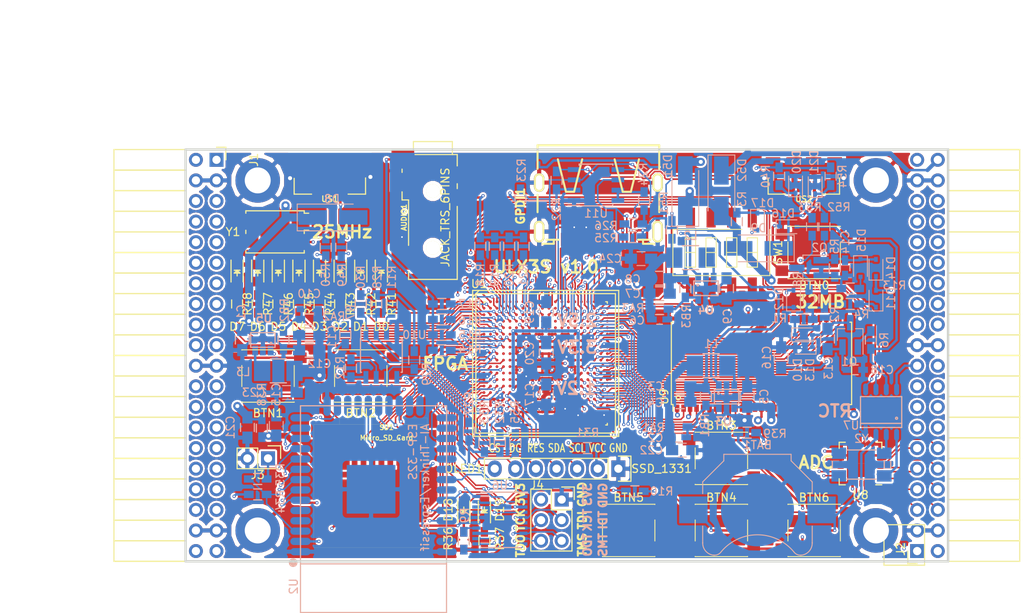
<source format=kicad_pcb>
(kicad_pcb (version 4) (host pcbnew 4.0.7+dfsg1-1)
  (layers (0 F.Cu signal) (1 In1.Cu signal) (2 In2.Cu signal) (31 B.Cu signal) (34 B.Paste user) (35 F.Paste user) (36 B.SilkS user) (37 F.SilkS user) (38 B.Mask user) (39 F.Mask user) (44 Edge.Cuts user))
  (net 0 "")
  (net 1 GND)
  (net 2 +5V)
  (net 3 /gpio/IN5V)
  (net 4 /gpio/OUT5V)
  (net 5 +3V3)
  (net 6 "Net-(L1-Pad1)")
  (net 7 "Net-(L2-Pad1)")
  (net 8 +1V2)
  (net 9 BTN_D)
  (net 10 BTN_F1)
  (net 11 BTN_F2)
  (net 12 BTN_L)
  (net 13 BTN_R)
  (net 14 BTN_U)
  (net 15 /power/FB1)
  (net 16 +2V5)
  (net 17 "Net-(L3-Pad1)")
  (net 18 /power/PWREN)
  (net 19 /power/FB3)
  (net 20 /power/FB2)
  (net 21 "Net-(D9-Pad1)")
  (net 22 /power/VBAT)
  (net 23 JTAG_TDI)
  (net 24 JTAG_TCK)
  (net 25 JTAG_TMS)
  (net 26 JTAG_TDO)
  (net 27 /power/WAKEUPn)
  (net 28 /power/WKUP)
  (net 29 /power/SHUT)
  (net 30 /power/WAKE)
  (net 31 /power/HOLD)
  (net 32 /power/WKn)
  (net 33 /power/OSCI_32k)
  (net 34 /power/OSCO_32k)
  (net 35 "Net-(Q2-Pad3)")
  (net 36 SHUTDOWN)
  (net 37 /analog/AUDIO_L)
  (net 38 /analog/AUDIO_R)
  (net 39 GPDI_5V_SCL)
  (net 40 GPDI_5V_SDA)
  (net 41 GPDI_SDA)
  (net 42 GPDI_SCL)
  (net 43 /gpdi/VREF2)
  (net 44 SD_CMD)
  (net 45 SD_CLK)
  (net 46 SD_D0)
  (net 47 SD_D1)
  (net 48 USB5V)
  (net 49 GPDI_CEC)
  (net 50 nRESET)
  (net 51 FTDI_nDTR)
  (net 52 SDRAM_CKE)
  (net 53 SDRAM_A7)
  (net 54 SDRAM_D15)
  (net 55 SDRAM_BA1)
  (net 56 SDRAM_D7)
  (net 57 SDRAM_A6)
  (net 58 SDRAM_CLK)
  (net 59 SDRAM_D13)
  (net 60 SDRAM_BA0)
  (net 61 SDRAM_D6)
  (net 62 SDRAM_A5)
  (net 63 SDRAM_D14)
  (net 64 SDRAM_A11)
  (net 65 SDRAM_D12)
  (net 66 SDRAM_D5)
  (net 67 SDRAM_A4)
  (net 68 SDRAM_A10)
  (net 69 SDRAM_D11)
  (net 70 SDRAM_A3)
  (net 71 SDRAM_D4)
  (net 72 SDRAM_D10)
  (net 73 SDRAM_D9)
  (net 74 SDRAM_A9)
  (net 75 SDRAM_D3)
  (net 76 SDRAM_D8)
  (net 77 SDRAM_A8)
  (net 78 SDRAM_A2)
  (net 79 SDRAM_A1)
  (net 80 SDRAM_A0)
  (net 81 SDRAM_D2)
  (net 82 SDRAM_D1)
  (net 83 SDRAM_D0)
  (net 84 SDRAM_DQM0)
  (net 85 SDRAM_nCS)
  (net 86 SDRAM_nRAS)
  (net 87 SDRAM_DQM1)
  (net 88 SDRAM_nCAS)
  (net 89 SDRAM_nWE)
  (net 90 /flash/FLASH_nWP)
  (net 91 /flash/FLASH_nHOLD)
  (net 92 /flash/FLASH_MOSI)
  (net 93 /flash/FLASH_MISO)
  (net 94 /flash/FLASH_SCK)
  (net 95 /flash/FLASH_nCS)
  (net 96 /flash/FPGA_PROGRAMN)
  (net 97 /flash/FPGA_DONE)
  (net 98 /flash/FPGA_INITN)
  (net 99 OLED_RES)
  (net 100 OLED_DC)
  (net 101 OLED_CS)
  (net 102 WIFI_EN)
  (net 103 FTDI_nRTS)
  (net 104 FTDI_TXD)
  (net 105 FTDI_RXD)
  (net 106 WIFI_RXD)
  (net 107 WIFI_GPIO0)
  (net 108 WIFI_TXD)
  (net 109 GPDI_ETH-)
  (net 110 GPDI_ETH+)
  (net 111 GPDI_D2+)
  (net 112 GPDI_D2-)
  (net 113 GPDI_D1+)
  (net 114 GPDI_D1-)
  (net 115 GPDI_D0+)
  (net 116 GPDI_D0-)
  (net 117 GPDI_CLK+)
  (net 118 GPDI_CLK-)
  (net 119 USB_FTDI_D+)
  (net 120 USB_FTDI_D-)
  (net 121 J1_17-)
  (net 122 J1_17+)
  (net 123 J1_23-)
  (net 124 J1_23+)
  (net 125 J1_25-)
  (net 126 J1_25+)
  (net 127 J1_27-)
  (net 128 J1_27+)
  (net 129 J1_29-)
  (net 130 J1_29+)
  (net 131 J1_31-)
  (net 132 J1_31+)
  (net 133 J1_33-)
  (net 134 J1_33+)
  (net 135 J1_35-)
  (net 136 J1_35+)
  (net 137 J2_5-)
  (net 138 J2_5+)
  (net 139 J2_7-)
  (net 140 J2_7+)
  (net 141 J2_9-)
  (net 142 J2_9+)
  (net 143 J2_13-)
  (net 144 J2_13+)
  (net 145 J2_17-)
  (net 146 J2_17+)
  (net 147 J2_11-)
  (net 148 J2_11+)
  (net 149 J2_23-)
  (net 150 J2_23+)
  (net 151 J1_5-)
  (net 152 J1_5+)
  (net 153 J1_7-)
  (net 154 J1_7+)
  (net 155 J1_9-)
  (net 156 J1_9+)
  (net 157 J1_11-)
  (net 158 J1_11+)
  (net 159 J1_13-)
  (net 160 J1_13+)
  (net 161 J1_15-)
  (net 162 J1_15+)
  (net 163 J2_15-)
  (net 164 J2_15+)
  (net 165 J2_25-)
  (net 166 J2_25+)
  (net 167 J2_27-)
  (net 168 J2_27+)
  (net 169 J2_29-)
  (net 170 J2_29+)
  (net 171 J2_31-)
  (net 172 J2_31+)
  (net 173 J2_33-)
  (net 174 J2_33+)
  (net 175 J2_35-)
  (net 176 J2_35+)
  (net 177 SD_D3)
  (net 178 AUDIO_L3)
  (net 179 AUDIO_L2)
  (net 180 AUDIO_L1)
  (net 181 AUDIO_L0)
  (net 182 AUDIO_R3)
  (net 183 AUDIO_R2)
  (net 184 AUDIO_R1)
  (net 185 AUDIO_R0)
  (net 186 OLED_CLK)
  (net 187 OLED_MOSI)
  (net 188 LED0)
  (net 189 LED1)
  (net 190 LED2)
  (net 191 LED3)
  (net 192 LED4)
  (net 193 LED5)
  (net 194 LED6)
  (net 195 LED7)
  (net 196 BTN_PWRn)
  (net 197 "Net-(J3-Pad1)")
  (net 198 FTDI_nTXLED)
  (net 199 FTDI_nSLEEP)
  (net 200 /blinkey/LED_PWREN)
  (net 201 /blinkey/LED_TXLED)
  (net 202 FT3V3)
  (net 203 /sdcard/SD3V3)
  (net 204 SD_D2)
  (net 205 CLK_25MHz)
  (net 206 /blinkey/BTNPUL)
  (net 207 /blinkey/BTNPUR)
  (net 208 USB_FPGA_D+)
  (net 209 /power/FTDI_nSUSPEND)
  (net 210 /blinkey/ALED0)
  (net 211 /blinkey/ALED1)
  (net 212 /blinkey/ALED2)
  (net 213 /blinkey/ALED3)
  (net 214 /blinkey/ALED4)
  (net 215 /blinkey/ALED5)
  (net 216 /blinkey/ALED6)
  (net 217 /blinkey/ALED7)
  (net 218 /usb/FTD-)
  (net 219 /usb/FTD+)
  (net 220 ADC_MISO)
  (net 221 ADC_MOSI)
  (net 222 ADC_CSn)
  (net 223 ADC_SCLK)
  (net 224 "Net-(R51-Pad2)")
  (net 225 SW3)
  (net 226 SW2)
  (net 227 SW1)
  (net 228 SW0)
  (net 229 USB_FPGA_D-)
  (net 230 /usb/FPD+)
  (net 231 /usb/FPD-)
  (net 232 WIFI_GPIO16)
  (net 233 WIFI_GPIO15)
  (net 234 /usb/ANT_433MHz)
  (net 235 /power/PWRBTn)
  (net 236 PROG_DONE)
  (module Diodes_SMD:D_SMA_Handsoldering (layer B.Cu) (at 155.695 66.5 90)
    (fp_text reference D51 (at 3.048 -2.159 90) (layer B.SilkS) (effects (justify mirror)))
    (fp_text value STPS2L30AF hide)
    (pad 1 smd rect (at -2.5 0 90) (size 3.5 1.8) (layers B.Cu B.Paste B.Mask) (net 2 +5V))
    (pad 2 smd rect (at 2.5 0 90) (size 3.5 1.8) (layers B.Cu B.Paste B.Mask) (net 3 /gpio/IN5V))
  )
  (module Resistors_SMD:R_0603_HandSoldering (layer B.Cu) (at 154.044 71.326 90)
    (fp_text reference R51 (at 3.302 -1.016 90) (layer B.SilkS) (effects (justify mirror)))
    (fp_text value 220)
    (pad 1 smd rect (at -1.1 0 90) (size 1.2 0.9) (layers B.Cu B.Paste B.Mask) (net 5 +3V3))
    (pad 2 smd rect (at 1.1 0 90) (size 1.2 0.9) (layers B.Cu B.Paste B.Mask) (net 224 "Net-(R51-Pad2)"))
  )
  (module micro-sd:MicroSD_TF02D (layer F.Cu) (at 116.87 110.52 180)
    (fp_text reference SD1 (at -1.995 14.81 180) (layer F.SilkS) (effects (font (size 0.59944 0.59944) (thickness 0.12446))))
    (fp_text value Micro_SD_Card (at -1.995 13.54 180) (layer F.SilkS) (effects (font (size 0.59944 0.59944) (thickness 0.12446))))
    (pad 1 smd rect (at 1.94 11 180) (size 0.7 1.8) (layers F.Cu F.Paste F.Mask) (net 204 SD_D2))
    (pad 2 smd rect (at 0.84 11 180) (size 0.7 1.8) (layers F.Cu F.Paste F.Mask) (net 177 SD_D3))
    (pad 3 smd rect (at -0.26 11 180) (size 0.7 1.8) (layers F.Cu F.Paste F.Mask) (net 44 SD_CMD))
    (pad 4 smd rect (at -1.36 11 180) (size 0.7 1.8) (layers F.Cu F.Paste F.Mask) (net 203 /sdcard/SD3V3))
    (pad 5 smd rect (at -2.46 11 180) (size 0.7 1.8) (layers F.Cu F.Paste F.Mask) (net 45 SD_CLK))
    (pad 6 smd rect (at -3.56 11 180) (size 0.7 1.8) (layers F.Cu F.Paste F.Mask) (net 1 GND))
    (pad 7 smd rect (at -4.66 11 180) (size 0.7 1.8) (layers F.Cu F.Paste F.Mask) (net 46 SD_D0))
    (pad 8 smd rect (at -5.76 11 180) (size 0.7 1.8) (layers F.Cu F.Paste F.Mask) (net 47 SD_D1))
    (pad S smd rect (at -5.05 0.4 180) (size 1.6 1.4) (layers F.Cu F.Paste F.Mask))
    (pad S smd rect (at 0.75 0.4 180) (size 1.8 1.4) (layers F.Cu F.Paste F.Mask))
    (pad G smd rect (at -7.45 13.55 180) (size 1.4 1.9) (layers F.Cu F.Paste F.Mask))
    (pad G smd rect (at 6.6 14.55 180) (size 1.4 1.9) (layers F.Cu F.Paste F.Mask))
  )
  (module Resistors_SMD:R_1210_HandSoldering (layer B.Cu) (at 158.87 88.09 180)
    (fp_text reference L1 (at 0 2.7 180) (layer B.SilkS) (effects (justify mirror)))
    (fp_text value 2.2uH)
    (pad 1 smd rect (at -2 0 180) (size 2 2.5) (layers B.Cu B.Paste B.Mask) (net 6 "Net-(L1-Pad1)"))
    (pad 2 smd rect (at 2 0 180) (size 2 2.5) (layers B.Cu B.Paste B.Mask) (net 8 +1V2))
  )
  (module TSOT-25:TSOT-25 (layer B.Cu) (at 160.775 91.9)
    (fp_text reference U3 (at -0.381 3.048) (layer B.SilkS) (effects (font (thickness 0.2)) (justify mirror)))
    (fp_text value AP3429A)
    (pad 1 smd rect (at -0.95 -1.3) (size 0.7 1.2) (layers B.Cu B.Paste B.Mask) (net 18 /power/PWREN))
    (pad 2 smd rect (at 0 -1.3) (size 0.7 1.2) (layers B.Cu B.Paste B.Mask) (net 1 GND))
    (pad 3 smd rect (at 0.95 -1.3) (size 0.7 1.2) (layers B.Cu B.Paste B.Mask) (net 6 "Net-(L1-Pad1)"))
    (pad 4 smd rect (at 0.95 1.3) (size 0.7 1.2) (layers B.Cu B.Paste B.Mask) (net 2 +5V))
    (pad 5 smd rect (at -0.95 1.3) (size 0.7 1.2) (layers B.Cu B.Paste B.Mask) (net 15 /power/FB1))
  )
  (module Resistors_SMD:R_1210_HandSoldering (layer B.Cu) (at 156.33 74.755 180)
    (fp_text reference L2 (at 0 2.7 180) (layer B.SilkS) (effects (justify mirror)))
    (fp_text value 2.2uH)
    (pad 1 smd rect (at -2 0 180) (size 2 2.5) (layers B.Cu B.Paste B.Mask) (net 7 "Net-(L2-Pad1)"))
    (pad 2 smd rect (at 2 0 180) (size 2 2.5) (layers B.Cu B.Paste B.Mask) (net 5 +3V3))
  )
  (module TSOT-25:TSOT-25 (layer B.Cu) (at 158.235 78.535)
    (fp_text reference U4 (at 0 2.697) (layer B.SilkS) (effects (font (thickness 0.2)) (justify mirror)))
    (fp_text value AP3429A)
    (pad 1 smd rect (at -0.95 -1.3) (size 0.7 1.2) (layers B.Cu B.Paste B.Mask) (net 18 /power/PWREN))
    (pad 2 smd rect (at 0 -1.3) (size 0.7 1.2) (layers B.Cu B.Paste B.Mask) (net 1 GND))
    (pad 3 smd rect (at 0.95 -1.3) (size 0.7 1.2) (layers B.Cu B.Paste B.Mask) (net 7 "Net-(L2-Pad1)"))
    (pad 4 smd rect (at 0.95 1.3) (size 0.7 1.2) (layers B.Cu B.Paste B.Mask) (net 2 +5V))
    (pad 5 smd rect (at -0.95 1.3) (size 0.7 1.2) (layers B.Cu B.Paste B.Mask) (net 19 /power/FB3))
  )
  (module LEDs:LED_0805 (layer F.Cu) (at 118.23 76.66 270)
    (fp_text reference D0 (at 6.604 0 360) (layer F.SilkS))
    (fp_text value LED hide)
    (pad 2 smd rect (at 1.04902 0 90) (size 1.19888 1.19888) (layers F.Cu F.Paste F.Mask) (net 210 /blinkey/ALED0))
    (pad 1 smd rect (at -1.04902 0 90) (size 1.19888 1.19888) (layers F.Cu F.Paste F.Mask) (net 1 GND))
  )
  (module LEDs:LED_0805 (layer F.Cu) (at 115.69 76.66 270)
    (fp_text reference D1 (at 6.604 0 360) (layer F.SilkS))
    (fp_text value LED hide)
    (pad 2 smd rect (at 1.04902 0 90) (size 1.19888 1.19888) (layers F.Cu F.Paste F.Mask) (net 211 /blinkey/ALED1))
    (pad 1 smd rect (at -1.04902 0 90) (size 1.19888 1.19888) (layers F.Cu F.Paste F.Mask) (net 1 GND))
  )
  (module LEDs:LED_0805 (layer F.Cu) (at 113.15 76.66 270)
    (fp_text reference D2 (at 6.604 0 360) (layer F.SilkS))
    (fp_text value LED hide)
    (pad 2 smd rect (at 1.04902 0 90) (size 1.19888 1.19888) (layers F.Cu F.Paste F.Mask) (net 212 /blinkey/ALED2))
    (pad 1 smd rect (at -1.04902 0 90) (size 1.19888 1.19888) (layers F.Cu F.Paste F.Mask) (net 1 GND))
  )
  (module LEDs:LED_0805 (layer F.Cu) (at 110.61 76.66 270)
    (fp_text reference D3 (at 6.604 0 360) (layer F.SilkS))
    (fp_text value LED hide)
    (pad 2 smd rect (at 1.04902 0 90) (size 1.19888 1.19888) (layers F.Cu F.Paste F.Mask) (net 213 /blinkey/ALED3))
    (pad 1 smd rect (at -1.04902 0 90) (size 1.19888 1.19888) (layers F.Cu F.Paste F.Mask) (net 1 GND))
  )
  (module LEDs:LED_0805 (layer F.Cu) (at 108.07 76.66 270)
    (fp_text reference D4 (at 6.604 0 360) (layer F.SilkS))
    (fp_text value LED hide)
    (pad 2 smd rect (at 1.04902 0 90) (size 1.19888 1.19888) (layers F.Cu F.Paste F.Mask) (net 214 /blinkey/ALED4))
    (pad 1 smd rect (at -1.04902 0 90) (size 1.19888 1.19888) (layers F.Cu F.Paste F.Mask) (net 1 GND))
  )
  (module LEDs:LED_0805 (layer F.Cu) (at 105.53 76.66 270)
    (fp_text reference D5 (at 6.604 0 360) (layer F.SilkS))
    (fp_text value LED hide)
    (pad 2 smd rect (at 1.04902 0 90) (size 1.19888 1.19888) (layers F.Cu F.Paste F.Mask) (net 215 /blinkey/ALED5))
    (pad 1 smd rect (at -1.04902 0 90) (size 1.19888 1.19888) (layers F.Cu F.Paste F.Mask) (net 1 GND))
  )
  (module LEDs:LED_0805 (layer F.Cu) (at 102.99 76.66 270)
    (fp_text reference D6 (at 6.604 0 360) (layer F.SilkS))
    (fp_text value LED hide)
    (pad 2 smd rect (at 1.04902 0 90) (size 1.19888 1.19888) (layers F.Cu F.Paste F.Mask) (net 216 /blinkey/ALED6))
    (pad 1 smd rect (at -1.04902 0 90) (size 1.19888 1.19888) (layers F.Cu F.Paste F.Mask) (net 1 GND))
  )
  (module LEDs:LED_0805 (layer F.Cu) (at 100.45 76.66 270)
    (fp_text reference D7 (at 6.604 0 360) (layer F.SilkS))
    (fp_text value LED hide)
    (pad 2 smd rect (at 1.04902 0 90) (size 1.19888 1.19888) (layers F.Cu F.Paste F.Mask) (net 217 /blinkey/ALED7))
    (pad 1 smd rect (at -1.04902 0 90) (size 1.19888 1.19888) (layers F.Cu F.Paste F.Mask) (net 1 GND))
  )
  (module Resistors_SMD:R_1210_HandSoldering (layer B.Cu) (at 105.53 88.725)
    (fp_text reference L3 (at -4.318 0.127) (layer B.SilkS) (effects (justify mirror)))
    (fp_text value 2.2uH)
    (pad 1 smd rect (at -2 0) (size 2 2.5) (layers B.Cu B.Paste B.Mask) (net 17 "Net-(L3-Pad1)"))
    (pad 2 smd rect (at 2 0) (size 2 2.5) (layers B.Cu B.Paste B.Mask) (net 16 +2V5))
  )
  (module TSOT-25:TSOT-25 (layer B.Cu) (at 103.625 84.915 180)
    (fp_text reference U5 (at -0.127 2.667 180) (layer B.SilkS) (effects (font (thickness 0.2)) (justify mirror)))
    (fp_text value AP3429A)
    (pad 1 smd rect (at -0.95 -1.3 180) (size 0.7 1.2) (layers B.Cu B.Paste B.Mask) (net 18 /power/PWREN))
    (pad 2 smd rect (at 0 -1.3 180) (size 0.7 1.2) (layers B.Cu B.Paste B.Mask) (net 1 GND))
    (pad 3 smd rect (at 0.95 -1.3 180) (size 0.7 1.2) (layers B.Cu B.Paste B.Mask) (net 17 "Net-(L3-Pad1)"))
    (pad 4 smd rect (at 0.95 1.3 180) (size 0.7 1.2) (layers B.Cu B.Paste B.Mask) (net 2 +5V))
    (pad 5 smd rect (at -0.95 1.3 180) (size 0.7 1.2) (layers B.Cu B.Paste B.Mask) (net 20 /power/FB2))
  )
  (module Capacitors_SMD:C_0805_HandSoldering (layer B.Cu) (at 101.085 84.915 270)
    (fp_text reference C1 (at -3.429 0.127 270) (layer B.SilkS) (effects (justify mirror)))
    (fp_text value 22uF)
    (pad 1 smd rect (at -1.25 0 270) (size 1.5 1.25) (layers B.Cu B.Paste B.Mask) (net 2 +5V))
    (pad 2 smd rect (at 1.25 0 270) (size 1.5 1.25) (layers B.Cu B.Paste B.Mask) (net 1 GND))
  )
  (module Capacitors_SMD:C_0805_HandSoldering (layer B.Cu) (at 155.06 90.63)
    (fp_text reference C3 (at -3.048 0) (layer B.SilkS) (effects (justify mirror)))
    (fp_text value 22uF)
    (pad 1 smd rect (at -1.25 0) (size 1.5 1.25) (layers B.Cu B.Paste B.Mask) (net 8 +1V2))
    (pad 2 smd rect (at 1.25 0) (size 1.5 1.25) (layers B.Cu B.Paste B.Mask) (net 1 GND))
  )
  (module Capacitors_SMD:C_0805_HandSoldering (layer B.Cu) (at 155.06 92.535)
    (fp_text reference C4 (at -3.048 0.127) (layer B.SilkS) (effects (justify mirror)))
    (fp_text value 22uF)
    (pad 1 smd rect (at -1.25 0) (size 1.5 1.25) (layers B.Cu B.Paste B.Mask) (net 8 +1V2))
    (pad 2 smd rect (at 1.25 0) (size 1.5 1.25) (layers B.Cu B.Paste B.Mask) (net 1 GND))
  )
  (module Capacitors_SMD:C_0805_HandSoldering (layer B.Cu) (at 163.315 91.9 90)
    (fp_text reference C5 (at 0 2.1 90) (layer B.SilkS) (effects (justify mirror)))
    (fp_text value 22uF)
    (pad 1 smd rect (at -1.25 0 90) (size 1.5 1.25) (layers B.Cu B.Paste B.Mask) (net 2 +5V))
    (pad 2 smd rect (at 1.25 0 90) (size 1.5 1.25) (layers B.Cu B.Paste B.Mask) (net 1 GND))
  )
  (module Capacitors_SMD:C_0805_HandSoldering (layer B.Cu) (at 152.52 79.2)
    (fp_text reference C7 (at -3.302 0) (layer B.SilkS) (effects (justify mirror)))
    (fp_text value 22uF)
    (pad 1 smd rect (at -1.25 0) (size 1.5 1.25) (layers B.Cu B.Paste B.Mask) (net 5 +3V3))
    (pad 2 smd rect (at 1.25 0) (size 1.5 1.25) (layers B.Cu B.Paste B.Mask) (net 1 GND))
  )
  (module Capacitors_SMD:C_0805_HandSoldering (layer B.Cu) (at 152.52 77.295)
    (fp_text reference C8 (at -3.302 0.127) (layer B.SilkS) (effects (justify mirror)))
    (fp_text value 22uF)
    (pad 1 smd rect (at -1.25 0) (size 1.5 1.25) (layers B.Cu B.Paste B.Mask) (net 5 +3V3))
    (pad 2 smd rect (at 1.25 0) (size 1.5 1.25) (layers B.Cu B.Paste B.Mask) (net 1 GND))
  )
  (module Capacitors_SMD:C_0805_HandSoldering (layer B.Cu) (at 160.775 78.565 90)
    (fp_text reference C9 (at -3.429 0.127 90) (layer B.SilkS) (effects (justify mirror)))
    (fp_text value 22uF)
    (pad 1 smd rect (at -1.25 0 90) (size 1.5 1.25) (layers B.Cu B.Paste B.Mask) (net 2 +5V))
    (pad 2 smd rect (at 1.25 0 90) (size 1.5 1.25) (layers B.Cu B.Paste B.Mask) (net 1 GND))
  )
  (module Capacitors_SMD:C_0805_HandSoldering (layer B.Cu) (at 109.34 84.28 180)
    (fp_text reference C11 (at -2.794 -0.254 270) (layer B.SilkS) (effects (justify mirror)))
    (fp_text value 22uF)
    (pad 1 smd rect (at -1.25 0 180) (size 1.5 1.25) (layers B.Cu B.Paste B.Mask) (net 16 +2V5))
    (pad 2 smd rect (at 1.25 0 180) (size 1.5 1.25) (layers B.Cu B.Paste B.Mask) (net 1 GND))
  )
  (module Capacitors_SMD:C_0805_HandSoldering (layer B.Cu) (at 109.34 86.185 180)
    (fp_text reference C12 (at -1.27 -1.651 360) (layer B.SilkS) (effects (justify mirror)))
    (fp_text value 22uF)
    (pad 1 smd rect (at -1.25 0 180) (size 1.5 1.25) (layers B.Cu B.Paste B.Mask) (net 16 +2V5))
    (pad 2 smd rect (at 1.25 0 180) (size 1.5 1.25) (layers B.Cu B.Paste B.Mask) (net 1 GND))
  )
  (module Power_Integrations:SO-8 (layer B.Cu) (at 179.825 93.805 180)
    (fp_text reference U7 (at 3.683 -1.651 180) (layer B.SilkS) (effects (justify mirror)))
    (fp_text value PCF8523)
    (pad 1 smd oval (at -1.905 -2.794 180) (size 0.6096 1.4732) (layers B.Cu B.Paste B.Mask) (net 33 /power/OSCI_32k))
    (pad 2 smd oval (at -0.635 -2.794 180) (size 0.6096 1.4732) (layers B.Cu B.Paste B.Mask) (net 34 /power/OSCO_32k))
    (pad 3 smd oval (at 0.635 -2.794 180) (size 0.6096 1.4732) (layers B.Cu B.Paste B.Mask) (net 22 /power/VBAT))
    (pad 4 smd oval (at 1.905 -2.794 180) (size 0.6096 1.4732) (layers B.Cu B.Paste B.Mask) (net 1 GND))
    (pad 5 smd oval (at 1.905 2.794 180) (size 0.6096 1.4732) (layers B.Cu B.Paste B.Mask) (net 41 GPDI_SDA))
    (pad 6 smd oval (at 0.635 2.794 180) (size 0.6096 1.4732) (layers B.Cu B.Paste B.Mask) (net 42 GPDI_SCL))
    (pad 7 smd oval (at -0.635 2.794 180) (size 0.6096 1.4732) (layers B.Cu B.Paste B.Mask) (net 27 /power/WAKEUPn))
    (pad 8 smd oval (at -1.905 2.794 180) (size 0.6096 1.4732) (layers B.Cu B.Paste B.Mask) (net 5 +3V3))
  )
  (module Capacitors_SMD:C_0805_HandSoldering (layer B.Cu) (at 173.221 84.788 90)
    (fp_text reference C13 (at -3.556 0.127 90) (layer B.SilkS) (effects (justify mirror)))
    (fp_text value 2.2uF)
    (pad 1 smd rect (at -1.25 0 90) (size 1.5 1.25) (layers B.Cu B.Paste B.Mask) (net 2 +5V))
    (pad 2 smd rect (at 1.25 0 90) (size 1.5 1.25) (layers B.Cu B.Paste B.Mask) (net 28 /power/WKUP))
  )
  (module TSOP54:TSOP54 (layer F.Cu) (at 165.08 87.8 90)
    (fp_text reference U9 (at -4.1 -12 90) (layer F.SilkS))
    (fp_text value MT48LC16M16A2TG)
    (pad 28 smd rect (at 5.53 10.4 90) (size 0.9 0.56) (layers F.Cu F.Paste F.Mask) (net 1 GND))
    (pad 1 smd rect (at -5.53 -10.4 90) (size 0.9 0.56) (layers F.Cu F.Paste F.Mask) (net 5 +3V3))
    (pad 2 smd rect (at -5.53 -9.6 90) (size 0.9 0.56) (layers F.Cu F.Paste F.Mask) (net 83 SDRAM_D0))
    (pad 3 smd rect (at -5.53 -8.8 90) (size 0.9 0.56) (layers F.Cu F.Paste F.Mask) (net 5 +3V3))
    (pad 4 smd rect (at -5.53 -8 90) (size 0.9 0.56) (layers F.Cu F.Paste F.Mask) (net 82 SDRAM_D1))
    (pad 5 smd rect (at -5.53 -7.2 90) (size 0.9 0.56) (layers F.Cu F.Paste F.Mask) (net 81 SDRAM_D2))
    (pad 6 smd rect (at -5.53 -6.4 90) (size 0.9 0.56) (layers F.Cu F.Paste F.Mask) (net 1 GND))
    (pad 7 smd rect (at -5.53 -5.6 90) (size 0.9 0.56) (layers F.Cu F.Paste F.Mask) (net 75 SDRAM_D3))
    (pad 8 smd rect (at -5.53 -4.8 90) (size 0.9 0.56) (layers F.Cu F.Paste F.Mask) (net 71 SDRAM_D4))
    (pad 9 smd rect (at -5.53 -4 90) (size 0.9 0.56) (layers F.Cu F.Paste F.Mask) (net 5 +3V3))
    (pad 10 smd rect (at -5.53 -3.2 90) (size 0.9 0.56) (layers F.Cu F.Paste F.Mask) (net 66 SDRAM_D5))
    (pad 11 smd rect (at -5.53 -2.4 90) (size 0.9 0.56) (layers F.Cu F.Paste F.Mask) (net 61 SDRAM_D6))
    (pad 12 smd rect (at -5.53 -1.6 90) (size 0.9 0.56) (layers F.Cu F.Paste F.Mask) (net 1 GND))
    (pad 13 smd rect (at -5.53 -0.8 90) (size 0.9 0.56) (layers F.Cu F.Paste F.Mask) (net 56 SDRAM_D7))
    (pad 14 smd rect (at -5.53 0 90) (size 0.9 0.56) (layers F.Cu F.Paste F.Mask) (net 5 +3V3))
    (pad 15 smd rect (at -5.53 0.8 90) (size 0.9 0.56) (layers F.Cu F.Paste F.Mask) (net 84 SDRAM_DQM0))
    (pad 16 smd rect (at -5.53 1.6 90) (size 0.9 0.56) (layers F.Cu F.Paste F.Mask) (net 89 SDRAM_nWE))
    (pad 17 smd rect (at -5.53 2.4 90) (size 0.9 0.56) (layers F.Cu F.Paste F.Mask) (net 88 SDRAM_nCAS))
    (pad 18 smd rect (at -5.53 3.2 90) (size 0.9 0.56) (layers F.Cu F.Paste F.Mask) (net 86 SDRAM_nRAS))
    (pad 19 smd rect (at -5.53 4 90) (size 0.9 0.56) (layers F.Cu F.Paste F.Mask) (net 85 SDRAM_nCS))
    (pad 20 smd rect (at -5.53 4.8 90) (size 0.9 0.56) (layers F.Cu F.Paste F.Mask) (net 60 SDRAM_BA0))
    (pad 21 smd rect (at -5.53 5.6 90) (size 0.9 0.56) (layers F.Cu F.Paste F.Mask) (net 55 SDRAM_BA1))
    (pad 22 smd rect (at -5.53 6.4 90) (size 0.9 0.56) (layers F.Cu F.Paste F.Mask) (net 68 SDRAM_A10))
    (pad 23 smd rect (at -5.53 7.2 90) (size 0.9 0.56) (layers F.Cu F.Paste F.Mask) (net 80 SDRAM_A0))
    (pad 24 smd rect (at -5.53 8 90) (size 0.9 0.56) (layers F.Cu F.Paste F.Mask) (net 79 SDRAM_A1))
    (pad 25 smd rect (at -5.53 8.8 90) (size 0.9 0.56) (layers F.Cu F.Paste F.Mask) (net 78 SDRAM_A2))
    (pad 26 smd rect (at -5.53 9.6 90) (size 0.9 0.56) (layers F.Cu F.Paste F.Mask) (net 70 SDRAM_A3))
    (pad 27 smd rect (at -5.53 10.4 90) (size 0.9 0.56) (layers F.Cu F.Paste F.Mask) (net 5 +3V3))
    (pad 29 smd rect (at 5.53 9.6 90) (size 0.9 0.56) (layers F.Cu F.Paste F.Mask) (net 67 SDRAM_A4))
    (pad 30 smd rect (at 5.53 8.8 90) (size 0.9 0.56) (layers F.Cu F.Paste F.Mask) (net 62 SDRAM_A5))
    (pad 31 smd rect (at 5.53 8 90) (size 0.9 0.56) (layers F.Cu F.Paste F.Mask) (net 57 SDRAM_A6))
    (pad 32 smd rect (at 5.53 7.2 90) (size 0.9 0.56) (layers F.Cu F.Paste F.Mask) (net 53 SDRAM_A7))
    (pad 33 smd rect (at 5.53 6.4 90) (size 0.9 0.56) (layers F.Cu F.Paste F.Mask) (net 77 SDRAM_A8))
    (pad 34 smd rect (at 5.53 5.6 90) (size 0.9 0.56) (layers F.Cu F.Paste F.Mask) (net 74 SDRAM_A9))
    (pad 35 smd rect (at 5.53 4.8 90) (size 0.9 0.56) (layers F.Cu F.Paste F.Mask) (net 64 SDRAM_A11))
    (pad 36 smd rect (at 5.53 4 90) (size 0.9 0.56) (layers F.Cu F.Paste F.Mask))
    (pad 37 smd rect (at 5.53 3.2 90) (size 0.9 0.56) (layers F.Cu F.Paste F.Mask) (net 52 SDRAM_CKE))
    (pad 38 smd rect (at 5.53 2.4 90) (size 0.9 0.56) (layers F.Cu F.Paste F.Mask) (net 58 SDRAM_CLK))
    (pad 39 smd rect (at 5.53 1.6 90) (size 0.9 0.56) (layers F.Cu F.Paste F.Mask) (net 87 SDRAM_DQM1))
    (pad 40 smd rect (at 5.53 0.8 90) (size 0.9 0.56) (layers F.Cu F.Paste F.Mask))
    (pad 41 smd rect (at 5.53 0 90) (size 0.9 0.56) (layers F.Cu F.Paste F.Mask) (net 1 GND))
    (pad 42 smd rect (at 5.53 -0.8 90) (size 0.9 0.56) (layers F.Cu F.Paste F.Mask) (net 76 SDRAM_D8))
    (pad 43 smd rect (at 5.53 -1.6 90) (size 0.9 0.56) (layers F.Cu F.Paste F.Mask) (net 5 +3V3))
    (pad 44 smd rect (at 5.53 -2.4 90) (size 0.9 0.56) (layers F.Cu F.Paste F.Mask) (net 73 SDRAM_D9))
    (pad 45 smd rect (at 5.53 -3.2 90) (size 0.9 0.56) (layers F.Cu F.Paste F.Mask) (net 72 SDRAM_D10))
    (pad 46 smd rect (at 5.53 -4 90) (size 0.9 0.56) (layers F.Cu F.Paste F.Mask) (net 1 GND))
    (pad 47 smd rect (at 5.53 -4.8 90) (size 0.9 0.56) (layers F.Cu F.Paste F.Mask) (net 69 SDRAM_D11))
    (pad 48 smd rect (at 5.53 -5.6 90) (size 0.9 0.56) (layers F.Cu F.Paste F.Mask) (net 65 SDRAM_D12))
    (pad 49 smd rect (at 5.53 -6.4 90) (size 0.9 0.56) (layers F.Cu F.Paste F.Mask) (net 5 +3V3))
    (pad 50 smd rect (at 5.53 -7.2 90) (size 0.9 0.56) (layers F.Cu F.Paste F.Mask) (net 59 SDRAM_D13))
    (pad 51 smd rect (at 5.53 -8 90) (size 0.9 0.56) (layers F.Cu F.Paste F.Mask) (net 63 SDRAM_D14))
    (pad 52 smd rect (at 5.53 -8.8 90) (size 0.9 0.56) (layers F.Cu F.Paste F.Mask) (net 1 GND))
    (pad 53 smd rect (at 5.53 -9.6 90) (size 0.9 0.56) (layers F.Cu F.Paste F.Mask) (net 54 SDRAM_D15))
    (pad 54 smd rect (at 5.53 -10.4 90) (size 0.9 0.56) (layers F.Cu F.Paste F.Mask) (net 1 GND))
  )
  (module TO_SOT_Packages_SMD:SOT-23_Handsoldering (layer B.Cu) (at 176.015 84.28 90)
    (fp_text reference Q1 (at -3.302 -0.127 180) (layer B.SilkS) (effects (justify mirror)))
    (fp_text value BC857)
    (pad 1 smd rect (at -1.5 0.95 90) (size 1.9 0.8) (layers B.Cu B.Paste B.Mask) (net 32 /power/WKn))
    (pad 2 smd rect (at -1.5 -0.95 90) (size 1.9 0.8) (layers B.Cu B.Paste B.Mask) (net 2 +5V))
    (pad 3 smd rect (at 1.5 0 90) (size 1.9 0.8) (layers B.Cu B.Paste B.Mask) (net 28 /power/WKUP))
  )
  (module TO_SOT_Packages_SMD:SOT-23_Handsoldering (layer B.Cu) (at 170.935 76.025 180)
    (fp_text reference Q2 (at -1.295 2.5 180) (layer B.SilkS) (effects (justify mirror)))
    (fp_text value 2N7002)
    (pad 1 smd rect (at -1.5 0.95 180) (size 1.9 0.8) (layers B.Cu B.Paste B.Mask) (net 29 /power/SHUT))
    (pad 2 smd rect (at -1.5 -0.95 180) (size 1.9 0.8) (layers B.Cu B.Paste B.Mask) (net 1 GND))
    (pad 3 smd rect (at 1.5 0 180) (size 1.9 0.8) (layers B.Cu B.Paste B.Mask) (net 35 "Net-(Q2-Pad3)"))
  )
  (module Capacitors_SMD:C_0603_HandSoldering (layer B.Cu) (at 154.86 96.91)
    (fp_text reference C2 (at -2.848 0.07) (layer B.SilkS) (effects (justify mirror)))
    (fp_text value 470pF)
    (pad 1 smd rect (at -0.95 0) (size 1.2 0.75) (layers B.Cu B.Paste B.Mask) (net 8 +1V2))
    (pad 2 smd rect (at 0.95 0) (size 1.2 0.75) (layers B.Cu B.Paste B.Mask) (net 15 /power/FB1))
  )
  (module Capacitors_SMD:C_0603_HandSoldering (layer B.Cu) (at 152.52 82.375)
    (fp_text reference C6 (at -2.794 0.127) (layer B.SilkS) (effects (justify mirror)))
    (fp_text value 470pF)
    (pad 1 smd rect (at -0.95 0) (size 1.2 0.75) (layers B.Cu B.Paste B.Mask) (net 5 +3V3))
    (pad 2 smd rect (at 0.95 0) (size 1.2 0.75) (layers B.Cu B.Paste B.Mask) (net 19 /power/FB3))
  )
  (module Capacitors_SMD:C_0603_HandSoldering (layer B.Cu) (at 109.34 81.105 180)
    (fp_text reference C10 (at 0 1.9 180) (layer B.SilkS) (effects (justify mirror)))
    (fp_text value 470pF)
    (pad 1 smd rect (at -0.95 0 180) (size 1.2 0.75) (layers B.Cu B.Paste B.Mask) (net 16 +2V5))
    (pad 2 smd rect (at 0.95 0 180) (size 1.2 0.75) (layers B.Cu B.Paste B.Mask) (net 20 /power/FB2))
  )
  (module Capacitors_SMD:C_0603_HandSoldering (layer B.Cu) (at 175.38 76.025 270)
    (fp_text reference C14 (at -3.175 0 270) (layer B.SilkS) (effects (justify mirror)))
    (fp_text value 100nF)
    (pad 1 smd rect (at -0.95 0 270) (size 1.2 0.75) (layers B.Cu B.Paste B.Mask) (net 29 /power/SHUT))
    (pad 2 smd rect (at 0.95 0 270) (size 1.2 0.75) (layers B.Cu B.Paste B.Mask) (net 1 GND))
  )
  (module Resistors_SMD:R_0603_HandSoldering (layer B.Cu) (at 170.3 82.375)
    (fp_text reference R1 (at -3.048 -0.127) (layer B.SilkS) (effects (justify mirror)))
    (fp_text value 15k)
    (pad 1 smd rect (at -1.1 0) (size 1.2 0.9) (layers B.Cu B.Paste B.Mask) (net 30 /power/WAKE))
    (pad 2 smd rect (at 1.1 0) (size 1.2 0.9) (layers B.Cu B.Paste B.Mask) (net 18 /power/PWREN))
  )
  (module Resistors_SMD:R_0603_HandSoldering (layer B.Cu) (at 172.84 79.835 90)
    (fp_text reference R2 (at -1.905 1.27 90) (layer B.SilkS) (effects (justify mirror)))
    (fp_text value 47k)
    (pad 1 smd rect (at -1.1 0 90) (size 1.2 0.9) (layers B.Cu B.Paste B.Mask) (net 18 /power/PWREN))
    (pad 2 smd rect (at 1.1 0 90) (size 1.2 0.9) (layers B.Cu B.Paste B.Mask) (net 1 GND))
  )
  (module Resistors_SMD:R_0603_HandSoldering (layer B.Cu) (at 176.015 80.47 180)
    (fp_text reference R4 (at -1.397 -1.27 360) (layer B.SilkS) (effects (justify mirror)))
    (fp_text value 15k)
    (pad 1 smd rect (at -1.1 0 180) (size 1.2 0.9) (layers B.Cu B.Paste B.Mask) (net 31 /power/HOLD))
    (pad 2 smd rect (at 1.1 0 180) (size 1.2 0.9) (layers B.Cu B.Paste B.Mask) (net 18 /power/PWREN))
  )
  (module Resistors_SMD:R_0603_HandSoldering (layer B.Cu) (at 174.11 76.025 270)
    (fp_text reference R5 (at -2.667 0 270) (layer B.SilkS) (effects (justify mirror)))
    (fp_text value 4.7M)
    (pad 1 smd rect (at -1.1 0 270) (size 1.2 0.9) (layers B.Cu B.Paste B.Mask) (net 29 /power/SHUT))
    (pad 2 smd rect (at 1.1 0 270) (size 1.2 0.9) (layers B.Cu B.Paste B.Mask) (net 1 GND))
  )
  (module Resistors_SMD:R_0603_HandSoldering (layer B.Cu) (at 178.555 84.915 270)
    (fp_text reference R6 (at 0 -1.651 270) (layer B.SilkS) (effects (justify mirror)))
    (fp_text value 1k)
    (pad 1 smd rect (at -1.1 0 270) (size 1.2 0.9) (layers B.Cu B.Paste B.Mask) (net 32 /power/WKn))
    (pad 2 smd rect (at 1.1 0 270) (size 1.2 0.9) (layers B.Cu B.Paste B.Mask) (net 27 /power/WAKEUPn))
  )
  (module Resistors_SMD:R_0603_HandSoldering (layer B.Cu) (at 113.785 84.28 270)
    (fp_text reference R7 (at -2.794 -0.635 270) (layer B.SilkS) (effects (justify mirror)))
    (fp_text value 220)
    (pad 1 smd rect (at -1.1 0 270) (size 1.2 0.9) (layers B.Cu B.Paste B.Mask) (net 5 +3V3))
    (pad 2 smd rect (at 1.1 0 270) (size 1.2 0.9) (layers B.Cu B.Paste B.Mask) (net 206 /blinkey/BTNPUL))
  )
  (module Resistors_SMD:R_0603_HandSoldering (layer B.Cu) (at 170.935 79.835 90)
    (fp_text reference R8 (at 2.413 -1.397 90) (layer B.SilkS) (effects (justify mirror)))
    (fp_text value 1k)
    (pad 1 smd rect (at -1.1 0 90) (size 1.2 0.9) (layers B.Cu B.Paste B.Mask) (net 18 /power/PWREN))
    (pad 2 smd rect (at 1.1 0 90) (size 1.2 0.9) (layers B.Cu B.Paste B.Mask) (net 35 "Net-(Q2-Pad3)"))
  )
  (module Resistors_SMD:R_0603_HandSoldering (layer B.Cu) (at 128.39 109.68 270)
    (fp_text reference R9 (at -3.13 -0.126 270) (layer B.SilkS) (effects (justify mirror)))
    (fp_text value 15k)
    (pad 1 smd rect (at -1.1 0 270) (size 1.2 0.9) (layers B.Cu B.Paste B.Mask) (net 50 nRESET))
    (pad 2 smd rect (at 1.1 0 270) (size 1.2 0.9) (layers B.Cu B.Paste B.Mask) (net 202 FT3V3))
  )
  (module Resistors_SMD:R_0603_HandSoldering (layer B.Cu) (at 149.472 103.584 180)
    (fp_text reference R10 (at -3.302 0 180) (layer B.SilkS) (effects (justify mirror)))
    (fp_text value 220)
    (pad 1 smd rect (at -1.1 0 180) (size 1.2 0.9) (layers B.Cu B.Paste B.Mask) (net 209 /power/FTDI_nSUSPEND))
    (pad 2 smd rect (at 1.1 0 180) (size 1.2 0.9) (layers B.Cu B.Paste B.Mask) (net 199 FTDI_nSLEEP))
  )
  (module Resistors_SMD:R_0603_HandSoldering (layer B.Cu) (at 176.015 78.565 180)
    (fp_text reference R13 (at -5.461 0.381 180) (layer B.SilkS) (effects (justify mirror)))
    (fp_text value 15k)
    (pad 1 smd rect (at -1.1 0 180) (size 1.2 0.9) (layers B.Cu B.Paste B.Mask) (net 36 SHUTDOWN))
    (pad 2 smd rect (at 1.1 0 180) (size 1.2 0.9) (layers B.Cu B.Paste B.Mask) (net 1 GND))
  )
  (module Resistors_SMD:R_0603_HandSoldering (layer B.Cu) (at 154.86 95.64)
    (fp_text reference RA1 (at -3.102 0.07) (layer B.SilkS) (effects (justify mirror)))
    (fp_text value 15k)
    (pad 1 smd rect (at -1.1 0) (size 1.2 0.9) (layers B.Cu B.Paste B.Mask) (net 8 +1V2))
    (pad 2 smd rect (at 1.1 0) (size 1.2 0.9) (layers B.Cu B.Paste B.Mask) (net 15 /power/FB1))
  )
  (module Resistors_SMD:R_0603_HandSoldering (layer B.Cu) (at 109.34 82.375 180)
    (fp_text reference RA2 (at -3.048 0.381 360) (layer B.SilkS) (effects (justify mirror)))
    (fp_text value 15k)
    (pad 1 smd rect (at -1.1 0 180) (size 1.2 0.9) (layers B.Cu B.Paste B.Mask) (net 16 +2V5))
    (pad 2 smd rect (at 1.1 0 180) (size 1.2 0.9) (layers B.Cu B.Paste B.Mask) (net 20 /power/FB2))
  )
  (module Resistors_SMD:R_0603_HandSoldering (layer B.Cu) (at 152.52 81.105)
    (fp_text reference RA3 (at -3.302 -0.127) (layer B.SilkS) (effects (justify mirror)))
    (fp_text value 15k)
    (pad 1 smd rect (at -1.1 0) (size 1.2 0.9) (layers B.Cu B.Paste B.Mask) (net 5 +3V3))
    (pad 2 smd rect (at 1.1 0) (size 1.2 0.9) (layers B.Cu B.Paste B.Mask) (net 19 /power/FB3))
  )
  (module Resistors_SMD:R_0603_HandSoldering (layer B.Cu) (at 158.235 91.9 270)
    (fp_text reference RB1 (at 3.556 0.127 270) (layer B.SilkS) (effects (justify mirror)))
    (fp_text value 15k)
    (pad 1 smd rect (at -1.1 0 270) (size 1.2 0.9) (layers B.Cu B.Paste B.Mask) (net 1 GND))
    (pad 2 smd rect (at 1.1 0 270) (size 1.2 0.9) (layers B.Cu B.Paste B.Mask) (net 15 /power/FB1))
  )
  (module Resistors_SMD:R_0603_HandSoldering (layer B.Cu) (at 106.165 84.915 90)
    (fp_text reference RB2 (at 3.683 0.127 90) (layer B.SilkS) (effects (justify mirror)))
    (fp_text value 4.7k)
    (pad 1 smd rect (at -1.1 0 90) (size 1.2 0.9) (layers B.Cu B.Paste B.Mask) (net 1 GND))
    (pad 2 smd rect (at 1.1 0 90) (size 1.2 0.9) (layers B.Cu B.Paste B.Mask) (net 20 /power/FB2))
  )
  (module Resistors_SMD:R_0603_HandSoldering (layer B.Cu) (at 155.695 78.565 270)
    (fp_text reference RB3 (at 3.429 -0.127 270) (layer B.SilkS) (effects (justify mirror)))
    (fp_text value 3.3k)
    (pad 1 smd rect (at -1.1 0 270) (size 1.2 0.9) (layers B.Cu B.Paste B.Mask) (net 1 GND))
    (pad 2 smd rect (at 1.1 0 270) (size 1.2 0.9) (layers B.Cu B.Paste B.Mask) (net 19 /power/FB3))
  )
  (module Resistors_SMD:R_0603_HandSoldering (layer B.Cu) (at 125.682 86.185 180)
    (fp_text reference R14 (at -3.47 0.127 180) (layer B.SilkS) (effects (justify mirror)))
    (fp_text value 800)
    (pad 1 smd rect (at -1.1 0 180) (size 1.2 0.9) (layers B.Cu B.Paste B.Mask) (net 178 AUDIO_L3))
    (pad 2 smd rect (at 1.1 0 180) (size 1.2 0.9) (layers B.Cu B.Paste B.Mask) (net 37 /analog/AUDIO_L))
  )
  (module Resistors_SMD:R_0603_HandSoldering (layer B.Cu) (at 125.682 84.279 180)
    (fp_text reference R15 (at -3.47 -0.001 180) (layer B.SilkS) (effects (justify mirror)))
    (fp_text value 400)
    (pad 1 smd rect (at -1.1 0 180) (size 1.2 0.9) (layers B.Cu B.Paste B.Mask) (net 179 AUDIO_L2))
    (pad 2 smd rect (at 1.1 0 180) (size 1.2 0.9) (layers B.Cu B.Paste B.Mask) (net 37 /analog/AUDIO_L))
  )
  (module Resistors_SMD:R_0603_HandSoldering (layer B.Cu) (at 125.682 82.375 180)
    (fp_text reference R16 (at -3.47 -0.127 180) (layer B.SilkS) (effects (justify mirror)))
    (fp_text value 200)
    (pad 1 smd rect (at -1.1 0 180) (size 1.2 0.9) (layers B.Cu B.Paste B.Mask) (net 180 AUDIO_L1))
    (pad 2 smd rect (at 1.1 0 180) (size 1.2 0.9) (layers B.Cu B.Paste B.Mask) (net 37 /analog/AUDIO_L))
  )
  (module Resistors_SMD:R_0603_HandSoldering (layer B.Cu) (at 125.682 80.47 180)
    (fp_text reference R17 (at -3.47 0 180) (layer B.SilkS) (effects (justify mirror)))
    (fp_text value 100)
    (pad 1 smd rect (at -1.1 0 180) (size 1.2 0.9) (layers B.Cu B.Paste B.Mask) (net 181 AUDIO_L0))
    (pad 2 smd rect (at 1.1 0 180) (size 1.2 0.9) (layers B.Cu B.Paste B.Mask) (net 37 /analog/AUDIO_L))
  )
  (module Resistors_SMD:R_0603_HandSoldering (layer B.Cu) (at 130.422 73.358 90)
    (fp_text reference R18 (at -3.556 0 90) (layer B.SilkS) (effects (justify mirror)))
    (fp_text value 800)
    (pad 1 smd rect (at -1.1 0 90) (size 1.2 0.9) (layers B.Cu B.Paste B.Mask) (net 182 AUDIO_R3))
    (pad 2 smd rect (at 1.1 0 90) (size 1.2 0.9) (layers B.Cu B.Paste B.Mask) (net 38 /analog/AUDIO_R))
  )
  (module Resistors_SMD:R_0603_HandSoldering (layer B.Cu) (at 132.2 73.358 90)
    (fp_text reference R19 (at -3.556 0 90) (layer B.SilkS) (effects (justify mirror)))
    (fp_text value 400)
    (pad 1 smd rect (at -1.1 0 90) (size 1.2 0.9) (layers B.Cu B.Paste B.Mask) (net 183 AUDIO_R2))
    (pad 2 smd rect (at 1.1 0 90) (size 1.2 0.9) (layers B.Cu B.Paste B.Mask) (net 38 /analog/AUDIO_R))
  )
  (module Resistors_SMD:R_0603_HandSoldering (layer B.Cu) (at 133.978 73.358 90)
    (fp_text reference R20 (at -3.556 0 90) (layer B.SilkS) (effects (justify mirror)))
    (fp_text value 200)
    (pad 1 smd rect (at -1.1 0 90) (size 1.2 0.9) (layers B.Cu B.Paste B.Mask) (net 184 AUDIO_R1))
    (pad 2 smd rect (at 1.1 0 90) (size 1.2 0.9) (layers B.Cu B.Paste B.Mask) (net 38 /analog/AUDIO_R))
  )
  (module Resistors_SMD:R_0603_HandSoldering (layer B.Cu) (at 135.756 73.358 90)
    (fp_text reference R21 (at -3.556 0 90) (layer B.SilkS) (effects (justify mirror)))
    (fp_text value 100)
    (pad 1 smd rect (at -1.1 0 90) (size 1.2 0.9) (layers B.Cu B.Paste B.Mask) (net 185 AUDIO_R0))
    (pad 2 smd rect (at 1.1 0 90) (size 1.2 0.9) (layers B.Cu B.Paste B.Mask) (net 38 /analog/AUDIO_R))
  )
  (module Housings_SOIC:SOIC-8_3.9x4.9mm_Pitch1.27mm (layer B.Cu) (at 118.23 86.82 270)
    (fp_text reference U10 (at -2.54 -4.064 360) (layer B.SilkS) (effects (justify mirror)))
    (fp_text value S25FL164K0XMFI011)
    (pad 1 smd rect (at -2.7 1.905 270) (size 1.55 0.6) (layers B.Cu B.Paste B.Mask) (net 95 /flash/FLASH_nCS))
    (pad 2 smd rect (at -2.7 0.635 270) (size 1.55 0.6) (layers B.Cu B.Paste B.Mask) (net 93 /flash/FLASH_MISO))
    (pad 3 smd rect (at -2.7 -0.635 270) (size 1.55 0.6) (layers B.Cu B.Paste B.Mask) (net 90 /flash/FLASH_nWP))
    (pad 4 smd rect (at -2.7 -1.905 270) (size 1.55 0.6) (layers B.Cu B.Paste B.Mask) (net 1 GND))
    (pad 5 smd rect (at 2.7 -1.905 270) (size 1.55 0.6) (layers B.Cu B.Paste B.Mask) (net 92 /flash/FLASH_MOSI))
    (pad 6 smd rect (at 2.7 -0.635 270) (size 1.55 0.6) (layers B.Cu B.Paste B.Mask) (net 94 /flash/FLASH_SCK))
    (pad 7 smd rect (at 2.7 0.635 270) (size 1.55 0.6) (layers B.Cu B.Paste B.Mask) (net 91 /flash/FLASH_nHOLD))
    (pad 8 smd rect (at 2.7 1.905 270) (size 1.55 0.6) (layers B.Cu B.Paste B.Mask) (net 5 +3V3))
  )
  (module Capacitors_SMD:C_0603_HandSoldering (layer B.Cu) (at 176.65 88.598)
    (fp_text reference C18 (at 3.302 0) (layer B.SilkS) (effects (justify mirror)))
    (fp_text value 100nF)
    (pad 1 smd rect (at -0.95 0) (size 1.2 0.75) (layers B.Cu B.Paste B.Mask) (net 2 +5V))
    (pad 2 smd rect (at 0.95 0) (size 1.2 0.75) (layers B.Cu B.Paste B.Mask) (net 1 GND))
  )
  (module Housings_SOIC:SOIC-8_3.9x4.9mm_Pitch1.27mm (layer B.Cu) (at 144.68 65.8)
    (fp_text reference U11 (at 0 3.5) (layer B.SilkS) (effects (justify mirror)))
    (fp_text value PCA9306DCTR)
    (pad 1 smd rect (at -2.7 1.905) (size 1.55 0.6) (layers B.Cu B.Paste B.Mask) (net 1 GND))
    (pad 2 smd rect (at -2.7 0.635) (size 1.55 0.6) (layers B.Cu B.Paste B.Mask) (net 5 +3V3))
    (pad 3 smd rect (at -2.7 -0.635) (size 1.55 0.6) (layers B.Cu B.Paste B.Mask) (net 42 GPDI_SCL))
    (pad 4 smd rect (at -2.7 -1.905) (size 1.55 0.6) (layers B.Cu B.Paste B.Mask) (net 41 GPDI_SDA))
    (pad 5 smd rect (at 2.7 -1.905) (size 1.55 0.6) (layers B.Cu B.Paste B.Mask) (net 40 GPDI_5V_SDA))
    (pad 6 smd rect (at 2.7 -0.635) (size 1.55 0.6) (layers B.Cu B.Paste B.Mask) (net 39 GPDI_5V_SCL))
    (pad 7 smd rect (at 2.7 0.635) (size 1.55 0.6) (layers B.Cu B.Paste B.Mask) (net 43 /gpdi/VREF2))
    (pad 8 smd rect (at 2.7 1.905) (size 1.55 0.6) (layers B.Cu B.Paste B.Mask) (net 43 /gpdi/VREF2))
  )
  (module ESP32-footprints-Lib:ESP-32S (layer B.Cu) (at 117.313 101.513)
    (fp_text reference U2 (at -9.9 13.8 90) (layer B.SilkS) (effects (justify mirror)))
    (fp_text value ESP-32S)
    (fp_text user AI-Thinker/Espressif (at 6.3 1.6 270) (layer B.SilkS) (effects (justify mirror)))
    (fp_text user ESP-32S (at 4.8 -2.8 270) (layer B.SilkS) (effects (justify mirror)))
    (pad 38 smd oval (at 8.947434 9.517338 180) (size 2.5 0.9) (layers B.Cu B.Paste B.Mask) (net 1 GND))
    (pad 37 smd oval (at 8.947434 8.247338 180) (size 2.5 0.9) (layers B.Cu B.Paste B.Mask))
    (pad 36 smd oval (at 8.947434 6.977338 180) (size 2.5 0.9) (layers B.Cu B.Paste B.Mask) (net 236 PROG_DONE))
    (pad 35 smd oval (at 8.947434 5.707338 180) (size 2.5 0.9) (layers B.Cu B.Paste B.Mask) (net 108 WIFI_TXD))
    (pad 34 smd oval (at 8.947434 4.437338 180) (size 2.5 0.9) (layers B.Cu B.Paste B.Mask) (net 106 WIFI_RXD))
    (pad 33 smd oval (at 8.947434 3.167338 180) (size 2.5 0.9) (layers B.Cu B.Paste B.Mask) (net 25 JTAG_TMS))
    (pad 32 smd oval (at 8.947434 1.897338 180) (size 2.5 0.9) (layers B.Cu B.Paste B.Mask))
    (pad 31 smd oval (at 8.947434 0.627338 180) (size 2.5 0.9) (layers B.Cu B.Paste B.Mask) (net 23 JTAG_TDI))
    (pad 30 smd oval (at 8.947434 -0.642662 180) (size 2.5 0.9) (layers B.Cu B.Paste B.Mask) (net 24 JTAG_TCK))
    (pad 29 smd oval (at 8.947434 -1.912662 180) (size 2.5 0.9) (layers B.Cu B.Paste B.Mask))
    (pad 28 smd oval (at 8.947434 -3.182662 180) (size 2.5 0.9) (layers B.Cu B.Paste B.Mask) (net 26 JTAG_TDO))
    (pad 27 smd oval (at 8.947434 -4.452662 180) (size 2.5 0.9) (layers B.Cu B.Paste B.Mask) (net 232 WIFI_GPIO16))
    (pad 26 smd oval (at 8.947434 -5.722662 180) (size 2.5 0.9) (layers B.Cu B.Paste B.Mask))
    (pad 25 smd oval (at 8.947434 -6.992662 180) (size 2.5 0.9) (layers B.Cu B.Paste B.Mask) (net 107 WIFI_GPIO0))
    (pad 24 smd oval (at 5.662434 -8.482662 180) (size 0.9 2.5) (layers B.Cu B.Paste B.Mask))
    (pad 23 smd oval (at 4.392434 -8.482662 180) (size 0.9 2.5) (layers B.Cu B.Paste B.Mask) (net 233 WIFI_GPIO15))
    (pad 22 smd oval (at 3.122434 -8.482662 180) (size 0.9 2.5) (layers B.Cu B.Paste B.Mask) (net 47 SD_D1))
    (pad 21 smd oval (at 1.852434 -8.482662 180) (size 0.9 2.5) (layers B.Cu B.Paste B.Mask) (net 46 SD_D0))
    (pad 20 smd oval (at 0.582434 -8.482662 180) (size 0.9 2.5) (layers B.Cu B.Paste B.Mask) (net 45 SD_CLK))
    (pad 19 smd oval (at -0.687566 -8.482662 180) (size 0.9 2.5) (layers B.Cu B.Paste B.Mask) (net 44 SD_CMD))
    (pad 18 smd oval (at -1.957566 -8.482662 180) (size 0.9 2.5) (layers B.Cu B.Paste B.Mask))
    (pad 17 smd oval (at -3.227566 -8.482662 180) (size 0.9 2.5) (layers B.Cu B.Paste B.Mask))
    (pad 16 smd oval (at -4.497566 -8.482662 180) (size 0.9 2.5) (layers B.Cu B.Paste B.Mask) (net 127 J1_27-))
    (pad 15 smd oval (at -5.767566 -8.482662 180) (size 0.9 2.5) (layers B.Cu B.Paste B.Mask) (net 1 GND))
    (pad 14 smd oval (at -9.052566 -6.992662 180) (size 2.5 0.9) (layers B.Cu B.Paste B.Mask) (net 128 J1_27+))
    (pad 13 smd oval (at -9.052566 -5.722662 180) (size 2.5 0.9) (layers B.Cu B.Paste B.Mask) (net 129 J1_29-))
    (pad 12 smd oval (at -9.052566 -4.452662 180) (size 2.5 0.9) (layers B.Cu B.Paste B.Mask) (net 130 J1_29+))
    (pad 11 smd oval (at -9.052566 -3.182662 180) (size 2.5 0.9) (layers B.Cu B.Paste B.Mask) (net 131 J1_31-))
    (pad 10 smd oval (at -9.052566 -1.912662 180) (size 2.5 0.9) (layers B.Cu B.Paste B.Mask) (net 132 J1_31+))
    (pad 9 smd oval (at -9.052566 -0.642662 180) (size 2.5 0.9) (layers B.Cu B.Paste B.Mask) (net 133 J1_33-))
    (pad 8 smd oval (at -9.052566 0.627338 180) (size 2.5 0.9) (layers B.Cu B.Paste B.Mask) (net 134 J1_33+))
    (pad 7 smd oval (at -9.052566 1.897338 180) (size 2.5 0.9) (layers B.Cu B.Paste B.Mask) (net 135 J1_35-))
    (pad 6 smd oval (at -9.052566 3.167338 180) (size 2.5 0.9) (layers B.Cu B.Paste B.Mask) (net 136 J1_35+))
    (pad 5 smd oval (at -9.052566 4.437338 180) (size 2.5 0.9) (layers B.Cu B.Paste B.Mask))
    (pad 4 smd oval (at -9.052566 5.707338 180) (size 2.5 0.9) (layers B.Cu B.Paste B.Mask))
    (pad 3 smd oval (at -9.052566 6.977338 180) (size 2.5 0.9) (layers B.Cu B.Paste B.Mask) (net 102 WIFI_EN))
    (pad 2 smd oval (at -9.052566 8.247338 180) (size 2.5 0.9) (layers B.Cu B.Paste B.Mask) (net 5 +3V3))
    (pad 1 smd oval (at -9.052566 9.517338 180) (size 2.5 0.9) (layers B.Cu B.Paste B.Mask) (net 1 GND))
    (pad 39 smd rect (at -0.352566 1.817338 180) (size 6 6) (layers B.Cu B.Paste B.Mask) (net 1 GND))
  )
  (module Socket_Strips:Socket_Strip_Angled_2x20 (layer F.Cu) (at 97.91 62.69 270)
    (fp_text reference J1 (at 0 -4.6 270) (layer F.SilkS))
    (fp_text value CONN_02X20 hide)
    (pad 1 thru_hole rect (at 0 0 270) (size 1.7272 1.7272) (drill 1.016) (layers *.Cu *.Mask) (net 5 +3V3))
    (pad 2 thru_hole oval (at 0 2.54 270) (size 1.7272 1.7272) (drill 1.016) (layers *.Cu *.Mask) (net 5 +3V3))
    (pad 3 thru_hole oval (at 2.54 0 270) (size 1.7272 1.7272) (drill 1.016) (layers *.Cu *.Mask) (net 1 GND))
    (pad 4 thru_hole oval (at 2.54 2.54 270) (size 1.7272 1.7272) (drill 1.016) (layers *.Cu *.Mask) (net 1 GND))
    (pad 5 thru_hole oval (at 5.08 0 270) (size 1.7272 1.7272) (drill 1.016) (layers *.Cu *.Mask) (net 151 J1_5-))
    (pad 6 thru_hole oval (at 5.08 2.54 270) (size 1.7272 1.7272) (drill 1.016) (layers *.Cu *.Mask) (net 152 J1_5+))
    (pad 7 thru_hole oval (at 7.62 0 270) (size 1.7272 1.7272) (drill 1.016) (layers *.Cu *.Mask) (net 153 J1_7-))
    (pad 8 thru_hole oval (at 7.62 2.54 270) (size 1.7272 1.7272) (drill 1.016) (layers *.Cu *.Mask) (net 154 J1_7+))
    (pad 9 thru_hole oval (at 10.16 0 270) (size 1.7272 1.7272) (drill 1.016) (layers *.Cu *.Mask) (net 155 J1_9-))
    (pad 10 thru_hole oval (at 10.16 2.54 270) (size 1.7272 1.7272) (drill 1.016) (layers *.Cu *.Mask) (net 156 J1_9+))
    (pad 11 thru_hole oval (at 12.7 0 270) (size 1.7272 1.7272) (drill 1.016) (layers *.Cu *.Mask) (net 157 J1_11-))
    (pad 12 thru_hole oval (at 12.7 2.54 270) (size 1.7272 1.7272) (drill 1.016) (layers *.Cu *.Mask) (net 158 J1_11+))
    (pad 13 thru_hole oval (at 15.24 0 270) (size 1.7272 1.7272) (drill 1.016) (layers *.Cu *.Mask) (net 159 J1_13-))
    (pad 14 thru_hole oval (at 15.24 2.54 270) (size 1.7272 1.7272) (drill 1.016) (layers *.Cu *.Mask) (net 160 J1_13+))
    (pad 15 thru_hole oval (at 17.78 0 270) (size 1.7272 1.7272) (drill 1.016) (layers *.Cu *.Mask) (net 161 J1_15-))
    (pad 16 thru_hole oval (at 17.78 2.54 270) (size 1.7272 1.7272) (drill 1.016) (layers *.Cu *.Mask) (net 162 J1_15+))
    (pad 17 thru_hole oval (at 20.32 0 270) (size 1.7272 1.7272) (drill 1.016) (layers *.Cu *.Mask) (net 121 J1_17-))
    (pad 18 thru_hole oval (at 20.32 2.54 270) (size 1.7272 1.7272) (drill 1.016) (layers *.Cu *.Mask) (net 122 J1_17+))
    (pad 19 thru_hole oval (at 22.86 0 270) (size 1.7272 1.7272) (drill 1.016) (layers *.Cu *.Mask) (net 5 +3V3))
    (pad 20 thru_hole oval (at 22.86 2.54 270) (size 1.7272 1.7272) (drill 1.016) (layers *.Cu *.Mask) (net 5 +3V3))
    (pad 21 thru_hole oval (at 25.4 0 270) (size 1.7272 1.7272) (drill 1.016) (layers *.Cu *.Mask) (net 1 GND))
    (pad 22 thru_hole oval (at 25.4 2.54 270) (size 1.7272 1.7272) (drill 1.016) (layers *.Cu *.Mask) (net 1 GND))
    (pad 23 thru_hole oval (at 27.94 0 270) (size 1.7272 1.7272) (drill 1.016) (layers *.Cu *.Mask) (net 123 J1_23-))
    (pad 24 thru_hole oval (at 27.94 2.54 270) (size 1.7272 1.7272) (drill 1.016) (layers *.Cu *.Mask) (net 124 J1_23+))
    (pad 25 thru_hole oval (at 30.48 0 270) (size 1.7272 1.7272) (drill 1.016) (layers *.Cu *.Mask) (net 125 J1_25-))
    (pad 26 thru_hole oval (at 30.48 2.54 270) (size 1.7272 1.7272) (drill 1.016) (layers *.Cu *.Mask) (net 126 J1_25+))
    (pad 27 thru_hole oval (at 33.02 0 270) (size 1.7272 1.7272) (drill 1.016) (layers *.Cu *.Mask) (net 127 J1_27-))
    (pad 28 thru_hole oval (at 33.02 2.54 270) (size 1.7272 1.7272) (drill 1.016) (layers *.Cu *.Mask) (net 128 J1_27+))
    (pad 29 thru_hole oval (at 35.56 0 270) (size 1.7272 1.7272) (drill 1.016) (layers *.Cu *.Mask) (net 129 J1_29-))
    (pad 30 thru_hole oval (at 35.56 2.54 270) (size 1.7272 1.7272) (drill 1.016) (layers *.Cu *.Mask) (net 130 J1_29+))
    (pad 31 thru_hole oval (at 38.1 0 270) (size 1.7272 1.7272) (drill 1.016) (layers *.Cu *.Mask) (net 131 J1_31-))
    (pad 32 thru_hole oval (at 38.1 2.54 270) (size 1.7272 1.7272) (drill 1.016) (layers *.Cu *.Mask) (net 132 J1_31+))
    (pad 33 thru_hole oval (at 40.64 0 270) (size 1.7272 1.7272) (drill 1.016) (layers *.Cu *.Mask) (net 133 J1_33-))
    (pad 34 thru_hole oval (at 40.64 2.54 270) (size 1.7272 1.7272) (drill 1.016) (layers *.Cu *.Mask) (net 134 J1_33+))
    (pad 35 thru_hole oval (at 43.18 0 270) (size 1.7272 1.7272) (drill 1.016) (layers *.Cu *.Mask) (net 135 J1_35-))
    (pad 36 thru_hole oval (at 43.18 2.54 270) (size 1.7272 1.7272) (drill 1.016) (layers *.Cu *.Mask) (net 136 J1_35+))
    (pad 37 thru_hole oval (at 45.72 0 270) (size 1.7272 1.7272) (drill 1.016) (layers *.Cu *.Mask) (net 1 GND))
    (pad 38 thru_hole oval (at 45.72 2.54 270) (size 1.7272 1.7272) (drill 1.016) (layers *.Cu *.Mask) (net 1 GND))
    (pad 39 thru_hole oval (at 48.26 0 270) (size 1.7272 1.7272) (drill 1.016) (layers *.Cu *.Mask) (net 5 +3V3))
    (pad 40 thru_hole oval (at 48.26 2.54 270) (size 1.7272 1.7272) (drill 1.016) (layers *.Cu *.Mask) (net 5 +3V3))
  )
  (module Socket_Strips:Socket_Strip_Angled_2x20 (layer F.Cu) (at 184.27 110.95 90)
    (fp_text reference J2 (at 0.254 -2.032 90) (layer F.SilkS))
    (fp_text value CONN_02X20 hide)
    (pad 1 thru_hole rect (at 0 0 90) (size 1.7272 1.7272) (drill 1.016) (layers *.Cu *.Mask) (net 5 +3V3))
    (pad 2 thru_hole oval (at 0 2.54 90) (size 1.7272 1.7272) (drill 1.016) (layers *.Cu *.Mask) (net 5 +3V3))
    (pad 3 thru_hole oval (at 2.54 0 90) (size 1.7272 1.7272) (drill 1.016) (layers *.Cu *.Mask) (net 1 GND))
    (pad 4 thru_hole oval (at 2.54 2.54 90) (size 1.7272 1.7272) (drill 1.016) (layers *.Cu *.Mask) (net 1 GND))
    (pad 5 thru_hole oval (at 5.08 0 90) (size 1.7272 1.7272) (drill 1.016) (layers *.Cu *.Mask) (net 137 J2_5-))
    (pad 6 thru_hole oval (at 5.08 2.54 90) (size 1.7272 1.7272) (drill 1.016) (layers *.Cu *.Mask) (net 138 J2_5+))
    (pad 7 thru_hole oval (at 7.62 0 90) (size 1.7272 1.7272) (drill 1.016) (layers *.Cu *.Mask) (net 139 J2_7-))
    (pad 8 thru_hole oval (at 7.62 2.54 90) (size 1.7272 1.7272) (drill 1.016) (layers *.Cu *.Mask) (net 140 J2_7+))
    (pad 9 thru_hole oval (at 10.16 0 90) (size 1.7272 1.7272) (drill 1.016) (layers *.Cu *.Mask) (net 141 J2_9-))
    (pad 10 thru_hole oval (at 10.16 2.54 90) (size 1.7272 1.7272) (drill 1.016) (layers *.Cu *.Mask) (net 142 J2_9+))
    (pad 11 thru_hole oval (at 12.7 0 90) (size 1.7272 1.7272) (drill 1.016) (layers *.Cu *.Mask) (net 147 J2_11-))
    (pad 12 thru_hole oval (at 12.7 2.54 90) (size 1.7272 1.7272) (drill 1.016) (layers *.Cu *.Mask) (net 148 J2_11+))
    (pad 13 thru_hole oval (at 15.24 0 90) (size 1.7272 1.7272) (drill 1.016) (layers *.Cu *.Mask) (net 143 J2_13-))
    (pad 14 thru_hole oval (at 15.24 2.54 90) (size 1.7272 1.7272) (drill 1.016) (layers *.Cu *.Mask) (net 144 J2_13+))
    (pad 15 thru_hole oval (at 17.78 0 90) (size 1.7272 1.7272) (drill 1.016) (layers *.Cu *.Mask) (net 163 J2_15-))
    (pad 16 thru_hole oval (at 17.78 2.54 90) (size 1.7272 1.7272) (drill 1.016) (layers *.Cu *.Mask) (net 164 J2_15+))
    (pad 17 thru_hole oval (at 20.32 0 90) (size 1.7272 1.7272) (drill 1.016) (layers *.Cu *.Mask) (net 145 J2_17-))
    (pad 18 thru_hole oval (at 20.32 2.54 90) (size 1.7272 1.7272) (drill 1.016) (layers *.Cu *.Mask) (net 146 J2_17+))
    (pad 19 thru_hole oval (at 22.86 0 90) (size 1.7272 1.7272) (drill 1.016) (layers *.Cu *.Mask) (net 5 +3V3))
    (pad 20 thru_hole oval (at 22.86 2.54 90) (size 1.7272 1.7272) (drill 1.016) (layers *.Cu *.Mask) (net 5 +3V3))
    (pad 21 thru_hole oval (at 25.4 0 90) (size 1.7272 1.7272) (drill 1.016) (layers *.Cu *.Mask) (net 1 GND))
    (pad 22 thru_hole oval (at 25.4 2.54 90) (size 1.7272 1.7272) (drill 1.016) (layers *.Cu *.Mask) (net 1 GND))
    (pad 23 thru_hole oval (at 27.94 0 90) (size 1.7272 1.7272) (drill 1.016) (layers *.Cu *.Mask) (net 149 J2_23-))
    (pad 24 thru_hole oval (at 27.94 2.54 90) (size 1.7272 1.7272) (drill 1.016) (layers *.Cu *.Mask) (net 150 J2_23+))
    (pad 25 thru_hole oval (at 30.48 0 90) (size 1.7272 1.7272) (drill 1.016) (layers *.Cu *.Mask) (net 165 J2_25-))
    (pad 26 thru_hole oval (at 30.48 2.54 90) (size 1.7272 1.7272) (drill 1.016) (layers *.Cu *.Mask) (net 166 J2_25+))
    (pad 27 thru_hole oval (at 33.02 0 90) (size 1.7272 1.7272) (drill 1.016) (layers *.Cu *.Mask) (net 167 J2_27-))
    (pad 28 thru_hole oval (at 33.02 2.54 90) (size 1.7272 1.7272) (drill 1.016) (layers *.Cu *.Mask) (net 168 J2_27+))
    (pad 29 thru_hole oval (at 35.56 0 90) (size 1.7272 1.7272) (drill 1.016) (layers *.Cu *.Mask) (net 169 J2_29-))
    (pad 30 thru_hole oval (at 35.56 2.54 90) (size 1.7272 1.7272) (drill 1.016) (layers *.Cu *.Mask) (net 170 J2_29+))
    (pad 31 thru_hole oval (at 38.1 0 90) (size 1.7272 1.7272) (drill 1.016) (layers *.Cu *.Mask) (net 171 J2_31-))
    (pad 32 thru_hole oval (at 38.1 2.54 90) (size 1.7272 1.7272) (drill 1.016) (layers *.Cu *.Mask) (net 172 J2_31+))
    (pad 33 thru_hole oval (at 40.64 0 90) (size 1.7272 1.7272) (drill 1.016) (layers *.Cu *.Mask) (net 173 J2_33-))
    (pad 34 thru_hole oval (at 40.64 2.54 90) (size 1.7272 1.7272) (drill 1.016) (layers *.Cu *.Mask) (net 174 J2_33+))
    (pad 35 thru_hole oval (at 43.18 0 90) (size 1.7272 1.7272) (drill 1.016) (layers *.Cu *.Mask) (net 175 J2_35-))
    (pad 36 thru_hole oval (at 43.18 2.54 90) (size 1.7272 1.7272) (drill 1.016) (layers *.Cu *.Mask) (net 176 J2_35+))
    (pad 37 thru_hole oval (at 45.72 0 90) (size 1.7272 1.7272) (drill 1.016) (layers *.Cu *.Mask) (net 1 GND))
    (pad 38 thru_hole oval (at 45.72 2.54 90) (size 1.7272 1.7272) (drill 1.016) (layers *.Cu *.Mask) (net 1 GND))
    (pad 39 thru_hole oval (at 48.26 0 90) (size 1.7272 1.7272) (drill 1.016) (layers *.Cu *.Mask) (net 3 /gpio/IN5V))
    (pad 40 thru_hole oval (at 48.26 2.54 90) (size 1.7272 1.7272) (drill 1.016) (layers *.Cu *.Mask) (net 4 /gpio/OUT5V))
  )
  (module Mounting_Holes:MountingHole_3.2mm_M3_ISO14580_Pad (layer F.Cu) (at 102.99 108.41)
    (fp_text reference H1 hide)
    (fp_text value HOLE hide)
    (pad 1 thru_hole circle (at 0 0) (size 5.5 5.5) (drill 3.2) (layers *.Cu *.Mask) (net 1 GND))
  )
  (module Mounting_Holes:MountingHole_3.2mm_M3_ISO14580_Pad (layer F.Cu) (at 179.19 108.41)
    (fp_text reference H2 hide)
    (fp_text value HOLE hide)
    (pad 1 thru_hole circle (at 0 0) (size 5.5 5.5) (drill 3.2) (layers *.Cu *.Mask) (net 1 GND))
  )
  (module Mounting_Holes:MountingHole_3.2mm_M3_ISO14580_Pad (layer F.Cu) (at 179.19 65.23)
    (fp_text reference H3 hide)
    (fp_text value HOLE hide)
    (pad 1 thru_hole circle (at 0 0) (size 5.5 5.5) (drill 3.2) (layers *.Cu *.Mask) (net 1 GND))
  )
  (module Mounting_Holes:MountingHole_3.2mm_M3_ISO14580_Pad (layer F.Cu) (at 102.99 65.23)
    (fp_text reference H4 hide)
    (fp_text value HOLE hide)
    (pad 1 thru_hole circle (at 0 0) (size 5.5 5.5) (drill 3.2) (layers *.Cu *.Mask) (net 1 GND))
  )
  (module Resistors_SMD:R_0603_HandSoldering (layer B.Cu) (at 162.045 70.31 90)
    (fp_text reference R3 (at 2.794 0.635 90) (layer B.SilkS) (effects (justify mirror)))
    (fp_text value 4.7k)
    (pad 1 smd rect (at -1.1 0 90) (size 1.2 0.9) (layers B.Cu B.Paste B.Mask) (net 2 +5V))
    (pad 2 smd rect (at 1.1 0 90) (size 1.2 0.9) (layers B.Cu B.Paste B.Mask) (net 235 /power/PWRBTn))
  )
  (module Resistors_SMD:R_0603_HandSoldering (layer B.Cu) (at 139.82 65.23 90)
    (fp_text reference R22 (at -3.556 0 90) (layer B.SilkS) (effects (justify mirror)))
    (fp_text value 2.2k)
    (pad 1 smd rect (at -1.1 0 90) (size 1.2 0.9) (layers B.Cu B.Paste B.Mask) (net 5 +3V3))
    (pad 2 smd rect (at 1.1 0 90) (size 1.2 0.9) (layers B.Cu B.Paste B.Mask) (net 41 GPDI_SDA))
  )
  (module Resistors_SMD:R_0603_HandSoldering (layer B.Cu) (at 135.375 67.432 90)
    (fp_text reference R23 (at 3.472 0.127 90) (layer B.SilkS) (effects (justify mirror)))
    (fp_text value 2.2k)
    (pad 1 smd rect (at -1.1 0 90) (size 1.2 0.9) (layers B.Cu B.Paste B.Mask) (net 5 +3V3))
    (pad 2 smd rect (at 1.1 0 90) (size 1.2 0.9) (layers B.Cu B.Paste B.Mask) (net 42 GPDI_SCL))
  )
  (module Resistors_SMD:R_0603_HandSoldering (layer B.Cu) (at 150.615 67.77 90)
    (fp_text reference R24 (at 3.302 -0.127 90) (layer B.SilkS) (effects (justify mirror)))
    (fp_text value 100k)
    (pad 1 smd rect (at -1.1 0 90) (size 1.2 0.9) (layers B.Cu B.Paste B.Mask) (net 2 +5V))
    (pad 2 smd rect (at 1.1 0 90) (size 1.2 0.9) (layers B.Cu B.Paste B.Mask) (net 43 /gpdi/VREF2))
  )
  (module Resistors_SMD:R_0603_HandSoldering (layer B.Cu) (at 149.175 72.215 180)
    (fp_text reference R25 (at 3.259 -0.127 180) (layer B.SilkS) (effects (justify mirror)))
    (fp_text value 470)
    (pad 1 smd rect (at -1.1 0 180) (size 1.2 0.9) (layers B.Cu B.Paste B.Mask) (net 2 +5V))
    (pad 2 smd rect (at 1.1 0 180) (size 1.2 0.9) (layers B.Cu B.Paste B.Mask) (net 39 GPDI_5V_SCL))
  )
  (module Resistors_SMD:R_0603_HandSoldering (layer B.Cu) (at 149.28 70.6 180)
    (fp_text reference R26 (at 3.364 -0.218 180) (layer B.SilkS) (effects (justify mirror)))
    (fp_text value 470)
    (pad 1 smd rect (at -1.1 0 180) (size 1.2 0.9) (layers B.Cu B.Paste B.Mask) (net 2 +5V))
    (pad 2 smd rect (at 1.1 0 180) (size 1.2 0.9) (layers B.Cu B.Paste B.Mask) (net 40 GPDI_5V_SDA))
  )
  (module Housings_SSOP:SSOP-20_4.4x6.5mm_Pitch0.65mm (layer B.Cu) (at 132.835 107.14 180)
    (fp_text reference U6 (at 0 4.3 180) (layer B.SilkS) (effects (justify mirror)))
    (fp_text value FT231XS)
    (pad 1 smd rect (at -2.9 2.925 180) (size 1 0.4) (layers B.Cu B.Paste B.Mask) (net 51 FTDI_nDTR))
    (pad 2 smd rect (at -2.9 2.275 180) (size 1 0.4) (layers B.Cu B.Paste B.Mask) (net 103 FTDI_nRTS))
    (pad 3 smd rect (at -2.9 1.625 180) (size 1 0.4) (layers B.Cu B.Paste B.Mask) (net 202 FT3V3))
    (pad 4 smd rect (at -2.9 0.975 180) (size 1 0.4) (layers B.Cu B.Paste B.Mask) (net 105 FTDI_RXD))
    (pad 5 smd rect (at -2.9 0.325 180) (size 1 0.4) (layers B.Cu B.Paste B.Mask) (net 23 JTAG_TDI))
    (pad 6 smd rect (at -2.9 -0.325 180) (size 1 0.4) (layers B.Cu B.Paste B.Mask) (net 1 GND))
    (pad 7 smd rect (at -2.9 -0.975 180) (size 1 0.4) (layers B.Cu B.Paste B.Mask) (net 24 JTAG_TCK))
    (pad 8 smd rect (at -2.9 -1.625 180) (size 1 0.4) (layers B.Cu B.Paste B.Mask) (net 25 JTAG_TMS))
    (pad 9 smd rect (at -2.9 -2.275 180) (size 1 0.4) (layers B.Cu B.Paste B.Mask) (net 26 JTAG_TDO))
    (pad 10 smd rect (at -2.9 -2.925 180) (size 1 0.4) (layers B.Cu B.Paste B.Mask) (net 198 FTDI_nTXLED))
    (pad 11 smd rect (at 2.9 -2.925 180) (size 1 0.4) (layers B.Cu B.Paste B.Mask) (net 119 USB_FTDI_D+))
    (pad 12 smd rect (at 2.9 -2.275 180) (size 1 0.4) (layers B.Cu B.Paste B.Mask) (net 120 USB_FTDI_D-))
    (pad 13 smd rect (at 2.9 -1.625 180) (size 1 0.4) (layers B.Cu B.Paste B.Mask) (net 202 FT3V3))
    (pad 14 smd rect (at 2.9 -0.975 180) (size 1 0.4) (layers B.Cu B.Paste B.Mask) (net 50 nRESET))
    (pad 15 smd rect (at 2.9 -0.325 180) (size 1 0.4) (layers B.Cu B.Paste B.Mask) (net 2 +5V))
    (pad 16 smd rect (at 2.9 0.325 180) (size 1 0.4) (layers B.Cu B.Paste B.Mask) (net 1 GND))
    (pad 17 smd rect (at 2.9 0.975 180) (size 1 0.4) (layers B.Cu B.Paste B.Mask))
    (pad 18 smd rect (at 2.9 1.625 180) (size 1 0.4) (layers B.Cu B.Paste B.Mask))
    (pad 19 smd rect (at 2.9 2.275 180) (size 1 0.4) (layers B.Cu B.Paste B.Mask) (net 199 FTDI_nSLEEP))
    (pad 20 smd rect (at 2.9 2.925 180) (size 1 0.4) (layers B.Cu B.Paste B.Mask) (net 104 FTDI_TXD))
  )
  (module Resistors_SMD:R_0603_HandSoldering (layer B.Cu) (at 119.5 80.47 270)
    (fp_text reference R11 (at -3.302 0 270) (layer B.SilkS) (effects (justify mirror)))
    (fp_text value 10k)
    (pad 1 smd rect (at -1.1 0 270) (size 1.2 0.9) (layers B.Cu B.Paste B.Mask) (net 5 +3V3))
    (pad 2 smd rect (at 1.1 0 270) (size 1.2 0.9) (layers B.Cu B.Paste B.Mask) (net 90 /flash/FLASH_nWP))
  )
  (module Resistors_SMD:R_0603_HandSoldering (layer B.Cu) (at 114.48 88.4 90)
    (fp_text reference R12 (at 0.056 -1.33 270) (layer B.SilkS) (effects (justify mirror)))
    (fp_text value 10k)
    (pad 1 smd rect (at -1.1 0 90) (size 1.2 0.9) (layers B.Cu B.Paste B.Mask) (net 5 +3V3))
    (pad 2 smd rect (at 1.1 0 90) (size 1.2 0.9) (layers B.Cu B.Paste B.Mask) (net 91 /flash/FLASH_nHOLD))
  )
  (module Resistors_SMD:R_0603_HandSoldering (layer B.Cu) (at 129.025 96.175 90)
    (fp_text reference R27 (at 3.429 0 90) (layer B.SilkS) (effects (justify mirror)))
    (fp_text value 10k)
    (pad 1 smd rect (at -1.1 0 90) (size 1.2 0.9) (layers B.Cu B.Paste B.Mask) (net 5 +3V3))
    (pad 2 smd rect (at 1.1 0 90) (size 1.2 0.9) (layers B.Cu B.Paste B.Mask) (net 92 /flash/FLASH_MOSI))
  )
  (module Resistors_SMD:R_0603_HandSoldering (layer B.Cu) (at 117.595 80.47 270)
    (fp_text reference R28 (at -3.302 -0.127 270) (layer B.SilkS) (effects (justify mirror)))
    (fp_text value 10k)
    (pad 1 smd rect (at -1.1 0 270) (size 1.2 0.9) (layers B.Cu B.Paste B.Mask) (net 5 +3V3))
    (pad 2 smd rect (at 1.1 0 270) (size 1.2 0.9) (layers B.Cu B.Paste B.Mask) (net 93 /flash/FLASH_MISO))
  )
  (module Resistors_SMD:R_0603_HandSoldering (layer B.Cu) (at 122.28 87.4 270)
    (fp_text reference R29 (at 1.706 -1.538 450) (layer B.SilkS) (effects (justify mirror)))
    (fp_text value 1k)
    (pad 1 smd rect (at -1.1 0 270) (size 1.2 0.9) (layers B.Cu B.Paste B.Mask) (net 5 +3V3))
    (pad 2 smd rect (at 1.1 0 270) (size 1.2 0.9) (layers B.Cu B.Paste B.Mask) (net 94 /flash/FLASH_SCK))
  )
  (module Resistors_SMD:R_0603_HandSoldering (layer B.Cu) (at 115.69 80.47 270)
    (fp_text reference R30 (at -3.302 0 270) (layer B.SilkS) (effects (justify mirror)))
    (fp_text value 4.7k)
    (pad 1 smd rect (at -1.1 0 270) (size 1.2 0.9) (layers B.Cu B.Paste B.Mask) (net 5 +3V3))
    (pad 2 smd rect (at 1.1 0 270) (size 1.2 0.9) (layers B.Cu B.Paste B.Mask) (net 95 /flash/FLASH_nCS))
  )
  (module Resistors_SMD:R_0603_HandSoldering (layer B.Cu) (at 143.63 98.25 180)
    (fp_text reference R31 (at 0 1.9 180) (layer B.SilkS) (effects (justify mirror)))
    (fp_text value 10k)
    (pad 1 smd rect (at -1.1 0 180) (size 1.2 0.9) (layers B.Cu B.Paste B.Mask) (net 5 +3V3))
    (pad 2 smd rect (at 1.1 0 180) (size 1.2 0.9) (layers B.Cu B.Paste B.Mask) (net 96 /flash/FPGA_PROGRAMN))
  )
  (module Resistors_SMD:R_0603_HandSoldering (layer B.Cu) (at 132.835 97.615 90)
    (fp_text reference R32 (at 3.81 0 90) (layer B.SilkS) (effects (justify mirror)))
    (fp_text value 10k)
    (pad 1 smd rect (at -1.1 0 90) (size 1.2 0.9) (layers B.Cu B.Paste B.Mask) (net 5 +3V3))
    (pad 2 smd rect (at 1.1 0 90) (size 1.2 0.9) (layers B.Cu B.Paste B.Mask) (net 97 /flash/FPGA_DONE))
  )
  (module Resistors_SMD:R_0603_HandSoldering (layer B.Cu) (at 130.93 97.615 90)
    (fp_text reference R33 (at 3.81 0 90) (layer B.SilkS) (effects (justify mirror)))
    (fp_text value 10k)
    (pad 1 smd rect (at -1.1 0 90) (size 1.2 0.9) (layers B.Cu B.Paste B.Mask) (net 5 +3V3))
    (pad 2 smd rect (at 1.1 0 90) (size 1.2 0.9) (layers B.Cu B.Paste B.Mask) (net 98 /flash/FPGA_INITN))
  )
  (module Resistors_SMD:R_0603_HandSoldering (layer B.Cu) (at 102.99 103.965)
    (fp_text reference R34 (at 2.794 0.889 90) (layer B.SilkS) (effects (justify mirror)))
    (fp_text value 15k)
    (pad 1 smd rect (at -1.1 0) (size 1.2 0.9) (layers B.Cu B.Paste B.Mask) (net 5 +3V3))
    (pad 2 smd rect (at 1.1 0) (size 1.2 0.9) (layers B.Cu B.Paste B.Mask) (net 102 WIFI_EN))
  )
  (module oscxo:Crystal_SMD_7050_4Pads (layer F.Cu) (at 105.124 71.58 180)
    (fp_text reference Y1 (at 5.182 0 180) (layer F.SilkS))
    (fp_text value FNETHE025 hide)
    (pad 1 smd rect (at -3.15 1.25 180) (size 2.2 1.4) (layers F.Cu F.Paste F.Mask) (net 5 +3V3))
    (pad 2 smd rect (at 3.15 1.25 180) (size 2.2 1.4) (layers F.Cu F.Paste F.Mask) (net 1 GND))
    (pad 3 smd rect (at 3.15 -1.25 180) (size 2.2 1.4) (layers F.Cu F.Paste F.Mask) (net 205 CLK_25MHz))
    (pad 4 smd rect (at -3.15 -1.25 180) (size 2.2 1.4) (layers F.Cu F.Paste F.Mask) (net 5 +3V3))
  )
  (module Socket_Strips:Socket_Strip_Straight_2x01 (layer F.Cu) (at 104.26 99.52 270)
    (fp_text reference J3 (at 2.032 1.27 360) (layer F.SilkS))
    (fp_text value WIFI_OFF)
    (pad 1 thru_hole rect (at 0 0 270) (size 1.7272 1.7272) (drill 1.016) (layers *.Cu *.Mask) (net 197 "Net-(J3-Pad1)"))
    (pad 2 thru_hole oval (at 0 2.54 270) (size 1.7272 1.7272) (drill 1.016) (layers *.Cu *.Mask) (net 1 GND))
  )
  (module Resistors_SMD:R_0603_HandSoldering (layer B.Cu) (at 102.99 102.06)
    (fp_text reference R35 (at 2.794 -0.508 90) (layer B.SilkS) (effects (justify mirror)))
    (fp_text value 470)
    (pad 1 smd rect (at -1.1 0) (size 1.2 0.9) (layers B.Cu B.Paste B.Mask) (net 102 WIFI_EN))
    (pad 2 smd rect (at 1.1 0) (size 1.2 0.9) (layers B.Cu B.Paste B.Mask) (net 197 "Net-(J3-Pad1)"))
  )
  (module LEDs:LED_0805 (layer F.Cu) (at 128.39 105.87 90)
    (fp_text reference D18 (at 0 -1.905 270) (layer F.SilkS))
    (fp_text value LED hide)
    (pad 2 smd rect (at 1.04902 0 270) (size 1.19888 1.19888) (layers F.Cu F.Paste F.Mask) (net 199 FTDI_nSLEEP))
    (pad 1 smd rect (at -1.04902 0 270) (size 1.19888 1.19888) (layers F.Cu F.Paste F.Mask) (net 200 /blinkey/LED_PWREN))
  )
  (module LEDs:LED_0805 (layer F.Cu) (at 130.93 105.87 90)
    (fp_text reference D19 (at 0 1.905 270) (layer F.SilkS))
    (fp_text value LED hide)
    (pad 2 smd rect (at 1.04902 0 270) (size 1.19888 1.19888) (layers F.Cu F.Paste F.Mask) (net 202 FT3V3))
    (pad 1 smd rect (at -1.04902 0 270) (size 1.19888 1.19888) (layers F.Cu F.Paste F.Mask) (net 201 /blinkey/LED_TXLED))
  )
  (module Resistors_SMD:R_0603_HandSoldering (layer F.Cu) (at 128.39 109.68 270)
    (fp_text reference R36 (at -0.254 1.905 270) (layer F.SilkS))
    (fp_text value 330)
    (pad 1 smd rect (at -1.1 0 270) (size 1.2 0.9) (layers F.Cu F.Paste F.Mask) (net 200 /blinkey/LED_PWREN))
    (pad 2 smd rect (at 1.1 0 270) (size 1.2 0.9) (layers F.Cu F.Paste F.Mask) (net 1 GND))
  )
  (module Resistors_SMD:R_0603_HandSoldering (layer F.Cu) (at 130.93 109.68 90)
    (fp_text reference R37 (at 0.254 1.905 90) (layer F.SilkS))
    (fp_text value 330)
    (pad 1 smd rect (at -1.1 0 90) (size 1.2 0.9) (layers F.Cu F.Paste F.Mask) (net 198 FTDI_nTXLED))
    (pad 2 smd rect (at 1.1 0 90) (size 1.2 0.9) (layers F.Cu F.Paste F.Mask) (net 201 /blinkey/LED_TXLED))
  )
  (module Resistors_SMD:R_0603_HandSoldering (layer B.Cu) (at 103.498 95.794 90)
    (fp_text reference R38 (at 4.148 0 90) (layer B.SilkS) (effects (justify mirror)))
    (fp_text value 0.47)
    (pad 1 smd rect (at -1.1 0 90) (size 1.2 0.9) (layers B.Cu B.Paste B.Mask) (net 203 /sdcard/SD3V3))
    (pad 2 smd rect (at 1.1 0 90) (size 1.2 0.9) (layers B.Cu B.Paste B.Mask) (net 5 +3V3))
  )
  (module usb_otg:USB-MICRO-B-FCI-10118192-0001LF (layer F.Cu) (at 111.88 63.325 180)
    (fp_text reference US1 (at 0 -4.2 180) (layer F.SilkS) (effects (font (size 0.7 0.7))))
    (fp_text value USB_FTDI hide)
    (pad 6 smd rect (at -3.1 -2.55 180) (size 2.1 1.6) (layers F.Cu F.Paste F.Mask) (net 1 GND))
    (pad 6 smd rect (at 3.1 -2.55 180) (size 2.1 1.6) (layers F.Cu F.Paste F.Mask) (net 1 GND))
    (pad 6 smd rect (at -1.2 0 180) (size 1.9 1.9) (layers F.Cu F.Paste F.Mask) (net 1 GND))
    (pad 6 smd rect (at 1.2 0 180) (size 1.9 1.9) (layers F.Cu F.Paste F.Mask) (net 1 GND))
    (pad 1 smd rect (at -1.3 -2.675 180) (size 0.4 1.35) (layers F.Cu F.Paste F.Mask) (net 48 USB5V))
    (pad 2 smd rect (at -0.65 -2.675 180) (size 0.4 1.35) (layers F.Cu F.Paste F.Mask) (net 218 /usb/FTD-))
    (pad 3 smd rect (at 0 -2.675 180) (size 0.4 1.35) (layers F.Cu F.Paste F.Mask) (net 219 /usb/FTD+))
    (pad 4 smd rect (at 0.65 -2.675 180) (size 0.4 1.35) (layers F.Cu F.Paste F.Mask))
    (pad 5 smd rect (at 1.3 -2.675 180) (size 0.4 1.35) (layers F.Cu F.Paste F.Mask) (net 1 GND))
    (pad 6 smd rect (at -3.8 0 180) (size 1.8 1.9) (layers F.Cu F.Paste F.Mask) (net 1 GND))
    (pad 6 smd rect (at 3.8 0 180) (size 1.8 1.9) (layers F.Cu F.Paste F.Mask) (net 1 GND))
  )
  (module usb_otg:USB-MICRO-B-FCI-10118192-0001LF (layer F.Cu) (at 170.3 63.325 180)
    (fp_text reference US2 (at 0 -4.2 180) (layer F.SilkS) (effects (font (size 0.7 0.7))))
    (fp_text value USB_FPGA hide)
    (pad 6 smd rect (at -3.1 -2.55 180) (size 2.1 1.6) (layers F.Cu F.Paste F.Mask) (net 1 GND))
    (pad 6 smd rect (at 3.1 -2.55 180) (size 2.1 1.6) (layers F.Cu F.Paste F.Mask) (net 1 GND))
    (pad 6 smd rect (at -1.2 0 180) (size 1.9 1.9) (layers F.Cu F.Paste F.Mask) (net 1 GND))
    (pad 6 smd rect (at 1.2 0 180) (size 1.9 1.9) (layers F.Cu F.Paste F.Mask) (net 1 GND))
    (pad 1 smd rect (at -1.3 -2.675 180) (size 0.4 1.35) (layers F.Cu F.Paste F.Mask) (net 21 "Net-(D9-Pad1)"))
    (pad 2 smd rect (at -0.65 -2.675 180) (size 0.4 1.35) (layers F.Cu F.Paste F.Mask) (net 231 /usb/FPD-))
    (pad 3 smd rect (at 0 -2.675 180) (size 0.4 1.35) (layers F.Cu F.Paste F.Mask) (net 230 /usb/FPD+))
    (pad 4 smd rect (at 0.65 -2.675 180) (size 0.4 1.35) (layers F.Cu F.Paste F.Mask))
    (pad 5 smd rect (at 1.3 -2.675 180) (size 0.4 1.35) (layers F.Cu F.Paste F.Mask) (net 1 GND))
    (pad 6 smd rect (at -3.8 0 180) (size 1.8 1.9) (layers F.Cu F.Paste F.Mask) (net 1 GND))
    (pad 6 smd rect (at 3.8 0 180) (size 1.8 1.9) (layers F.Cu F.Paste F.Mask) (net 1 GND))
  )
  (module Capacitors_SMD:C_0805_HandSoldering (layer B.Cu) (at 167.506 87.074 90)
    (fp_text reference C16 (at 0 -1.778 90) (layer B.SilkS) (effects (justify mirror)))
    (fp_text value 2.2uF)
    (pad 1 smd rect (at -1.25 0 90) (size 1.5 1.25) (layers B.Cu B.Paste B.Mask) (net 5 +3V3))
    (pad 2 smd rect (at 1.25 0 90) (size 1.5 1.25) (layers B.Cu B.Paste B.Mask) (net 1 GND))
  )
  (module Resistors_SMD:R_0603_HandSoldering (layer B.Cu) (at 163.315 96.345 180)
    (fp_text reference R39 (at -3.429 -0.127 180) (layer B.SilkS) (effects (justify mirror)))
    (fp_text value 220)
    (pad 1 smd rect (at -1.1 0 180) (size 1.2 0.9) (layers B.Cu B.Paste B.Mask) (net 5 +3V3))
    (pad 2 smd rect (at 1.1 0 180) (size 1.2 0.9) (layers B.Cu B.Paste B.Mask) (net 207 /blinkey/BTNPUR))
  )
  (module Resistors_SMD:R_0603_HandSoldering (layer B.Cu) (at 167.252 64.722 90)
    (fp_text reference R40 (at 0 -1.651 90) (layer B.SilkS) (effects (justify mirror)))
    (fp_text value 1.5k)
    (pad 1 smd rect (at -1.1 0 90) (size 1.2 0.9) (layers B.Cu B.Paste B.Mask) (net 230 /usb/FPD+))
    (pad 2 smd rect (at 1.1 0 90) (size 1.2 0.9) (layers B.Cu B.Paste B.Mask) (net 5 +3V3))
  )
  (module Socket_Strips:Socket_Strip_Straight_2x03 (layer F.Cu) (at 140.455 104.6 270)
    (fp_text reference J4 (at -1.778 3.048 360) (layer F.SilkS))
    (fp_text value CONN_02X03 hide)
    (pad 1 thru_hole rect (at 0 0 270) (size 1.7272 1.7272) (drill 1.016) (layers *.Cu *.Mask) (net 1 GND))
    (pad 2 thru_hole oval (at 0 2.54 270) (size 1.7272 1.7272) (drill 1.016) (layers *.Cu *.Mask) (net 5 +3V3))
    (pad 3 thru_hole oval (at 2.54 0 270) (size 1.7272 1.7272) (drill 1.016) (layers *.Cu *.Mask) (net 23 JTAG_TDI))
    (pad 4 thru_hole oval (at 2.54 2.54 270) (size 1.7272 1.7272) (drill 1.016) (layers *.Cu *.Mask) (net 24 JTAG_TCK))
    (pad 5 thru_hole oval (at 5.08 0 270) (size 1.7272 1.7272) (drill 1.016) (layers *.Cu *.Mask) (net 25 JTAG_TMS))
    (pad 6 thru_hole oval (at 5.08 2.54 270) (size 1.7272 1.7272) (drill 1.016) (layers *.Cu *.Mask) (net 26 JTAG_TDO))
  )
  (module Resistors_SMD:R_0603_HandSoldering (layer F.Cu) (at 118.23 80.47 90)
    (fp_text reference R41 (at 0 1.27 90) (layer F.SilkS))
    (fp_text value 330)
    (pad 1 smd rect (at -1.1 0 90) (size 1.2 0.9) (layers F.Cu F.Paste F.Mask) (net 188 LED0))
    (pad 2 smd rect (at 1.1 0 90) (size 1.2 0.9) (layers F.Cu F.Paste F.Mask) (net 210 /blinkey/ALED0))
  )
  (module Resistors_SMD:R_0603_HandSoldering (layer F.Cu) (at 115.69 80.47 90)
    (fp_text reference R42 (at 0 1.27 90) (layer F.SilkS))
    (fp_text value 330)
    (pad 1 smd rect (at -1.1 0 90) (size 1.2 0.9) (layers F.Cu F.Paste F.Mask) (net 189 LED1))
    (pad 2 smd rect (at 1.1 0 90) (size 1.2 0.9) (layers F.Cu F.Paste F.Mask) (net 211 /blinkey/ALED1))
  )
  (module Resistors_SMD:R_0603_HandSoldering (layer F.Cu) (at 113.15 80.47 90)
    (fp_text reference R43 (at 0 1.27 90) (layer F.SilkS))
    (fp_text value 330)
    (pad 1 smd rect (at -1.1 0 90) (size 1.2 0.9) (layers F.Cu F.Paste F.Mask) (net 190 LED2))
    (pad 2 smd rect (at 1.1 0 90) (size 1.2 0.9) (layers F.Cu F.Paste F.Mask) (net 212 /blinkey/ALED2))
  )
  (module Resistors_SMD:R_0603_HandSoldering (layer F.Cu) (at 110.61 80.47 90)
    (fp_text reference R44 (at 0 1.27 90) (layer F.SilkS))
    (fp_text value 330)
    (pad 1 smd rect (at -1.1 0 90) (size 1.2 0.9) (layers F.Cu F.Paste F.Mask) (net 191 LED3))
    (pad 2 smd rect (at 1.1 0 90) (size 1.2 0.9) (layers F.Cu F.Paste F.Mask) (net 213 /blinkey/ALED3))
  )
  (module Resistors_SMD:R_0603_HandSoldering (layer F.Cu) (at 108.07 80.47 90)
    (fp_text reference R45 (at 0 1.27 90) (layer F.SilkS))
    (fp_text value 330)
    (pad 1 smd rect (at -1.1 0 90) (size 1.2 0.9) (layers F.Cu F.Paste F.Mask) (net 192 LED4))
    (pad 2 smd rect (at 1.1 0 90) (size 1.2 0.9) (layers F.Cu F.Paste F.Mask) (net 214 /blinkey/ALED4))
  )
  (module Resistors_SMD:R_0603_HandSoldering (layer F.Cu) (at 105.53 80.47 90)
    (fp_text reference R46 (at 0 1.27 90) (layer F.SilkS))
    (fp_text value 330)
    (pad 1 smd rect (at -1.1 0 90) (size 1.2 0.9) (layers F.Cu F.Paste F.Mask) (net 193 LED5))
    (pad 2 smd rect (at 1.1 0 90) (size 1.2 0.9) (layers F.Cu F.Paste F.Mask) (net 215 /blinkey/ALED5))
  )
  (module Resistors_SMD:R_0603_HandSoldering (layer F.Cu) (at 102.99 80.47 90)
    (fp_text reference R47 (at 0 1.27 90) (layer F.SilkS))
    (fp_text value 330)
    (pad 1 smd rect (at -1.1 0 90) (size 1.2 0.9) (layers F.Cu F.Paste F.Mask) (net 194 LED6))
    (pad 2 smd rect (at 1.1 0 90) (size 1.2 0.9) (layers F.Cu F.Paste F.Mask) (net 216 /blinkey/ALED6))
  )
  (module Resistors_SMD:R_0603_HandSoldering (layer F.Cu) (at 100.45 80.47 90)
    (fp_text reference R48 (at 0 1.27 90) (layer F.SilkS))
    (fp_text value 330)
    (pad 1 smd rect (at -1.1 0 90) (size 1.2 0.9) (layers F.Cu F.Paste F.Mask) (net 195 LED7))
    (pad 2 smd rect (at 1.1 0 90) (size 1.2 0.9) (layers F.Cu F.Paste F.Mask) (net 217 /blinkey/ALED7))
  )
  (module Capacitors_SMD:C_0805_HandSoldering (layer B.Cu) (at 138.55 91.646 270)
    (fp_text reference C17 (at 0 2.032 270) (layer B.SilkS) (effects (justify mirror)))
    (fp_text value 2.2uF)
    (pad 1 smd rect (at -1.25 0 270) (size 1.5 1.25) (layers B.Cu B.Paste B.Mask) (net 8 +1V2))
    (pad 2 smd rect (at 1.25 0 270) (size 1.5 1.25) (layers B.Cu B.Paste B.Mask) (net 1 GND))
  )
  (module Capacitors_SMD:C_0805_HandSoldering (layer B.Cu) (at 138.55 81.486 90)
    (fp_text reference C19 (at 0 -2.032 90) (layer B.SilkS) (effects (justify mirror)))
    (fp_text value 2.2uF)
    (pad 1 smd rect (at -1.25 0 90) (size 1.5 1.25) (layers B.Cu B.Paste B.Mask) (net 16 +2V5))
    (pad 2 smd rect (at 1.25 0 90) (size 1.5 1.25) (layers B.Cu B.Paste B.Mask) (net 1 GND))
  )
  (module Capacitors_SMD:C_0805_HandSoldering (layer B.Cu) (at 138.55 86.566 270)
    (fp_text reference C20 (at 0.02 2.032 270) (layer B.SilkS) (effects (justify mirror)))
    (fp_text value 2.2uF)
    (pad 1 smd rect (at -1.25 0 270) (size 1.5 1.25) (layers B.Cu B.Paste B.Mask) (net 5 +3V3))
    (pad 2 smd rect (at 1.25 0 270) (size 1.5 1.25) (layers B.Cu B.Paste B.Mask) (net 1 GND))
  )
  (module Capacitors_SMD:C_0805_HandSoldering (layer B.Cu) (at 101.72 95.71 270)
    (fp_text reference C21 (at 0 2.1 270) (layer B.SilkS) (effects (justify mirror)))
    (fp_text value 22uF)
    (pad 1 smd rect (at -1.25 0 270) (size 1.5 1.25) (layers B.Cu B.Paste B.Mask) (net 5 +3V3))
    (pad 2 smd rect (at 1.25 0 270) (size 1.5 1.25) (layers B.Cu B.Paste B.Mask) (net 1 GND))
  )
  (module Resistors_SMD:R_0603_HandSoldering (layer B.Cu) (at 113.277 73.485 90)
    (fp_text reference R49 (at -3.429 0.127 90) (layer B.SilkS) (effects (justify mirror)))
    (fp_text value 27)
    (pad 1 smd rect (at -1.1 0 90) (size 1.2 0.9) (layers B.Cu B.Paste B.Mask) (net 120 USB_FTDI_D-))
    (pad 2 smd rect (at 1.1 0 90) (size 1.2 0.9) (layers B.Cu B.Paste B.Mask) (net 218 /usb/FTD-))
  )
  (module Resistors_SMD:R_0603_HandSoldering (layer B.Cu) (at 111.372 73.485 90)
    (fp_text reference R50 (at -3.429 0 90) (layer B.SilkS) (effects (justify mirror)))
    (fp_text value 27)
    (pad 1 smd rect (at -1.1 0 90) (size 1.2 0.9) (layers B.Cu B.Paste B.Mask) (net 119 USB_FTDI_D+))
    (pad 2 smd rect (at 1.1 0 90) (size 1.2 0.9) (layers B.Cu B.Paste B.Mask) (net 219 /usb/FTD+))
  )
  (module Housings_DFN_QFN:QFN-28-1EP_5x5mm_Pitch0.5mm (layer F.Cu) (at 177.285 100.155 180)
    (fp_text reference U8 (at 0 -3.875 180) (layer F.SilkS))
    (fp_text value MAX11123)
    (pad 1 smd oval (at -2.45 -1.5 180) (size 0.85 0.3) (layers F.Cu F.Paste F.Mask) (net 140 J2_7+))
    (pad 2 smd oval (at -2.45 -1 180) (size 0.85 0.3) (layers F.Cu F.Paste F.Mask) (net 141 J2_9-))
    (pad 3 smd oval (at -2.45 -0.5 180) (size 0.85 0.3) (layers F.Cu F.Paste F.Mask) (net 142 J2_9+))
    (pad 4 smd oval (at -2.45 0 180) (size 0.85 0.3) (layers F.Cu F.Paste F.Mask) (net 147 J2_11-))
    (pad 5 smd oval (at -2.45 0.5 180) (size 0.85 0.3) (layers F.Cu F.Paste F.Mask) (net 148 J2_11+))
    (pad 6 smd oval (at -2.45 1 180) (size 0.85 0.3) (layers F.Cu F.Paste F.Mask) (net 1 GND))
    (pad 7 smd oval (at -2.45 1.5 180) (size 0.85 0.3) (layers F.Cu F.Paste F.Mask) (net 1 GND))
    (pad 8 smd oval (at -1.5 2.45 270) (size 0.85 0.3) (layers F.Cu F.Paste F.Mask) (net 1 GND))
    (pad 9 smd oval (at -1 2.45 270) (size 0.85 0.3) (layers F.Cu F.Paste F.Mask) (net 1 GND))
    (pad 10 smd oval (at -0.5 2.45 270) (size 0.85 0.3) (layers F.Cu F.Paste F.Mask) (net 1 GND))
    (pad 11 smd oval (at 0 2.45 270) (size 0.85 0.3) (layers F.Cu F.Paste F.Mask) (net 1 GND))
    (pad 12 smd oval (at 0.5 2.45 270) (size 0.85 0.3) (layers F.Cu F.Paste F.Mask))
    (pad 13 smd oval (at 1 2.45 270) (size 0.85 0.3) (layers F.Cu F.Paste F.Mask) (net 1 GND))
    (pad 14 smd oval (at 1.5 2.45 270) (size 0.85 0.3) (layers F.Cu F.Paste F.Mask) (net 1 GND))
    (pad 15 smd oval (at 2.45 1.5 180) (size 0.85 0.3) (layers F.Cu F.Paste F.Mask) (net 5 +3V3))
    (pad 16 smd oval (at 2.45 1 180) (size 0.85 0.3) (layers F.Cu F.Paste F.Mask) (net 1 GND))
    (pad 17 smd oval (at 2.45 0.5 180) (size 0.85 0.3) (layers F.Cu F.Paste F.Mask) (net 5 +3V3))
    (pad 18 smd oval (at 2.45 0 180) (size 0.85 0.3) (layers F.Cu F.Paste F.Mask) (net 5 +3V3))
    (pad 19 smd oval (at 2.45 -0.5 180) (size 0.85 0.3) (layers F.Cu F.Paste F.Mask) (net 223 ADC_SCLK))
    (pad 20 smd oval (at 2.45 -1 180) (size 0.85 0.3) (layers F.Cu F.Paste F.Mask) (net 222 ADC_CSn))
    (pad 21 smd oval (at 2.45 -1.5 180) (size 0.85 0.3) (layers F.Cu F.Paste F.Mask) (net 221 ADC_MOSI))
    (pad 22 smd oval (at 1.5 -2.45 270) (size 0.85 0.3) (layers F.Cu F.Paste F.Mask) (net 1 GND))
    (pad 23 smd oval (at 1 -2.45 270) (size 0.85 0.3) (layers F.Cu F.Paste F.Mask) (net 5 +3V3))
    (pad 24 smd oval (at 0.5 -2.45 270) (size 0.85 0.3) (layers F.Cu F.Paste F.Mask) (net 220 ADC_MISO))
    (pad 25 smd oval (at 0 -2.45 270) (size 0.85 0.3) (layers F.Cu F.Paste F.Mask))
    (pad 26 smd oval (at -0.5 -2.45 270) (size 0.85 0.3) (layers F.Cu F.Paste F.Mask) (net 137 J2_5-))
    (pad 27 smd oval (at -1 -2.45 270) (size 0.85 0.3) (layers F.Cu F.Paste F.Mask) (net 138 J2_5+))
    (pad 28 smd oval (at -1.5 -2.45 270) (size 0.85 0.3) (layers F.Cu F.Paste F.Mask) (net 139 J2_7-))
    (pad 29 smd rect (at 0.8375 0.8375 180) (size 1.675 1.675) (layers F.Cu F.Paste F.Mask) (net 1 GND))
    (pad 29 smd rect (at 0.8375 -0.8375 180) (size 1.675 1.675) (layers F.Cu F.Paste F.Mask) (net 1 GND))
    (pad 29 smd rect (at -0.8375 0.8375 180) (size 1.675 1.675) (layers F.Cu F.Paste F.Mask) (net 1 GND))
    (pad 29 smd rect (at -0.8375 -0.8375 180) (size 1.675 1.675) (layers F.Cu F.Paste F.Mask) (net 1 GND))
  )
  (module Resistors_SMD:R_0603_HandSoldering (layer B.Cu) (at 172.84 70.945 90)
    (fp_text reference R52 (at 2.413 1.778 180) (layer B.SilkS) (effects (justify mirror)))
    (fp_text value 27)
    (pad 1 smd rect (at -1.1 0 90) (size 1.2 0.9) (layers B.Cu B.Paste B.Mask) (net 229 USB_FPGA_D-))
    (pad 2 smd rect (at 1.1 0 90) (size 1.2 0.9) (layers B.Cu B.Paste B.Mask) (net 231 /usb/FPD-))
  )
  (module Resistors_SMD:R_0603_HandSoldering (layer B.Cu) (at 171.316 70.945 90)
    (fp_text reference R53 (at 2.413 -0.254 180) (layer B.SilkS) (effects (justify mirror)))
    (fp_text value 27)
    (pad 1 smd rect (at -1.1 0 90) (size 1.2 0.9) (layers B.Cu B.Paste B.Mask) (net 208 USB_FPGA_D+))
    (pad 2 smd rect (at 1.1 0 90) (size 1.2 0.9) (layers B.Cu B.Paste B.Mask) (net 230 /usb/FPD+))
  )
  (module SMD_Packages:1Pin (layer F.Cu) (at 182.68 110.2)
    (fp_text reference AE1 hide)
    (fp_text value 433MHz hide)
    (pad 1 smd rect (at 0 0) (size 0.5 0.5) (layers B.Cu F.Paste F.Mask) (net 234 /usb/ANT_433MHz))
  )
  (module oled:oled_13xx (layer F.Cu) (at 139.82 100.79 180)
    (fp_text reference OLED1 (at 11.43 0 180) (layer F.SilkS))
    (fp_text value SSD_1331 (at -12.954 0 180) (layer F.SilkS))
    (fp_text user CS (at 7.62 2.54 180) (layer F.SilkS) (effects (font (size 1 0.75))))
    (fp_text user DC (at 5.08 2.54 180) (layer F.SilkS) (effects (font (size 1 0.75))))
    (fp_text user RES (at 2.54 2.54 180) (layer F.SilkS) (effects (font (size 1 0.75))))
    (fp_text user SDA (at 0 2.54 180) (layer F.SilkS) (effects (font (size 1 0.75))))
    (fp_text user SCL (at -2.54 2.54 180) (layer F.SilkS) (effects (font (size 1 0.75))))
    (fp_text user VCC (at -5.08 2.54 180) (layer F.SilkS) (effects (font (size 1 0.75))))
    (fp_text user GND (at -7.62 2.54 180) (layer F.SilkS) (effects (font (size 1 0.75))))
    (pad 1 thru_hole rect (at -7.62 0 180) (size 1.7272 2.032) (drill 1.016) (layers *.Cu *.Mask) (net 1 GND))
    (pad 2 thru_hole oval (at -5.08 0 180) (size 1.7272 2.032) (drill 1.016) (layers *.Cu *.Mask) (net 5 +3V3))
    (pad 3 thru_hole oval (at -2.54 0 180) (size 1.7272 2.032) (drill 1.016) (layers *.Cu *.Mask) (net 186 OLED_CLK))
    (pad 4 thru_hole oval (at 0 0 180) (size 1.7272 2.032) (drill 1.016) (layers *.Cu *.Mask) (net 187 OLED_MOSI))
    (pad 5 thru_hole oval (at 2.54 0 180) (size 1.7272 2.032) (drill 1.016) (layers *.Cu *.Mask) (net 99 OLED_RES))
    (pad 6 thru_hole oval (at 5.08 0 180) (size 1.7272 2.032) (drill 1.016) (layers *.Cu *.Mask) (net 100 OLED_DC))
    (pad 7 thru_hole oval (at 7.62 0 180) (size 1.7272 2.032) (drill 1.016) (layers *.Cu *.Mask) (net 101 OLED_CS))
  )
  (module Keystone_3000_1x12mm-CoinCell:Keystone_3000_1x12mm-CoinCell (layer B.Cu) (at 164.585 105.87 180)
    (fp_text reference BAT1 (at 0 8 180) (layer B.SilkS) (effects (justify mirror)))
    (fp_text value CR1225)
    (pad 1 smd rect (at -7.9 0 180) (size 3.5 3.3) (layers B.Cu B.Paste B.Mask) (net 22 /power/VBAT))
    (pad 1 smd rect (at 7.9 0 180) (size 3.5 3.3) (layers B.Cu B.Paste B.Mask) (net 22 /power/VBAT))
    (pad 2 smd circle (at 0 0 180) (size 9 9) (layers B.Cu B.Mask) (net 1 GND))
  )
  (module audio-jack:CUI_SJ-43516-SMT (layer F.Cu) (at 124.58 69.04 270)
    (fp_text reference AUDIO1 (at 0.762 3.556 270) (layer F.SilkS) (effects (font (size 0.6096 0.6096) (thickness 0.1524))))
    (fp_text value JACK_TRS_6PINS (at 0.762 -1.524 270) (layer F.SilkS))
    (pad 1 smd rect (at -6.4 3.7 270) (size 2.2 2.8) (layers F.Cu F.Paste F.Mask) (net 37 /analog/AUDIO_L))
    (pad 4 smd rect (at -3.6 3.7 270) (size 2.2 2.8) (layers F.Cu F.Paste F.Mask))
    (pad 2 smd rect (at 5.8 3.7 270) (size 2.8 2.8) (layers F.Cu F.Paste F.Mask) (net 1 GND))
    (pad 5 smd rect (at 9.9 -0.75 270) (size 2.8 2.8) (layers F.Cu F.Paste F.Mask))
    (pad 3 smd rect (at -1.7 -3.7 270) (size 2 2.8) (layers F.Cu F.Paste F.Mask) (net 38 /analog/AUDIO_R))
    (pad 6 smd rect (at -4.5 -3.7 270) (size 2 2.8) (layers F.Cu F.Paste F.Mask))
    (pad "" np_thru_hole circle (at -2.5 0 270) (size 1.7 1.7) (drill 1.7) (layers *.Cu *.Mask F.SilkS) (clearance 0.4))
    (pad "" np_thru_hole circle (at 4.5 0 270) (size 1.7 1.7) (drill 1.7) (layers *.Cu *.Mask F.SilkS) (clearance 0.4))
  )
  (module hdmi-swm-19:hdmi-swm-19 (layer F.Cu) (at 144.98 66.95)
    (fp_text reference GPDI1 (at -9.605 1.45 90) (layer F.SilkS) (effects (font (size 1.016 1.016) (thickness 0.254))))
    (fp_text value GPDI-D)
    (pad 0 thru_hole oval (at 7.3 4.6) (size 1.3 2.7) (drill oval 0.8 2.2) (layers *.Cu *.Mask F.SilkS) (net 1 GND))
    (pad 0 thru_hole oval (at -7.3 4.6) (size 1.3 2.7) (drill oval 0.8 2.2) (layers *.Cu *.Mask F.SilkS) (net 1 GND))
    (pad 0 thru_hole oval (at -7.3 -1.45) (size 1.3 2.3) (drill oval 0.8 1.8) (layers *.Cu *.Mask F.SilkS) (net 1 GND))
    (pad 1 smd rect (at -4.5 5.55 90) (size 1.6 0.25) (layers F.Cu F.Paste F.Mask) (net 109 GPDI_ETH-))
    (pad 2 smd rect (at -4 5.55 90) (size 1.6 0.25) (layers F.Cu F.Paste F.Mask) (net 110 GPDI_ETH+))
    (pad 3 smd rect (at -3.5 5.55 90) (size 1.6 0.25) (layers F.Cu F.Paste F.Mask) (net 111 GPDI_D2+))
    (pad 4 smd rect (at -3 5.55 90) (size 1.6 0.25) (layers F.Cu F.Paste F.Mask) (net 1 GND))
    (pad 5 smd rect (at -2.5 5.55 90) (size 1.6 0.25) (layers F.Cu F.Paste F.Mask) (net 112 GPDI_D2-))
    (pad 6 smd rect (at -2 5.55 90) (size 1.6 0.25) (layers F.Cu F.Paste F.Mask) (net 113 GPDI_D1+))
    (pad 7 smd rect (at -1.5 5.55 90) (size 1.6 0.25) (layers F.Cu F.Paste F.Mask) (net 1 GND))
    (pad 8 smd rect (at -1 5.55 90) (size 1.6 0.25) (layers F.Cu F.Paste F.Mask) (net 114 GPDI_D1-))
    (pad 9 smd rect (at -0.5 5.55 90) (size 1.6 0.25) (layers F.Cu F.Paste F.Mask) (net 115 GPDI_D0+))
    (pad 10 smd rect (at 0 5.55 90) (size 1.6 0.25) (layers F.Cu F.Paste F.Mask) (net 1 GND))
    (pad 11 smd rect (at 0.5 5.55 90) (size 1.6 0.25) (layers F.Cu F.Paste F.Mask) (net 116 GPDI_D0-))
    (pad 12 smd rect (at 1 5.55 90) (size 1.6 0.25) (layers F.Cu F.Paste F.Mask) (net 117 GPDI_CLK+))
    (pad 13 smd rect (at 1.5 5.55 90) (size 1.6 0.25) (layers F.Cu F.Paste F.Mask) (net 1 GND))
    (pad 14 smd rect (at 2 5.55 90) (size 1.6 0.25) (layers F.Cu F.Paste F.Mask) (net 118 GPDI_CLK-))
    (pad 15 smd rect (at 2.5 5.55 90) (size 1.6 0.25) (layers F.Cu F.Paste F.Mask) (net 49 GPDI_CEC))
    (pad 16 smd rect (at 3 5.55 90) (size 1.6 0.25) (layers F.Cu F.Paste F.Mask) (net 1 GND))
    (pad 17 smd rect (at 3.5 5.55 90) (size 1.6 0.25) (layers F.Cu F.Paste F.Mask) (net 39 GPDI_5V_SCL))
    (pad 18 smd rect (at 4 5.55 90) (size 1.6 0.25) (layers F.Cu F.Paste F.Mask) (net 40 GPDI_5V_SDA))
    (pad 19 smd rect (at 4.5 5.55 90) (size 1.6 0.25) (layers F.Cu F.Paste F.Mask) (net 2 +5V))
    (pad 0 thru_hole oval (at 7.3 -1.45) (size 1.3 2.3) (drill oval 0.8 1.8) (layers *.Cu *.Mask F.SilkS) (net 1 GND))
  )
  (module Buttons_Switches_SMD:SW_SPST_PTS645 (layer F.Cu) (at 171.57 74.12 180)
    (fp_text reference BTN0 (at 0 -4.05 180) (layer F.SilkS))
    (fp_text value POWER)
    (pad 2 smd rect (at -3.98 2.25 180) (size 1.55 1.3) (layers F.Cu F.Paste F.Mask) (net 1 GND))
    (pad 1 smd rect (at -3.98 -2.25 180) (size 1.55 1.3) (layers F.Cu F.Paste F.Mask) (net 235 /power/PWRBTn))
    (pad 1 smd rect (at 3.98 -2.25 180) (size 1.55 1.3) (layers F.Cu F.Paste F.Mask) (net 235 /power/PWRBTn))
    (pad 2 smd rect (at 3.98 2.25 180) (size 1.55 1.3) (layers F.Cu F.Paste F.Mask) (net 1 GND))
  )
  (module Buttons_Switches_SMD:SW_SPST_PTS645 (layer F.Cu) (at 104.26 89.36)
    (fp_text reference BTN1 (at 0 4.572) (layer F.SilkS))
    (fp_text value FIRE1)
    (pad 2 smd rect (at -3.98 2.25) (size 1.55 1.3) (layers F.Cu F.Paste F.Mask) (net 10 BTN_F1))
    (pad 1 smd rect (at -3.98 -2.25) (size 1.55 1.3) (layers F.Cu F.Paste F.Mask) (net 206 /blinkey/BTNPUL))
    (pad 1 smd rect (at 3.98 -2.25) (size 1.55 1.3) (layers F.Cu F.Paste F.Mask) (net 206 /blinkey/BTNPUL))
    (pad 2 smd rect (at 3.98 2.25) (size 1.55 1.3) (layers F.Cu F.Paste F.Mask) (net 10 BTN_F1))
  )
  (module Buttons_Switches_SMD:SW_SPST_PTS645 (layer F.Cu) (at 115.69 89.36)
    (fp_text reference BTN2 (at 0 4.572) (layer F.SilkS))
    (fp_text value FIRE2)
    (pad 2 smd rect (at -3.98 2.25) (size 1.55 1.3) (layers F.Cu F.Paste F.Mask) (net 11 BTN_F2))
    (pad 1 smd rect (at -3.98 -2.25) (size 1.55 1.3) (layers F.Cu F.Paste F.Mask) (net 206 /blinkey/BTNPUL))
    (pad 1 smd rect (at 3.98 -2.25) (size 1.55 1.3) (layers F.Cu F.Paste F.Mask) (net 206 /blinkey/BTNPUL))
    (pad 2 smd rect (at 3.98 2.25) (size 1.55 1.3) (layers F.Cu F.Paste F.Mask) (net 11 BTN_F2))
  )
  (module Buttons_Switches_SMD:SW_SPST_PTS645 (layer F.Cu) (at 160.14 99.52)
    (fp_text reference BTN3 (at 0 -4.05) (layer F.SilkS))
    (fp_text value UP)
    (pad 2 smd rect (at -3.98 2.25) (size 1.55 1.3) (layers F.Cu F.Paste F.Mask) (net 14 BTN_U))
    (pad 1 smd rect (at -3.98 -2.25) (size 1.55 1.3) (layers F.Cu F.Paste F.Mask) (net 207 /blinkey/BTNPUR))
    (pad 1 smd rect (at 3.98 -2.25) (size 1.55 1.3) (layers F.Cu F.Paste F.Mask) (net 207 /blinkey/BTNPUR))
    (pad 2 smd rect (at 3.98 2.25) (size 1.55 1.3) (layers F.Cu F.Paste F.Mask) (net 14 BTN_U))
  )
  (module Buttons_Switches_SMD:SW_SPST_PTS645 (layer F.Cu) (at 160.14 108.41 180)
    (fp_text reference BTN4 (at 0 4.064 180) (layer F.SilkS))
    (fp_text value DOWN)
    (pad 2 smd rect (at -3.98 2.25 180) (size 1.55 1.3) (layers F.Cu F.Paste F.Mask) (net 9 BTN_D))
    (pad 1 smd rect (at -3.98 -2.25 180) (size 1.55 1.3) (layers F.Cu F.Paste F.Mask) (net 207 /blinkey/BTNPUR))
    (pad 1 smd rect (at 3.98 -2.25 180) (size 1.55 1.3) (layers F.Cu F.Paste F.Mask) (net 207 /blinkey/BTNPUR))
    (pad 2 smd rect (at 3.98 2.25 180) (size 1.55 1.3) (layers F.Cu F.Paste F.Mask) (net 9 BTN_D))
  )
  (module Buttons_Switches_SMD:SW_SPST_PTS645 (layer F.Cu) (at 148.71 108.41 180)
    (fp_text reference BTN5 (at 0 4.064 180) (layer F.SilkS))
    (fp_text value LEFT)
    (pad 2 smd rect (at -3.98 2.25 180) (size 1.55 1.3) (layers F.Cu F.Paste F.Mask) (net 12 BTN_L))
    (pad 1 smd rect (at -3.98 -2.25 180) (size 1.55 1.3) (layers F.Cu F.Paste F.Mask) (net 207 /blinkey/BTNPUR))
    (pad 1 smd rect (at 3.98 -2.25 180) (size 1.55 1.3) (layers F.Cu F.Paste F.Mask) (net 207 /blinkey/BTNPUR))
    (pad 2 smd rect (at 3.98 2.25 180) (size 1.55 1.3) (layers F.Cu F.Paste F.Mask) (net 12 BTN_L))
  )
  (module Buttons_Switches_SMD:SW_SPST_PTS645 (layer F.Cu) (at 171.57 108.41 180)
    (fp_text reference BTN6 (at 0 4.064 180) (layer F.SilkS))
    (fp_text value RIGHT)
    (pad 2 smd rect (at -3.98 2.25 180) (size 1.55 1.3) (layers F.Cu F.Paste F.Mask) (net 13 BTN_R))
    (pad 1 smd rect (at -3.98 -2.25 180) (size 1.55 1.3) (layers F.Cu F.Paste F.Mask) (net 207 /blinkey/BTNPUR))
    (pad 1 smd rect (at 3.98 -2.25 180) (size 1.55 1.3) (layers F.Cu F.Paste F.Mask) (net 207 /blinkey/BTNPUR))
    (pad 2 smd rect (at 3.98 2.25 180) (size 1.55 1.3) (layers F.Cu F.Paste F.Mask) (net 13 BTN_R))
  )
  (module abs25:Crystal_SMD_ABS25 (layer B.Cu) (at 177.412 100.282 180)
    (fp_text reference Y2 (at 0 3.2 180) (layer B.SilkS) (effects (justify mirror)))
    (fp_text value 32768Hz)
    (pad 4 smd rect (at -2.8 1.4 180) (size 1.8 1.4) (layers B.Cu B.Paste B.Mask) (net 34 /power/OSCO_32k))
    (pad 3 smd rect (at 2.8 1.4 180) (size 1.8 1.4) (layers B.Cu B.Paste B.Mask))
    (pad 2 smd rect (at 2.8 -1.4 180) (size 1.8 1.4) (layers B.Cu B.Paste B.Mask))
    (pad 1 smd rect (at -2.8 -1.4 180) (size 1.8 1.4) (layers B.Cu B.Paste B.Mask) (net 33 /power/OSCI_32k))
  )
  (module Buttons_Switches_SMD:SW_DIP_x4_W8.61mm_Slide_LowProfile (layer F.Cu) (at 160.14 74.12 270)
    (fp_text reference SW1 (at 0 -6.98 270) (layer F.SilkS))
    (fp_text value DIPSW)
    (pad 1 smd rect (at -4.305 -3.81 270) (size 2.44 1.12) (layers F.Cu F.Mask) (net 225 SW3))
    (pad 5 smd rect (at 4.305 3.81 270) (size 2.44 1.12) (layers F.Cu F.Mask) (net 224 "Net-(R51-Pad2)"))
    (pad 2 smd rect (at -4.305 -1.27 270) (size 2.44 1.12) (layers F.Cu F.Mask) (net 226 SW2))
    (pad 6 smd rect (at 4.305 1.27 270) (size 2.44 1.12) (layers F.Cu F.Mask) (net 224 "Net-(R51-Pad2)"))
    (pad 3 smd rect (at -4.305 1.27 270) (size 2.44 1.12) (layers F.Cu F.Mask) (net 227 SW1))
    (pad 7 smd rect (at 4.305 -1.27 270) (size 2.44 1.12) (layers F.Cu F.Mask) (net 224 "Net-(R51-Pad2)"))
    (pad 4 smd rect (at -4.305 3.81 270) (size 2.44 1.12) (layers F.Cu F.Mask) (net 228 SW0))
    (pad 8 smd rect (at 4.305 -3.81 270) (size 2.44 1.12) (layers F.Cu F.Mask) (net 224 "Net-(R51-Pad2)"))
  )
  (module Diodes_SMD:D_SOD-323F (layer B.Cu) (at 177.285 76.025 270)
    (fp_text reference D15 (at -3.429 -0.127 270) (layer B.SilkS) (effects (justify mirror)))
    (fp_text value BAT54W)
    (pad 1 smd rect (at -1.1 0 270) (size 0.5 0.5) (layers B.Cu B.Paste B.Mask) (net 29 /power/SHUT))
    (pad 2 smd rect (at 1.1 0 270) (size 0.5 0.5) (layers B.Cu B.Paste B.Mask) (net 36 SHUTDOWN))
  )
  (module Capacitors_SMD:C_0805_HandSoldering (layer B.Cu) (at 105.276 95.456 90)
    (fp_text reference C15 (at 3.81 0 90) (layer B.SilkS) (effects (justify mirror)))
    (fp_text value 22uF)
    (pad 1 smd rect (at -1.25 0 90) (size 1.5 1.25) (layers B.Cu B.Paste B.Mask) (net 203 /sdcard/SD3V3))
    (pad 2 smd rect (at 1.25 0 90) (size 1.5 1.25) (layers B.Cu B.Paste B.Mask) (net 1 GND))
  )
  (module Diodes_SMD:D_SOD-323 (layer B.Cu) (at 170.3 84.28)
    (fp_text reference D10 (at -0.762 4.318 90) (layer B.SilkS) (effects (justify mirror)))
    (fp_text value 1N4148 hide)
    (pad 1 smd rect (at -1.05 0) (size 0.6 0.45) (layers B.Cu B.Paste B.Mask) (net 30 /power/WAKE))
    (pad 2 smd rect (at 1.05 0) (size 0.6 0.45) (layers B.Cu B.Paste B.Mask) (net 28 /power/WKUP))
  )
  (module Diodes_SMD:D_SOD-323 (layer B.Cu) (at 179.19 79.835 90)
    (fp_text reference D11 (at 0 1.85 90) (layer B.SilkS) (effects (justify mirror)))
    (fp_text value 1N4148 hide)
    (pad 1 smd rect (at -1.05 0 90) (size 0.6 0.45) (layers B.Cu B.Paste B.Mask) (net 31 /power/HOLD))
    (pad 2 smd rect (at 1.05 0 90) (size 0.6 0.45) (layers B.Cu B.Paste B.Mask) (net 5 +3V3))
  )
  (module Diodes_SMD:D_SOD-323 (layer B.Cu) (at 169.03 79.835 90)
    (fp_text reference D12 (at 0 -1.778 90) (layer B.SilkS) (effects (justify mirror)))
    (fp_text value 1N4148 hide)
    (pad 1 smd rect (at -1.05 0 90) (size 0.6 0.45) (layers B.Cu B.Paste B.Mask) (net 18 /power/PWREN))
    (pad 2 smd rect (at 1.05 0 90) (size 0.6 0.45) (layers B.Cu B.Paste B.Mask) (net 209 /power/FTDI_nSUSPEND))
  )
  (module Diodes_SMD:D_SOD-323 (layer B.Cu) (at 170.3 85.804 180)
    (fp_text reference D13 (at -0.762 -2.794 270) (layer B.SilkS) (effects (justify mirror)))
    (fp_text value 1N4148 hide)
    (pad 1 smd rect (at -1.05 0 180) (size 0.6 0.45) (layers B.Cu B.Paste B.Mask) (net 28 /power/WKUP))
    (pad 2 smd rect (at 1.05 0 180) (size 0.6 0.45) (layers B.Cu B.Paste B.Mask) (net 1 GND))
  )
  (module Diodes_SMD:D_SOD-323 (layer B.Cu) (at 179.19 76.025 90)
    (fp_text reference D14 (at 0 1.85 90) (layer B.SilkS) (effects (justify mirror)))
    (fp_text value 1N4148 hide)
    (pad 1 smd rect (at -1.05 0 90) (size 0.6 0.45) (layers B.Cu B.Paste B.Mask) (net 5 +3V3))
    (pad 2 smd rect (at 1.05 0 90) (size 0.6 0.45) (layers B.Cu B.Paste B.Mask) (net 29 /power/SHUT))
  )
  (module Diodes_SMD:D_SOD-323 (layer B.Cu) (at 168.395 70.945)
    (fp_text reference D16 (at -0.635 -1.651) (layer B.SilkS) (effects (justify mirror)))
    (fp_text value 1N4148 hide)
    (pad 1 smd rect (at -1.05 0) (size 0.6 0.45) (layers B.Cu B.Paste B.Mask) (net 235 /power/PWRBTn))
    (pad 2 smd rect (at 1.05 0) (size 0.6 0.45) (layers B.Cu B.Paste B.Mask) (net 27 /power/WAKEUPn))
  )
  (module Diodes_SMD:D_SOD-323 (layer B.Cu) (at 164.585 70.31 270)
    (fp_text reference D17 (at -2.286 -0.635 360) (layer B.SilkS) (effects (justify mirror)))
    (fp_text value 1N4148 hide)
    (pad 1 smd rect (at -1.05 0 270) (size 0.6 0.45) (layers B.Cu B.Paste B.Mask) (net 235 /power/PWRBTn))
    (pad 2 smd rect (at 1.05 0 270) (size 0.6 0.45) (layers B.Cu B.Paste B.Mask) (net 196 BTN_PWRn))
  )
  (module Diodes_SMD:D_SOD-323 (layer B.Cu) (at 169.284 65.738 90)
    (fp_text reference D20 (at 2.794 0.127 270) (layer B.SilkS) (effects (justify mirror)))
    (fp_text value 3.6V)
    (pad 1 smd rect (at -1.05 0 90) (size 0.6 0.45) (layers B.Cu B.Paste B.Mask) (net 230 /usb/FPD+))
    (pad 2 smd rect (at 1.05 0 90) (size 0.6 0.45) (layers B.Cu B.Paste B.Mask) (net 1 GND))
  )
  (module Diodes_SMD:D_SOD-323 (layer B.Cu) (at 171.697 65.831 90)
    (fp_text reference D21 (at 2.887 -0.127 270) (layer B.SilkS) (effects (justify mirror)))
    (fp_text value 3.6V)
    (pad 1 smd rect (at -1.05 0 90) (size 0.6 0.45) (layers B.Cu B.Paste B.Mask) (net 231 /usb/FPD-))
    (pad 2 smd rect (at 1.05 0 90) (size 0.6 0.45) (layers B.Cu B.Paste B.Mask) (net 1 GND))
  )
  (module Diodes_SMD:D_SMA_Handsoldering (layer B.Cu) (at 112.261 69.802)
    (fp_text reference D8 (at -0.127 -2.286) (layer B.SilkS) (effects (justify mirror)))
    (fp_text value STPS2L30AF)
    (pad 1 smd rect (at -2.5 0) (size 3.5 1.8) (layers B.Cu B.Paste B.Mask) (net 2 +5V))
    (pad 2 smd rect (at 2.5 0) (size 3.5 1.8) (layers B.Cu B.Paste B.Mask) (net 48 USB5V))
  )
  (module Diodes_SMD:D_SMA_Handsoldering (layer B.Cu) (at 164.712 73.612 180)
    (fp_text reference D9 (at 0 2.5 180) (layer B.SilkS) (effects (justify mirror)))
    (fp_text value STPS2L30AF hide)
    (pad 1 smd rect (at -2.5 0 180) (size 3.5 1.8) (layers B.Cu B.Paste B.Mask) (net 21 "Net-(D9-Pad1)"))
    (pad 2 smd rect (at 2.5 0 180) (size 3.5 1.8) (layers B.Cu B.Paste B.Mask) (net 2 +5V))
  )
  (module Diodes_SMD:D_SMA_Handsoldering (layer B.Cu) (at 160.14 66.5 270)
    (fp_text reference D52 (at -2.54 -2.54 270) (layer B.SilkS) (effects (justify mirror)))
    (fp_text value STPS2L30AF hide)
    (pad 1 smd rect (at -2.5 0 270) (size 3.5 1.8) (layers B.Cu B.Paste B.Mask) (net 4 /gpio/OUT5V))
    (pad 2 smd rect (at 2.5 0 270) (size 3.5 1.8) (layers B.Cu B.Paste B.Mask) (net 2 +5V))
  )
  (module lfe5bg381:BGA-381_pitch0.8mm_dia0.4mm (layer F.Cu) (at 138.48 87.8)
    (fp_text reference U1 (at -8.2 -9.8) (layer F.SilkS))
    (fp_text value LFE5U-25F-6BG381C)
    (pad A2 smd circle (at -6.8 -7.6) (size 0.35 0.35) (layers F.Cu F.Paste F.Mask) (net 128 J1_27+))
    (pad A3 smd circle (at -6 -7.6) (size 0.35 0.35) (layers F.Cu F.Paste F.Mask) (net 182 AUDIO_R3))
    (pad A4 smd circle (at -5.2 -7.6) (size 0.35 0.35) (layers F.Cu F.Paste F.Mask) (net 126 J1_25+))
    (pad A5 smd circle (at -4.4 -7.6) (size 0.35 0.35) (layers F.Cu F.Paste F.Mask) (net 125 J1_25-))
    (pad A6 smd circle (at -3.6 -7.6) (size 0.35 0.35) (layers F.Cu F.Paste F.Mask) (net 124 J1_23+))
    (pad A7 smd circle (at -2.8 -7.6) (size 0.35 0.35) (layers F.Cu F.Paste F.Mask) (net 160 J1_13+))
    (pad A8 smd circle (at -2 -7.6) (size 0.35 0.35) (layers F.Cu F.Paste F.Mask) (net 159 J1_13-))
    (pad A9 smd circle (at -1.2 -7.6) (size 0.35 0.35) (layers F.Cu F.Paste F.Mask) (net 155 J1_9-))
    (pad A10 smd circle (at -0.4 -7.6) (size 0.35 0.35) (layers F.Cu F.Paste F.Mask) (net 154 J1_7+))
    (pad A11 smd circle (at 0.4 -7.6) (size 0.35 0.35) (layers F.Cu F.Paste F.Mask) (net 153 J1_7-))
    (pad A12 smd circle (at 1.2 -7.6) (size 0.35 0.35) (layers F.Cu F.Paste F.Mask) (net 110 GPDI_ETH+))
    (pad A13 smd circle (at 2 -7.6) (size 0.35 0.35) (layers F.Cu F.Paste F.Mask) (net 109 GPDI_ETH-))
    (pad A14 smd circle (at 2.8 -7.6) (size 0.35 0.35) (layers F.Cu F.Paste F.Mask) (net 111 GPDI_D2+))
    (pad A15 smd circle (at 3.6 -7.6) (size 0.35 0.35) (layers F.Cu F.Paste F.Mask))
    (pad A16 smd circle (at 4.4 -7.6) (size 0.35 0.35) (layers F.Cu F.Paste F.Mask) (net 113 GPDI_D1+))
    (pad A17 smd circle (at 5.2 -7.6) (size 0.35 0.35) (layers F.Cu F.Paste F.Mask) (net 115 GPDI_D0+))
    (pad A18 smd circle (at 6 -7.6) (size 0.35 0.35) (layers F.Cu F.Paste F.Mask) (net 117 GPDI_CLK+))
    (pad A19 smd circle (at 6.8 -7.6) (size 0.35 0.35) (layers F.Cu F.Paste F.Mask) (net 49 GPDI_CEC))
    (pad B1 smd circle (at -7.6 -6.8) (size 0.35 0.35) (layers F.Cu F.Paste F.Mask) (net 127 J1_27-))
    (pad B2 smd circle (at -6.8 -6.8) (size 0.35 0.35) (layers F.Cu F.Paste F.Mask) (net 188 LED0))
    (pad B3 smd circle (at -6 -6.8) (size 0.35 0.35) (layers F.Cu F.Paste F.Mask) (net 181 AUDIO_L0))
    (pad B4 smd circle (at -5.2 -6.8) (size 0.35 0.35) (layers F.Cu F.Paste F.Mask) (net 129 J1_29-))
    (pad B5 smd circle (at -4.4 -6.8) (size 0.35 0.35) (layers F.Cu F.Paste F.Mask) (net 183 AUDIO_R2))
    (pad B6 smd circle (at -3.6 -6.8) (size 0.35 0.35) (layers F.Cu F.Paste F.Mask) (net 123 J1_23-))
    (pad B7 smd circle (at -2.8 -6.8) (size 0.35 0.35) (layers F.Cu F.Paste F.Mask) (net 1 GND))
    (pad B8 smd circle (at -2 -6.8) (size 0.35 0.35) (layers F.Cu F.Paste F.Mask) (net 161 J1_15-))
    (pad B9 smd circle (at -1.2 -6.8) (size 0.35 0.35) (layers F.Cu F.Paste F.Mask) (net 158 J1_11+))
    (pad B10 smd circle (at -0.4 -6.8) (size 0.35 0.35) (layers F.Cu F.Paste F.Mask) (net 156 J1_9+))
    (pad B11 smd circle (at 0.4 -6.8) (size 0.35 0.35) (layers F.Cu F.Paste F.Mask) (net 152 J1_5+))
    (pad B12 smd circle (at 1.2 -6.8) (size 0.35 0.35) (layers F.Cu F.Paste F.Mask))
    (pad B13 smd circle (at 2 -6.8) (size 0.35 0.35) (layers F.Cu F.Paste F.Mask) (net 174 J2_33+))
    (pad B14 smd circle (at 2.8 -6.8) (size 0.35 0.35) (layers F.Cu F.Paste F.Mask) (net 1 GND))
    (pad B15 smd circle (at 3.6 -6.8) (size 0.35 0.35) (layers F.Cu F.Paste F.Mask) (net 172 J2_31+))
    (pad B16 smd circle (at 4.4 -6.8) (size 0.35 0.35) (layers F.Cu F.Paste F.Mask) (net 114 GPDI_D1-))
    (pad B17 smd circle (at 5.2 -6.8) (size 0.35 0.35) (layers F.Cu F.Paste F.Mask) (net 168 J2_27+))
    (pad B18 smd circle (at 6 -6.8) (size 0.35 0.35) (layers F.Cu F.Paste F.Mask) (net 116 GPDI_D0-))
    (pad B19 smd circle (at 6.8 -6.8) (size 0.35 0.35) (layers F.Cu F.Paste F.Mask) (net 118 GPDI_CLK-))
    (pad B20 smd circle (at 7.6 -6.8) (size 0.35 0.35) (layers F.Cu F.Paste F.Mask) (net 41 GPDI_SDA))
    (pad C1 smd circle (at -7.6 -6) (size 0.35 0.35) (layers F.Cu F.Paste F.Mask) (net 190 LED2))
    (pad C2 smd circle (at -6.8 -6) (size 0.35 0.35) (layers F.Cu F.Paste F.Mask) (net 189 LED1))
    (pad C3 smd circle (at -6 -6) (size 0.35 0.35) (layers F.Cu F.Paste F.Mask) (net 180 AUDIO_L1))
    (pad C4 smd circle (at -5.2 -6) (size 0.35 0.35) (layers F.Cu F.Paste F.Mask) (net 130 J1_29+))
    (pad C5 smd circle (at -4.4 -6) (size 0.35 0.35) (layers F.Cu F.Paste F.Mask) (net 185 AUDIO_R0))
    (pad C6 smd circle (at -3.6 -6) (size 0.35 0.35) (layers F.Cu F.Paste F.Mask) (net 122 J1_17+))
    (pad C7 smd circle (at -2.8 -6) (size 0.35 0.35) (layers F.Cu F.Paste F.Mask) (net 121 J1_17-))
    (pad C8 smd circle (at -2 -6) (size 0.35 0.35) (layers F.Cu F.Paste F.Mask) (net 162 J1_15+))
    (pad C9 smd circle (at -1.2 -6) (size 0.35 0.35) (layers F.Cu F.Paste F.Mask))
    (pad C10 smd circle (at -0.4 -6) (size 0.35 0.35) (layers F.Cu F.Paste F.Mask) (net 157 J1_11-))
    (pad C11 smd circle (at 0.4 -6) (size 0.35 0.35) (layers F.Cu F.Paste F.Mask) (net 151 J1_5-))
    (pad C12 smd circle (at 1.2 -6) (size 0.35 0.35) (layers F.Cu F.Paste F.Mask) (net 42 GPDI_SCL))
    (pad C13 smd circle (at 2 -6) (size 0.35 0.35) (layers F.Cu F.Paste F.Mask) (net 173 J2_33-))
    (pad C14 smd circle (at 2.8 -6) (size 0.35 0.35) (layers F.Cu F.Paste F.Mask) (net 112 GPDI_D2-))
    (pad C15 smd circle (at 3.6 -6) (size 0.35 0.35) (layers F.Cu F.Paste F.Mask) (net 171 J2_31-))
    (pad C16 smd circle (at 4.4 -6) (size 0.35 0.35) (layers F.Cu F.Paste F.Mask) (net 170 J2_29+))
    (pad C17 smd circle (at 5.2 -6) (size 0.35 0.35) (layers F.Cu F.Paste F.Mask) (net 167 J2_27-))
    (pad C18 smd circle (at 6 -6) (size 0.35 0.35) (layers F.Cu F.Paste F.Mask) (net 150 J2_23+))
    (pad C19 smd circle (at 6.8 -6) (size 0.35 0.35) (layers F.Cu F.Paste F.Mask) (net 1 GND))
    (pad C20 smd circle (at 7.6 -6) (size 0.35 0.35) (layers F.Cu F.Paste F.Mask) (net 63 SDRAM_D14))
    (pad D1 smd circle (at -7.6 -5.2) (size 0.35 0.35) (layers F.Cu F.Paste F.Mask) (net 192 LED4))
    (pad D2 smd circle (at -6.8 -5.2) (size 0.35 0.35) (layers F.Cu F.Paste F.Mask) (net 191 LED3))
    (pad D3 smd circle (at -6 -5.2) (size 0.35 0.35) (layers F.Cu F.Paste F.Mask) (net 179 AUDIO_L2))
    (pad D4 smd circle (at -5.2 -5.2) (size 0.35 0.35) (layers F.Cu F.Paste F.Mask) (net 1 GND))
    (pad D5 smd circle (at -4.4 -5.2) (size 0.35 0.35) (layers F.Cu F.Paste F.Mask) (net 184 AUDIO_R1))
    (pad D6 smd circle (at -3.6 -5.2) (size 0.35 0.35) (layers F.Cu F.Paste F.Mask) (net 196 BTN_PWRn))
    (pad D7 smd circle (at -2.8 -5.2) (size 0.35 0.35) (layers F.Cu F.Paste F.Mask) (net 227 SW1))
    (pad D8 smd circle (at -2 -5.2) (size 0.35 0.35) (layers F.Cu F.Paste F.Mask) (net 228 SW0))
    (pad D9 smd circle (at -1.2 -5.2) (size 0.35 0.35) (layers F.Cu F.Paste F.Mask))
    (pad D10 smd circle (at -0.4 -5.2) (size 0.35 0.35) (layers F.Cu F.Paste F.Mask))
    (pad D11 smd circle (at 0.4 -5.2) (size 0.35 0.35) (layers F.Cu F.Paste F.Mask))
    (pad D12 smd circle (at 1.2 -5.2) (size 0.35 0.35) (layers F.Cu F.Paste F.Mask))
    (pad D13 smd circle (at 2 -5.2) (size 0.35 0.35) (layers F.Cu F.Paste F.Mask) (net 176 J2_35+))
    (pad D14 smd circle (at 2.8 -5.2) (size 0.35 0.35) (layers F.Cu F.Paste F.Mask))
    (pad D15 smd circle (at 3.6 -5.2) (size 0.35 0.35) (layers F.Cu F.Paste F.Mask) (net 166 J2_25+))
    (pad D16 smd circle (at 4.4 -5.2) (size 0.35 0.35) (layers F.Cu F.Paste F.Mask) (net 169 J2_29-))
    (pad D17 smd circle (at 5.2 -5.2) (size 0.35 0.35) (layers F.Cu F.Paste F.Mask) (net 149 J2_23-))
    (pad D18 smd circle (at 6 -5.2) (size 0.35 0.35) (layers F.Cu F.Paste F.Mask) (net 146 J2_17+))
    (pad D19 smd circle (at 6.8 -5.2) (size 0.35 0.35) (layers F.Cu F.Paste F.Mask) (net 54 SDRAM_D15))
    (pad D20 smd circle (at 7.6 -5.2) (size 0.35 0.35) (layers F.Cu F.Paste F.Mask) (net 59 SDRAM_D13))
    (pad E1 smd circle (at -7.6 -4.4) (size 0.35 0.35) (layers F.Cu F.Paste F.Mask) (net 194 LED6))
    (pad E2 smd circle (at -6.8 -4.4) (size 0.35 0.35) (layers F.Cu F.Paste F.Mask) (net 193 LED5))
    (pad E3 smd circle (at -6 -4.4) (size 0.35 0.35) (layers F.Cu F.Paste F.Mask) (net 131 J1_31-))
    (pad E4 smd circle (at -5.2 -4.4) (size 0.35 0.35) (layers F.Cu F.Paste F.Mask) (net 178 AUDIO_L3))
    (pad E5 smd circle (at -4.4 -4.4) (size 0.35 0.35) (layers F.Cu F.Paste F.Mask))
    (pad E6 smd circle (at -3.6 -4.4) (size 0.35 0.35) (layers F.Cu F.Paste F.Mask))
    (pad E7 smd circle (at -2.8 -4.4) (size 0.35 0.35) (layers F.Cu F.Paste F.Mask) (net 225 SW3))
    (pad E8 smd circle (at -2 -4.4) (size 0.35 0.35) (layers F.Cu F.Paste F.Mask) (net 226 SW2))
    (pad E9 smd circle (at -1.2 -4.4) (size 0.35 0.35) (layers F.Cu F.Paste F.Mask))
    (pad E10 smd circle (at -0.4 -4.4) (size 0.35 0.35) (layers F.Cu F.Paste F.Mask))
    (pad E11 smd circle (at 0.4 -4.4) (size 0.35 0.35) (layers F.Cu F.Paste F.Mask))
    (pad E12 smd circle (at 1.2 -4.4) (size 0.35 0.35) (layers F.Cu F.Paste F.Mask))
    (pad E13 smd circle (at 2 -4.4) (size 0.35 0.35) (layers F.Cu F.Paste F.Mask) (net 175 J2_35-))
    (pad E14 smd circle (at 2.8 -4.4) (size 0.35 0.35) (layers F.Cu F.Paste F.Mask))
    (pad E15 smd circle (at 3.6 -4.4) (size 0.35 0.35) (layers F.Cu F.Paste F.Mask) (net 165 J2_25-))
    (pad E16 smd circle (at 4.4 -4.4) (size 0.35 0.35) (layers F.Cu F.Paste F.Mask) (net 208 USB_FPGA_D+))
    (pad E17 smd circle (at 5.2 -4.4) (size 0.35 0.35) (layers F.Cu F.Paste F.Mask) (net 145 J2_17-))
    (pad E18 smd circle (at 6 -4.4) (size 0.35 0.35) (layers F.Cu F.Paste F.Mask) (net 71 SDRAM_D4))
    (pad E19 smd circle (at 6.8 -4.4) (size 0.35 0.35) (layers F.Cu F.Paste F.Mask) (net 65 SDRAM_D12))
    (pad E20 smd circle (at 7.6 -4.4) (size 0.35 0.35) (layers F.Cu F.Paste F.Mask) (net 69 SDRAM_D11))
    (pad F1 smd circle (at -7.6 -3.6) (size 0.35 0.35) (layers F.Cu F.Paste F.Mask) (net 102 WIFI_EN))
    (pad F2 smd circle (at -6.8 -3.6) (size 0.35 0.35) (layers F.Cu F.Paste F.Mask))
    (pad F3 smd circle (at -6 -3.6) (size 0.35 0.35) (layers F.Cu F.Paste F.Mask) (net 133 J1_33-))
    (pad F4 smd circle (at -5.2 -3.6) (size 0.35 0.35) (layers F.Cu F.Paste F.Mask) (net 132 J1_31+))
    (pad F5 smd circle (at -4.4 -3.6) (size 0.35 0.35) (layers F.Cu F.Paste F.Mask))
    (pad F6 smd circle (at -3.6 -3.6) (size 0.35 0.35) (layers F.Cu F.Paste F.Mask) (net 16 +2V5))
    (pad F7 smd circle (at -2.8 -3.6) (size 0.35 0.35) (layers F.Cu F.Paste F.Mask) (net 1 GND))
    (pad F8 smd circle (at -2 -3.6) (size 0.35 0.35) (layers F.Cu F.Paste F.Mask) (net 1 GND))
    (pad F9 smd circle (at -1.2 -3.6) (size 0.35 0.35) (layers F.Cu F.Paste F.Mask) (net 5 +3V3))
    (pad F10 smd circle (at -0.4 -3.6) (size 0.35 0.35) (layers F.Cu F.Paste F.Mask) (net 5 +3V3))
    (pad F11 smd circle (at 0.4 -3.6) (size 0.35 0.35) (layers F.Cu F.Paste F.Mask) (net 5 +3V3))
    (pad F12 smd circle (at 1.2 -3.6) (size 0.35 0.35) (layers F.Cu F.Paste F.Mask) (net 5 +3V3))
    (pad F13 smd circle (at 2 -3.6) (size 0.35 0.35) (layers F.Cu F.Paste F.Mask) (net 1 GND))
    (pad F14 smd circle (at 2.8 -3.6) (size 0.35 0.35) (layers F.Cu F.Paste F.Mask) (net 1 GND))
    (pad F15 smd circle (at 3.6 -3.6) (size 0.35 0.35) (layers F.Cu F.Paste F.Mask) (net 16 +2V5))
    (pad F16 smd circle (at 4.4 -3.6) (size 0.35 0.35) (layers F.Cu F.Paste F.Mask) (net 229 USB_FPGA_D-))
    (pad F17 smd circle (at 5.2 -3.6) (size 0.35 0.35) (layers F.Cu F.Paste F.Mask) (net 164 J2_15+))
    (pad F18 smd circle (at 6 -3.6) (size 0.35 0.35) (layers F.Cu F.Paste F.Mask) (net 66 SDRAM_D5))
    (pad F19 smd circle (at 6.8 -3.6) (size 0.35 0.35) (layers F.Cu F.Paste F.Mask) (net 72 SDRAM_D10))
    (pad F20 smd circle (at 7.6 -3.6) (size 0.35 0.35) (layers F.Cu F.Paste F.Mask) (net 73 SDRAM_D9))
    (pad G1 smd circle (at -7.6 -2.8) (size 0.35 0.35) (layers F.Cu F.Paste F.Mask) (net 234 /usb/ANT_433MHz))
    (pad G2 smd circle (at -6.8 -2.8) (size 0.35 0.35) (layers F.Cu F.Paste F.Mask) (net 205 CLK_25MHz))
    (pad G3 smd circle (at -6 -2.8) (size 0.35 0.35) (layers F.Cu F.Paste F.Mask) (net 134 J1_33+))
    (pad G4 smd circle (at -5.2 -2.8) (size 0.35 0.35) (layers F.Cu F.Paste F.Mask) (net 1 GND))
    (pad G5 smd circle (at -4.4 -2.8) (size 0.35 0.35) (layers F.Cu F.Paste F.Mask) (net 135 J1_35-))
    (pad G6 smd circle (at -3.6 -2.8) (size 0.35 0.35) (layers F.Cu F.Paste F.Mask) (net 1 GND))
    (pad G7 smd circle (at -2.8 -2.8) (size 0.35 0.35) (layers F.Cu F.Paste F.Mask) (net 1 GND))
    (pad G8 smd circle (at -2 -2.8) (size 0.35 0.35) (layers F.Cu F.Paste F.Mask) (net 1 GND))
    (pad G9 smd circle (at -1.2 -2.8) (size 0.35 0.35) (layers F.Cu F.Paste F.Mask) (net 1 GND))
    (pad G10 smd circle (at -0.4 -2.8) (size 0.35 0.35) (layers F.Cu F.Paste F.Mask) (net 1 GND))
    (pad G11 smd circle (at 0.4 -2.8) (size 0.35 0.35) (layers F.Cu F.Paste F.Mask) (net 1 GND))
    (pad G12 smd circle (at 1.2 -2.8) (size 0.35 0.35) (layers F.Cu F.Paste F.Mask) (net 1 GND))
    (pad G13 smd circle (at 2 -2.8) (size 0.35 0.35) (layers F.Cu F.Paste F.Mask) (net 1 GND))
    (pad G14 smd circle (at 2.8 -2.8) (size 0.35 0.35) (layers F.Cu F.Paste F.Mask) (net 1 GND))
    (pad G15 smd circle (at 3.6 -2.8) (size 0.35 0.35) (layers F.Cu F.Paste F.Mask) (net 1 GND))
    (pad G16 smd circle (at 4.4 -2.8) (size 0.35 0.35) (layers F.Cu F.Paste F.Mask))
    (pad G17 smd circle (at 5.2 -2.8) (size 0.35 0.35) (layers F.Cu F.Paste F.Mask) (net 1 GND))
    (pad G18 smd circle (at 6 -2.8) (size 0.35 0.35) (layers F.Cu F.Paste F.Mask) (net 163 J2_15-))
    (pad G19 smd circle (at 6.8 -2.8) (size 0.35 0.35) (layers F.Cu F.Paste F.Mask) (net 76 SDRAM_D8))
    (pad G20 smd circle (at 7.6 -2.8) (size 0.35 0.35) (layers F.Cu F.Paste F.Mask) (net 87 SDRAM_DQM1))
    (pad H1 smd circle (at -7.6 -2) (size 0.35 0.35) (layers F.Cu F.Paste F.Mask) (net 177 SD_D3))
    (pad H2 smd circle (at -6.8 -2) (size 0.35 0.35) (layers F.Cu F.Paste F.Mask) (net 204 SD_D2))
    (pad H3 smd circle (at -6 -2) (size 0.35 0.35) (layers F.Cu F.Paste F.Mask) (net 195 LED7))
    (pad H4 smd circle (at -5.2 -2) (size 0.35 0.35) (layers F.Cu F.Paste F.Mask) (net 136 J1_35+))
    (pad H5 smd circle (at -4.4 -2) (size 0.35 0.35) (layers F.Cu F.Paste F.Mask))
    (pad H6 smd circle (at -3.6 -2) (size 0.35 0.35) (layers F.Cu F.Paste F.Mask) (net 5 +3V3))
    (pad H7 smd circle (at -2.8 -2) (size 0.35 0.35) (layers F.Cu F.Paste F.Mask) (net 5 +3V3))
    (pad H8 smd circle (at -2 -2) (size 0.35 0.35) (layers F.Cu F.Paste F.Mask) (net 8 +1V2))
    (pad H9 smd circle (at -1.2 -2) (size 0.35 0.35) (layers F.Cu F.Paste F.Mask) (net 8 +1V2))
    (pad H10 smd circle (at -0.4 -2) (size 0.35 0.35) (layers F.Cu F.Paste F.Mask) (net 8 +1V2))
    (pad H11 smd circle (at 0.4 -2) (size 0.35 0.35) (layers F.Cu F.Paste F.Mask) (net 8 +1V2))
    (pad H12 smd circle (at 1.2 -2) (size 0.35 0.35) (layers F.Cu F.Paste F.Mask) (net 8 +1V2))
    (pad H13 smd circle (at 2 -2) (size 0.35 0.35) (layers F.Cu F.Paste F.Mask) (net 8 +1V2))
    (pad H14 smd circle (at 2.8 -2) (size 0.35 0.35) (layers F.Cu F.Paste F.Mask) (net 5 +3V3))
    (pad H15 smd circle (at 3.6 -2) (size 0.35 0.35) (layers F.Cu F.Paste F.Mask) (net 5 +3V3))
    (pad H16 smd circle (at 4.4 -2) (size 0.35 0.35) (layers F.Cu F.Paste F.Mask))
    (pad H17 smd circle (at 5.2 -2) (size 0.35 0.35) (layers F.Cu F.Paste F.Mask) (net 143 J2_13-))
    (pad H18 smd circle (at 6 -2) (size 0.35 0.35) (layers F.Cu F.Paste F.Mask) (net 144 J2_13+))
    (pad H19 smd circle (at 6.8 -2) (size 0.35 0.35) (layers F.Cu F.Paste F.Mask) (net 1 GND))
    (pad H20 smd circle (at 7.6 -2) (size 0.35 0.35) (layers F.Cu F.Paste F.Mask) (net 58 SDRAM_CLK))
    (pad J1 smd circle (at -7.6 -1.2) (size 0.35 0.35) (layers F.Cu F.Paste F.Mask) (net 45 SD_CLK))
    (pad J2 smd circle (at -6.8 -1.2) (size 0.35 0.35) (layers F.Cu F.Paste F.Mask) (net 1 GND))
    (pad J3 smd circle (at -6 -1.2) (size 0.35 0.35) (layers F.Cu F.Paste F.Mask) (net 44 SD_CMD))
    (pad J4 smd circle (at -5.2 -1.2) (size 0.35 0.35) (layers F.Cu F.Paste F.Mask))
    (pad J5 smd circle (at -4.4 -1.2) (size 0.35 0.35) (layers F.Cu F.Paste F.Mask))
    (pad J6 smd circle (at -3.6 -1.2) (size 0.35 0.35) (layers F.Cu F.Paste F.Mask) (net 5 +3V3))
    (pad J7 smd circle (at -2.8 -1.2) (size 0.35 0.35) (layers F.Cu F.Paste F.Mask) (net 1 GND))
    (pad J8 smd circle (at -2 -1.2) (size 0.35 0.35) (layers F.Cu F.Paste F.Mask) (net 8 +1V2))
    (pad J9 smd circle (at -1.2 -1.2) (size 0.35 0.35) (layers F.Cu F.Paste F.Mask) (net 1 GND))
    (pad J10 smd circle (at -0.4 -1.2) (size 0.35 0.35) (layers F.Cu F.Paste F.Mask) (net 1 GND))
    (pad J11 smd circle (at 0.4 -1.2) (size 0.35 0.35) (layers F.Cu F.Paste F.Mask) (net 1 GND))
    (pad J12 smd circle (at 1.2 -1.2) (size 0.35 0.35) (layers F.Cu F.Paste F.Mask) (net 1 GND))
    (pad J13 smd circle (at 2 -1.2) (size 0.35 0.35) (layers F.Cu F.Paste F.Mask) (net 8 +1V2))
    (pad J14 smd circle (at 2.8 -1.2) (size 0.35 0.35) (layers F.Cu F.Paste F.Mask) (net 1 GND))
    (pad J15 smd circle (at 3.6 -1.2) (size 0.35 0.35) (layers F.Cu F.Paste F.Mask) (net 5 +3V3))
    (pad J16 smd circle (at 4.4 -1.2) (size 0.35 0.35) (layers F.Cu F.Paste F.Mask))
    (pad J17 smd circle (at 5.2 -1.2) (size 0.35 0.35) (layers F.Cu F.Paste F.Mask))
    (pad J18 smd circle (at 6 -1.2) (size 0.35 0.35) (layers F.Cu F.Paste F.Mask) (net 75 SDRAM_D3))
    (pad J19 smd circle (at 6.8 -1.2) (size 0.35 0.35) (layers F.Cu F.Paste F.Mask) (net 52 SDRAM_CKE))
    (pad J20 smd circle (at 7.6 -1.2) (size 0.35 0.35) (layers F.Cu F.Paste F.Mask) (net 64 SDRAM_A11))
    (pad K1 smd circle (at -7.6 -0.4) (size 0.35 0.35) (layers F.Cu F.Paste F.Mask) (net 47 SD_D1))
    (pad K2 smd circle (at -6.8 -0.4) (size 0.35 0.35) (layers F.Cu F.Paste F.Mask) (net 46 SD_D0))
    (pad K3 smd circle (at -6 -0.4) (size 0.35 0.35) (layers F.Cu F.Paste F.Mask) (net 106 WIFI_RXD))
    (pad K4 smd circle (at -5.2 -0.4) (size 0.35 0.35) (layers F.Cu F.Paste F.Mask) (net 108 WIFI_TXD))
    (pad K5 smd circle (at -4.4 -0.4) (size 0.35 0.35) (layers F.Cu F.Paste F.Mask))
    (pad K6 smd circle (at -3.6 -0.4) (size 0.35 0.35) (layers F.Cu F.Paste F.Mask) (net 1 GND))
    (pad K7 smd circle (at -2.8 -0.4) (size 0.35 0.35) (layers F.Cu F.Paste F.Mask) (net 1 GND))
    (pad K8 smd circle (at -2 -0.4) (size 0.35 0.35) (layers F.Cu F.Paste F.Mask) (net 8 +1V2))
    (pad K9 smd circle (at -1.2 -0.4) (size 0.35 0.35) (layers F.Cu F.Paste F.Mask) (net 1 GND))
    (pad K10 smd circle (at -0.4 -0.4) (size 0.35 0.35) (layers F.Cu F.Paste F.Mask) (net 1 GND))
    (pad K11 smd circle (at 0.4 -0.4) (size 0.35 0.35) (layers F.Cu F.Paste F.Mask) (net 1 GND))
    (pad K12 smd circle (at 1.2 -0.4) (size 0.35 0.35) (layers F.Cu F.Paste F.Mask) (net 1 GND))
    (pad K13 smd circle (at 2 -0.4) (size 0.35 0.35) (layers F.Cu F.Paste F.Mask) (net 8 +1V2))
    (pad K14 smd circle (at 2.8 -0.4) (size 0.35 0.35) (layers F.Cu F.Paste F.Mask) (net 1 GND))
    (pad K15 smd circle (at 3.6 -0.4) (size 0.35 0.35) (layers F.Cu F.Paste F.Mask) (net 1 GND))
    (pad K16 smd circle (at 4.4 -0.4) (size 0.35 0.35) (layers F.Cu F.Paste F.Mask))
    (pad K17 smd circle (at 5.2 -0.4) (size 0.35 0.35) (layers F.Cu F.Paste F.Mask))
    (pad K18 smd circle (at 6 -0.4) (size 0.35 0.35) (layers F.Cu F.Paste F.Mask) (net 81 SDRAM_D2))
    (pad K19 smd circle (at 6.8 -0.4) (size 0.35 0.35) (layers F.Cu F.Paste F.Mask) (net 74 SDRAM_A9))
    (pad K20 smd circle (at 7.6 -0.4) (size 0.35 0.35) (layers F.Cu F.Paste F.Mask) (net 77 SDRAM_A8))
    (pad L1 smd circle (at -7.6 0.4) (size 0.35 0.35) (layers F.Cu F.Paste F.Mask) (net 232 WIFI_GPIO16))
    (pad L2 smd circle (at -6.8 0.4) (size 0.35 0.35) (layers F.Cu F.Paste F.Mask) (net 107 WIFI_GPIO0))
    (pad L3 smd circle (at -6 0.4) (size 0.35 0.35) (layers F.Cu F.Paste F.Mask))
    (pad L4 smd circle (at -5.2 0.4) (size 0.35 0.35) (layers F.Cu F.Paste F.Mask) (net 105 FTDI_RXD))
    (pad L5 smd circle (at -4.4 0.4) (size 0.35 0.35) (layers F.Cu F.Paste F.Mask))
    (pad L6 smd circle (at -3.6 0.4) (size 0.35 0.35) (layers F.Cu F.Paste F.Mask) (net 5 +3V3))
    (pad L7 smd circle (at -2.8 0.4) (size 0.35 0.35) (layers F.Cu F.Paste F.Mask) (net 5 +3V3))
    (pad L8 smd circle (at -2 0.4) (size 0.35 0.35) (layers F.Cu F.Paste F.Mask) (net 8 +1V2))
    (pad L9 smd circle (at -1.2 0.4) (size 0.35 0.35) (layers F.Cu F.Paste F.Mask) (net 1 GND))
    (pad L10 smd circle (at -0.4 0.4) (size 0.35 0.35) (layers F.Cu F.Paste F.Mask) (net 1 GND))
    (pad L11 smd circle (at 0.4 0.4) (size 0.35 0.35) (layers F.Cu F.Paste F.Mask) (net 1 GND))
    (pad L12 smd circle (at 1.2 0.4) (size 0.35 0.35) (layers F.Cu F.Paste F.Mask) (net 1 GND))
    (pad L13 smd circle (at 2 0.4) (size 0.35 0.35) (layers F.Cu F.Paste F.Mask) (net 8 +1V2))
    (pad L14 smd circle (at 2.8 0.4) (size 0.35 0.35) (layers F.Cu F.Paste F.Mask) (net 5 +3V3))
    (pad L15 smd circle (at 3.6 0.4) (size 0.35 0.35) (layers F.Cu F.Paste F.Mask) (net 5 +3V3))
    (pad L16 smd circle (at 4.4 0.4) (size 0.35 0.35) (layers F.Cu F.Paste F.Mask) (net 148 J2_11+))
    (pad L17 smd circle (at 5.2 0.4) (size 0.35 0.35) (layers F.Cu F.Paste F.Mask) (net 147 J2_11-))
    (pad L18 smd circle (at 6 0.4) (size 0.35 0.35) (layers F.Cu F.Paste F.Mask) (net 82 SDRAM_D1))
    (pad L19 smd circle (at 6.8 0.4) (size 0.35 0.35) (layers F.Cu F.Paste F.Mask) (net 53 SDRAM_A7))
    (pad L20 smd circle (at 7.6 0.4) (size 0.35 0.35) (layers F.Cu F.Paste F.Mask) (net 57 SDRAM_A6))
    (pad M1 smd circle (at -7.6 1.2) (size 0.35 0.35) (layers F.Cu F.Paste F.Mask) (net 104 FTDI_TXD))
    (pad M2 smd circle (at -6.8 1.2) (size 0.35 0.35) (layers F.Cu F.Paste F.Mask) (net 1 GND))
    (pad M3 smd circle (at -6 1.2) (size 0.35 0.35) (layers F.Cu F.Paste F.Mask) (net 103 FTDI_nRTS))
    (pad M4 smd circle (at -5.2 1.2) (size 0.35 0.35) (layers F.Cu F.Paste F.Mask))
    (pad M5 smd circle (at -4.4 1.2) (size 0.35 0.35) (layers F.Cu F.Paste F.Mask))
    (pad M6 smd circle (at -3.6 1.2) (size 0.35 0.35) (layers F.Cu F.Paste F.Mask) (net 5 +3V3))
    (pad M7 smd circle (at -2.8 1.2) (size 0.35 0.35) (layers F.Cu F.Paste F.Mask) (net 1 GND))
    (pad M8 smd circle (at -2 1.2) (size 0.35 0.35) (layers F.Cu F.Paste F.Mask) (net 8 +1V2))
    (pad M9 smd circle (at -1.2 1.2) (size 0.35 0.35) (layers F.Cu F.Paste F.Mask) (net 1 GND))
    (pad M10 smd circle (at -0.4 1.2) (size 0.35 0.35) (layers F.Cu F.Paste F.Mask) (net 1 GND))
    (pad M11 smd circle (at 0.4 1.2) (size 0.35 0.35) (layers F.Cu F.Paste F.Mask) (net 1 GND))
    (pad M12 smd circle (at 1.2 1.2) (size 0.35 0.35) (layers F.Cu F.Paste F.Mask) (net 1 GND))
    (pad M13 smd circle (at 2 1.2) (size 0.35 0.35) (layers F.Cu F.Paste F.Mask) (net 8 +1V2))
    (pad M14 smd circle (at 2.8 1.2) (size 0.35 0.35) (layers F.Cu F.Paste F.Mask) (net 1 GND))
    (pad M15 smd circle (at 3.6 1.2) (size 0.35 0.35) (layers F.Cu F.Paste F.Mask) (net 5 +3V3))
    (pad M16 smd circle (at 4.4 1.2) (size 0.35 0.35) (layers F.Cu F.Paste F.Mask) (net 1 GND))
    (pad M17 smd circle (at 5.2 1.2) (size 0.35 0.35) (layers F.Cu F.Paste F.Mask) (net 141 J2_9-))
    (pad M18 smd circle (at 6 1.2) (size 0.35 0.35) (layers F.Cu F.Paste F.Mask) (net 83 SDRAM_D0))
    (pad M19 smd circle (at 6.8 1.2) (size 0.35 0.35) (layers F.Cu F.Paste F.Mask) (net 62 SDRAM_A5))
    (pad M20 smd circle (at 7.6 1.2) (size 0.35 0.35) (layers F.Cu F.Paste F.Mask) (net 67 SDRAM_A4))
    (pad N1 smd circle (at -7.6 2) (size 0.35 0.35) (layers F.Cu F.Paste F.Mask) (net 51 FTDI_nDTR))
    (pad N2 smd circle (at -6.8 2) (size 0.35 0.35) (layers F.Cu F.Paste F.Mask) (net 101 OLED_CS))
    (pad N3 smd circle (at -6 2) (size 0.35 0.35) (layers F.Cu F.Paste F.Mask) (net 233 WIFI_GPIO15))
    (pad N4 smd circle (at -5.2 2) (size 0.35 0.35) (layers F.Cu F.Paste F.Mask))
    (pad N5 smd circle (at -4.4 2) (size 0.35 0.35) (layers F.Cu F.Paste F.Mask))
    (pad N6 smd circle (at -3.6 2) (size 0.35 0.35) (layers F.Cu F.Paste F.Mask) (net 1 GND))
    (pad N7 smd circle (at -2.8 2) (size 0.35 0.35) (layers F.Cu F.Paste F.Mask) (net 1 GND))
    (pad N8 smd circle (at -2 2) (size 0.35 0.35) (layers F.Cu F.Paste F.Mask) (net 8 +1V2))
    (pad N9 smd circle (at -1.2 2) (size 0.35 0.35) (layers F.Cu F.Paste F.Mask) (net 8 +1V2))
    (pad N10 smd circle (at -0.4 2) (size 0.35 0.35) (layers F.Cu F.Paste F.Mask) (net 8 +1V2))
    (pad N11 smd circle (at 0.4 2) (size 0.35 0.35) (layers F.Cu F.Paste F.Mask) (net 8 +1V2))
    (pad N12 smd circle (at 1.2 2) (size 0.35 0.35) (layers F.Cu F.Paste F.Mask) (net 8 +1V2))
    (pad N13 smd circle (at 2 2) (size 0.35 0.35) (layers F.Cu F.Paste F.Mask) (net 8 +1V2))
    (pad N14 smd circle (at 2.8 2) (size 0.35 0.35) (layers F.Cu F.Paste F.Mask) (net 1 GND))
    (pad N15 smd circle (at 3.6 2) (size 0.35 0.35) (layers F.Cu F.Paste F.Mask) (net 1 GND))
    (pad N16 smd circle (at 4.4 2) (size 0.35 0.35) (layers F.Cu F.Paste F.Mask) (net 142 J2_9+))
    (pad N17 smd circle (at 5.2 2) (size 0.35 0.35) (layers F.Cu F.Paste F.Mask) (net 140 J2_7+))
    (pad N18 smd circle (at 6 2) (size 0.35 0.35) (layers F.Cu F.Paste F.Mask) (net 61 SDRAM_D6))
    (pad N19 smd circle (at 6.8 2) (size 0.35 0.35) (layers F.Cu F.Paste F.Mask) (net 70 SDRAM_A3))
    (pad N20 smd circle (at 7.6 2) (size 0.35 0.35) (layers F.Cu F.Paste F.Mask) (net 78 SDRAM_A2))
    (pad P1 smd circle (at -7.6 2.8) (size 0.35 0.35) (layers F.Cu F.Paste F.Mask) (net 100 OLED_DC))
    (pad P2 smd circle (at -6.8 2.8) (size 0.35 0.35) (layers F.Cu F.Paste F.Mask) (net 99 OLED_RES))
    (pad P3 smd circle (at -6 2.8) (size 0.35 0.35) (layers F.Cu F.Paste F.Mask) (net 187 OLED_MOSI))
    (pad P4 smd circle (at -5.2 2.8) (size 0.35 0.35) (layers F.Cu F.Paste F.Mask) (net 186 OLED_CLK))
    (pad P5 smd circle (at -4.4 2.8) (size 0.35 0.35) (layers F.Cu F.Paste F.Mask))
    (pad P6 smd circle (at -3.6 2.8) (size 0.35 0.35) (layers F.Cu F.Paste F.Mask) (net 16 +2V5))
    (pad P7 smd circle (at -2.8 2.8) (size 0.35 0.35) (layers F.Cu F.Paste F.Mask) (net 1 GND))
    (pad P8 smd circle (at -2 2.8) (size 0.35 0.35) (layers F.Cu F.Paste F.Mask) (net 1 GND))
    (pad P9 smd circle (at -1.2 2.8) (size 0.35 0.35) (layers F.Cu F.Paste F.Mask) (net 5 +3V3))
    (pad P10 smd circle (at -0.4 2.8) (size 0.35 0.35) (layers F.Cu F.Paste F.Mask) (net 5 +3V3))
    (pad P11 smd circle (at 0.4 2.8) (size 0.35 0.35) (layers F.Cu F.Paste F.Mask) (net 1 GND))
    (pad P12 smd circle (at 1.2 2.8) (size 0.35 0.35) (layers F.Cu F.Paste F.Mask) (net 1 GND))
    (pad P13 smd circle (at 2 2.8) (size 0.35 0.35) (layers F.Cu F.Paste F.Mask) (net 1 GND))
    (pad P14 smd circle (at 2.8 2.8) (size 0.35 0.35) (layers F.Cu F.Paste F.Mask) (net 1 GND))
    (pad P15 smd circle (at 3.6 2.8) (size 0.35 0.35) (layers F.Cu F.Paste F.Mask) (net 16 +2V5))
    (pad P16 smd circle (at 4.4 2.8) (size 0.35 0.35) (layers F.Cu F.Paste F.Mask) (net 139 J2_7-))
    (pad P17 smd circle (at 5.2 2.8) (size 0.35 0.35) (layers F.Cu F.Paste F.Mask) (net 223 ADC_SCLK))
    (pad P18 smd circle (at 6 2.8) (size 0.35 0.35) (layers F.Cu F.Paste F.Mask) (net 56 SDRAM_D7))
    (pad P19 smd circle (at 6.8 2.8) (size 0.35 0.35) (layers F.Cu F.Paste F.Mask) (net 79 SDRAM_A1))
    (pad P20 smd circle (at 7.6 2.8) (size 0.35 0.35) (layers F.Cu F.Paste F.Mask) (net 80 SDRAM_A0))
    (pad R1 smd circle (at -7.6 3.6) (size 0.35 0.35) (layers F.Cu F.Paste F.Mask) (net 10 BTN_F1))
    (pad R2 smd circle (at -6.8 3.6) (size 0.35 0.35) (layers F.Cu F.Paste F.Mask) (net 95 /flash/FLASH_nCS))
    (pad R3 smd circle (at -6 3.6) (size 0.35 0.35) (layers F.Cu F.Paste F.Mask))
    (pad R4 smd circle (at -5.2 3.6) (size 0.35 0.35) (layers F.Cu F.Paste F.Mask) (net 1 GND))
    (pad R5 smd circle (at -4.4 3.6) (size 0.35 0.35) (layers F.Cu F.Paste F.Mask) (net 23 JTAG_TDI))
    (pad R16 smd circle (at 4.4 3.6) (size 0.35 0.35) (layers F.Cu F.Paste F.Mask) (net 221 ADC_MOSI))
    (pad R17 smd circle (at 5.2 3.6) (size 0.35 0.35) (layers F.Cu F.Paste F.Mask) (net 222 ADC_CSn))
    (pad R18 smd circle (at 6 3.6) (size 0.35 0.35) (layers F.Cu F.Paste F.Mask) (net 84 SDRAM_DQM0))
    (pad R19 smd circle (at 6.8 3.6) (size 0.35 0.35) (layers F.Cu F.Paste F.Mask) (net 1 GND))
    (pad R20 smd circle (at 7.6 3.6) (size 0.35 0.35) (layers F.Cu F.Paste F.Mask) (net 68 SDRAM_A10))
    (pad T1 smd circle (at -7.6 4.4) (size 0.35 0.35) (layers F.Cu F.Paste F.Mask) (net 11 BTN_F2))
    (pad T2 smd circle (at -6.8 4.4) (size 0.35 0.35) (layers F.Cu F.Paste F.Mask) (net 5 +3V3))
    (pad T3 smd circle (at -6 4.4) (size 0.35 0.35) (layers F.Cu F.Paste F.Mask) (net 5 +3V3))
    (pad T4 smd circle (at -5.2 4.4) (size 0.35 0.35) (layers F.Cu F.Paste F.Mask) (net 5 +3V3))
    (pad T5 smd circle (at -4.4 4.4) (size 0.35 0.35) (layers F.Cu F.Paste F.Mask) (net 24 JTAG_TCK))
    (pad T6 smd circle (at -3.6 4.4) (size 0.35 0.35) (layers F.Cu F.Paste F.Mask) (net 1 GND))
    (pad T7 smd circle (at -2.8 4.4) (size 0.35 0.35) (layers F.Cu F.Paste F.Mask) (net 1 GND))
    (pad T8 smd circle (at -2 4.4) (size 0.35 0.35) (layers F.Cu F.Paste F.Mask) (net 1 GND))
    (pad T9 smd circle (at -1.2 4.4) (size 0.35 0.35) (layers F.Cu F.Paste F.Mask) (net 1 GND))
    (pad T10 smd circle (at -0.4 4.4) (size 0.35 0.35) (layers F.Cu F.Paste F.Mask) (net 1 GND))
    (pad T11 smd circle (at 0.4 4.4) (size 0.35 0.35) (layers F.Cu F.Paste F.Mask))
    (pad T12 smd circle (at 1.2 4.4) (size 0.35 0.35) (layers F.Cu F.Paste F.Mask))
    (pad T13 smd circle (at 2 4.4) (size 0.35 0.35) (layers F.Cu F.Paste F.Mask))
    (pad T14 smd circle (at 2.8 4.4) (size 0.35 0.35) (layers F.Cu F.Paste F.Mask))
    (pad T15 smd circle (at 3.6 4.4) (size 0.35 0.35) (layers F.Cu F.Paste F.Mask))
    (pad T16 smd circle (at 4.4 4.4) (size 0.35 0.35) (layers F.Cu F.Paste F.Mask))
    (pad T17 smd circle (at 5.2 4.4) (size 0.35 0.35) (layers F.Cu F.Paste F.Mask) (net 88 SDRAM_nCAS))
    (pad T18 smd circle (at 6 4.4) (size 0.35 0.35) (layers F.Cu F.Paste F.Mask) (net 89 SDRAM_nWE))
    (pad T19 smd circle (at 6.8 4.4) (size 0.35 0.35) (layers F.Cu F.Paste F.Mask) (net 55 SDRAM_BA1))
    (pad T20 smd circle (at 7.6 4.4) (size 0.35 0.35) (layers F.Cu F.Paste F.Mask) (net 60 SDRAM_BA0))
    (pad U1 smd circle (at -7.6 5.2) (size 0.35 0.35) (layers F.Cu F.Paste F.Mask) (net 12 BTN_L))
    (pad U2 smd circle (at -6.8 5.2) (size 0.35 0.35) (layers F.Cu F.Paste F.Mask) (net 5 +3V3))
    (pad U3 smd circle (at -6 5.2) (size 0.35 0.35) (layers F.Cu F.Paste F.Mask) (net 94 /flash/FLASH_SCK))
    (pad U4 smd circle (at -5.2 5.2) (size 0.35 0.35) (layers F.Cu F.Paste F.Mask) (net 1 GND))
    (pad U5 smd circle (at -4.4 5.2) (size 0.35 0.35) (layers F.Cu F.Paste F.Mask) (net 25 JTAG_TMS))
    (pad U6 smd circle (at -3.6 5.2) (size 0.35 0.35) (layers F.Cu F.Paste F.Mask) (net 1 GND))
    (pad U7 smd circle (at -2.8 5.2) (size 0.35 0.35) (layers F.Cu F.Paste F.Mask) (net 1 GND))
    (pad U8 smd circle (at -2 5.2) (size 0.35 0.35) (layers F.Cu F.Paste F.Mask) (net 1 GND))
    (pad U9 smd circle (at -1.2 5.2) (size 0.35 0.35) (layers F.Cu F.Paste F.Mask) (net 1 GND))
    (pad U10 smd circle (at -0.4 5.2) (size 0.35 0.35) (layers F.Cu F.Paste F.Mask) (net 1 GND))
    (pad U11 smd circle (at 0.4 5.2) (size 0.35 0.35) (layers F.Cu F.Paste F.Mask) (net 1 GND))
    (pad U12 smd circle (at 1.2 5.2) (size 0.35 0.35) (layers F.Cu F.Paste F.Mask) (net 1 GND))
    (pad U13 smd circle (at 2 5.2) (size 0.35 0.35) (layers F.Cu F.Paste F.Mask) (net 1 GND))
    (pad U14 smd circle (at 2.8 5.2) (size 0.35 0.35) (layers F.Cu F.Paste F.Mask) (net 1 GND))
    (pad U15 smd circle (at 3.6 5.2) (size 0.35 0.35) (layers F.Cu F.Paste F.Mask))
    (pad U16 smd circle (at 4.4 5.2) (size 0.35 0.35) (layers F.Cu F.Paste F.Mask) (net 220 ADC_MISO))
    (pad U17 smd circle (at 5.2 5.2) (size 0.35 0.35) (layers F.Cu F.Paste F.Mask) (net 137 J2_5-))
    (pad U18 smd circle (at 6 5.2) (size 0.35 0.35) (layers F.Cu F.Paste F.Mask) (net 138 J2_5+))
    (pad U19 smd circle (at 6.8 5.2) (size 0.35 0.35) (layers F.Cu F.Paste F.Mask) (net 85 SDRAM_nCS))
    (pad U20 smd circle (at 7.6 5.2) (size 0.35 0.35) (layers F.Cu F.Paste F.Mask) (net 86 SDRAM_nRAS))
    (pad V1 smd circle (at -7.6 6) (size 0.35 0.35) (layers F.Cu F.Paste F.Mask) (net 9 BTN_D))
    (pad V2 smd circle (at -6.8 6) (size 0.35 0.35) (layers F.Cu F.Paste F.Mask) (net 93 /flash/FLASH_MISO))
    (pad V3 smd circle (at -6 6) (size 0.35 0.35) (layers F.Cu F.Paste F.Mask) (net 98 /flash/FPGA_INITN))
    (pad V4 smd circle (at -5.2 6) (size 0.35 0.35) (layers F.Cu F.Paste F.Mask) (net 26 JTAG_TDO))
    (pad V5 smd circle (at -4.4 6) (size 0.35 0.35) (layers F.Cu F.Paste F.Mask) (net 1 GND))
    (pad V6 smd circle (at -3.6 6) (size 0.35 0.35) (layers F.Cu F.Paste F.Mask) (net 1 GND))
    (pad V7 smd circle (at -2.8 6) (size 0.35 0.35) (layers F.Cu F.Paste F.Mask) (net 1 GND))
    (pad V8 smd circle (at -2 6) (size 0.35 0.35) (layers F.Cu F.Paste F.Mask) (net 1 GND))
    (pad V9 smd circle (at -1.2 6) (size 0.35 0.35) (layers F.Cu F.Paste F.Mask) (net 1 GND))
    (pad V10 smd circle (at -0.4 6) (size 0.35 0.35) (layers F.Cu F.Paste F.Mask) (net 1 GND))
    (pad V11 smd circle (at 0.4 6) (size 0.35 0.35) (layers F.Cu F.Paste F.Mask) (net 1 GND))
    (pad V12 smd circle (at 1.2 6) (size 0.35 0.35) (layers F.Cu F.Paste F.Mask) (net 1 GND))
    (pad V13 smd circle (at 2 6) (size 0.35 0.35) (layers F.Cu F.Paste F.Mask) (net 1 GND))
    (pad V14 smd circle (at 2.8 6) (size 0.35 0.35) (layers F.Cu F.Paste F.Mask) (net 1 GND))
    (pad V15 smd circle (at 3.6 6) (size 0.35 0.35) (layers F.Cu F.Paste F.Mask) (net 1 GND))
    (pad V16 smd circle (at 4.4 6) (size 0.35 0.35) (layers F.Cu F.Paste F.Mask) (net 1 GND))
    (pad V17 smd circle (at 5.2 6) (size 0.35 0.35) (layers F.Cu F.Paste F.Mask))
    (pad V18 smd circle (at 6 6) (size 0.35 0.35) (layers F.Cu F.Paste F.Mask))
    (pad V19 smd circle (at 6.8 6) (size 0.35 0.35) (layers F.Cu F.Paste F.Mask) (net 1 GND))
    (pad V20 smd circle (at 7.6 6) (size 0.35 0.35) (layers F.Cu F.Paste F.Mask) (net 1 GND))
    (pad W1 smd circle (at -7.6 6.8) (size 0.35 0.35) (layers F.Cu F.Paste F.Mask) (net 14 BTN_U))
    (pad W2 smd circle (at -6.8 6.8) (size 0.35 0.35) (layers F.Cu F.Paste F.Mask) (net 92 /flash/FLASH_MOSI))
    (pad W3 smd circle (at -6 6.8) (size 0.35 0.35) (layers F.Cu F.Paste F.Mask) (net 96 /flash/FPGA_PROGRAMN))
    (pad W4 smd circle (at -5.2 6.8) (size 0.35 0.35) (layers F.Cu F.Paste F.Mask))
    (pad W5 smd circle (at -4.4 6.8) (size 0.35 0.35) (layers F.Cu F.Paste F.Mask))
    (pad W6 smd circle (at -3.6 6.8) (size 0.35 0.35) (layers F.Cu F.Paste F.Mask) (net 1 GND))
    (pad W7 smd circle (at -2.8 6.8) (size 0.35 0.35) (layers F.Cu F.Paste F.Mask) (net 1 GND))
    (pad W8 smd circle (at -2 6.8) (size 0.35 0.35) (layers F.Cu F.Paste F.Mask))
    (pad W9 smd circle (at -1.2 6.8) (size 0.35 0.35) (layers F.Cu F.Paste F.Mask))
    (pad W10 smd circle (at -0.4 6.8) (size 0.35 0.35) (layers F.Cu F.Paste F.Mask))
    (pad W11 smd circle (at 0.4 6.8) (size 0.35 0.35) (layers F.Cu F.Paste F.Mask))
    (pad W12 smd circle (at 1.2 6.8) (size 0.35 0.35) (layers F.Cu F.Paste F.Mask) (net 1 GND))
    (pad W13 smd circle (at 2 6.8) (size 0.35 0.35) (layers F.Cu F.Paste F.Mask))
    (pad W14 smd circle (at 2.8 6.8) (size 0.35 0.35) (layers F.Cu F.Paste F.Mask))
    (pad W15 smd circle (at 3.6 6.8) (size 0.35 0.35) (layers F.Cu F.Paste F.Mask) (net 1 GND))
    (pad W16 smd circle (at 4.4 6.8) (size 0.35 0.35) (layers F.Cu F.Paste F.Mask) (net 1 GND))
    (pad W17 smd circle (at 5.2 6.8) (size 0.35 0.35) (layers F.Cu F.Paste F.Mask))
    (pad W18 smd circle (at 6 6.8) (size 0.35 0.35) (layers F.Cu F.Paste F.Mask))
    (pad W19 smd circle (at 6.8 6.8) (size 0.35 0.35) (layers F.Cu F.Paste F.Mask) (net 1 GND))
    (pad W20 smd circle (at 7.6 6.8) (size 0.35 0.35) (layers F.Cu F.Paste F.Mask))
    (pad Y2 smd circle (at -6.8 7.6) (size 0.35 0.35) (layers F.Cu F.Paste F.Mask) (net 13 BTN_R))
    (pad Y3 smd circle (at -6 7.6) (size 0.35 0.35) (layers F.Cu F.Paste F.Mask) (net 97 /flash/FPGA_DONE))
    (pad Y5 smd circle (at -4.4 7.6) (size 0.35 0.35) (layers F.Cu F.Paste F.Mask) (net 1 GND))
    (pad Y6 smd circle (at -3.6 7.6) (size 0.35 0.35) (layers F.Cu F.Paste F.Mask) (net 1 GND))
    (pad Y7 smd circle (at -2.8 7.6) (size 0.35 0.35) (layers F.Cu F.Paste F.Mask) (net 1 GND))
    (pad Y8 smd circle (at -2 7.6) (size 0.35 0.35) (layers F.Cu F.Paste F.Mask) (net 1 GND))
    (pad Y11 smd circle (at 0.4 7.6) (size 0.35 0.35) (layers F.Cu F.Paste F.Mask) (net 1 GND))
    (pad Y12 smd circle (at 1.2 7.6) (size 0.35 0.35) (layers F.Cu F.Paste F.Mask) (net 1 GND))
    (pad Y14 smd circle (at 2.8 7.6) (size 0.35 0.35) (layers F.Cu F.Paste F.Mask))
    (pad Y15 smd circle (at 3.6 7.6) (size 0.35 0.35) (layers F.Cu F.Paste F.Mask))
    (pad Y16 smd circle (at 4.4 7.6) (size 0.35 0.35) (layers F.Cu F.Paste F.Mask))
    (pad Y17 smd circle (at 5.2 7.6) (size 0.35 0.35) (layers F.Cu F.Paste F.Mask))
    (pad Y19 smd circle (at 6.8 7.6) (size 0.35 0.35) (layers F.Cu F.Paste F.Mask))
  )
  (module Capacitors_SMD:C_0805_HandSoldering (layer B.Cu) (at 155.314 98.504)
    (fp_text reference C22 (at -3.81 0) (layer B.SilkS) (effects (justify mirror)))
    (fp_text value 2.2uF)
    (pad 1 smd rect (at -1.25 0) (size 1.5 1.25) (layers B.Cu B.Paste B.Mask) (net 8 +1V2))
    (pad 2 smd rect (at 1.25 0) (size 1.5 1.25) (layers B.Cu B.Paste B.Mask) (net 1 GND))
  )
  (module Capacitors_SMD:C_0805_HandSoldering (layer B.Cu) (at 106.546 91.392 180)
    (fp_text reference C23 (at 4.064 0 180) (layer B.SilkS) (effects (justify mirror)))
    (fp_text value 2.2uF)
    (pad 1 smd rect (at -1.25 0 180) (size 1.5 1.25) (layers B.Cu B.Paste B.Mask) (net 16 +2V5))
    (pad 2 smd rect (at 1.25 0 180) (size 1.5 1.25) (layers B.Cu B.Paste B.Mask) (net 1 GND))
  )
  (module Capacitors_SMD:C_0805_HandSoldering (layer B.Cu) (at 150.234 74.882 180)
    (fp_text reference C24 (at 3.81 0 180) (layer B.SilkS) (effects (justify mirror)))
    (fp_text value 2.2uF)
    (pad 1 smd rect (at -1.25 0 180) (size 1.5 1.25) (layers B.Cu B.Paste B.Mask) (net 5 +3V3))
    (pad 2 smd rect (at 1.25 0 180) (size 1.5 1.25) (layers B.Cu B.Paste B.Mask) (net 1 GND))
  )
  (module Resistors_SMD:R_0603_HandSoldering (layer B.Cu) (at 173.602 64.722 90)
    (fp_text reference R54 (at 0 1.45 90) (layer B.SilkS) (effects (justify mirror)))
    (fp_text value 1.5k)
    (pad 1 smd rect (at -1.1 0 90) (size 1.2 0.9) (layers B.Cu B.Paste B.Mask) (net 231 /usb/FPD-))
    (pad 2 smd rect (at 1.1 0 90) (size 1.2 0.9) (layers B.Cu B.Paste B.Mask) (net 5 +3V3))
  )
  (module Resistors_SMD:R_0603_HandSoldering (layer B.Cu) (at 134.74 97.615 270)
    (fp_text reference R55 (at -3.81 0 270) (layer B.SilkS) (effects (justify mirror)))
    (fp_text value 15k)
    (pad 1 smd rect (at -1.1 0 270) (size 1.2 0.9) (layers B.Cu B.Paste B.Mask) (net 97 /flash/FPGA_DONE))
    (pad 2 smd rect (at 1.1 0 270) (size 1.2 0.9) (layers B.Cu B.Paste B.Mask) (net 236 PROG_DONE))
  )
  (gr_text 2.5V (at 142.36 82.502) (layer B.SilkS) (effects (font (size 1.5 1.5) (thickness 0.3)) (justify mirror)))
  (gr_text 3.3V (at 142.36 85.804) (layer B.SilkS) (effects (font (size 1.5 1.5) (thickness 0.3)) (justify mirror)))
  (gr_text 1.2V (at 142.233 90.884) (layer B.SilkS) (effects (font (size 1.5 1.5) (thickness 0.3)) (justify mirror)))
  (gr_text TCK (at 143.63 107.14 90) (layer B.SilkS) (effects (font (size 1 1) (thickness 0.25)) (justify mirror)))
  (gr_text 3V3 (at 143.63 103.965 90) (layer B.SilkS) (effects (font (size 1 1) (thickness 0.25)) (justify mirror)))
  (gr_text TDO (at 143.63 110.188 90) (layer B.SilkS) (effects (font (size 1 1) (thickness 0.25)) (justify mirror)))
  (gr_text GND (at 145.535 104.092 90) (layer B.SilkS) (effects (font (size 1 1) (thickness 0.25)) (justify mirror)))
  (gr_text TDI (at 145.535 107.14 90) (layer B.SilkS) (effects (font (size 1 1) (thickness 0.25)) (justify mirror)))
  (gr_text TMS (at 145.535 110.188 90) (layer B.SilkS) (effects (font (size 1 1) (thickness 0.25)) (justify mirror)))
  (gr_text RTC (at 174.11 93.678) (layer B.SilkS) (effects (font (size 1.5 1.5) (thickness 0.3)) (justify mirror)))
  (gr_text "ULX3S v1.0" (at 138.55 75.898) (layer F.SilkS) (effects (font (size 1.5 1.5) (thickness 0.3))))
  (gr_text FPGA (at 126.104 87.836) (layer F.SilkS) (effects (font (size 1.5 1.5) (thickness 0.3))))
  (gr_text 32MB (at 172.332 80.216) (layer F.SilkS) (effects (font (size 1.5 1.5) (thickness 0.3))))
  (gr_text ADC (at 171.824 100.028) (layer F.SilkS) (effects (font (size 1.5 1.5) (thickness 0.3))))
  (gr_text 25MHz (at 113.404 71.58) (layer F.SilkS) (effects (font (size 1.5 1.5) (thickness 0.3))))
  (gr_text TMS (at 142.995 110.188 90) (layer F.SilkS) (effects (font (size 1 1) (thickness 0.25))))
  (gr_text TDI (at 142.995 107.14 90) (layer F.SilkS) (effects (font (size 1 1) (thickness 0.25))))
  (gr_text GND (at 142.995 103.965 90) (layer F.SilkS) (effects (font (size 1 1) (thickness 0.25))))
  (gr_text TDO (at 135.375 110.315 90) (layer F.SilkS) (effects (font (size 1 1) (thickness 0.25))))
  (gr_text TCK (at 135.375 107.14 90) (layer F.SilkS) (effects (font (size 1 1) (thickness 0.25))))
  (gr_text 3V3 (at 135.375 103.965 90) (layer F.SilkS) (effects (font (size 1 1) (thickness 0.25))))
  (gr_line (start 94.1 61.42) (end 94.1 112.22) (layer Edge.Cuts) (width 0.3))
  (gr_line (start 188.08 61.42) (end 94.1 61.42) (layer Edge.Cuts) (width 0.3))
  (gr_line (start 188.08 112.22) (end 188.08 61.42) (layer Edge.Cuts) (width 0.3))
  (gr_line (start 94.1 112.22) (end 188.08 112.22) (layer Edge.Cuts) (width 0.3))
  (segment (start 138.63 63.6) (end 139.449896 62.780104) (width 0.3) (layer B.Cu) (net 0))
  (segment (start 137.68 63) (end 137.68 63.6) (width 0.3) (layer B.Cu) (net 0))
  (segment (start 150.510104 62.780104) (end 151.33 63.6) (width 0.3) (layer B.Cu) (net 0))
  (segment (start 137.68 63.6) (end 138.63 63.6) (width 0.3) (layer B.Cu) (net 0))
  (segment (start 139.449896 62.780104) (end 150.510104 62.780104) (width 0.3) (layer B.Cu) (net 0))
  (segment (start 151.33 63.6) (end 152.28 63.6) (width 0.3) (layer B.Cu) (net 0))
  (segment (start 108.33 105) (end 110.28 105) (width 0.3) (layer F.Cu) (net 0))
  (via (at 110.28 105) (size 0.4) (drill 0.2) (layers F.Cu B.Cu) (net 0))
  (segment (start 107.48 104.9) (end 108.23 104.9) (width 0.3) (layer F.Cu) (net 0))
  (segment (start 108.23 104.9) (end 108.33 105) (width 0.3) (layer F.Cu) (net 0))
  (segment (start 135.172669 94.406641) (end 135.172669 94.689483) (width 0.3) (layer F.Cu) (net 1))
  (segment (start 136.126306 93.4) (end 136.095958 93.369652) (width 0.3) (layer B.Cu) (net 1))
  (segment (start 135.172669 93.907331) (end 135.172669 94.406641) (width 0.3) (layer F.Cu) (net 1))
  (segment (start 136.095958 93.08681) (end 136.095958 93.369652) (width 0.3) (layer F.Cu) (net 1))
  (segment (start 135.28 93.8) (end 135.172669 93.907331) (width 0.3) (layer F.Cu) (net 1))
  (via (at 135.172669 94.689483) (size 0.4) (drill 0.2) (layers F.Cu B.Cu) (net 1))
  (segment (start 136.08 93) (end 136.095958 93.015958) (width 0.3) (layer F.Cu) (net 1))
  (segment (start 135.256993 95.376993) (end 135.256993 95.318805) (width 0.3) (layer F.Cu) (net 1))
  (segment (start 136.88 92.6) (end 136.110348 93.369652) (width 0.3) (layer B.Cu) (net 1))
  (segment (start 136.095958 93.015958) (end 136.095958 93.08681) (width 0.3) (layer F.Cu) (net 1))
  (segment (start 136.049652 93.369652) (end 136.095958 93.369652) (width 0.3) (layer B.Cu) (net 1))
  (segment (start 137.68 93.4) (end 136.126306 93.4) (width 0.3) (layer B.Cu) (net 1))
  (segment (start 135.28 92.6) (end 136.049652 93.369652) (width 0.3) (layer B.Cu) (net 1))
  (segment (start 136.110348 93.369652) (end 136.095958 93.369652) (width 0.3) (layer B.Cu) (net 1))
  (segment (start 135.28 95.4) (end 135.256993 95.376993) (width 0.3) (layer F.Cu) (net 1))
  (via (at 136.095958 93.369652) (size 0.4) (drill 0.2) (layers F.Cu B.Cu) (net 1))
  (segment (start 135.256993 95.318805) (end 135.456992 95.118806) (width 0.3) (layer F.Cu) (net 1))
  (via (at 135.456992 95.118806) (size 0.4) (drill 0.2) (layers F.Cu B.Cu) (net 1))
  (segment (start 134.08 93.8) (end 134.08 94.066053) (width 0.3) (layer F.Cu) (net 1))
  (via (at 134.113023 94.099076) (size 0.4) (drill 0.2) (layers F.Cu B.Cu) (net 1))
  (segment (start 134.08 94.066053) (end 134.113023 94.099076) (width 0.3) (layer F.Cu) (net 1))
  (segment (start 139.264636 91.294179) (end 139.264636 91.615205) (width 0.3) (layer F.Cu) (net 1))
  (segment (start 139.264636 90.984636) (end 139.264636 91.294179) (width 0.3) (layer F.Cu) (net 1))
  (segment (start 138.88 90.6) (end 139.264636 90.984636) (width 0.3) (layer F.Cu) (net 1))
  (segment (start 139.264636 92.054364) (end 139.264636 91.936231) (width 0.3) (layer B.Cu) (net 1))
  (segment (start 139.264636 91.936231) (end 139.264636 91.615205) (width 0.3) (layer B.Cu) (net 1))
  (segment (start 138.55 92.769) (end 139.264636 92.054364) (width 0.3) (layer B.Cu) (net 1))
  (via (at 139.264636 91.615205) (size 0.454) (drill 0.254) (layers F.Cu B.Cu) (net 1))
  (segment (start 136.88 92.6) (end 137.68 93.4) (width 0.3) (layer B.Cu) (net 1))
  (segment (start 136.88 92.6) (end 138.381 92.6) (width 0.3) (layer B.Cu) (net 1))
  (segment (start 138.381 92.6) (end 138.55 92.769) (width 0.3) (layer B.Cu) (net 1))
  (segment (start 135.28 92.6) (end 136.88 92.6) (width 0.3) (layer B.Cu) (net 1))
  (segment (start 138.55 92.769) (end 138.649 92.769) (width 0.3) (layer B.Cu) (net 1))
  (segment (start 138.649 92.769) (end 139.28 93.4) (width 0.3) (layer B.Cu) (net 1))
  (segment (start 138.55 92.769) (end 138.311 92.769) (width 0.3) (layer B.Cu) (net 1))
  (segment (start 138.311 92.769) (end 137.68 93.4) (width 0.3) (layer B.Cu) (net 1))
  (segment (start 137.822857 69.792857) (end 139.292767 69.792857) (width 0.3) (layer B.Cu) (net 1))
  (segment (start 139.858451 69.792857) (end 139.575609 69.792857) (width 0.3) (layer F.Cu) (net 1))
  (segment (start 140.192348 69.792857) (end 139.858451 69.792857) (width 0.3) (layer F.Cu) (net 1))
  (segment (start 140.785205 69.2) (end 140.192348 69.792857) (width 0.3) (layer F.Cu) (net 1))
  (segment (start 141.88 69.2) (end 140.785205 69.2) (width 0.3) (layer F.Cu) (net 1))
  (segment (start 137.68 69.65) (end 137.822857 69.792857) (width 0.3) (layer B.Cu) (net 1))
  (segment (start 139.292767 69.792857) (end 139.575609 69.792857) (width 0.3) (layer B.Cu) (net 1))
  (via (at 139.575609 69.792857) (size 0.4) (drill 0.2) (layers F.Cu B.Cu) (net 1))
  (segment (start 132.202804 107.453326) (end 131.572496 106.823018) (width 0.3) (layer B.Cu) (net 1))
  (segment (start 135.747661 107.453326) (end 132.202804 107.453326) (width 0.3) (layer B.Cu) (net 1))
  (segment (start 131.572496 106.823018) (end 129.919874 106.823018) (width 0.3) (layer B.Cu) (net 1))
  (segment (start 116.880503 65.510046) (end 116.880503 64.80294) (width 1) (layer F.Cu) (net 1))
  (segment (start 116.265561 66.124988) (end 116.880503 65.510046) (width 1) (layer F.Cu) (net 1))
  (segment (start 115.68 65.91) (end 115.894988 66.124988) (width 1) (layer F.Cu) (net 1))
  (segment (start 115.68 63.96) (end 115.68 65.91) (width 1) (layer F.Cu) (net 1))
  (via (at 116.880503 64.80294) (size 1) (drill 0.5) (layers F.Cu B.Cu) (net 1))
  (segment (start 115.894988 66.124988) (end 116.265561 66.124988) (width 1) (layer F.Cu) (net 1))
  (segment (start 107.474808 64.453975) (end 106.974809 64.953974) (width 1) (layer F.Cu) (net 1))
  (segment (start 107.968783 63.96) (end 107.474808 64.453975) (width 1) (layer F.Cu) (net 1))
  (segment (start 108.08 63.96) (end 107.968783 63.96) (width 1) (layer F.Cu) (net 1))
  (via (at 106.974809 64.953974) (size 1) (drill 0.5) (layers F.Cu B.Cu) (net 1))
  (segment (start 174.710329 64.448944) (end 175.210328 64.948943) (width 1) (layer F.Cu) (net 1))
  (segment (start 174.1 63.96) (end 174.221385 63.96) (width 1) (layer F.Cu) (net 1))
  (segment (start 175.042385 64.781) (end 175.210328 64.948943) (width 0.3) (layer B.Cu) (net 1))
  (segment (start 174.221385 63.96) (end 174.710329 64.448944) (width 1) (layer F.Cu) (net 1))
  (segment (start 171.697 64.781) (end 175.042385 64.781) (width 0.3) (layer B.Cu) (net 1))
  (via (at 175.210328 64.948943) (size 1) (drill 0.5) (layers F.Cu B.Cu) (net 1))
  (segment (start 165.917245 64.454667) (end 165.417246 64.954666) (width 1) (layer F.Cu) (net 1))
  (segment (start 166.411912 63.96) (end 165.917245 64.454667) (width 1) (layer F.Cu) (net 1))
  (segment (start 166.5 63.96) (end 166.411912 63.96) (width 1) (layer F.Cu) (net 1))
  (segment (start 165.683912 64.688) (end 165.417246 64.954666) (width 0.3) (layer B.Cu) (net 1))
  (segment (start 169.284 64.688) (end 165.683912 64.688) (width 0.3) (layer B.Cu) (net 1))
  (via (at 165.417246 64.954666) (size 1) (drill 0.5) (layers F.Cu B.Cu) (net 1))
  (segment (start 175.495631 71.740274) (end 175.495631 71.457432) (width 0.3) (layer F.Cu) (net 1))
  (segment (start 175.495631 72.230631) (end 175.495631 71.740274) (width 0.3) (layer F.Cu) (net 1))
  (segment (start 175.535 72.27) (end 175.495631 72.230631) (width 0.3) (layer F.Cu) (net 1))
  (via (at 175.495631 71.457432) (size 0.4) (drill 0.2) (layers F.Cu B.Cu) (net 1))
  (segment (start 143.48 72.5) (end 143.48 71.016876) (width 0.3) (layer F.Cu) (net 1))
  (segment (start 143.48 71.016876) (end 143.48035 71.016526) (width 0.3) (layer F.Cu) (net 1))
  (segment (start 144.98 72.5) (end 144.98 71.02563) (width 0.3) (layer F.Cu) (net 1))
  (segment (start 144.98 71.02563) (end 144.978424 71.024054) (width 0.3) (layer F.Cu) (net 1))
  (segment (start 146.48 72.5) (end 146.48 71.004972) (width 0.3) (layer F.Cu) (net 1))
  (segment (start 146.48 71.004972) (end 146.46897 70.993942) (width 0.3) (layer F.Cu) (net 1))
  (segment (start 147.98 72.5) (end 147.98 71.385152) (width 0.3) (layer F.Cu) (net 1))
  (segment (start 147.98 71.385152) (end 147.987361 71.377791) (width 0.3) (layer F.Cu) (net 1))
  (segment (start 146.46897 70.7111) (end 146.46897 70.993942) (width 0.3) (layer F.Cu) (net 1))
  (segment (start 146.46897 69.21103) (end 146.46897 70.7111) (width 0.3) (layer F.Cu) (net 1))
  (segment (start 146.48 69.2) (end 146.46897 69.21103) (width 0.3) (layer F.Cu) (net 1))
  (via (at 146.46897 70.993942) (size 0.4) (drill 0.2) (layers F.Cu B.Cu) (net 1))
  (segment (start 144.978424 70.741212) (end 144.978424 71.024054) (width 0.3) (layer F.Cu) (net 1))
  (segment (start 144.978424 69.201576) (end 144.978424 70.741212) (width 0.3) (layer F.Cu) (net 1))
  (segment (start 144.98 69.2) (end 144.978424 69.201576) (width 0.3) (layer F.Cu) (net 1))
  (via (at 144.978424 71.024054) (size 0.4) (drill 0.2) (layers F.Cu B.Cu) (net 1))
  (segment (start 143.48035 70.733684) (end 143.48035 71.016526) (width 0.3) (layer F.Cu) (net 1))
  (segment (start 143.48035 69.20035) (end 143.48035 70.733684) (width 0.3) (layer F.Cu) (net 1))
  (segment (start 143.48 69.2) (end 143.48035 69.20035) (width 0.3) (layer F.Cu) (net 1))
  (via (at 143.48035 71.016526) (size 0.4) (drill 0.2) (layers F.Cu B.Cu) (net 1))
  (segment (start 142.000564 71.008511) (end 142.000564 72.479436) (width 0.3) (layer F.Cu) (net 1))
  (segment (start 142.000564 72.479436) (end 141.98 72.5) (width 0.3) (layer F.Cu) (net 1))
  (segment (start 142.000564 70.725669) (end 142.000564 71.008511) (width 0.3) (layer F.Cu) (net 1))
  (segment (start 142.000564 69.320564) (end 142.000564 70.725669) (width 0.3) (layer F.Cu) (net 1))
  (segment (start 141.88 69.2) (end 142.000564 69.320564) (width 0.3) (layer F.Cu) (net 1))
  (via (at 142.000564 71.008511) (size 0.4) (drill 0.2) (layers F.Cu B.Cu) (net 1))
  (segment (start 146.48 69.2) (end 147.78 69.2) (width 0.3) (layer F.Cu) (net 1))
  (segment (start 147.78 69.2) (end 147.940542 69.360542) (width 0.3) (layer F.Cu) (net 1))
  (segment (start 147.987361 71.094949) (end 147.987361 71.377791) (width 0.3) (layer F.Cu) (net 1))
  (segment (start 147.940542 71.04813) (end 147.987361 71.094949) (width 0.3) (layer F.Cu) (net 1))
  (segment (start 147.940542 69.360542) (end 147.940542 71.04813) (width 0.3) (layer F.Cu) (net 1))
  (segment (start 169.284 64.688) (end 171.604 64.688) (width 0.3) (layer B.Cu) (net 1))
  (segment (start 171.604 64.688) (end 171.697 64.781) (width 0.3) (layer B.Cu) (net 1))
  (segment (start 108.78 66.51) (end 110.455 66.51) (width 0.6) (layer F.Cu) (net 1))
  (segment (start 110.455 66.51) (end 110.58 66.635) (width 0.3) (layer F.Cu) (net 1))
  (segment (start 108.08 63.96) (end 108.08 65.81) (width 1) (layer F.Cu) (net 1))
  (segment (start 108.08 65.81) (end 108.78 66.51) (width 1) (layer F.Cu) (net 1))
  (segment (start 115.68 63.96) (end 115.68 65.81) (width 1) (layer F.Cu) (net 1))
  (segment (start 115.68 65.81) (end 114.98 66.51) (width 0.3) (layer F.Cu) (net 1))
  (segment (start 113.08 63.96) (end 115.68 63.96) (width 1) (layer F.Cu) (net 1))
  (segment (start 110.68 63.96) (end 113.08 63.96) (width 1) (layer F.Cu) (net 1))
  (segment (start 108.08 63.96) (end 110.68 63.96) (width 1) (layer F.Cu) (net 1))
  (segment (start 167.2 66.51) (end 168.875 66.51) (width 0.6) (layer F.Cu) (net 1))
  (segment (start 168.875 66.51) (end 169 66.635) (width 0.3) (layer F.Cu) (net 1))
  (segment (start 174.1 63.96) (end 174.1 65.81) (width 1) (layer F.Cu) (net 1))
  (segment (start 174.1 65.81) (end 173.4 66.51) (width 1) (layer F.Cu) (net 1))
  (segment (start 166.5 63.96) (end 166.5 65.81) (width 1) (layer F.Cu) (net 1))
  (segment (start 166.5 65.81) (end 167.2 66.51) (width 1) (layer F.Cu) (net 1))
  (segment (start 171.5 63.96) (end 174.1 63.96) (width 1) (layer F.Cu) (net 1))
  (segment (start 169.1 63.96) (end 171.5 63.96) (width 1) (layer F.Cu) (net 1))
  (segment (start 166.5 63.96) (end 169.1 63.96) (width 1) (layer F.Cu) (net 1))
  (via (at 147.987361 71.377791) (size 0.4) (drill 0.2) (layers F.Cu B.Cu) (net 1))
  (segment (start 143.68 85) (end 144.08 84.6) (width 0.3) (layer F.Cu) (net 1))
  (via (at 144.10201 84.6) (size 0.4) (drill 0.2) (layers F.Cu B.Cu) (net 1))
  (segment (start 144.08 84.6) (end 144.10201 84.6) (width 0.3) (layer F.Cu) (net 1))
  (via (at 132.880424 84.561218) (size 0.4) (drill 0.2) (layers F.Cu B.Cu) (net 1))
  (segment (start 132.880424 84.600424) (end 132.880424 84.561218) (width 0.3) (layer F.Cu) (net 1))
  (segment (start 133.28 85) (end 132.880424 84.600424) (width 0.3) (layer F.Cu) (net 1))
  (segment (start 135.68 80.752513) (end 135.629789 80.702302) (width 0.3) (layer F.Cu) (net 1))
  (segment (start 135.629789 80.702302) (end 135.567436 80.702302) (width 0.3) (layer F.Cu) (net 1))
  (segment (start 135.68 81) (end 135.68 80.752513) (width 0.3) (layer F.Cu) (net 1))
  (via (at 135.567436 80.702302) (size 0.4) (drill 0.2) (layers F.Cu B.Cu) (net 1))
  (segment (start 132.85799 82.17799) (end 132.810347 82.17799) (width 0.3) (layer F.Cu) (net 1))
  (via (at 132.810347 82.17799) (size 0.4) (drill 0.2) (layers F.Cu B.Cu) (net 1))
  (segment (start 133.28 82.6) (end 132.85799 82.17799) (width 0.3) (layer F.Cu) (net 1))
  (segment (start 145.65799 91.02201) (end 145.713035 91.02201) (width 0.3) (layer F.Cu) (net 1))
  (segment (start 145.28 91.4) (end 145.65799 91.02201) (width 0.3) (layer F.Cu) (net 1))
  (via (at 145.713035 91.02201) (size 0.4) (drill 0.2) (layers F.Cu B.Cu) (net 1))
  (segment (start 145.68 93.8) (end 145.68 94.17799) (width 0.3) (layer F.Cu) (net 1))
  (via (at 145.68 94.17799) (size 0.4) (drill 0.2) (layers F.Cu B.Cu) (net 1))
  (segment (start 178.785 97.705) (end 178.785 98.655) (width 0.3) (layer F.Cu) (net 1))
  (segment (start 178.785 98.655) (end 178.1225 99.3175) (width 0.3) (layer F.Cu) (net 1))
  (segment (start 176.285 97.705) (end 175.785 97.705) (width 0.3) (layer F.Cu) (net 1))
  (segment (start 175.785 102.605) (end 175.785 101.655) (width 0.3) (layer F.Cu) (net 1))
  (segment (start 175.785 101.655) (end 176.4475 100.9925) (width 0.3) (layer F.Cu) (net 1))
  (segment (start 178.1225 99.3175) (end 178.1225 100.9925) (width 0.3) (layer F.Cu) (net 1))
  (segment (start 176.4475 99.3175) (end 178.1225 99.3175) (width 0.3) (layer F.Cu) (net 1))
  (segment (start 176.4475 100.9925) (end 178.1225 100.9925) (width 0.3) (layer F.Cu) (net 1))
  (segment (start 177.285 95.71) (end 177.285 95.964) (width 0.3) (layer B.Cu) (net 1))
  (segment (start 177.285 95.964) (end 177.92 96.599) (width 0.3) (layer B.Cu) (net 1))
  (segment (start 177.285 97.705) (end 177.285 95.71) (width 0.3) (layer F.Cu) (net 1))
  (via (at 177.285 95.71) (size 0.4) (drill 0.2) (layers F.Cu B.Cu) (net 1))
  (segment (start 178.1225 99.3175) (end 178.285 99.155) (width 0.3) (layer F.Cu) (net 1))
  (segment (start 178.285 99.155) (end 179.735 99.155) (width 0.3) (layer F.Cu) (net 1))
  (segment (start 179.735 98.655) (end 179.735 99.155) (width 0.3) (layer F.Cu) (net 1))
  (segment (start 177.785 97.705) (end 177.92 97.705) (width 0.3) (layer F.Cu) (net 1))
  (segment (start 177.92 97.705) (end 178.285 97.705) (width 0.3) (layer F.Cu) (net 1))
  (segment (start 178.285 97.705) (end 178.785 97.705) (width 0.3) (layer F.Cu) (net 1))
  (segment (start 177.285 97.705) (end 177.785 97.705) (width 0.3) (layer F.Cu) (net 1))
  (segment (start 175.785 97.705) (end 175.785 98.655) (width 0.3) (layer F.Cu) (net 1))
  (segment (start 175.785 98.655) (end 176.4475 99.3175) (width 0.3) (layer F.Cu) (net 1))
  (segment (start 174.835 99.155) (end 176.285 99.155) (width 0.3) (layer F.Cu) (net 1))
  (segment (start 176.285 99.155) (end 176.4475 99.3175) (width 0.3) (layer F.Cu) (net 1))
  (segment (start 177.24126 82.27) (end 177.229911 82.281349) (width 0.3) (layer F.Cu) (net 1))
  (via (at 177.229911 82.281349) (size 1) (drill 0.5) (layers F.Cu B.Cu) (net 1))
  (segment (start 167.506 85.824) (end 169.23 85.824) (width 0.3) (layer B.Cu) (net 1))
  (segment (start 169.23 85.824) (end 169.25 85.804) (width 0.3) (layer B.Cu) (net 1))
  (segment (start 169.25 85.804) (end 170.046 85.804) (width 0.3) (layer B.Cu) (net 1))
  (via (at 170.046 85.804) (size 0.4) (drill 0.2) (layers F.Cu B.Cu) (net 1))
  (segment (start 164.941831 81.330571) (end 164.741832 81.130572) (width 0.3) (layer F.Cu) (net 1))
  (segment (start 165.08 81.46874) (end 164.941831 81.330571) (width 0.3) (layer F.Cu) (net 1))
  (segment (start 165.08 82.27) (end 165.08 81.46874) (width 0.3) (layer F.Cu) (net 1))
  (via (at 164.741832 81.130572) (size 0.6) (drill 0.3) (layers F.Cu B.Cu) (net 1))
  (segment (start 120.77 73.03) (end 120.77 72.215) (width 0.3) (layer F.Cu) (net 1))
  (via (at 120.77 72.215) (size 0.4) (drill 0.2) (layers F.Cu B.Cu) (net 1))
  (segment (start 120.88 74.84) (end 120.88 73.14) (width 0.3) (layer F.Cu) (net 1))
  (segment (start 120.88 73.14) (end 120.77 73.03) (width 0.3) (layer F.Cu) (net 1))
  (segment (start 118.23 75.61098) (end 120.10902 75.61098) (width 0.3) (layer F.Cu) (net 1))
  (segment (start 120.10902 75.61098) (end 120.88 74.84) (width 0.3) (layer F.Cu) (net 1))
  (segment (start 142.28 69.2) (end 141.88 69.2) (width 0.3) (layer F.Cu) (net 1))
  (segment (start 161.08 81.228126) (end 161.067993 81.216119) (width 0.3) (layer F.Cu) (net 1))
  (segment (start 161.08 82.27) (end 161.08 81.228126) (width 0.3) (layer F.Cu) (net 1))
  (via (at 161.067993 81.216119) (size 0.6) (drill 0.3) (layers F.Cu B.Cu) (net 1))
  (segment (start 175.48 82.27) (end 177.24126 82.27) (width 0.5) (layer F.Cu) (net 1))
  (segment (start 158.68 94.406303) (end 158.433686 94.652617) (width 0.3) (layer F.Cu) (net 1))
  (segment (start 158.433686 94.652617) (end 158.233687 94.852616) (width 0.3) (layer F.Cu) (net 1))
  (segment (start 158.68 93.33) (end 158.68 94.406303) (width 0.3) (layer F.Cu) (net 1))
  (via (at 158.233687 94.852616) (size 1) (drill 0.5) (layers F.Cu B.Cu) (net 1))
  (segment (start 163.192747 94.620186) (end 162.992748 94.820185) (width 0.3) (layer F.Cu) (net 1))
  (segment (start 163.48 94.332933) (end 163.192747 94.620186) (width 0.3) (layer F.Cu) (net 1))
  (segment (start 163.48 93.33) (end 163.48 94.332933) (width 0.3) (layer F.Cu) (net 1))
  (via (at 162.992748 94.820185) (size 1) (drill 0.5) (layers F.Cu B.Cu) (net 1))
  (segment (start 156.28 82.27) (end 156.28 81.210838) (width 0.3) (layer F.Cu) (net 1))
  (via (at 156.28 81.210838) (size 0.6) (drill 0.3) (layers F.Cu B.Cu) (net 1))
  (segment (start 131.331357 86.251357) (end 131.254529 86.251357) (width 0.3) (layer F.Cu) (net 1))
  (segment (start 131.68 86.6) (end 131.331357 86.251357) (width 0.3) (layer F.Cu) (net 1))
  (via (at 131.254529 86.251357) (size 0.4) (drill 0.2) (layers F.Cu B.Cu) (net 1))
  (segment (start 141.28 81) (end 140.88 81.4) (width 0.3) (layer F.Cu) (net 1))
  (via (at 140.88 81.4) (size 0.4) (drill 0.2) (layers F.Cu B.Cu) (net 1))
  (segment (start 135.685174 89.394826) (end 135.802332 89.394826) (width 0.3) (layer F.Cu) (net 1))
  (segment (start 135.68 89.4) (end 135.685174 89.394826) (width 0.3) (layer F.Cu) (net 1))
  (via (at 136.085174 89.394826) (size 0.4) (drill 0.2) (layers F.Cu B.Cu) (net 1))
  (segment (start 135.802332 89.394826) (end 136.085174 89.394826) (width 0.3) (layer F.Cu) (net 1))
  (segment (start 135.054999 84.825001) (end 137.08 84.825001) (width 0.3) (layer F.Cu) (net 1))
  (segment (start 137.28 85) (end 137.105001 84.825001) (width 0.3) (layer F.Cu) (net 1))
  (segment (start 137.105001 84.825001) (end 137.08 84.825001) (width 0.3) (layer F.Cu) (net 1))
  (segment (start 138.28 85.088351) (end 137.368351 85.088351) (width 0.3) (layer F.Cu) (net 1))
  (segment (start 137.368351 85.088351) (end 137.28 85) (width 0.3) (layer F.Cu) (net 1))
  (segment (start 139.68 86.6) (end 139.28 87) (width 0.3) (layer F.Cu) (net 1))
  (segment (start 139.68 88.2) (end 139.68 89) (width 0.3) (layer F.Cu) (net 1))
  (segment (start 139.68 87.4) (end 139.68 88.2) (width 0.3) (layer F.Cu) (net 1))
  (segment (start 139.68 86.6) (end 139.68 87.4) (width 0.3) (layer F.Cu) (net 1))
  (segment (start 137.28 88.2) (end 137.28 89) (width 0.3) (layer F.Cu) (net 1))
  (segment (start 137.28 87.4) (end 137.28 88.2) (width 0.3) (layer F.Cu) (net 1))
  (segment (start 137.28 86.6) (end 137.28 87.4) (width 0.3) (layer F.Cu) (net 1))
  (segment (start 138.88 87.4) (end 138.88 88.2) (width 0.3) (layer F.Cu) (net 1))
  (segment (start 138.88 86.6) (end 138.88 87.4) (width 0.3) (layer F.Cu) (net 1))
  (segment (start 138.08 87.4) (end 138.08 86.6) (width 0.3) (layer F.Cu) (net 1))
  (segment (start 138.08 88.2) (end 138.08 87.4) (width 0.3) (layer F.Cu) (net 1))
  (segment (start 138.08 89) (end 138.08 88.2) (width 0.3) (layer F.Cu) (net 1))
  (segment (start 138.08 88.2) (end 138.88 88.2) (width 0.3) (layer F.Cu) (net 1))
  (segment (start 138.08 87.4) (end 138.88 87.4) (width 0.3) (layer F.Cu) (net 1))
  (segment (start 137.28 87.4) (end 138.08 87.4) (width 0.3) (layer F.Cu) (net 1))
  (segment (start 145.454999 81.625001) (end 145.68 81.4) (width 0.3) (layer F.Cu) (net 1))
  (via (at 145.68 81.4) (size 0.4) (drill 0.2) (layers F.Cu B.Cu) (net 1))
  (segment (start 145.28 81.8) (end 145.454999 81.625001) (width 0.3) (layer F.Cu) (net 1))
  (via (at 120.43 97.05) (size 0.4) (drill 0.2) (layers F.Cu B.Cu) (net 1))
  (segment (start 120.43 99.52) (end 120.43 97.05) (width 0.3) (layer F.Cu) (net 1))
  (segment (start 153.43 81.6) (end 150.08 81.6) (width 0.3) (layer F.Cu) (net 1))
  (via (at 150.08 81.6) (size 0.4) (drill 0.2) (layers F.Cu B.Cu) (net 1))
  (segment (start 154.68 82.27) (end 154.1 82.27) (width 0.3) (layer F.Cu) (net 1))
  (segment (start 154.1 82.27) (end 153.43 81.6) (width 0.3) (layer F.Cu) (net 1))
  (segment (start 141.48 89.8) (end 141.48 89.2) (width 0.3) (layer F.Cu) (net 1))
  (segment (start 141.48 89.2) (end 141.28 89) (width 0.3) (layer F.Cu) (net 1))
  (segment (start 141.28 89.8) (end 141.48 89.8) (width 0.3) (layer F.Cu) (net 1))
  (segment (start 141.48 89.8) (end 142.08 89.8) (width 0.3) (layer F.Cu) (net 1))
  (segment (start 141.454999 90.425001) (end 141.454999 89.825001) (width 0.3) (layer F.Cu) (net 1))
  (segment (start 141.454999 89.825001) (end 141.48 89.8) (width 0.3) (layer F.Cu) (net 1))
  (via (at 131.28 89.4) (size 0.4) (drill 0.2) (layers F.Cu B.Cu) (net 1))
  (segment (start 131.68 89) (end 131.28 89.4) (width 0.3) (layer F.Cu) (net 1))
  (segment (start 102.21 84.915) (end 103.625 84.915) (width 0.3) (layer B.Cu) (net 1))
  (segment (start 103.625 84.915) (end 105.215 84.915) (width 0.3) (layer B.Cu) (net 1))
  (segment (start 103.625 86.215) (end 103.625 84.915) (width 0.3) (layer B.Cu) (net 1))
  (segment (start 105.215 84.915) (end 106.165 85.865) (width 0.3) (layer B.Cu) (net 1))
  (segment (start 106.165 85.865) (end 106.165 86.015) (width 0.3) (layer B.Cu) (net 1))
  (segment (start 101.085 86.165) (end 101.085 86.04) (width 0.3) (layer B.Cu) (net 1))
  (segment (start 101.085 86.04) (end 102.21 84.915) (width 0.3) (layer B.Cu) (net 1))
  (segment (start 106.165 86.015) (end 107.92 86.015) (width 0.3) (layer B.Cu) (net 1))
  (segment (start 107.92 86.015) (end 108.09 86.185) (width 0.3) (layer B.Cu) (net 1))
  (segment (start 140.874194 90.605806) (end 140.874194 91.150511) (width 0.3) (layer F.Cu) (net 1))
  (segment (start 140.88 90.6) (end 140.874194 90.605806) (width 0.3) (layer F.Cu) (net 1))
  (segment (start 140.874194 91.150511) (end 140.874194 91.433353) (width 0.3) (layer F.Cu) (net 1))
  (via (at 140.874194 91.433353) (size 0.4) (drill 0.2) (layers F.Cu B.Cu) (net 1))
  (segment (start 140.48 90.6) (end 140.88 90.6) (width 0.3) (layer F.Cu) (net 1))
  (segment (start 140.88 90.6) (end 141.28 90.6) (width 0.3) (layer F.Cu) (net 1))
  (segment (start 139.68 90.6) (end 140.48 90.6) (width 0.3) (layer F.Cu) (net 1))
  (segment (start 138.88 90.6) (end 139.68 90.6) (width 0.3) (layer F.Cu) (net 1))
  (segment (start 153.77 77.295) (end 155.525 77.295) (width 1) (layer B.Cu) (net 1))
  (segment (start 155.525 77.295) (end 155.695 77.465) (width 0.3) (layer B.Cu) (net 1))
  (segment (start 153.77 79.2) (end 153.77 77.295) (width 1) (layer B.Cu) (net 1))
  (segment (start 174.11 77.125) (end 174.745 77.125) (width 0.3) (layer B.Cu) (net 1))
  (segment (start 174.745 77.125) (end 175.23 77.125) (width 0.3) (layer B.Cu) (net 1))
  (segment (start 174.915 78.565) (end 174.915 77.295) (width 0.3) (layer B.Cu) (net 1))
  (segment (start 174.915 77.295) (end 174.745 77.125) (width 0.3) (layer B.Cu) (net 1))
  (segment (start 172.84 78.735) (end 172.84 77.38) (width 0.3) (layer B.Cu) (net 1))
  (segment (start 172.84 77.38) (end 172.435 76.975) (width 0.3) (layer B.Cu) (net 1))
  (segment (start 175.23 77.125) (end 175.38 76.975) (width 0.3) (layer B.Cu) (net 1))
  (segment (start 172.435 76.975) (end 173.96 76.975) (width 0.3) (layer B.Cu) (net 1))
  (segment (start 173.96 76.975) (end 174.11 77.125) (width 0.3) (layer B.Cu) (net 1))
  (segment (start 145.28 85.8) (end 145.65799 85.42201) (width 0.3) (layer F.Cu) (net 1))
  (via (at 145.68 85.42201) (size 0.4) (drill 0.2) (layers F.Cu B.Cu) (net 1))
  (segment (start 145.65799 85.42201) (end 145.68 85.42201) (width 0.3) (layer F.Cu) (net 1))
  (segment (start 141.28 85) (end 141.28 84.8) (width 0.3) (layer F.Cu) (net 1))
  (segment (start 141.28 84.2) (end 141.28 85) (width 0.3) (layer F.Cu) (net 1))
  (segment (start 140.48 84.2) (end 141.28 84.2) (width 0.3) (layer F.Cu) (net 1))
  (segment (start 141.28 84.8) (end 141.28 84.2) (width 0.3) (layer F.Cu) (net 1))
  (segment (start 141.905001 84.825001) (end 141.305001 84.825001) (width 0.3) (layer F.Cu) (net 1))
  (segment (start 141.305001 84.825001) (end 141.28 84.8) (width 0.3) (layer F.Cu) (net 1))
  (segment (start 140.48 85) (end 140.48 84.2) (width 0.3) (layer F.Cu) (net 1))
  (segment (start 139.68 85) (end 139.68 84.898347) (width 0.3) (layer F.Cu) (net 1))
  (segment (start 139.68 84.898347) (end 139.753346 84.825001) (width 0.3) (layer F.Cu) (net 1))
  (segment (start 138.28 85.088351) (end 138.68 85.088351) (width 0.3) (layer F.Cu) (net 1))
  (segment (start 138.28 85.088351) (end 139.489996 85.088351) (width 0.3) (layer F.Cu) (net 1))
  (segment (start 138.08 85) (end 138.191649 85) (width 0.3) (layer F.Cu) (net 1))
  (segment (start 138.191649 85) (end 138.28 85.088351) (width 0.3) (layer F.Cu) (net 1))
  (segment (start 138.88 85) (end 138.768351 85) (width 0.3) (layer F.Cu) (net 1))
  (segment (start 138.768351 85) (end 138.68 85.088351) (width 0.3) (layer F.Cu) (net 1))
  (segment (start 135.68 84.2) (end 135.68 84.8) (width 0.3) (layer F.Cu) (net 1))
  (segment (start 135.68 84.8) (end 135.68 85) (width 0.3) (layer F.Cu) (net 1))
  (segment (start 135.054999 84.825001) (end 135.654999 84.825001) (width 0.3) (layer F.Cu) (net 1))
  (segment (start 135.654999 84.825001) (end 135.68 84.8) (width 0.3) (layer F.Cu) (net 1))
  (segment (start 136.48 85) (end 136.48 84.2) (width 0.3) (layer F.Cu) (net 1))
  (segment (start 134.88 85) (end 135.054999 84.825001) (width 0.3) (layer F.Cu) (net 1))
  (segment (start 138.88 87.4) (end 139.68 87.4) (width 0.3) (layer F.Cu) (net 1))
  (segment (start 138.88 88.2) (end 138.88 89) (width 0.3) (layer F.Cu) (net 1))
  (segment (start 138.88 88.2) (end 139.68 88.2) (width 0.3) (layer F.Cu) (net 1))
  (segment (start 137.28 88.2) (end 138.08 88.2) (width 0.3) (layer F.Cu) (net 1))
  (segment (start 141.28 90.6) (end 141.454999 90.425001) (width 0.3) (layer F.Cu) (net 1))
  (segment (start 142.28 69.2) (end 143.48 69.2) (width 0.3) (layer F.Cu) (net 1))
  (segment (start 143.48 69.2) (end 144.98 69.2) (width 0.3) (layer F.Cu) (net 1))
  (segment (start 144.98 69.2) (end 146.48 69.2) (width 0.3) (layer F.Cu) (net 1))
  (segment (start 115.69 75.61098) (end 118.23 75.61098) (width 0.5) (layer F.Cu) (net 1))
  (segment (start 113.15 75.61098) (end 115.69 75.61098) (width 0.5) (layer F.Cu) (net 1))
  (segment (start 110.61 75.61098) (end 113.15 75.61098) (width 0.5) (layer F.Cu) (net 1))
  (segment (start 108.07 75.61098) (end 110.61 75.61098) (width 0.5) (layer F.Cu) (net 1))
  (segment (start 105.53 75.61098) (end 108.07 75.61098) (width 0.5) (layer F.Cu) (net 1))
  (segment (start 102.99 75.61098) (end 105.53 75.61098) (width 0.5) (layer F.Cu) (net 1))
  (segment (start 100.45 75.61098) (end 102.99 75.61098) (width 0.5) (layer F.Cu) (net 1))
  (segment (start 142.08 89.8) (end 142.88 89) (width 0.3) (layer F.Cu) (net 1))
  (segment (start 145.68 93.8) (end 145.28 93.8) (width 0.3) (layer F.Cu) (net 1))
  (segment (start 146.08 93.8) (end 145.68 93.8) (width 0.3) (layer F.Cu) (net 1))
  (segment (start 135.68 89.4) (end 135.68 89.8) (width 0.3) (layer F.Cu) (net 1))
  (segment (start 135.68 89) (end 135.68 89.4) (width 0.3) (layer F.Cu) (net 1))
  (segment (start 135.28 95.4) (end 135.68 95.4) (width 0.3) (layer F.Cu) (net 1))
  (segment (start 134.88 95.4) (end 135.28 95.4) (width 0.3) (layer F.Cu) (net 1))
  (segment (start 135.28 93.8) (end 135.68 93.8) (width 0.3) (layer F.Cu) (net 1))
  (segment (start 134.88 93.8) (end 135.28 93.8) (width 0.3) (layer F.Cu) (net 1))
  (via (at 142.48 94.2) (size 0.4) (drill 0.2) (layers F.Cu B.Cu) (net 1))
  (segment (start 142.48 93.8) (end 142.08 93.8) (width 0.3) (layer F.Cu) (net 1))
  (segment (start 142.88 93.8) (end 142.48 93.8) (width 0.3) (layer F.Cu) (net 1))
  (segment (start 142.48 93.8) (end 142.48 94.2) (width 0.3) (layer F.Cu) (net 1))
  (via (at 140.88 93.4) (size 0.4) (drill 0.2) (layers F.Cu B.Cu) (net 1))
  (segment (start 140.88 93) (end 141.28 93) (width 0.3) (layer F.Cu) (net 1))
  (segment (start 140.48 93) (end 140.88 93) (width 0.3) (layer F.Cu) (net 1))
  (segment (start 140.88 93) (end 140.88 93.4) (width 0.3) (layer F.Cu) (net 1))
  (via (at 139.28 93.4) (size 0.4) (drill 0.2) (layers F.Cu B.Cu) (net 1))
  (segment (start 139.28 93) (end 138.88 93) (width 0.3) (layer F.Cu) (net 1))
  (segment (start 139.68 93) (end 139.28 93) (width 0.3) (layer F.Cu) (net 1))
  (segment (start 139.28 93) (end 139.28 93.4) (width 0.3) (layer F.Cu) (net 1))
  (via (at 137.68 93.4) (size 0.4) (drill 0.2) (layers F.Cu B.Cu) (net 1))
  (segment (start 137.68 93) (end 137.28 93) (width 0.3) (layer F.Cu) (net 1))
  (segment (start 137.68 93) (end 137.68 93.4) (width 0.3) (layer F.Cu) (net 1))
  (segment (start 138.08 93) (end 137.68 93) (width 0.3) (layer F.Cu) (net 1))
  (segment (start 136.08 93) (end 135.68 93) (width 0.3) (layer F.Cu) (net 1))
  (segment (start 136.48 93) (end 136.08 93) (width 0.3) (layer F.Cu) (net 1))
  (via (at 136.88 92.6) (size 0.4) (drill 0.2) (layers F.Cu B.Cu) (net 1))
  (segment (start 136.88 93) (end 136.48 93) (width 0.3) (layer F.Cu) (net 1))
  (segment (start 137.28 93) (end 136.88 93) (width 0.3) (layer F.Cu) (net 1))
  (segment (start 136.88 93) (end 136.88 92.6) (width 0.3) (layer F.Cu) (net 1))
  (via (at 135.28 92.6) (size 0.4) (drill 0.2) (layers F.Cu B.Cu) (net 1))
  (segment (start 135.28 93) (end 135.68 93) (width 0.3) (layer F.Cu) (net 1))
  (segment (start 134.88 93) (end 135.28 93) (width 0.3) (layer F.Cu) (net 1))
  (segment (start 135.28 93) (end 135.28 92.6) (width 0.3) (layer F.Cu) (net 1))
  (segment (start 133.28 91.4) (end 132.88 91.8) (width 0.3) (layer F.Cu) (net 1))
  (via (at 132.88 91.8) (size 0.4) (drill 0.2) (layers F.Cu B.Cu) (net 1))
  (via (at 132.88 93.4) (size 0.4) (drill 0.2) (layers F.Cu B.Cu) (net 1))
  (segment (start 133.28 93) (end 132.88 93.4) (width 0.3) (layer F.Cu) (net 1))
  (segment (start 139.753346 84.825001) (end 141.905001 84.825001) (width 0.3) (layer F.Cu) (net 1))
  (segment (start 139.489996 85.088351) (end 139.753346 84.825001) (width 0.3) (layer F.Cu) (net 1))
  (segment (start 141.905001 84.825001) (end 142.08 85) (width 0.3) (layer F.Cu) (net 1))
  (segment (start 137.68 86.2) (end 137.68 86.6) (width 0.3) (layer B.Cu) (net 1))
  (segment (start 136.08 84.6) (end 137.68 86.2) (width 0.3) (layer B.Cu) (net 1))
  (segment (start 159.85 78.365) (end 158.235 78.365) (width 0.3) (layer B.Cu) (net 1))
  (segment (start 158.235 78.365) (end 156.445 78.365) (width 0.3) (layer B.Cu) (net 1))
  (segment (start 158.235 77.235) (end 158.235 78.365) (width 0.3) (layer B.Cu) (net 1))
  (segment (start 160.775 77.315) (end 160.775 77.44) (width 0.3) (layer B.Cu) (net 1))
  (segment (start 160.775 77.44) (end 159.85 78.365) (width 0.3) (layer B.Cu) (net 1))
  (segment (start 156.445 78.365) (end 155.695 77.615) (width 0.3) (layer B.Cu) (net 1))
  (segment (start 155.695 77.615) (end 155.695 77.465) (width 0.3) (layer B.Cu) (net 1))
  (segment (start 156.31 90.63) (end 156.31 92.535) (width 1) (layer B.Cu) (net 1))
  (segment (start 158.235 90.8) (end 156.48 90.8) (width 1) (layer B.Cu) (net 1))
  (segment (start 156.48 90.8) (end 156.31 90.63) (width 0.3) (layer B.Cu) (net 1))
  (segment (start 163.315 90.65) (end 163.315 90.834602) (width 0.3) (layer B.Cu) (net 1))
  (segment (start 163.315 90.834602) (end 162.249602 91.9) (width 0.3) (layer B.Cu) (net 1))
  (segment (start 162.249602 91.9) (end 160.775 91.9) (width 0.3) (layer B.Cu) (net 1))
  (segment (start 101.085 86.165) (end 101.085 85.929893) (width 0.3) (layer B.Cu) (net 1))
  (segment (start 106.165 85.944374) (end 106.165 86.015) (width 0.3) (layer B.Cu) (net 1))
  (segment (start 159.185 91.9) (end 160.775 91.9) (width 0.3) (layer B.Cu) (net 1))
  (segment (start 160.775 90.6) (end 160.775 91.9) (width 0.3) (layer B.Cu) (net 1))
  (segment (start 158.235 90.8) (end 158.235 90.95) (width 0.3) (layer B.Cu) (net 1))
  (segment (start 158.235 90.95) (end 159.185 91.9) (width 0.3) (layer B.Cu) (net 1))
  (segment (start 108.09 84.28) (end 108.09 86.185) (width 0.3) (layer B.Cu) (net 1))
  (segment (start 107.625 84.745) (end 108.09 84.28) (width 0.3) (layer B.Cu) (net 1))
  (segment (start 108.07 84.26) (end 108.09 84.28) (width 0.3) (layer B.Cu) (net 1))
  (segment (start 141.037856 87) (end 141.042859 86.994997) (width 0.3) (layer B.Cu) (net 1))
  (segment (start 139.28 87) (end 141.037856 87) (width 0.3) (layer B.Cu) (net 1))
  (segment (start 141.042859 86.837141) (end 141.042859 86.994997) (width 0.3) (layer F.Cu) (net 1))
  (segment (start 141.28 86.6) (end 141.042859 86.837141) (width 0.3) (layer F.Cu) (net 1))
  (via (at 141.042859 86.994997) (size 0.454) (drill 0.254) (layers F.Cu B.Cu) (net 1))
  (via (at 139.28 87) (size 0.454) (drill 0.254) (layers F.Cu B.Cu) (net 1))
  (segment (start 135.684597 86.995403) (end 135.789964 86.995403) (width 0.3) (layer F.Cu) (net 1))
  (segment (start 135.68 87) (end 135.684597 86.995403) (width 0.3) (layer F.Cu) (net 1))
  (segment (start 136.432016 86.995403) (end 136.11099 86.995403) (width 0.3) (layer B.Cu) (net 1))
  (segment (start 137.284597 86.995403) (end 136.432016 86.995403) (width 0.3) (layer B.Cu) (net 1))
  (segment (start 137.68 86.6) (end 137.284597 86.995403) (width 0.3) (layer B.Cu) (net 1))
  (via (at 136.11099 86.995403) (size 0.454) (drill 0.254) (layers F.Cu B.Cu) (net 1))
  (segment (start 135.789964 86.995403) (end 136.11099 86.995403) (width 0.3) (layer F.Cu) (net 1))
  (segment (start 137.68 86.6) (end 137.68 87) (width 0.3) (layer B.Cu) (net 1))
  (segment (start 135.68 87) (end 135.68 86.6) (width 0.3) (layer F.Cu) (net 1))
  (segment (start 135.68 87.4) (end 135.68 87) (width 0.3) (layer F.Cu) (net 1))
  (segment (start 138.88 90.6) (end 138.88 91.09188) (width 0.3) (layer F.Cu) (net 1))
  (segment (start 138.88 91.09188) (end 138.08 91.89188) (width 0.3) (layer F.Cu) (net 1))
  (segment (start 138.08 91.89188) (end 138.08 92.2) (width 0.3) (layer F.Cu) (net 1))
  (segment (start 136.48 90.6) (end 136.48 92.2) (width 0.3) (layer F.Cu) (net 1))
  (segment (start 139.68 89) (end 139.28 88.6) (width 0.3) (layer F.Cu) (net 1))
  (via (at 137.68 87) (size 0.454) (drill 0.254) (layers F.Cu B.Cu) (net 1))
  (segment (start 137.28 86.6) (end 137.68 87) (width 0.3) (layer F.Cu) (net 1))
  (segment (start 136.48 84.2) (end 136.08 84.6) (width 0.3) (layer F.Cu) (net 1))
  (via (at 136.08 84.6) (size 0.454) (drill 0.254) (layers F.Cu B.Cu) (net 1))
  (segment (start 141.28 86.6) (end 141.28 87.4) (width 0.3) (layer F.Cu) (net 1))
  (segment (start 142.08 87.4) (end 141.28 87.4) (width 0.3) (layer F.Cu) (net 1))
  (segment (start 135.68 84.2) (end 136.48 84.2) (width 0.3) (layer F.Cu) (net 1))
  (segment (start 134.88 87.4) (end 135.68 87.4) (width 0.3) (layer F.Cu) (net 1))
  (segment (start 138.88 86.6) (end 139.68 86.6) (width 0.3) (layer F.Cu) (net 1))
  (segment (start 138.08 86.6) (end 138.88 86.6) (width 0.3) (layer F.Cu) (net 1))
  (segment (start 137.28 86.6) (end 138.08 86.6) (width 0.3) (layer F.Cu) (net 1))
  (segment (start 138.88 89) (end 139.68 89) (width 0.3) (layer F.Cu) (net 1))
  (segment (start 138.08 89) (end 138.88 89) (width 0.3) (layer F.Cu) (net 1))
  (segment (start 137.28 89) (end 138.08 89) (width 0.3) (layer F.Cu) (net 1))
  (segment (start 135.68 89.8) (end 134.88 89.8) (width 0.3) (layer F.Cu) (net 1))
  (segment (start 135.68 90.6) (end 135.68 89.8) (width 0.3) (layer F.Cu) (net 1))
  (segment (start 135.68 90.6) (end 136.48 90.6) (width 0.3) (layer F.Cu) (net 1))
  (segment (start 140.48 93) (end 139.68 93) (width 0.3) (layer F.Cu) (net 1))
  (segment (start 139.68 93.8) (end 140.48 93.8) (width 0.3) (layer F.Cu) (net 1))
  (segment (start 139.68 93.8) (end 139.68 94.6) (width 0.3) (layer F.Cu) (net 1))
  (segment (start 139.68 95.4) (end 139.68 94.6) (width 0.3) (layer F.Cu) (net 1))
  (segment (start 138.88 95.4) (end 139.68 95.4) (width 0.3) (layer F.Cu) (net 1))
  (segment (start 135.68 95.4) (end 136.48 95.4) (width 0.3) (layer F.Cu) (net 1))
  (segment (start 135.68 95.4) (end 135.68 94.6) (width 0.3) (layer F.Cu) (net 1))
  (segment (start 134.88 95.4) (end 134.08 95.4) (width 0.3) (layer F.Cu) (net 1))
  (segment (start 134.88 94.6) (end 134.88 95.4) (width 0.3) (layer F.Cu) (net 1))
  (segment (start 134.08 93.8) (end 134.88 93.8) (width 0.3) (layer F.Cu) (net 1))
  (segment (start 134.88 94.6) (end 134.88 93.8) (width 0.3) (layer F.Cu) (net 1))
  (segment (start 135.68 94.6) (end 134.88 94.6) (width 0.3) (layer F.Cu) (net 1))
  (segment (start 135.68 93.8) (end 135.68 94.6) (width 0.3) (layer F.Cu) (net 1))
  (segment (start 134.88 93) (end 134.88 93.8) (width 0.3) (layer F.Cu) (net 1))
  (segment (start 134.88 92.2) (end 134.88 93) (width 0.3) (layer F.Cu) (net 1))
  (segment (start 135.68 92.2) (end 134.88 92.2) (width 0.3) (layer F.Cu) (net 1))
  (segment (start 135.68 93.8) (end 136.48 93.8) (width 0.3) (layer F.Cu) (net 1))
  (segment (start 135.68 93) (end 135.68 93.8) (width 0.3) (layer F.Cu) (net 1))
  (segment (start 135.68 92.2) (end 135.68 93) (width 0.3) (layer F.Cu) (net 1))
  (segment (start 135.68 92.2) (end 136.48 92.2) (width 0.3) (layer F.Cu) (net 1))
  (segment (start 136.48 92.2) (end 137.28 92.2) (width 0.3) (layer F.Cu) (net 1))
  (segment (start 137.28 93.8) (end 137.28 93) (width 0.3) (layer F.Cu) (net 1))
  (segment (start 136.48 93.8) (end 137.28 93.8) (width 0.3) (layer F.Cu) (net 1))
  (segment (start 136.48 93) (end 136.48 93.8) (width 0.3) (layer F.Cu) (net 1))
  (segment (start 136.48 92.2) (end 136.48 93) (width 0.3) (layer F.Cu) (net 1))
  (segment (start 137.28 92.2) (end 138.08 92.2) (width 0.3) (layer F.Cu) (net 1))
  (segment (start 137.28 93.8) (end 138.08 93.8) (width 0.3) (layer F.Cu) (net 1))
  (segment (start 137.28 92.2) (end 137.28 93) (width 0.3) (layer F.Cu) (net 1))
  (segment (start 138.08 92.2) (end 138.08 93) (width 0.3) (layer F.Cu) (net 1))
  (segment (start 138.08 93) (end 138.88 93) (width 0.3) (layer F.Cu) (net 1))
  (segment (start 138.08 93.8) (end 138.08 93) (width 0.3) (layer F.Cu) (net 1))
  (segment (start 138.88 93.8) (end 138.08 93.8) (width 0.3) (layer F.Cu) (net 1))
  (segment (start 138.88 93) (end 138.88 93.8) (width 0.3) (layer F.Cu) (net 1))
  (segment (start 139.68 93.8) (end 139.68 93) (width 0.3) (layer F.Cu) (net 1))
  (segment (start 138.88 93.8) (end 139.68 93.8) (width 0.3) (layer F.Cu) (net 1))
  (segment (start 140.48 93) (end 140.48 93.8) (width 0.3) (layer F.Cu) (net 1))
  (segment (start 141.28 93) (end 141.28 93.8) (width 0.3) (layer F.Cu) (net 1))
  (segment (start 141.28 93.8) (end 142.08 93.8) (width 0.3) (layer F.Cu) (net 1))
  (segment (start 140.48 93.8) (end 141.28 93.8) (width 0.3) (layer F.Cu) (net 1))
  (segment (start 142.08 94.6) (end 142.88 94.6) (width 0.3) (layer F.Cu) (net 1))
  (segment (start 142.08 93.8) (end 142.08 94.6) (width 0.3) (layer F.Cu) (net 1))
  (segment (start 142.88 94.6) (end 142.88 93.8) (width 0.3) (layer F.Cu) (net 1))
  (segment (start 145.28 93.8) (end 145.28 94.6) (width 0.3) (layer F.Cu) (net 1))
  (segment (start 138.029 66.332) (end 138.115 66.246) (width 0.19) (layer B.Cu) (net 1))
  (via (at 139.28 88.6) (size 0.454) (drill 0.254) (layers F.Cu B.Cu) (net 1))
  (segment (start 128.008431 107.465) (end 127.856638 107.616793) (width 0.3) (layer B.Cu) (net 2))
  (segment (start 127.856638 107.616793) (end 127.656639 107.816792) (width 0.3) (layer B.Cu) (net 2))
  (segment (start 129.935 107.465) (end 128.008431 107.465) (width 0.3) (layer B.Cu) (net 2))
  (segment (start 127.373797 107.816792) (end 127.656639 107.816792) (width 0.3) (layer F.Cu) (net 2))
  (segment (start 112.473208 107.816792) (end 127.373797 107.816792) (width 0.3) (layer F.Cu) (net 2))
  (segment (start 112.134 108.156) (end 112.473208 107.816792) (width 0.3) (layer F.Cu) (net 2))
  (via (at 127.656639 107.816792) (size 0.4) (drill 0.2) (layers F.Cu B.Cu) (net 2))
  (segment (start 160.14 69) (end 160.14 69.85) (width 0.3) (layer B.Cu) (net 2))
  (segment (start 160.14 69.85) (end 161.7 71.41) (width 0.3) (layer B.Cu) (net 2))
  (segment (start 156.235582 67.716832) (end 156.235582 66.548363) (width 1) (layer B.Cu) (net 2))
  (segment (start 158.681338 67.896338) (end 156.415088 67.896338) (width 1) (layer B.Cu) (net 2))
  (segment (start 156.415088 67.896338) (end 156.235582 67.716832) (width 1) (layer B.Cu) (net 2))
  (segment (start 156.235582 66.578582) (end 156.235582 66.548363) (width 0.3) (layer B.Cu) (net 2))
  (via (at 156.235582 66.548363) (size 1) (drill 0.5) (layers F.Cu B.Cu) (net 2))
  (segment (start 162.045 73.295668) (end 165.821615 77.072283) (width 1) (layer B.Cu) (net 2))
  (segment (start 165.821615 77.072283) (end 166.321614 77.572282) (width 1) (layer B.Cu) (net 2))
  (via (at 166.321614 77.572282) (size 1) (drill 0.5) (layers F.Cu B.Cu) (net 2))
  (via (at 166.248957 79.40803) (size 1) (drill 0.5) (layers F.Cu B.Cu) (net 2))
  (segment (start 160.79 79.8) (end 161.18197 79.40803) (width 1) (layer B.Cu) (net 2))
  (segment (start 161.18197 79.40803) (end 165.541851 79.40803) (width 1) (layer B.Cu) (net 2))
  (segment (start 165.541851 79.40803) (end 166.248957 79.40803) (width 1) (layer B.Cu) (net 2))
  (segment (start 101.085 82.615) (end 101.114952 82.585048) (width 0.3) (layer B.Cu) (net 2))
  (segment (start 101.114952 82.585048) (end 101.224959 82.585048) (width 0.3) (layer B.Cu) (net 2))
  (segment (start 101.085 83.665) (end 101.085 82.615) (width 0.3) (layer B.Cu) (net 2))
  (segment (start 101.932065 81.877942) (end 101.932065 82.585048) (width 1) (layer B.Cu) (net 2))
  (segment (start 101.932065 74.415935) (end 101.932065 81.877942) (width 1) (layer B.Cu) (net 2))
  (segment (start 106.407114 69.940886) (end 101.932065 74.415935) (width 1) (layer B.Cu) (net 2))
  (segment (start 101.224959 82.585048) (end 101.932065 82.585048) (width 0.3) (layer B.Cu) (net 2))
  (via (at 101.932065 82.585048) (size 1) (drill 0.5) (layers F.Cu B.Cu) (net 2))
  (segment (start 149.48 71.7) (end 149.802209 71.377791) (width 0.3) (layer F.Cu) (net 2))
  (segment (start 149.802209 71.377791) (end 150.457224 71.377791) (width 0.3) (layer F.Cu) (net 2))
  (segment (start 149.48 72.5) (end 149.48 71.7) (width 0.3) (layer F.Cu) (net 2))
  (segment (start 151.08 71.4) (end 151.35299 71.12701) (width 0.3) (layer B.Cu) (net 2))
  (segment (start 151.35299 71.12701) (end 151.35299 70.46602) (width 0.3) (layer B.Cu) (net 2))
  (segment (start 151.35299 70.46602) (end 151.89602 69.92299) (width 0.3) (layer B.Cu) (net 2))
  (segment (start 151.89602 69.92299) (end 152.55701 69.92299) (width 0.3) (layer B.Cu) (net 2))
  (segment (start 152.55701 69.92299) (end 152.583077 69.896923) (width 0.3) (layer B.Cu) (net 2))
  (segment (start 106.417803 69.019589) (end 106.417803 68.312483) (width 1) (layer B.Cu) (net 2))
  (segment (start 106.417803 69.930197) (end 106.417803 69.019589) (width 1) (layer B.Cu) (net 2))
  (segment (start 106.407114 69.940886) (end 106.417803 69.930197) (width 1) (layer B.Cu) (net 2))
  (via (at 106.417803 68.312483) (size 1) (drill 0.5) (layers F.Cu B.Cu) (net 2))
  (via (at 166.28 94.8) (size 1) (drill 0.5) (layers F.Cu B.Cu) (net 2))
  (segment (start 166.28 93.15) (end 166.28 94.8) (width 1) (layer B.Cu) (net 2))
  (via (at 112.134 108.156) (size 0.4) (drill 0.2) (layers F.Cu B.Cu) (net 2))
  (segment (start 110.61 69.548) (end 110.61 69.802) (width 0.3) (layer B.Cu) (net 2))
  (segment (start 150.457224 71.377791) (end 150.457224 72.032776) (width 0.3) (layer B.Cu) (net 2))
  (segment (start 150.457224 72.032776) (end 150.275 72.215) (width 0.3) (layer B.Cu) (net 2))
  (segment (start 109.975 69.802) (end 106.546 69.802) (width 1) (layer B.Cu) (net 2))
  (segment (start 106.546 69.802) (end 106.419 69.929) (width 1) (layer B.Cu) (net 2))
  (via (at 150.457224 71.377791) (size 0.4) (drill 0.2) (layers F.Cu B.Cu) (net 2))
  (segment (start 151.057791 71.377791) (end 150.740066 71.377791) (width 0.3) (layer B.Cu) (net 2))
  (segment (start 150.740066 71.377791) (end 150.457224 71.377791) (width 0.3) (layer B.Cu) (net 2))
  (segment (start 151.08 71.4) (end 151.057791 71.377791) (width 0.3) (layer B.Cu) (net 2))
  (segment (start 172.289562 87.094438) (end 172.289562 87.124051) (width 0.3) (layer B.Cu) (net 2))
  (segment (start 173.221 86.163) (end 172.289562 87.094438) (width 0.3) (layer B.Cu) (net 2))
  (segment (start 173.221 86.038) (end 173.221 86.163) (width 0.3) (layer B.Cu) (net 2))
  (via (at 172.289562 87.124051) (size 0.4) (drill 0.2) (layers F.Cu B.Cu) (net 2))
  (segment (start 175.065 88.598) (end 175.065 85.78) (width 0.3) (layer B.Cu) (net 2))
  (segment (start 175.7 88.598) (end 175.065 88.598) (width 0.3) (layer B.Cu) (net 2))
  (segment (start 106.419 69.929) (end 106.407114 69.940886) (width 1) (layer B.Cu) (net 2))
  (segment (start 106.419 69.675) (end 106.419 69.929) (width 0.3) (layer B.Cu) (net 2))
  (segment (start 100.572432 83.665) (end 100.424079 83.813353) (width 0.3) (layer B.Cu) (net 2))
  (segment (start 101.085 83.665) (end 100.572432 83.665) (width 0.3) (layer B.Cu) (net 2))
  (segment (start 160.79 79.8) (end 160.775 79.815) (width 0.3) (layer B.Cu) (net 2))
  (segment (start 163.315 93.15) (end 166.28 93.15) (width 1) (layer B.Cu) (net 2))
  (segment (start 160.775 79.94) (end 160.775 79.815) (width 0.3) (layer B.Cu) (net 2))
  (segment (start 164.925 93.15) (end 164.24 93.15) (width 0.3) (layer B.Cu) (net 2))
  (segment (start 164.24 93.15) (end 163.315 93.15) (width 0.3) (layer B.Cu) (net 2))
  (segment (start 101.085 83.665) (end 101.085 83.79) (width 0.3) (layer B.Cu) (net 2))
  (segment (start 151.08 71.4) (end 151.08 70.83812) (width 0.3) (layer B.Cu) (net 2))
  (segment (start 151.08 70.83812) (end 150.615 70.37312) (width 0.3) (layer B.Cu) (net 2))
  (segment (start 150.615 70.37312) (end 150.615 69.99599) (width 0.3) (layer B.Cu) (net 2))
  (segment (start 150.615 69.99599) (end 150.615 68.87) (width 0.3) (layer B.Cu) (net 2))
  (segment (start 159.185 79.835) (end 160.755 79.835) (width 1) (layer B.Cu) (net 2))
  (segment (start 160.755 79.835) (end 160.775 79.815) (width 0.3) (layer B.Cu) (net 2))
  (segment (start 161.725 93.2) (end 163.265 93.2) (width 0.3) (layer B.Cu) (net 2))
  (segment (start 163.265 93.2) (end 163.315 93.15) (width 0.3) (layer B.Cu) (net 2))
  (segment (start 173.221 86.038) (end 174.807 86.038) (width 0.3) (layer B.Cu) (net 2))
  (segment (start 174.807 86.038) (end 175.065 85.78) (width 0.3) (layer B.Cu) (net 2))
  (segment (start 101.085 83.665) (end 102.625 83.665) (width 1) (layer B.Cu) (net 2))
  (segment (start 102.625 83.665) (end 102.675 83.615) (width 0.3) (layer B.Cu) (net 2))
  (segment (start 152.583077 69.896923) (end 153.316999 69.896923) (width 0.3) (layer B.Cu) (net 2))
  (segment (start 153.316999 69.896923) (end 153.316999 71.047601) (width 0.3) (layer B.Cu) (net 2))
  (segment (start 161.7 71.41) (end 162.045 71.41) (width 0.3) (layer B.Cu) (net 2))
  (segment (start 162.045 71.41) (end 162.045 71.26) (width 1) (layer B.Cu) (net 2))
  (segment (start 162.045 71.26) (end 158.681338 67.896338) (width 1) (layer B.Cu) (net 2))
  (segment (start 162.045 71.41) (end 162.045 73.295668) (width 1) (layer B.Cu) (net 2))
  (segment (start 158.407951 71.315988) (end 158.501963 71.41) (width 0.3) (layer B.Cu) (net 2))
  (segment (start 153.372399 71.103001) (end 154.568521 71.103001) (width 0.3) (layer B.Cu) (net 2))
  (segment (start 158.501963 71.41) (end 162.045 71.41) (width 0.3) (layer B.Cu) (net 2))
  (segment (start 156.924522 71.27551) (end 156.965 71.315988) (width 0.3) (layer B.Cu) (net 2))
  (segment (start 156.965 71.315988) (end 158.407951 71.315988) (width 0.3) (layer B.Cu) (net 2))
  (segment (start 153.316999 71.047601) (end 153.372399 71.103001) (width 0.3) (layer B.Cu) (net 2))
  (segment (start 154.568521 71.103001) (end 154.74103 71.27551) (width 0.3) (layer B.Cu) (net 2))
  (segment (start 154.74103 71.27551) (end 156.924522 71.27551) (width 0.3) (layer B.Cu) (net 2))
  (segment (start 162.045 71.753) (end 162.045 71.41) (width 0.3) (layer B.Cu) (net 2))
  (segment (start 155.695 64) (end 155.695 63.368337) (width 0.3) (layer B.Cu) (net 3))
  (segment (start 155.695 63.368337) (end 156.119337 62.944) (width 0.3) (layer B.Cu) (net 3))
  (segment (start 156.119337 62.944) (end 157.6 62.944) (width 1) (layer B.Cu) (net 3))
  (via (at 157.6 62.944) (size 1) (drill 0.5) (layers F.Cu B.Cu) (net 3))
  (segment (start 160.14 64) (end 161.34 64) (width 1) (layer B.Cu) (net 4))
  (segment (start 161.34 64) (end 163.399217 61.940783) (width 1) (layer B.Cu) (net 4))
  (segment (start 163.399217 61.940783) (end 180.980783 61.940783) (width 0.6) (layer B.Cu) (net 4))
  (segment (start 185.54 63.96) (end 186.81 62.69) (width 0.5) (layer B.Cu) (net 4))
  (segment (start 180.980783 61.940783) (end 183 63.96) (width 0.6) (layer B.Cu) (net 4))
  (segment (start 183 63.96) (end 185.54 63.96) (width 0.3) (layer B.Cu) (net 4))
  (segment (start 186.81 62.877865) (end 186.81 62.69) (width 0.3) (layer F.Cu) (net 4))
  (segment (start 129.025 97.275) (end 129.025 100.155) (width 0.3) (layer B.Cu) (net 5))
  (segment (start 129.025 100.155) (end 129.005202 100.174798) (width 0.3) (layer B.Cu) (net 5))
  (via (at 129.005202 100.174798) (size 0.4) (drill 0.2) (layers F.Cu B.Cu) (net 5))
  (segment (start 129.025 97.275) (end 129.025 98.175) (width 0.3) (layer B.Cu) (net 5))
  (segment (start 129.025 98.175) (end 129.565 98.715) (width 0.3) (layer B.Cu) (net 5))
  (segment (start 129.565 98.715) (end 130.18 98.715) (width 0.3) (layer B.Cu) (net 5))
  (segment (start 130.18 98.715) (end 130.93 98.715) (width 0.3) (layer B.Cu) (net 5))
  (segment (start 132.835 98.715) (end 130.93 98.715) (width 0.3) (layer B.Cu) (net 5))
  (segment (start 103.498 94.694) (end 101.954 94.694) (width 0.3) (layer B.Cu) (net 5))
  (segment (start 101.954 94.694) (end 101.72 94.46) (width 0.3) (layer B.Cu) (net 5))
  (segment (start 173.602 63.706) (end 167.336 63.706) (width 0.3) (layer B.Cu) (net 5))
  (segment (start 167.336 63.706) (end 167.252 63.622) (width 0.3) (layer B.Cu) (net 5))
  (segment (start 167.252 63.622) (end 164.549336 63.622) (width 0.3) (layer B.Cu) (net 5))
  (segment (start 164.549336 63.622) (end 164.433885 63.737451) (width 0.3) (layer B.Cu) (net 5))
  (segment (start 137.659051 91.355192) (end 137.659051 91.638034) (width 0.3) (layer F.Cu) (net 5))
  (segment (start 137.659051 90.820949) (end 137.659051 91.355192) (width 0.3) (layer F.Cu) (net 5))
  (segment (start 137.68 90.8) (end 137.659051 90.820949) (width 0.3) (layer F.Cu) (net 5))
  (via (at 137.659051 91.638034) (size 0.4) (drill 0.2) (layers F.Cu B.Cu) (net 5))
  (segment (start 138.55 85.042) (end 138.188471 85.042) (width 0.3) (layer B.Cu) (net 5))
  (segment (start 138.188471 85.042) (end 137.680556 84.534085) (width 0.3) (layer B.Cu) (net 5))
  (segment (start 138.55 85.042) (end 138.841866 85.042) (width 0.3) (layer B.Cu) (net 5))
  (segment (start 138.841866 85.042) (end 139.272517 84.611349) (width 0.3) (layer B.Cu) (net 5))
  (segment (start 137.680556 84.534085) (end 139.195253 84.534085) (width 0.3) (layer B.Cu) (net 5))
  (segment (start 139.195253 84.534085) (end 139.272517 84.611349) (width 0.3) (layer B.Cu) (net 5))
  (segment (start 139.82 66.33) (end 139.82 68.665673) (width 0.3) (layer B.Cu) (net 5))
  (via (at 139.82 68.665673) (size 0.4) (drill 0.2) (layers F.Cu B.Cu) (net 5))
  (segment (start 172.889713 99.655) (end 172.834633 99.59992) (width 0.3) (layer F.Cu) (net 5))
  (segment (start 174.835 99.655) (end 172.889713 99.655) (width 0.3) (layer F.Cu) (net 5))
  (via (at 172.834633 99.59992) (size 0.4) (drill 0.2) (layers F.Cu B.Cu) (net 5))
  (segment (start 172.916272 98.655) (end 172.879922 98.61865) (width 0.3) (layer F.Cu) (net 5))
  (segment (start 174.835 98.655) (end 172.916272 98.655) (width 0.3) (layer F.Cu) (net 5))
  (via (at 172.879922 98.61865) (size 0.4) (drill 0.2) (layers F.Cu B.Cu) (net 5))
  (segment (start 176.305593 102.99697) (end 176.305593 103.279812) (width 0.3) (layer F.Cu) (net 5))
  (segment (start 176.285 102.605) (end 176.305593 102.625593) (width 0.3) (layer F.Cu) (net 5))
  (segment (start 176.285 103.300405) (end 176.305593 103.279812) (width 0.3) (layer F.Cu) (net 5))
  (segment (start 176.285 103.33) (end 176.285 103.300405) (width 0.3) (layer F.Cu) (net 5))
  (segment (start 176.305593 102.625593) (end 176.305593 102.99697) (width 0.3) (layer F.Cu) (net 5))
  (via (at 176.305593 103.279812) (size 0.4) (drill 0.2) (layers F.Cu B.Cu) (net 5))
  (segment (start 176.28 103.335) (end 176.285 103.33) (width 0.3) (layer F.Cu) (net 5))
  (segment (start 165.349214 97.129214) (end 165.349214 97.422919) (width 0.3) (layer B.Cu) (net 5))
  (segment (start 164.565 96.345) (end 165.349214 97.129214) (width 0.3) (layer B.Cu) (net 5))
  (segment (start 164.415 96.345) (end 164.565 96.345) (width 0.3) (layer B.Cu) (net 5))
  (via (at 165.349214 97.422919) (size 0.4) (drill 0.2) (layers F.Cu B.Cu) (net 5))
  (segment (start 161.08 94.784647) (end 160.875897 94.98875) (width 0.5) (layer F.Cu) (net 5))
  (segment (start 161.08 93.33) (end 161.08 94.784647) (width 0.5) (layer F.Cu) (net 5))
  (via (at 160.875897 94.98875) (size 1) (drill 0.5) (layers F.Cu B.Cu) (net 5))
  (via (at 164.433885 63.737451) (size 0.4) (drill 0.2) (layers F.Cu B.Cu) (net 5))
  (segment (start 149.784145 77.289735) (end 149.75164 77.32224) (width 1) (layer B.Cu) (net 5))
  (segment (start 149.75164 77.32224) (end 149.75164 78.029346) (width 1) (layer B.Cu) (net 5))
  (segment (start 149.993577 77.289735) (end 149.784145 77.289735) (width 1) (layer B.Cu) (net 5))
  (via (at 148.639876 77.729346) (size 0.4) (drill 0.2) (layers F.Cu B.Cu) (net 5))
  (via (at 149.75164 78.029346) (size 1) (drill 0.5) (layers F.Cu B.Cu) (net 5))
  (segment (start 134.07916 67.068995) (end 134.07916 66.786153) (width 0.3) (layer B.Cu) (net 5))
  (segment (start 134.07916 67.08616) (end 134.07916 67.068995) (width 0.3) (layer B.Cu) (net 5))
  (segment (start 135.375 68.382) (end 134.07916 67.08616) (width 0.3) (layer B.Cu) (net 5))
  (segment (start 135.375 68.532) (end 135.375 68.382) (width 0.3) (layer B.Cu) (net 5))
  (via (at 134.07916 66.786153) (size 0.4) (drill 0.2) (layers F.Cu B.Cu) (net 5))
  (via (at 109.828 72.83) (size 0.4) (drill 0.2) (layers F.Cu B.Cu) (net 5))
  (segment (start 108.274 72.83) (end 109.828 72.83) (width 0.3) (layer F.Cu) (net 5))
  (segment (start 108.274 70.33) (end 108.274 72.83) (width 0.3) (layer F.Cu) (net 5))
  (segment (start 154.044 72.426) (end 154.044 74.469) (width 0.3) (layer B.Cu) (net 5))
  (segment (start 154.044 74.469) (end 154.33 74.755) (width 0.3) (layer B.Cu) (net 5))
  (segment (start 116.654336 79.155664) (end 116.654336 79.060832) (width 0.3) (layer B.Cu) (net 5))
  (via (at 116.654336 78.77799) (size 0.4) (drill 0.2) (layers F.Cu B.Cu) (net 5))
  (segment (start 115.69 79.37) (end 116.44 79.37) (width 0.3) (layer B.Cu) (net 5))
  (segment (start 116.44 79.37) (end 116.654336 79.155664) (width 0.3) (layer B.Cu) (net 5))
  (segment (start 116.654336 79.060832) (end 116.654336 78.77799) (width 0.3) (layer B.Cu) (net 5))
  (segment (start 174.835 99.655) (end 174.835 100.155) (width 0.3) (layer F.Cu) (net 5))
  (segment (start 176.26 93.33) (end 176.474303 93.544303) (width 0.5) (layer F.Cu) (net 5))
  (segment (start 176.474303 93.544303) (end 176.474303 94.069095) (width 0.5) (layer F.Cu) (net 5))
  (segment (start 175.48 93.33) (end 176.26 93.33) (width 0.5) (layer F.Cu) (net 5))
  (via (at 176.474303 94.069095) (size 1) (drill 0.5) (layers F.Cu B.Cu) (net 5))
  (segment (start 181.73 89.106) (end 182.746 88.09) (width 0.3) (layer B.Cu) (net 5))
  (segment (start 182.746 88.09) (end 184.27 88.09) (width 0.3) (layer B.Cu) (net 5))
  (segment (start 181.73 91.011) (end 181.73 89.106) (width 0.3) (layer B.Cu) (net 5))
  (segment (start 172.352 88.324) (end 173.094 87.582) (width 0.3) (layer B.Cu) (net 5))
  (via (at 173.094 87.582) (size 0.4) (drill 0.2) (layers F.Cu B.Cu) (net 5))
  (segment (start 167.506 88.324) (end 172.352 88.324) (width 0.3) (layer B.Cu) (net 5))
  (segment (start 100.479904 93.094904) (end 100.479904 93.063904) (width 0.3) (layer B.Cu) (net 5))
  (segment (start 101.72 94.335) (end 100.479904 93.094904) (width 1) (layer B.Cu) (net 5))
  (segment (start 101.72 94.46) (end 101.72 94.335) (width 0.3) (layer B.Cu) (net 5))
  (via (at 100.479904 93.063904) (size 1) (drill 0.5) (layers F.Cu B.Cu) (net 5))
  (segment (start 151.33 75) (end 151.33 77.235) (width 0.3) (layer B.Cu) (net 5))
  (segment (start 151.33 77.235) (end 151.27 77.295) (width 0.3) (layer B.Cu) (net 5))
  (segment (start 144.73 98.25) (end 144.73 99.266) (width 0.3) (layer B.Cu) (net 5))
  (segment (start 144.73 99.266) (end 144.73 99.4) (width 0.3) (layer B.Cu) (net 5))
  (segment (start 163.48 81.178635) (end 163.42203 81.120665) (width 0.3) (layer F.Cu) (net 5))
  (segment (start 163.48 82.27) (end 163.48 81.178635) (width 0.3) (layer F.Cu) (net 5))
  (via (at 163.42203 81.120665) (size 0.6) (drill 0.3) (layers F.Cu B.Cu) (net 5))
  (segment (start 154.68 93.33) (end 154.68 94.125071) (width 0.3) (layer F.Cu) (net 5))
  (via (at 154.726292 94.171363) (size 0.6) (drill 0.3) (layers F.Cu B.Cu) (net 5))
  (segment (start 154.68 94.125071) (end 154.726292 94.171363) (width 0.3) (layer F.Cu) (net 5))
  (segment (start 156.28 94.177886) (end 156.077107 94.380779) (width 0.3) (layer F.Cu) (net 5))
  (segment (start 156.28 93.33) (end 156.28 94.177886) (width 0.3) (layer F.Cu) (net 5))
  (via (at 156.077107 94.380779) (size 0.6) (drill 0.3) (layers F.Cu B.Cu) (net 5))
  (via (at 158.68 81.210838) (size 0.6) (drill 0.3) (layers F.Cu B.Cu) (net 5))
  (segment (start 158.68 82.27) (end 158.68 81.210838) (width 0.3) (layer F.Cu) (net 5))
  (segment (start 144.73 99.4) (end 144.73 100.62) (width 0.3) (layer B.Cu) (net 5))
  (segment (start 113.785 83.18) (end 112.685 83.18) (width 0.3) (layer B.Cu) (net 5))
  (segment (start 112.685 83.18) (end 112.515 83.01) (width 0.3) (layer B.Cu) (net 5))
  (via (at 112.515 83.01) (size 0.4) (drill 0.2) (layers F.Cu B.Cu) (net 5))
  (segment (start 122.28 86.3) (end 122.28 81.4) (width 0.3) (layer B.Cu) (net 5))
  (segment (start 122.28 81.4) (end 120.25 79.37) (width 0.3) (layer B.Cu) (net 5))
  (segment (start 120.25 79.37) (end 119.5 79.37) (width 0.3) (layer B.Cu) (net 5))
  (segment (start 134.88 86.6) (end 135.28 86.2) (width 0.3) (layer F.Cu) (net 5))
  (segment (start 135.28 85.8) (end 135.28 86.2) (width 0.3) (layer F.Cu) (net 5))
  (via (at 181.065 78.785) (size 0.4) (drill 0.2) (layers F.Cu B.Cu) (net 5))
  (segment (start 179.19 78.785) (end 181.065 78.785) (width 0.3) (layer B.Cu) (net 5))
  (segment (start 134.88 85.8) (end 134.88 86.6) (width 0.3) (layer F.Cu) (net 5))
  (via (at 110.529662 109.760338) (size 0.4) (drill 0.2) (layers F.Cu B.Cu) (net 5))
  (segment (start 108.260434 109.760338) (end 110.529662 109.760338) (width 0.3) (layer B.Cu) (net 5))
  (segment (start 179.19 77.075) (end 179.19 78.785) (width 0.3) (layer B.Cu) (net 5))
  (segment (start 100.315 103.965) (end 100.08 104.2) (width 0.3) (layer B.Cu) (net 5))
  (segment (start 101.89 103.965) (end 100.315 103.965) (width 0.3) (layer B.Cu) (net 5))
  (via (at 100.08 104.2) (size 0.4) (drill 0.2) (layers F.Cu B.Cu) (net 5))
  (segment (start 117.595 79.37) (end 119.5 79.37) (width 0.3) (layer B.Cu) (net 5))
  (segment (start 115.69 79.37) (end 117.595 79.37) (width 0.3) (layer B.Cu) (net 5))
  (segment (start 114.48 89.5) (end 113.78 89.5) (width 0.3) (layer B.Cu) (net 5))
  (segment (start 113.78 89.5) (end 113.08 88.8) (width 0.3) (layer B.Cu) (net 5))
  (via (at 113.08 88.8) (size 0.4) (drill 0.2) (layers F.Cu B.Cu) (net 5))
  (segment (start 114.48 89.5) (end 116.305 89.5) (width 0.3) (layer B.Cu) (net 5))
  (segment (start 116.305 89.5) (end 116.325 89.52) (width 0.3) (layer B.Cu) (net 5))
  (segment (start 144.9 98.25) (end 144.73 98.25) (width 0.3) (layer B.Cu) (net 5))
  (segment (start 144.73 100.62) (end 144.9 100.79) (width 0.3) (layer B.Cu) (net 5))
  (segment (start 139.82 66.33) (end 141.875 66.33) (width 0.3) (layer B.Cu) (net 5))
  (segment (start 141.875 66.33) (end 141.98 66.435) (width 0.3) (layer B.Cu) (net 5))
  (segment (start 164.853769 94.625548) (end 164.65377 94.825547) (width 0.3) (layer F.Cu) (net 5))
  (segment (start 165.08 94.399317) (end 164.853769 94.625548) (width 0.3) (layer F.Cu) (net 5))
  (segment (start 165.08 93.33) (end 165.08 94.399317) (width 0.3) (layer F.Cu) (net 5))
  (via (at 164.65377 94.825547) (size 1) (drill 0.5) (layers F.Cu B.Cu) (net 5))
  (segment (start 151.27 77.295) (end 151.264735 77.289735) (width 1) (layer B.Cu) (net 5))
  (segment (start 151.264735 77.289735) (end 149.993577 77.289735) (width 2) (layer B.Cu) (net 5))
  (segment (start 151.27 77.295) (end 151.27 76.37) (width 1) (layer B.Cu) (net 5))
  (segment (start 152.885 74.755) (end 153.03 74.755) (width 0.3) (layer B.Cu) (net 5))
  (segment (start 151.27 76.37) (end 152.885 74.755) (width 1) (layer B.Cu) (net 5))
  (segment (start 153.03 74.755) (end 154.33 74.755) (width 1) (layer B.Cu) (net 5))
  (segment (start 137.68 90.8) (end 137.88 90.8) (width 0.3) (layer F.Cu) (net 5))
  (segment (start 137.48 90.8) (end 137.68 90.8) (width 0.3) (layer F.Cu) (net 5))
  (segment (start 137.88 90.8) (end 138.08 90.6) (width 0.3) (layer F.Cu) (net 5))
  (segment (start 137.28 90.6) (end 137.48 90.8) (width 0.3) (layer F.Cu) (net 5))
  (segment (start 132.88 92.6) (end 133.28 92.2) (width 0.3) (layer F.Cu) (net 5))
  (segment (start 132.48 92.2) (end 132.88 92.6) (width 0.3) (layer F.Cu) (net 5))
  (segment (start 134.990464 88.618602) (end 135.273306 88.618602) (width 0.3) (layer F.Cu) (net 5))
  (segment (start 134.898602 88.618602) (end 134.990464 88.618602) (width 0.3) (layer F.Cu) (net 5))
  (segment (start 134.88 88.6) (end 134.898602 88.618602) (width 0.3) (layer F.Cu) (net 5))
  (via (at 135.273306 88.618602) (size 0.4) (drill 0.2) (layers F.Cu B.Cu) (net 5))
  (segment (start 139.272517 84.328507) (end 139.272517 84.611349) (width 0.3) (layer F.Cu) (net 5))
  (segment (start 139.272517 84.207483) (end 139.272517 84.328507) (width 0.3) (layer F.Cu) (net 5))
  (via (at 139.272517 84.611349) (size 0.4) (drill 0.2) (layers F.Cu B.Cu) (net 5))
  (segment (start 139.28 84.2) (end 139.272517 84.207483) (width 0.3) (layer F.Cu) (net 5))
  (segment (start 137.680556 84.200556) (end 137.680556 84.251243) (width 0.3) (layer F.Cu) (net 5))
  (segment (start 137.68 84.2) (end 137.680556 84.200556) (width 0.3) (layer F.Cu) (net 5))
  (via (at 137.680556 84.534085) (size 0.4) (drill 0.2) (layers F.Cu B.Cu) (net 5))
  (segment (start 137.680556 84.251243) (end 137.680556 84.534085) (width 0.3) (layer F.Cu) (net 5))
  (segment (start 142.08 88.6) (end 142.08 89) (width 0.3) (layer F.Cu) (net 5))
  (segment (start 142.08 88.2) (end 142.08 88.6) (width 0.3) (layer F.Cu) (net 5))
  (via (at 141.68 86.2) (size 0.4) (drill 0.2) (layers F.Cu B.Cu) (net 5))
  (segment (start 141.68 85.8) (end 141.68 86.2) (width 0.3) (layer F.Cu) (net 5))
  (via (at 135.28 86.2) (size 0.4) (drill 0.2) (layers F.Cu B.Cu) (net 5))
  (segment (start 135.28 85.8) (end 135.68 85.8) (width 0.3) (layer F.Cu) (net 5))
  (segment (start 134.88 85.8) (end 135.28 85.8) (width 0.3) (layer F.Cu) (net 5))
  (via (at 132.88 92.6) (size 0.4) (drill 0.2) (layers F.Cu B.Cu) (net 5))
  (via (at 132.08 92.6) (size 0.4) (drill 0.2) (layers F.Cu B.Cu) (net 5))
  (segment (start 132.08 92.2) (end 132.48 92.2) (width 0.3) (layer F.Cu) (net 5))
  (segment (start 131.68 92.2) (end 132.08 92.2) (width 0.3) (layer F.Cu) (net 5))
  (segment (start 132.08 92.2) (end 132.08 92.6) (width 0.3) (layer F.Cu) (net 5))
  (segment (start 131.68 93) (end 131.68 92.2) (width 0.3) (layer F.Cu) (net 5))
  (segment (start 134.88 88.6) (end 134.88 89) (width 0.3) (layer F.Cu) (net 5))
  (segment (start 134.88 88.2) (end 134.88 88.6) (width 0.3) (layer F.Cu) (net 5))
  (via (at 141.68 88.6) (size 0.4) (drill 0.2) (layers F.Cu B.Cu) (net 5))
  (segment (start 141.68 88.2) (end 142.08 88.2) (width 0.3) (layer F.Cu) (net 5))
  (segment (start 141.28 88.2) (end 141.68 88.2) (width 0.3) (layer F.Cu) (net 5))
  (segment (start 141.68 88.2) (end 141.68 88.6) (width 0.3) (layer F.Cu) (net 5))
  (via (at 141.68 85.4) (size 0.4) (drill 0.2) (layers F.Cu B.Cu) (net 5))
  (segment (start 141.68 85.8) (end 142.08 85.8) (width 0.3) (layer F.Cu) (net 5))
  (segment (start 141.28 85.8) (end 141.68 85.8) (width 0.3) (layer F.Cu) (net 5))
  (segment (start 141.68 85.8) (end 141.68 85.4) (width 0.3) (layer F.Cu) (net 5))
  (segment (start 139.28 84.2) (end 139.68 84.2) (width 0.3) (layer F.Cu) (net 5))
  (segment (start 138.88 84.2) (end 139.28 84.2) (width 0.3) (layer F.Cu) (net 5))
  (segment (start 137.68 84.2) (end 138.08 84.2) (width 0.3) (layer F.Cu) (net 5))
  (segment (start 137.28 84.2) (end 137.68 84.2) (width 0.3) (layer F.Cu) (net 5))
  (segment (start 151.42 81.105) (end 151.42 82.225) (width 1) (layer B.Cu) (net 5))
  (segment (start 151.42 82.225) (end 151.57 82.375) (width 0.3) (layer B.Cu) (net 5))
  (segment (start 151.27 79.2) (end 151.27 80.955) (width 1) (layer B.Cu) (net 5))
  (segment (start 151.27 80.955) (end 151.42 81.105) (width 0.3) (layer B.Cu) (net 5))
  (segment (start 151.27 77.295) (end 151.27 79.2) (width 1) (layer B.Cu) (net 5))
  (segment (start 151.79 76.775) (end 151.27 77.295) (width 0.3) (layer B.Cu) (net 5))
  (segment (start 142.08 85.8) (end 142.08 86.6) (width 0.3) (layer F.Cu) (net 5))
  (segment (start 134.88 88.2) (end 135.68 88.2) (width 0.3) (layer F.Cu) (net 5))
  (segment (start 160.87 88.09) (end 161.725 88.945) (width 0.3) (layer B.Cu) (net 6))
  (segment (start 161.725 88.945) (end 161.725 90.6) (width 0.3) (layer B.Cu) (net 6))
  (segment (start 159.185 77.235) (end 159.185 75.61) (width 0.3) (layer B.Cu) (net 7))
  (segment (start 159.185 75.61) (end 158.33 74.755) (width 0.3) (layer B.Cu) (net 7))
  (segment (start 153.91 96.91) (end 153.91 98.35) (width 1.2) (layer B.Cu) (net 8))
  (segment (start 153.91 98.35) (end 154.064 98.504) (width 0.3) (layer B.Cu) (net 8))
  (segment (start 152.862984 97.348769) (end 152.362985 97.848768) (width 1.5) (layer B.Cu) (net 8))
  (segment (start 153.525408 96.686345) (end 152.862984 97.348769) (width 1.5) (layer B.Cu) (net 8))
  (segment (start 153.733519 96.686345) (end 153.525408 96.686345) (width 1.5) (layer B.Cu) (net 8))
  (via (at 152.362985 97.848768) (size 1) (drill 0.5) (layers F.Cu B.Cu) (net 8))
  (segment (start 138.55 90.269) (end 137.77601 90.269) (width 0.3) (layer B.Cu) (net 8))
  (segment (start 137.77601 90.269) (end 137.68 90.17299) (width 0.3) (layer B.Cu) (net 8))
  (segment (start 138.55 90.269) (end 139.13399 90.269) (width 0.3) (layer B.Cu) (net 8))
  (segment (start 139.13399 90.269) (end 139.28 90.12299) (width 0.3) (layer B.Cu) (net 8))
  (segment (start 153.733519 97.228519) (end 153.733519 96.686345) (width 0.3) (layer B.Cu) (net 8))
  (segment (start 153.701005 95.301005) (end 153.81 95.41) (width 1) (layer B.Cu) (net 8))
  (segment (start 153.701005 92.643995) (end 153.701005 95.301005) (width 1) (layer B.Cu) (net 8))
  (segment (start 153.81 92.535) (end 153.701005 92.643995) (width 1) (layer B.Cu) (net 8))
  (segment (start 153.81 95.41) (end 154.11 95.71) (width 0.3) (layer B.Cu) (net 8))
  (segment (start 154.11 95.71) (end 154.11 96.385) (width 0.3) (layer B.Cu) (net 8))
  (segment (start 136.654999 86.8) (end 136.654999 87.2) (width 0.3) (layer F.Cu) (net 8))
  (segment (start 136.654999 86.6) (end 136.654999 86.8) (width 0.3) (layer F.Cu) (net 8))
  (segment (start 136.654999 86.8) (end 136.654999 86.774999) (width 0.3) (layer F.Cu) (net 8))
  (segment (start 136.654999 86.774999) (end 136.48 86.6) (width 0.3) (layer F.Cu) (net 8))
  (segment (start 136.654999 87.2) (end 136.654999 88.2) (width 0.3) (layer F.Cu) (net 8))
  (segment (start 136.48 87.4) (end 136.654999 87.225001) (width 0.3) (layer F.Cu) (net 8))
  (segment (start 136.654999 87.225001) (end 136.654999 87.2) (width 0.3) (layer F.Cu) (net 8))
  (segment (start 136.885174 89.911984) (end 136.885174 90.194826) (width 0.3) (layer F.Cu) (net 8))
  (segment (start 136.88 89.8) (end 136.885174 89.805174) (width 0.3) (layer F.Cu) (net 8))
  (via (at 136.885174 90.194826) (size 0.4) (drill 0.2) (layers F.Cu B.Cu) (net 8))
  (segment (start 136.885174 89.805174) (end 136.885174 89.911984) (width 0.3) (layer F.Cu) (net 8))
  (segment (start 138.08 89.625001) (end 138.88 89.625001) (width 0.3) (layer F.Cu) (net 8))
  (segment (start 138.88 89.625001) (end 139.28 89.625001) (width 0.3) (layer F.Cu) (net 8))
  (segment (start 138.88 89.8) (end 138.88 89.625001) (width 0.3) (layer F.Cu) (net 8))
  (segment (start 138.08 89.8) (end 138.08 89.625001) (width 0.3) (layer F.Cu) (net 8))
  (segment (start 137.054999 89.625001) (end 137.28 89.625001) (width 0.3) (layer F.Cu) (net 8))
  (segment (start 137.28 89.625001) (end 137.68 89.625001) (width 0.3) (layer F.Cu) (net 8))
  (segment (start 137.28 89.8) (end 137.28 89.625001) (width 0.3) (layer F.Cu) (net 8))
  (segment (start 137.68 89.625001) (end 138.08 89.625001) (width 0.3) (layer F.Cu) (net 8))
  (segment (start 136.48 89) (end 136.654999 89) (width 0.3) (layer F.Cu) (net 8))
  (segment (start 136.654999 88.2) (end 136.654999 89) (width 0.3) (layer F.Cu) (net 8))
  (segment (start 136.48 88.2) (end 136.654999 88.2) (width 0.3) (layer F.Cu) (net 8))
  (segment (start 140.09489 89.840148) (end 140.09489 90.12299) (width 0.3) (layer F.Cu) (net 8))
  (segment (start 140.09489 89.639891) (end 140.09489 89.840148) (width 0.3) (layer F.Cu) (net 8))
  (segment (start 140.08 89.625001) (end 140.09489 89.639891) (width 0.3) (layer F.Cu) (net 8))
  (via (at 140.09489 90.12299) (size 0.4) (drill 0.2) (layers F.Cu B.Cu) (net 8))
  (segment (start 139.28 89.625001) (end 139.28 90.12299) (width 0.3) (layer F.Cu) (net 8))
  (via (at 139.28 90.12299) (size 0.4) (drill 0.2) (layers F.Cu B.Cu) (net 8))
  (segment (start 139.28 89.625001) (end 139.68 89.625001) (width 0.3) (layer F.Cu) (net 8))
  (segment (start 139.68 89.625001) (end 140.08 89.625001) (width 0.3) (layer F.Cu) (net 8))
  (segment (start 140.08 89.625001) (end 140.305001 89.625001) (width 0.3) (layer F.Cu) (net 8))
  (segment (start 156.87 88.09) (end 155.57 88.09) (width 1) (layer B.Cu) (net 8))
  (segment (start 155.57 88.09) (end 153.81 89.85) (width 1) (layer B.Cu) (net 8))
  (segment (start 153.81 89.85) (end 153.81 90.63) (width 1) (layer B.Cu) (net 8))
  (segment (start 139.68 89.8) (end 139.68 89.625001) (width 0.3) (layer F.Cu) (net 8))
  (segment (start 140.305001 89.4) (end 140.305001 89) (width 0.3) (layer F.Cu) (net 8))
  (segment (start 140.305001 89) (end 140.305001 88.2) (width 0.3) (layer F.Cu) (net 8))
  (segment (start 140.48 89) (end 140.305001 89) (width 0.3) (layer F.Cu) (net 8))
  (segment (start 140.305001 88.2) (end 140.305001 87.8) (width 0.3) (layer F.Cu) (net 8))
  (segment (start 140.48 88.2) (end 140.305001 88.2) (width 0.3) (layer F.Cu) (net 8))
  (segment (start 140.305001 87.8) (end 140.305001 87.4) (width 0.3) (layer F.Cu) (net 8))
  (segment (start 140.305001 87.4) (end 140.305001 86.6) (width 0.3) (layer F.Cu) (net 8))
  (segment (start 140.48 87.4) (end 140.305001 87.4) (width 0.3) (layer F.Cu) (net 8))
  (segment (start 140.305001 86.6) (end 140.305001 85.974999) (width 0.3) (layer F.Cu) (net 8))
  (segment (start 140.48 86.6) (end 140.305001 86.6) (width 0.3) (layer F.Cu) (net 8))
  (segment (start 140.48 85.8) (end 139.48 85.8) (width 0.3) (layer F.Cu) (net 8))
  (segment (start 139.48 85.8) (end 138.68 85.8) (width 0.3) (layer F.Cu) (net 8))
  (segment (start 139.68 85.8) (end 139.48 85.8) (width 0.3) (layer F.Cu) (net 8))
  (segment (start 138.68 85.8) (end 137.88 85.8) (width 0.3) (layer F.Cu) (net 8))
  (segment (start 138.88 85.8) (end 138.68 85.8) (width 0.3) (layer F.Cu) (net 8))
  (segment (start 137.88 85.8) (end 137.08 85.8) (width 0.3) (layer F.Cu) (net 8))
  (segment (start 138.08 85.8) (end 137.88 85.8) (width 0.3) (layer F.Cu) (net 8))
  (segment (start 137.08 85.8) (end 136.48 85.8) (width 0.3) (layer F.Cu) (net 8))
  (segment (start 137.28 85.8) (end 137.08 85.8) (width 0.3) (layer F.Cu) (net 8))
  (segment (start 136.654999 85.974999) (end 136.654999 86.6) (width 0.3) (layer F.Cu) (net 8))
  (segment (start 136.654999 89) (end 136.654999 89.625001) (width 0.3) (layer F.Cu) (net 8))
  (via (at 140.88 89.4) (size 0.4) (drill 0.2) (layers F.Cu B.Cu) (net 8))
  (segment (start 140.305001 89.4) (end 140.88 89.4) (width 0.3) (layer F.Cu) (net 8))
  (via (at 137.68 90.17299) (size 0.4) (drill 0.2) (layers F.Cu B.Cu) (net 8))
  (segment (start 137.68 89.625001) (end 137.68 90.17299) (width 0.3) (layer F.Cu) (net 8))
  (segment (start 136.88 89.8) (end 137.054999 89.625001) (width 0.3) (layer F.Cu) (net 8))
  (segment (start 140.305001 89.625001) (end 140.48 89.8) (width 0.3) (layer F.Cu) (net 8))
  (segment (start 140.305001 87.8) (end 140.88 87.8) (width 0.3) (layer F.Cu) (net 8))
  (via (at 140.88 87.8) (size 0.4) (drill 0.2) (layers F.Cu B.Cu) (net 8))
  (segment (start 140.305001 89.625001) (end 140.305001 89.4) (width 0.3) (layer F.Cu) (net 8))
  (segment (start 140.48 85.8) (end 140.88 85.4) (width 0.3) (layer F.Cu) (net 8))
  (via (at 140.88 85.4) (size 0.4) (drill 0.2) (layers F.Cu B.Cu) (net 8))
  (segment (start 136.48 89.8) (end 136.88 89.8) (width 0.3) (layer F.Cu) (net 8))
  (via (at 136.08 85.4) (size 0.454) (drill 0.254) (layers F.Cu B.Cu) (net 8))
  (segment (start 136.48 85.8) (end 136.08 85.4) (width 0.3) (layer F.Cu) (net 8))
  (segment (start 153.81 92.535) (end 153.81 90.63) (width 1) (layer B.Cu) (net 8))
  (segment (start 153.695 90.515) (end 153.81 90.63) (width 0.3) (layer B.Cu) (net 8))
  (segment (start 140.305001 85.974999) (end 140.48 85.8) (width 0.3) (layer F.Cu) (net 8))
  (segment (start 136.48 85.8) (end 136.654999 85.974999) (width 0.3) (layer F.Cu) (net 8))
  (segment (start 136.654999 89.625001) (end 136.48 89.8) (width 0.3) (layer F.Cu) (net 8))
  (segment (start 147.062304 98.358968) (end 146.876603 98.173267) (width 0.19) (layer F.Cu) (net 9))
  (segment (start 135.080094 96.599106) (end 133.960188 97.719012) (width 0.19) (layer F.Cu) (net 9))
  (segment (start 131.724127 97.719012) (end 130.04155 96.036435) (width 0.19) (layer F.Cu) (net 9))
  (segment (start 130.04155 96.036435) (end 130.04155 94.63845) (width 0.19) (layer F.Cu) (net 9))
  (segment (start 130.705001 93.974999) (end 130.88 93.8) (width 0.19) (layer F.Cu) (net 9))
  (segment (start 133.960188 97.719012) (end 131.724127 97.719012) (width 0.19) (layer F.Cu) (net 9))
  (segment (start 146.876603 98.173267) (end 145.302445 96.599106) (width 0.19) (layer F.Cu) (net 9))
  (segment (start 145.302445 96.599106) (end 135.080094 96.599106) (width 0.19) (layer F.Cu) (net 9))
  (segment (start 148.488969 98.358968) (end 147.062304 98.358968) (width 0.19) (layer F.Cu) (net 9))
  (segment (start 156.69 106.56) (end 148.488969 98.358968) (width 0.19) (layer F.Cu) (net 9))
  (segment (start 130.04155 94.63845) (end 130.705001 93.974999) (width 0.19) (layer F.Cu) (net 9))
  (segment (start 156.16 106.16) (end 164.12 106.16) (width 0.19) (layer F.Cu) (net 9))
  (segment (start 108.45 91.21) (end 109.495778 90.164222) (width 0.19) (layer F.Cu) (net 10))
  (segment (start 121.086168 90.164222) (end 121.36901 90.164222) (width 0.19) (layer F.Cu) (net 10))
  (segment (start 109.495778 90.164222) (end 121.086168 90.164222) (width 0.19) (layer F.Cu) (net 10))
  (via (at 121.36901 90.164222) (size 0.4) (drill 0.2) (layers F.Cu B.Cu) (net 10))
  (segment (start 108.24 91.61) (end 100.28 91.61) (width 0.19) (layer F.Cu) (net 10))
  (segment (start 130.525433 91.4) (end 130.091196 91.834237) (width 0.19) (layer F.Cu) (net 10))
  (segment (start 130.091196 91.834237) (end 130.022933 91.834237) (width 0.19) (layer F.Cu) (net 10))
  (segment (start 130.88 91.4) (end 130.525433 91.4) (width 0.19) (layer F.Cu) (net 10))
  (via (at 130.022933 91.834237) (size 0.4) (drill 0.2) (layers F.Cu B.Cu) (net 10))
  (segment (start 119.67 91.61) (end 120.434715 91.61) (width 0.19) (layer F.Cu) (net 11))
  (segment (start 120.434715 91.61) (end 121.036481 91.008234) (width 0.19) (layer F.Cu) (net 11))
  (via (at 121.036481 91.008234) (size 0.4) (drill 0.2) (layers F.Cu B.Cu) (net 11))
  (segment (start 119.67 91.61) (end 111.71 91.61) (width 0.19) (layer F.Cu) (net 11))
  (segment (start 119.425148 91.21) (end 119.484873 91.269725) (width 0.19) (layer F.Cu) (net 11))
  (segment (start 130.401752 92.678248) (end 130.184906 92.678248) (width 0.19) (layer F.Cu) (net 11))
  (segment (start 130.88 92.2) (end 130.401752 92.678248) (width 0.19) (layer F.Cu) (net 11))
  (via (at 129.902064 92.678248) (size 0.4) (drill 0.2) (layers F.Cu B.Cu) (net 11))
  (segment (start 130.184906 92.678248) (end 129.902064 92.678248) (width 0.19) (layer F.Cu) (net 11))
  (segment (start 152.69 105.32) (end 152.69 106.16) (width 0.19) (layer F.Cu) (net 12))
  (segment (start 129.702002 93.226237) (end 129.702002 96.145208) (width 0.19) (layer F.Cu) (net 12))
  (segment (start 152.69 103.00832) (end 152.69 105.32) (width 0.19) (layer F.Cu) (net 12))
  (segment (start 145.453236 97.198218) (end 146.930994 98.675979) (width 0.19) (layer F.Cu) (net 12))
  (segment (start 134.091498 98.036023) (end 135.211404 96.916117) (width 0.19) (layer F.Cu) (net 12))
  (segment (start 135.211404 96.916117) (end 145.171135 96.916117) (width 0.19) (layer F.Cu) (net 12))
  (segment (start 131.592817 98.036023) (end 134.091498 98.036023) (width 0.19) (layer F.Cu) (net 12))
  (segment (start 145.171135 96.916117) (end 145.453236 97.198218) (width 0.19) (layer F.Cu) (net 12))
  (segment (start 129.816881 93.111358) (end 129.702002 93.226237) (width 0.19) (layer F.Cu) (net 12))
  (segment (start 130.1931 93) (end 130.081742 93.111358) (width 0.19) (layer F.Cu) (net 12))
  (segment (start 130.88 93) (end 130.1931 93) (width 0.19) (layer F.Cu) (net 12))
  (segment (start 146.930994 98.675979) (end 148.357659 98.675979) (width 0.19) (layer F.Cu) (net 12))
  (segment (start 148.357659 98.675979) (end 152.69 103.00832) (width 0.19) (layer F.Cu) (net 12))
  (segment (start 129.702002 96.145208) (end 131.592817 98.036023) (width 0.19) (layer F.Cu) (net 12))
  (segment (start 130.081742 93.111358) (end 129.816881 93.111358) (width 0.19) (layer F.Cu) (net 12))
  (segment (start 144.73 106.16) (end 152.69 106.16) (width 0.19) (layer F.Cu) (net 12))
  (segment (start 133.097148 96.817148) (end 131.854999 95.574999) (width 0.19) (layer F.Cu) (net 13))
  (segment (start 133.96541 96.817148) (end 133.097148 96.817148) (width 0.19) (layer F.Cu) (net 13))
  (segment (start 134.817474 95.965084) (end 133.96541 96.817148) (width 0.19) (layer F.Cu) (net 13))
  (segment (start 147.324924 97.724946) (end 145.565065 95.965084) (width 0.19) (layer F.Cu) (net 13))
  (segment (start 148.824076 97.724946) (end 147.324924 97.724946) (width 0.19) (layer F.Cu) (net 13))
  (segment (start 151.274968 100.175838) (end 148.824076 97.724946) (width 0.19) (layer F.Cu) (net 13))
  (segment (start 164.359767 100.175838) (end 151.274968 100.175838) (width 0.19) (layer F.Cu) (net 13))
  (segment (start 167.59 103.406071) (end 164.359767 100.175838) (width 0.19) (layer F.Cu) (net 13))
  (segment (start 167.59 106.16) (end 167.59 103.406071) (width 0.19) (layer F.Cu) (net 13))
  (segment (start 131.854999 95.574999) (end 131.68 95.4) (width 0.19) (layer F.Cu) (net 13))
  (segment (start 145.565065 95.965084) (end 134.817474 95.965084) (width 0.19) (layer F.Cu) (net 13))
  (segment (start 167.59 106.16) (end 175.55 106.16) (width 0.19) (layer F.Cu) (net 13))
  (segment (start 156.16 101.77) (end 152.420809 101.77) (width 0.19) (layer F.Cu) (net 14))
  (segment (start 131.855437 97.402001) (end 130.358561 95.905125) (width 0.19) (layer F.Cu) (net 14))
  (segment (start 130.705001 94.774999) (end 130.88 94.6) (width 0.19) (layer F.Cu) (net 14))
  (segment (start 130.358561 95.121439) (end 130.705001 94.774999) (width 0.19) (layer F.Cu) (net 14))
  (segment (start 130.358561 95.905125) (end 130.358561 95.121439) (width 0.19) (layer F.Cu) (net 14))
  (segment (start 134.948784 96.282095) (end 133.828878 97.402001) (width 0.19) (layer F.Cu) (net 14))
  (segment (start 147.193614 98.041957) (end 147.007913 97.856256) (width 0.19) (layer F.Cu) (net 14))
  (segment (start 147.007913 97.856256) (end 145.433755 96.282095) (width 0.19) (layer F.Cu) (net 14))
  (segment (start 145.433755 96.282095) (end 134.948784 96.282095) (width 0.19) (layer F.Cu) (net 14))
  (segment (start 148.692766 98.041957) (end 147.193614 98.041957) (width 0.19) (layer F.Cu) (net 14))
  (segment (start 133.828878 97.402001) (end 131.855437 97.402001) (width 0.19) (layer F.Cu) (net 14))
  (segment (start 152.420809 101.77) (end 148.692766 98.041957) (width 0.19) (layer F.Cu) (net 14))
  (segment (start 164.12 101.77) (end 156.16 101.77) (width 0.19) (layer F.Cu) (net 14))
  (segment (start 156.01 95.71) (end 156.524914 95.71) (width 0.3) (layer B.Cu) (net 15))
  (segment (start 156.524914 95.71) (end 157.145126 95.089788) (width 0.3) (layer B.Cu) (net 15))
  (segment (start 157.145126 95.089788) (end 157.145126 94.239874) (width 0.3) (layer B.Cu) (net 15))
  (segment (start 157.145126 94.239874) (end 158.235 93.15) (width 0.3) (layer B.Cu) (net 15))
  (segment (start 158.235 93.15) (end 158.235 93) (width 0.3) (layer B.Cu) (net 15))
  (segment (start 155.96 95.64) (end 155.96 96.76) (width 0.3) (layer B.Cu) (net 15))
  (segment (start 155.96 96.76) (end 155.81 96.91) (width 0.3) (layer B.Cu) (net 15))
  (segment (start 158.235 93) (end 159.625 93) (width 0.3) (layer B.Cu) (net 15))
  (segment (start 159.625 93) (end 159.825 93.2) (width 0.3) (layer B.Cu) (net 15))
  (segment (start 107.53 88.725) (end 107.53 91.126) (width 1) (layer B.Cu) (net 16))
  (segment (start 107.53 91.126) (end 107.796 91.392) (width 0.3) (layer B.Cu) (net 16))
  (segment (start 137.48 83.8) (end 138.55 83.8) (width 0.4) (layer B.Cu) (net 16))
  (segment (start 138.55 83.8) (end 142.48 83.8) (width 0.4) (layer B.Cu) (net 16))
  (segment (start 138.55 83.298) (end 138.55 83.8) (width 0.3) (layer B.Cu) (net 16))
  (segment (start 134.48 83.8) (end 137.48 83.8) (width 0.4) (layer B.Cu) (net 16))
  (segment (start 110.055172 88.725) (end 107.53 88.725) (width 1.5) (layer B.Cu) (net 16))
  (segment (start 110.617371 89.287199) (end 110.055172 88.725) (width 1.5) (layer B.Cu) (net 16))
  (segment (start 110.59 89.259828) (end 110.617371 89.287199) (width 0.3) (layer B.Cu) (net 16))
  (segment (start 110.59 86.185) (end 110.59 89.259828) (width 1.5) (layer B.Cu) (net 16))
  (via (at 110.617371 89.287199) (size 1) (drill 0.5) (layers F.Cu B.Cu) (net 16))
  (segment (start 142.48 83.8) (end 142.48 91) (width 0.4) (layer B.Cu) (net 16))
  (segment (start 134.48 91) (end 134.48 83.8) (width 0.4) (layer B.Cu) (net 16))
  (via (at 142.48 91) (size 0.4) (drill 0.2) (layers F.Cu B.Cu) (net 16))
  (segment (start 142.08 90.6) (end 142.48 91) (width 0.3) (layer F.Cu) (net 16))
  (segment (start 142.254999 84.025001) (end 142.48 83.8) (width 0.3) (layer F.Cu) (net 16))
  (via (at 142.48 83.8) (size 0.4) (drill 0.2) (layers F.Cu B.Cu) (net 16))
  (segment (start 142.08 84.2) (end 142.254999 84.025001) (width 0.3) (layer F.Cu) (net 16))
  (via (at 134.48 83.8) (size 0.4) (drill 0.2) (layers F.Cu B.Cu) (net 16))
  (segment (start 134.88 84.2) (end 134.48 83.8) (width 0.3) (layer F.Cu) (net 16))
  (via (at 134.48 91) (size 0.4) (drill 0.2) (layers F.Cu B.Cu) (net 16))
  (segment (start 134.88 90.6) (end 134.48 91) (width 0.3) (layer F.Cu) (net 16))
  (segment (start 110.44 82.375) (end 110.44 81.255) (width 1) (layer B.Cu) (net 16))
  (segment (start 110.44 81.255) (end 110.29 81.105) (width 0.3) (layer B.Cu) (net 16))
  (segment (start 110.59 84.28) (end 110.59 82.525) (width 1) (layer B.Cu) (net 16))
  (segment (start 110.59 82.525) (end 110.44 82.375) (width 0.3) (layer B.Cu) (net 16))
  (segment (start 110.59 86.185) (end 110.59 84.28) (width 1) (layer B.Cu) (net 16))
  (segment (start 110.07 86.705) (end 110.59 86.185) (width 0.3) (layer B.Cu) (net 16))
  (segment (start 102.675 86.215) (end 102.675 87.87) (width 0.3) (layer B.Cu) (net 17))
  (segment (start 102.675 87.87) (end 103.53 88.725) (width 0.3) (layer B.Cu) (net 17))
  (segment (start 156.28 72) (end 159.003987 72) (width 0.3) (layer B.Cu) (net 18))
  (segment (start 159.003987 72) (end 159.926293 72.922306) (width 0.3) (layer B.Cu) (net 18))
  (segment (start 159.926293 72.922306) (end 159.926293 74.478638) (width 0.3) (layer B.Cu) (net 18))
  (segment (start 159.926293 74.478638) (end 163.850815 78.40316) (width 0.3) (layer B.Cu) (net 18))
  (segment (start 167.18355 79.228973) (end 167.18355 81.105) (width 0.3) (layer B.Cu) (net 18))
  (segment (start 163.850815 78.40316) (end 166.357737 78.40316) (width 0.3) (layer B.Cu) (net 18))
  (segment (start 166.357737 78.40316) (end 167.18355 79.228973) (width 0.3) (layer B.Cu) (net 18))
  (segment (start 104.619721 86.215) (end 104.837712 86.432991) (width 0.3) (layer B.Cu) (net 18))
  (segment (start 104.575 86.215) (end 104.619721 86.215) (width 0.3) (layer B.Cu) (net 18))
  (segment (start 104.837712 86.432991) (end 105.037711 86.63299) (width 0.3) (layer B.Cu) (net 18))
  (via (at 105.037711 86.63299) (size 0.4) (drill 0.2) (layers F.Cu B.Cu) (net 18))
  (via (at 155.14936 71.764535) (size 0.4) (drill 0.2) (layers F.Cu B.Cu) (net 18))
  (segment (start 156.28 72) (end 156.044535 71.764535) (width 0.3) (layer B.Cu) (net 18))
  (segment (start 156.044535 71.764535) (end 155.432202 71.764535) (width 0.3) (layer B.Cu) (net 18))
  (segment (start 155.432202 71.764535) (end 155.14936 71.764535) (width 0.3) (layer B.Cu) (net 18))
  (via (at 121.086654 69.078528) (size 0.4) (drill 0.2) (layers F.Cu B.Cu) (net 18))
  (segment (start 167.18355 81.105) (end 167.18355 82.51855) (width 0.3) (layer B.Cu) (net 18))
  (segment (start 169.03 80.885) (end 167.40355 80.885) (width 0.3) (layer B.Cu) (net 18))
  (segment (start 167.40355 80.885) (end 167.18355 81.105) (width 0.3) (layer B.Cu) (net 18))
  (segment (start 166.265 83.6) (end 167.265 82.6) (width 0.3) (layer B.Cu) (net 18))
  (segment (start 167.18355 82.51855) (end 167.265 82.6) (width 0.3) (layer B.Cu) (net 18))
  (segment (start 156.28 75.98) (end 156.28 72) (width 0.3) (layer B.Cu) (net 18))
  (segment (start 157.285 77.235) (end 157.285 76.985) (width 0.3) (layer B.Cu) (net 18))
  (segment (start 157.285 76.985) (end 156.28 75.98) (width 0.3) (layer B.Cu) (net 18))
  (segment (start 159.825 90.6) (end 159.825 90.345) (width 0.3) (layer B.Cu) (net 18))
  (segment (start 159.825 90.345) (end 158.88 89.4) (width 0.3) (layer B.Cu) (net 18))
  (segment (start 158.88 89.4) (end 158.88 85.8) (width 0.3) (layer B.Cu) (net 18))
  (segment (start 158.88 85.8) (end 161.08 83.6) (width 0.3) (layer B.Cu) (net 18))
  (segment (start 161.08 83.6) (end 166.265 83.6) (width 0.3) (layer B.Cu) (net 18))
  (segment (start 168.98 80.885) (end 169.03 80.885) (width 0.3) (layer B.Cu) (net 18))
  (segment (start 169.03 80.885) (end 170.885 80.885) (width 0.3) (layer B.Cu) (net 18))
  (segment (start 170.885 80.885) (end 170.935 80.935) (width 0.3) (layer B.Cu) (net 18))
  (segment (start 170.935 80.935) (end 171.57 80.935) (width 0.3) (layer B.Cu) (net 18))
  (segment (start 171.57 80.935) (end 172.84 80.935) (width 0.3) (layer B.Cu) (net 18))
  (segment (start 171.4 82.375) (end 171.4 81.105) (width 0.3) (layer B.Cu) (net 18))
  (segment (start 171.4 81.105) (end 171.57 80.935) (width 0.3) (layer B.Cu) (net 18))
  (segment (start 174.915 80.47) (end 173.305 80.47) (width 0.3) (layer B.Cu) (net 18))
  (segment (start 173.305 80.47) (end 172.84 80.935) (width 0.3) (layer B.Cu) (net 18))
  (segment (start 153.62 81.105) (end 154.432087 81.105) (width 0.3) (layer B.Cu) (net 19))
  (segment (start 154.432087 81.105) (end 155.695 79.842087) (width 0.3) (layer B.Cu) (net 19))
  (segment (start 155.695 79.842087) (end 155.695 79.665) (width 0.3) (layer B.Cu) (net 19))
  (segment (start 153.62 81.105) (end 153.62 82.225) (width 0.3) (layer B.Cu) (net 19))
  (segment (start 153.62 82.225) (end 153.47 82.375) (width 0.3) (layer B.Cu) (net 19))
  (segment (start 155.695 79.665) (end 157.115 79.665) (width 0.3) (layer B.Cu) (net 19))
  (segment (start 157.115 79.665) (end 157.285 79.835) (width 0.3) (layer B.Cu) (net 19))
  (segment (start 155.525 79.835) (end 155.695 79.665) (width 0.3) (layer B.Cu) (net 19))
  (segment (start 108.24 82.375) (end 107.605 82.375) (width 0.3) (layer B.Cu) (net 20))
  (segment (start 107.605 82.375) (end 106.165 83.815) (width 0.3) (layer B.Cu) (net 20))
  (segment (start 104.575 83.615) (end 105.965 83.615) (width 0.3) (layer B.Cu) (net 20))
  (segment (start 105.965 83.615) (end 106.165 83.815) (width 0.3) (layer B.Cu) (net 20))
  (segment (start 104.775 83.815) (end 104.575 83.615) (width 0.3) (layer B.Cu) (net 20))
  (segment (start 108.07 82.545) (end 108.24 82.375) (width 0.3) (layer B.Cu) (net 20))
  (segment (start 108.39 81.105) (end 108.39 82.225) (width 0.3) (layer B.Cu) (net 20))
  (segment (start 108.39 82.225) (end 108.24 82.375) (width 0.3) (layer B.Cu) (net 20))
  (segment (start 171.6 66.635) (end 171.6 68.153974) (width 0.3) (layer F.Cu) (net 21))
  (segment (start 168.141 73.485) (end 168.402683 73.223317) (width 0.3) (layer B.Cu) (net 21))
  (segment (start 168.402683 73.223317) (end 168.402683 69.93242) (width 0.3) (layer B.Cu) (net 21))
  (segment (start 168.402683 69.93242) (end 168.764091 69.571012) (width 0.3) (layer B.Cu) (net 21))
  (segment (start 168.764091 69.571012) (end 169.90012 69.571012) (width 0.3) (layer B.Cu) (net 21))
  (segment (start 169.90012 69.571012) (end 170.182962 69.571012) (width 0.3) (layer B.Cu) (net 21))
  (segment (start 170.382961 69.371013) (end 170.182962 69.571012) (width 0.3) (layer F.Cu) (net 21))
  (segment (start 171.6 68.153974) (end 170.382961 69.371013) (width 0.3) (layer F.Cu) (net 21))
  (via (at 170.182962 69.571012) (size 0.4) (drill 0.2) (layers F.Cu B.Cu) (net 21))
  (segment (start 174.11 108.41) (end 174.11 106.705962) (width 0.3) (layer B.Cu) (net 22))
  (segment (start 174.11 106.705962) (end 177.385633 103.430329) (width 0.3) (layer B.Cu) (net 22))
  (segment (start 177.385633 103.430329) (end 177.385633 98.913976) (width 0.3) (layer B.Cu) (net 22))
  (segment (start 177.385633 98.913976) (end 179.19 97.109609) (width 0.3) (layer B.Cu) (net 22))
  (segment (start 179.19 97.109609) (end 179.19 96.599) (width 0.3) (layer B.Cu) (net 22))
  (segment (start 158.87 108.41) (end 158.87 107.955) (width 0.3) (layer B.Cu) (net 22))
  (segment (start 156.785 105.87) (end 156.685 105.87) (width 0.3) (layer B.Cu) (net 22))
  (segment (start 158.87 107.955) (end 156.785 105.87) (width 0.3) (layer B.Cu) (net 22))
  (via (at 174.11 108.41) (size 0.4) (drill 0.2) (layers F.Cu B.Cu) (net 22))
  (segment (start 158.87 108.41) (end 174.11 108.41) (width 0.3) (layer F.Cu) (net 22))
  (via (at 158.87 108.41) (size 0.4) (drill 0.2) (layers F.Cu B.Cu) (net 22))
  (segment (start 137.295592 95.277272) (end 137.295592 97.255175) (width 0.19) (layer B.Cu) (net 23))
  (via (at 137.295592 97.538017) (size 0.4) (drill 0.2) (layers F.Cu B.Cu) (net 23))
  (segment (start 134.018319 91.999999) (end 137.295592 95.277272) (width 0.19) (layer B.Cu) (net 23))
  (segment (start 133.68 91.8) (end 133.879999 91.999999) (width 0.19) (layer B.Cu) (net 23))
  (segment (start 133.879999 91.999999) (end 134.018319 91.999999) (width 0.19) (layer B.Cu) (net 23))
  (segment (start 137.295592 97.255175) (end 137.295592 97.538017) (width 0.19) (layer B.Cu) (net 23))
  (segment (start 133.753388 102.752225) (end 134.074414 102.752225) (width 0.19) (layer B.Cu) (net 23))
  (segment (start 131.793914 102.752225) (end 133.753388 102.752225) (width 0.19) (layer B.Cu) (net 23))
  (segment (start 130.570701 101.529012) (end 131.793914 102.752225) (width 0.19) (layer B.Cu) (net 23))
  (segment (start 126.260434 102.140338) (end 128.151195 102.140338) (width 0.19) (layer B.Cu) (net 23))
  (segment (start 128.151195 102.140338) (end 128.762521 101.529012) (width 0.19) (layer B.Cu) (net 23))
  (segment (start 128.762521 101.529012) (end 130.570701 101.529012) (width 0.19) (layer B.Cu) (net 23))
  (segment (start 137.254415 105.873269) (end 139.188269 105.873269) (width 0.19) (layer B.Cu) (net 23))
  (segment (start 139.188269 105.873269) (end 140.455 107.14) (width 0.19) (layer B.Cu) (net 23))
  (segment (start 135.735 106.856777) (end 135.71895 106.872827) (width 0.19) (layer B.Cu) (net 23))
  (segment (start 135.71895 106.872827) (end 135.656636 106.810513) (width 0.19) (layer B.Cu) (net 23))
  (via (at 134.750646 106.810513) (size 0.4) (drill 0.2) (layers F.Cu B.Cu) (net 23))
  (segment (start 135.656636 106.810513) (end 135.033488 106.810513) (width 0.19) (layer B.Cu) (net 23))
  (segment (start 135.033488 106.810513) (end 134.750646 106.810513) (width 0.19) (layer B.Cu) (net 23))
  (segment (start 137.254415 105.873269) (end 136.254857 106.872827) (width 0.19) (layer B.Cu) (net 23))
  (segment (start 135.735 106.815) (end 135.735 106.856777) (width 0.19) (layer B.Cu) (net 23))
  (segment (start 136.254857 106.872827) (end 135.71895 106.872827) (width 0.19) (layer B.Cu) (net 23))
  (via (at 133.68 91.8) (size 0.4) (drill 0.2) (layers F.Cu B.Cu) (net 23))
  (segment (start 134.08 91.4) (end 133.68 91.8) (width 0.19) (layer F.Cu) (net 23))
  (via (at 134.074414 102.752225) (size 0.454) (drill 0.254) (layers F.Cu B.Cu) (net 23))
  (segment (start 133.68 92.6) (end 136.740903 95.660903) (width 0.19) (layer B.Cu) (net 24))
  (segment (start 136.740903 95.660903) (end 136.740903 97.231661) (width 0.19) (layer B.Cu) (net 24))
  (segment (start 136.740903 97.231661) (end 136.740903 97.514503) (width 0.19) (layer B.Cu) (net 24))
  (via (at 136.740903 97.514503) (size 0.4) (drill 0.2) (layers F.Cu B.Cu) (net 24))
  (segment (start 127.700434 100.870338) (end 126.260434 100.870338) (width 0.19) (layer B.Cu) (net 24))
  (segment (start 129.997343 101.048651) (end 127.878747 101.048651) (width 0.19) (layer B.Cu) (net 24))
  (segment (start 130.160693 101.212001) (end 129.997343 101.048651) (width 0.19) (layer B.Cu) (net 24))
  (segment (start 130.70201 101.212001) (end 130.160693 101.212001) (width 0.19) (layer B.Cu) (net 24))
  (segment (start 131.722624 102.232615) (end 130.70201 101.212001) (width 0.19) (layer B.Cu) (net 24))
  (segment (start 133.449289 102.232615) (end 131.722624 102.232615) (width 0.19) (layer B.Cu) (net 24))
  (segment (start 127.878747 101.048651) (end 127.700434 100.870338) (width 0.19) (layer B.Cu) (net 24))
  (segment (start 135.735 108.115) (end 136.94 108.115) (width 0.19) (layer B.Cu) (net 24))
  (segment (start 136.94 108.115) (end 137.915 107.14) (width 0.19) (layer B.Cu) (net 24))
  (segment (start 135.644172 108.131585) (end 134.95871 108.131585) (width 0.19) (layer B.Cu) (net 24))
  (segment (start 134.95871 108.131585) (end 134.675868 108.131585) (width 0.19) (layer B.Cu) (net 24))
  (segment (start 135.669098 108.106659) (end 135.644172 108.131585) (width 0.19) (layer B.Cu) (net 24))
  (via (at 134.675868 108.131585) (size 0.4) (drill 0.2) (layers F.Cu B.Cu) (net 24))
  (segment (start 135.726659 108.106659) (end 135.669098 108.106659) (width 0.19) (layer B.Cu) (net 24))
  (segment (start 135.735 108.115) (end 135.726659 108.106659) (width 0.19) (layer B.Cu) (net 24))
  (via (at 133.449289 102.232615) (size 0.454) (drill 0.254) (layers F.Cu B.Cu) (net 24))
  (via (at 133.68 92.6) (size 0.4) (drill 0.2) (layers F.Cu B.Cu) (net 24))
  (segment (start 134.08 92.2) (end 133.68 92.6) (width 0.19) (layer F.Cu) (net 24))
  (segment (start 127.951328 103.789444) (end 127.951328 103.666396) (width 0.19) (layer B.Cu) (net 25))
  (segment (start 127.060434 104.680338) (end 127.951328 103.789444) (width 0.19) (layer B.Cu) (net 25))
  (segment (start 126.260434 104.680338) (end 127.060434 104.680338) (width 0.19) (layer B.Cu) (net 25))
  (segment (start 128.23417 103.666396) (end 127.951328 103.666396) (width 0.19) (layer F.Cu) (net 25))
  (segment (start 128.250302 103.682528) (end 128.23417 103.666396) (width 0.19) (layer F.Cu) (net 25))
  (segment (start 132.936956 104.698915) (end 131.920569 103.682528) (width 0.19) (layer F.Cu) (net 25))
  (segment (start 131.920569 103.682528) (end 128.250302 103.682528) (width 0.19) (layer F.Cu) (net 25))
  (via (at 127.951328 103.666396) (size 0.4) (drill 0.2) (layers F.Cu B.Cu) (net 25))
  (via (at 132.936956 104.698915) (size 0.4) (drill 0.2) (layers F.Cu B.Cu) (net 25))
  (segment (start 135.735 108.765) (end 136.425 108.765) (width 0.19) (layer B.Cu) (net 25))
  (segment (start 136.595601 108.594399) (end 139.369399 108.594399) (width 0.19) (layer B.Cu) (net 25))
  (segment (start 139.369399 108.594399) (end 139.591401 108.816401) (width 0.19) (layer B.Cu) (net 25))
  (segment (start 136.425 108.765) (end 136.595601 108.594399) (width 0.19) (layer B.Cu) (net 25))
  (segment (start 139.591401 108.816401) (end 140.455 109.68) (width 0.19) (layer B.Cu) (net 25))
  (segment (start 134.713849 108.592122) (end 134.663997 108.641974) (width 0.19) (layer B.Cu) (net 25))
  (segment (start 134.540971 108.765) (end 134.463998 108.841973) (width 0.19) (layer B.Cu) (net 25))
  (segment (start 135.735 108.765) (end 134.540971 108.765) (width 0.19) (layer B.Cu) (net 25))
  (segment (start 134.663997 108.641974) (end 134.463998 108.841973) (width 0.19) (layer B.Cu) (net 25))
  (via (at 134.463998 108.841973) (size 0.4) (drill 0.2) (layers F.Cu B.Cu) (net 25))
  (segment (start 133.685668 93.394332) (end 133.685668 93.402482) (width 0.19) (layer F.Cu) (net 25))
  (segment (start 134.08 93) (end 133.685668 93.394332) (width 0.19) (layer F.Cu) (net 25))
  (via (at 133.685668 93.402482) (size 0.4) (drill 0.2) (layers F.Cu B.Cu) (net 25))
  (segment (start 130.69238 100.79) (end 130.187013 100.79) (width 0.19) (layer B.Cu) (net 26))
  (segment (start 130.187013 100.79) (end 129.993813 100.5968) (width 0.19) (layer B.Cu) (net 26))
  (via (at 130.69238 100.79) (size 0.4) (drill 0.2) (layers F.Cu B.Cu) (net 26))
  (segment (start 128.80264 100.5968) (end 129.993813 100.5968) (width 0.19) (layer B.Cu) (net 26))
  (segment (start 128.5832 100.37736) (end 128.80264 100.5968) (width 0.19) (layer B.Cu) (net 26))
  (segment (start 128.5832 99.853104) (end 128.5832 100.37736) (width 0.19) (layer B.Cu) (net 26))
  (segment (start 127.060434 98.330338) (end 128.5832 99.853104) (width 0.19) (layer B.Cu) (net 26))
  (segment (start 126.260434 98.330338) (end 127.060434 98.330338) (width 0.19) (layer B.Cu) (net 26))
  (segment (start 131.808905 95.944525) (end 131.808905 96.227367) (width 0.19) (layer B.Cu) (net 26))
  (segment (start 131.808905 95.234402) (end 131.808905 95.944525) (width 0.19) (layer B.Cu) (net 26))
  (segment (start 132.846234 94.197073) (end 131.808905 95.234402) (width 0.19) (layer B.Cu) (net 26))
  (via (at 131.808905 96.227367) (size 0.4) (drill 0.2) (layers F.Cu B.Cu) (net 26))
  (segment (start 136.69 109.68) (end 137.915 109.68) (width 0.19) (layer B.Cu) (net 26))
  (segment (start 135.735 109.415) (end 136.425 109.415) (width 0.19) (layer B.Cu) (net 26))
  (segment (start 136.425 109.415) (end 136.69 109.68) (width 0.19) (layer B.Cu) (net 26))
  (segment (start 134.636872 109.71995) (end 134.941822 109.415) (width 0.19) (layer B.Cu) (net 26))
  (segment (start 134.941822 109.415) (end 135.735 109.415) (width 0.19) (layer B.Cu) (net 26))
  (via (at 134.636872 109.71995) (size 0.4) (drill 0.2) (layers F.Cu B.Cu) (net 26))
  (segment (start 133.28 93.8) (end 132.882927 94.197073) (width 0.19) (layer F.Cu) (net 26))
  (via (at 132.846234 94.197073) (size 0.4) (drill 0.2) (layers F.Cu B.Cu) (net 26))
  (segment (start 132.882927 94.197073) (end 132.846234 94.197073) (width 0.19) (layer F.Cu) (net 26))
  (segment (start 169.445 70.945) (end 174.08474 70.945) (width 0.3) (layer B.Cu) (net 27))
  (segment (start 174.08474 70.945) (end 175.826942 72.687202) (width 0.3) (layer B.Cu) (net 27))
  (segment (start 175.826942 72.687202) (end 180.932202 72.687202) (width 0.3) (layer B.Cu) (net 27))
  (segment (start 180.932202 72.687202) (end 181.73 73.485) (width 0.3) (layer B.Cu) (net 27))
  (segment (start 181.73 73.485) (end 181.73 84.915) (width 0.3) (layer B.Cu) (net 27))
  (segment (start 181.73 84.915) (end 180.63 86.015) (width 0.3) (layer B.Cu) (net 27))
  (segment (start 180.63 86.015) (end 178.555 86.015) (width 0.3) (layer B.Cu) (net 27))
  (segment (start 180.46 91.011) (end 180.46 89.489868) (width 0.3) (layer B.Cu) (net 27))
  (segment (start 180.46 89.489868) (end 178.555 87.584868) (width 0.3) (layer B.Cu) (net 27))
  (segment (start 178.555 87.584868) (end 178.555 86.015) (width 0.3) (layer B.Cu) (net 27))
  (segment (start 176.015 82.78) (end 173.979 82.78) (width 0.3) (layer B.Cu) (net 28))
  (segment (start 173.979 82.78) (end 173.221 83.538) (width 0.3) (layer B.Cu) (net 28))
  (segment (start 171.35 84.28) (end 172.479 84.28) (width 0.3) (layer B.Cu) (net 28))
  (segment (start 172.479 84.28) (end 173.221 83.538) (width 0.3) (layer B.Cu) (net 28))
  (segment (start 171.35 84.28) (end 171.35 85.804) (width 0.3) (layer B.Cu) (net 28))
  (segment (start 177.285 74.975) (end 179.19 74.975) (width 0.3) (layer B.Cu) (net 29))
  (segment (start 175.38 75.075) (end 177.185 75.075) (width 0.3) (layer B.Cu) (net 29))
  (segment (start 177.185 75.075) (end 177.285 74.975) (width 0.3) (layer B.Cu) (net 29))
  (segment (start 174.11 74.925) (end 175.23 74.925) (width 0.3) (layer B.Cu) (net 29))
  (segment (start 175.23 74.925) (end 175.38 75.075) (width 0.3) (layer B.Cu) (net 29))
  (segment (start 172.435 75.075) (end 173.96 75.075) (width 0.3) (layer B.Cu) (net 29))
  (segment (start 173.96 75.075) (end 174.11 74.925) (width 0.3) (layer B.Cu) (net 29))
  (segment (start 169.2 82.375) (end 169.2 84.23) (width 0.3) (layer B.Cu) (net 30))
  (segment (start 169.2 84.23) (end 169.25 84.28) (width 0.3) (layer B.Cu) (net 30))
  (segment (start 177.115 80.47) (end 178.775 80.47) (width 0.3) (layer B.Cu) (net 31))
  (segment (start 178.775 80.47) (end 179.19 80.885) (width 0.3) (layer B.Cu) (net 31))
  (segment (start 176.965 85.78) (end 176.965 85.405) (width 0.3) (layer B.Cu) (net 32))
  (segment (start 176.965 85.405) (end 178.555 83.815) (width 0.3) (layer B.Cu) (net 32))
  (segment (start 181.73 100.536) (end 180.784 101.482) (width 0.3) (layer B.Cu) (net 33))
  (segment (start 180.784 101.482) (end 179.412 101.482) (width 0.3) (layer B.Cu) (net 33))
  (segment (start 181.73 96.599) (end 181.73 100.536) (width 0.3) (layer B.Cu) (net 33))
  (segment (start 180.46 96.599) (end 180.46 99.057757) (width 0.3) (layer B.Cu) (net 34))
  (segment (start 180.46 99.057757) (end 180.446075 99.071682) (width 0.3) (layer B.Cu) (net 34))
  (segment (start 170.935 78.735) (end 170.935 77.525) (width 0.3) (layer B.Cu) (net 35))
  (segment (start 170.935 77.525) (end 169.435 76.025) (width 0.3) (layer B.Cu) (net 35))
  (segment (start 177.285 77.075) (end 177.285 78.395) (width 0.19) (layer B.Cu) (net 36))
  (segment (start 177.285 78.395) (end 177.115 78.565) (width 0.19) (layer B.Cu) (net 36))
  (segment (start 124.582 80.47) (end 124.582 79.72) (width 0.3) (layer B.Cu) (net 37))
  (segment (start 124.582 79.72) (end 118.85869 73.99669) (width 0.3) (layer B.Cu) (net 37))
  (segment (start 118.85869 62.941812) (end 118.85869 62.65897) (width 0.3) (layer B.Cu) (net 37))
  (segment (start 118.85869 73.99669) (end 118.85869 62.941812) (width 0.3) (layer B.Cu) (net 37))
  (segment (start 120.88 62.64) (end 118.87766 62.64) (width 0.3) (layer F.Cu) (net 37))
  (segment (start 118.87766 62.64) (end 118.85869 62.65897) (width 0.3) (layer F.Cu) (net 37))
  (via (at 118.85869 62.65897) (size 0.4) (drill 0.2) (layers F.Cu B.Cu) (net 37))
  (segment (start 124.582 84.279) (end 124.582 86.185) (width 0.3) (layer B.Cu) (net 37))
  (segment (start 124.582 82.375) (end 124.582 84.279) (width 0.3) (layer B.Cu) (net 37))
  (segment (start 124.582 80.47) (end 124.582 82.375) (width 0.3) (layer B.Cu) (net 37))
  (segment (start 132.2 72.258) (end 130.422 72.258) (width 0.3) (layer B.Cu) (net 38))
  (segment (start 133.978 72.258) (end 132.2 72.258) (width 0.3) (layer B.Cu) (net 38))
  (segment (start 135.756 72.258) (end 133.978 72.258) (width 0.3) (layer B.Cu) (net 38))
  (segment (start 135.74835 72.191002) (end 135.722352 72.217) (width 0.3) (layer B.Cu) (net 38))
  (segment (start 130.40294 67.478671) (end 130.76199 67.119621) (width 0.3) (layer B.Cu) (net 38))
  (segment (start 130.40294 72.217) (end 130.40294 67.478671) (width 0.3) (layer B.Cu) (net 38))
  (segment (start 130.561991 67.31962) (end 130.76199 67.119621) (width 0.3) (layer F.Cu) (net 38))
  (via (at 130.76199 67.119621) (size 0.4) (drill 0.2) (layers F.Cu B.Cu) (net 38))
  (segment (start 130.541611 67.34) (end 130.561991 67.31962) (width 0.3) (layer F.Cu) (net 38))
  (segment (start 128.28 67.34) (end 130.541611 67.34) (width 0.3) (layer F.Cu) (net 38))
  (segment (start 148.19499 69.619684) (end 148.477832 69.619684) (width 0.19) (layer B.Cu) (net 39))
  (segment (start 147.186 68.691785) (end 148.113899 69.619684) (width 0.19) (layer B.Cu) (net 39))
  (segment (start 148.48 72.5) (end 148.48 69.621852) (width 0.19) (layer F.Cu) (net 39))
  (segment (start 148.113899 69.619684) (end 148.19499 69.619684) (width 0.19) (layer B.Cu) (net 39))
  (segment (start 148.48 69.621852) (end 148.477832 69.619684) (width 0.19) (layer F.Cu) (net 39))
  (via (at 148.477832 69.619684) (size 0.4) (drill 0.2) (layers F.Cu B.Cu) (net 39))
  (segment (start 145.821785 68.691785) (end 147.186 68.691785) (width 0.19) (layer B.Cu) (net 39))
  (segment (start 148.075 72.215) (end 147.925 72.215) (width 0.19) (layer B.Cu) (net 39))
  (segment (start 147.186 71.476) (end 147.186 68.691785) (width 0.19) (layer B.Cu) (net 39))
  (segment (start 147.925 72.215) (end 147.186 71.476) (width 0.19) (layer B.Cu) (net 39))
  (segment (start 148.075 72.215) (end 148.075 71.961) (width 0.19) (layer B.Cu) (net 39))
  (segment (start 147.38 65.165) (end 145.6 65.165) (width 0.19) (layer B.Cu) (net 39))
  (segment (start 145.6 65.165) (end 144.9 65.865) (width 0.19) (layer B.Cu) (net 39))
  (segment (start 144.9 65.865) (end 144.9 67.77) (width 0.19) (layer B.Cu) (net 39))
  (segment (start 144.9 67.77) (end 145.821785 68.691785) (width 0.19) (layer B.Cu) (net 39))
  (segment (start 149.275952 69.819683) (end 149.475951 69.619684) (width 0.19) (layer F.Cu) (net 40))
  (segment (start 148.991194 71.377791) (end 148.991194 70.104441) (width 0.19) (layer F.Cu) (net 40))
  (segment (start 149.475951 68.558685) (end 149.475951 69.336842) (width 0.19) (layer B.Cu) (net 40))
  (via (at 149.475951 69.619684) (size 0.4) (drill 0.2) (layers F.Cu B.Cu) (net 40))
  (segment (start 150.146475 67.888161) (end 149.475951 68.558685) (width 0.19) (layer B.Cu) (net 40))
  (segment (start 151.180315 67.888161) (end 150.146475 67.888161) (width 0.19) (layer B.Cu) (net 40))
  (segment (start 147.38 63.895) (end 149.915 63.895) (width 0.19) (layer B.Cu) (net 40))
  (segment (start 149.915 63.895) (end 151.40799 65.38799) (width 0.19) (layer B.Cu) (net 40))
  (segment (start 151.40799 67.660486) (end 151.180315 67.888161) (width 0.19) (layer B.Cu) (net 40))
  (segment (start 151.40799 65.38799) (end 151.40799 67.660486) (width 0.19) (layer B.Cu) (net 40))
  (segment (start 149.475951 69.336842) (end 149.475951 69.619684) (width 0.19) (layer B.Cu) (net 40))
  (segment (start 148.991194 70.104441) (end 149.275952 69.819683) (width 0.19) (layer F.Cu) (net 40))
  (segment (start 148.98 72.5) (end 148.98 71.388985) (width 0.19) (layer F.Cu) (net 40))
  (segment (start 148.98 71.388985) (end 148.991194 71.377791) (width 0.19) (layer F.Cu) (net 40))
  (via (at 148.991194 71.377791) (size 0.4) (drill 0.2) (layers F.Cu B.Cu) (net 40))
  (segment (start 148.991194 71.261194) (end 148.991194 71.377791) (width 0.19) (layer B.Cu) (net 40))
  (segment (start 148.18 70.6) (end 148.33 70.6) (width 0.19) (layer B.Cu) (net 40))
  (segment (start 148.33 70.6) (end 148.991194 71.261194) (width 0.19) (layer B.Cu) (net 40))
  (segment (start 165.282602 78.050153) (end 165.282602 77.094411) (width 0.19) (layer F.Cu) (net 41))
  (segment (start 153.325968 65.077116) (end 153.984196 65.077116) (width 0.19) (layer F.Cu) (net 41))
  (segment (start 153.15201 64.638802) (end 153.15201 64.903158) (width 0.19) (layer F.Cu) (net 41))
  (segment (start 179.110133 88.986836) (end 179.110133 82.466041) (width 0.19) (layer F.Cu) (net 41))
  (segment (start 153.322343 68.673419) (end 153.322343 65.738969) (width 0.19) (layer B.Cu) (net 41))
  (segment (start 179.110133 82.466041) (end 175.33012 78.686028) (width 0.19) (layer F.Cu) (net 41))
  (segment (start 165.748975 69.285251) (end 161.54084 65.077116) (width 0.19) (layer F.Cu) (net 41))
  (segment (start 153.15201 64.903158) (end 153.325968 65.077116) (width 0.19) (layer F.Cu) (net 41))
  (segment (start 150.450436 64.972117) (end 151.40799 64.972117) (width 0.19) (layer F.Cu) (net 41))
  (segment (start 150.289532 64.811213) (end 150.450436 64.972117) (width 0.19) (layer F.Cu) (net 41))
  (segment (start 165.748975 76.628038) (end 165.748975 69.285251) (width 0.19) (layer F.Cu) (net 41))
  (segment (start 161.54084 65.077116) (end 154.267038 65.077116) (width 0.19) (layer F.Cu) (net 41))
  (segment (start 175.33012 78.686028) (end 165.918477 78.686028) (width 0.19) (layer F.Cu) (net 41))
  (segment (start 153.784197 65.277115) (end 153.984196 65.077116) (width 0.19) (layer B.Cu) (net 41))
  (segment (start 152.641198 64.12799) (end 153.15201 64.638802) (width 0.19) (layer F.Cu) (net 41))
  (segment (start 154.267038 65.077116) (end 153.984196 65.077116) (width 0.19) (layer F.Cu) (net 41))
  (segment (start 151.40799 64.638802) (end 151.918802 64.12799) (width 0.19) (layer F.Cu) (net 41))
  (segment (start 143.650666 63.86252) (end 144.599359 64.811213) (width 0.19) (layer F.Cu) (net 41))
  (segment (start 151.40799 64.972117) (end 151.40799 64.638802) (width 0.19) (layer F.Cu) (net 41))
  (segment (start 165.282602 77.094411) (end 165.748975 76.628038) (width 0.19) (layer F.Cu) (net 41))
  (segment (start 144.599359 64.811213) (end 150.289532 64.811213) (width 0.19) (layer F.Cu) (net 41))
  (segment (start 178.665908 89.713903) (end 178.665908 89.431061) (width 0.19) (layer F.Cu) (net 41))
  (segment (start 151.918802 64.12799) (end 152.641198 64.12799) (width 0.19) (layer F.Cu) (net 41))
  (segment (start 153.322343 65.738969) (end 153.784197 65.277115) (width 0.19) (layer B.Cu) (net 41))
  (segment (start 165.918477 78.686028) (end 165.282602 78.050153) (width 0.19) (layer F.Cu) (net 41))
  (segment (start 178.665908 89.431061) (end 179.110133 88.986836) (width 0.19) (layer F.Cu) (net 41))
  (via (at 153.984196 65.077116) (size 0.4) (drill 0.2) (layers F.Cu B.Cu) (net 41))
  (segment (start 147.118 79.962) (end 152.52 79.962) (width 0.19) (layer F.Cu) (net 41))
  (segment (start 146.08 81) (end 147.118 79.962) (width 0.19) (layer F.Cu) (net 41))
  (segment (start 152.52 79.962) (end 153.322343 79.159657) (width 0.19) (layer F.Cu) (net 41))
  (segment (start 153.322343 68.956261) (end 153.322343 68.673419) (width 0.19) (layer F.Cu) (net 41))
  (via (at 153.322343 68.673419) (size 0.4) (drill 0.2) (layers F.Cu B.Cu) (net 41))
  (segment (start 153.322343 79.159657) (end 153.322343 68.956261) (width 0.19) (layer F.Cu) (net 41))
  (via (at 143.650666 63.86252) (size 0.4) (drill 0.2) (layers F.Cu B.Cu) (net 41))
  (segment (start 141.98 63.895) (end 143.618186 63.895) (width 0.19) (layer B.Cu) (net 41))
  (segment (start 143.618186 63.895) (end 143.650666 63.86252) (width 0.19) (layer B.Cu) (net 41))
  (segment (start 177.92 91.011) (end 177.92 90.5792) (width 0.19) (layer B.Cu) (net 41))
  (via (at 178.665908 89.713903) (size 0.4) (drill 0.2) (layers F.Cu B.Cu) (net 41))
  (segment (start 178.665908 89.833292) (end 178.665908 89.713903) (width 0.19) (layer B.Cu) (net 41))
  (segment (start 177.92 90.5792) (end 178.665908 89.833292) (width 0.19) (layer B.Cu) (net 41))
  (segment (start 141.98 63.895) (end 140.055 63.895) (width 0.19) (layer B.Cu) (net 41))
  (segment (start 140.055 63.895) (end 139.82 64.13) (width 0.19) (layer B.Cu) (net 41))
  (segment (start 153.469021 64.507492) (end 153.469021 64.655106) (width 0.19) (layer F.Cu) (net 42))
  (segment (start 151.090979 64.507492) (end 151.787492 63.810979) (width 0.19) (layer F.Cu) (net 42))
  (segment (start 151.090979 64.655106) (end 151.090979 64.507492) (width 0.19) (layer F.Cu) (net 42))
  (segment (start 150.581746 64.655106) (end 151.090979 64.655106) (width 0.19) (layer F.Cu) (net 42))
  (segment (start 165.599613 77.918843) (end 166.049787 78.369017) (width 0.19) (layer F.Cu) (net 42))
  (segment (start 179.575976 89.117807) (end 179.375977 89.317806) (width 0.19) (layer F.Cu) (net 42))
  (segment (start 153.469021 64.655106) (end 161.567151 64.655106) (width 0.19) (layer F.Cu) (net 42))
  (segment (start 149.183754 63.257114) (end 150.581746 64.655106) (width 0.19) (layer F.Cu) (net 42))
  (segment (start 151.787492 63.810979) (end 152.772508 63.810979) (width 0.19) (layer F.Cu) (net 42))
  (segment (start 166.065986 69.153941) (end 166.065986 76.759348) (width 0.19) (layer F.Cu) (net 42))
  (segment (start 152.772508 63.810979) (end 153.469021 64.507492) (width 0.19) (layer F.Cu) (net 42))
  (segment (start 161.567151 64.655106) (end 166.065986 69.153941) (width 0.19) (layer F.Cu) (net 42))
  (segment (start 166.065986 76.759348) (end 165.599613 77.225721) (width 0.19) (layer F.Cu) (net 42))
  (segment (start 165.599613 77.225721) (end 165.599613 77.918843) (width 0.19) (layer F.Cu) (net 42))
  (segment (start 166.049787 78.369017) (end 175.46143 78.369017) (width 0.19) (layer F.Cu) (net 42))
  (segment (start 175.46143 78.369017) (end 179.575976 82.483563) (width 0.19) (layer F.Cu) (net 42))
  (segment (start 179.575976 82.483563) (end 179.575976 89.117807) (width 0.19) (layer F.Cu) (net 42))
  (segment (start 138.98 68.578574) (end 138.98 67.516) (width 0.19) (layer B.Cu) (net 42))
  (segment (start 140.035989 81.4) (end 140.035989 69.634563) (width 0.19) (layer B.Cu) (net 42))
  (segment (start 140.035989 69.634563) (end 138.98 68.578574) (width 0.19) (layer B.Cu) (net 42))
  (segment (start 144.89594 63.21406) (end 148.857858 63.21406) (width 0.19) (layer B.Cu) (net 42))
  (segment (start 141.98 65.165) (end 142.945 65.165) (width 0.19) (layer B.Cu) (net 42))
  (segment (start 148.857858 63.21406) (end 148.900912 63.257114) (width 0.19) (layer B.Cu) (net 42))
  (segment (start 142.945 65.165) (end 144.89594 63.21406) (width 0.19) (layer B.Cu) (net 42))
  (via (at 149.183754 63.257114) (size 0.4) (drill 0.2) (layers F.Cu B.Cu) (net 42))
  (segment (start 148.900912 63.257114) (end 149.183754 63.257114) (width 0.19) (layer B.Cu) (net 42))
  (segment (start 136.409 67.516) (end 138.98 67.516) (width 0.19) (layer B.Cu) (net 42))
  (segment (start 138.98 67.516) (end 138.98 65.165) (width 0.19) (layer B.Cu) (net 42))
  (segment (start 135.375 66.332) (end 135.375 66.482) (width 0.19) (layer B.Cu) (net 42))
  (segment (start 135.375 66.482) (end 136.409 67.516) (width 0.19) (layer B.Cu) (net 42))
  (segment (start 138.98 65.165) (end 141.98 65.165) (width 0.19) (layer B.Cu) (net 42))
  (segment (start 179.19 89.503783) (end 179.375977 89.317806) (width 0.19) (layer B.Cu) (net 42))
  (segment (start 179.19 91.011) (end 179.19 89.503783) (width 0.19) (layer B.Cu) (net 42))
  (via (at 179.375977 89.317806) (size 0.4) (drill 0.2) (layers F.Cu B.Cu) (net 42))
  (segment (start 139.68 81.8) (end 140.035989 81.444011) (width 0.19) (layer F.Cu) (net 42))
  (via (at 140.035989 81.4) (size 0.4) (drill 0.2) (layers F.Cu B.Cu) (net 42))
  (segment (start 140.035989 81.444011) (end 140.035989 81.4) (width 0.19) (layer F.Cu) (net 42))
  (segment (start 147.38 67.705) (end 147.38 66.435) (width 0.3) (layer B.Cu) (net 43))
  (segment (start 150.615 66.67) (end 147.615 66.67) (width 0.3) (layer B.Cu) (net 43))
  (segment (start 147.615 66.67) (end 147.38 66.435) (width 0.3) (layer B.Cu) (net 43))
  (segment (start 117.121665 96.423804) (end 126.539436 87.006033) (width 0.19) (layer F.Cu) (net 44))
  (segment (start 126.539436 87.006033) (end 128.671806 87.006033) (width 0.19) (layer F.Cu) (net 44))
  (segment (start 117.121665 97.817265) (end 117.121665 96.423804) (width 0.19) (layer F.Cu) (net 44))
  (segment (start 128.671806 87.006033) (end 128.776655 87.110882) (width 0.19) (layer F.Cu) (net 44))
  (segment (start 128.976654 87.310881) (end 128.776655 87.110882) (width 0.19) (layer B.Cu) (net 44))
  (segment (start 131.039164 87.310881) (end 128.976654 87.310881) (width 0.19) (layer B.Cu) (net 44))
  (segment (start 132.077895 86.27215) (end 131.039164 87.310881) (width 0.19) (layer B.Cu) (net 44))
  (via (at 128.776655 87.110882) (size 0.4) (drill 0.2) (layers F.Cu B.Cu) (net 44))
  (segment (start 132.15215 86.27215) (end 132.077895 86.27215) (width 0.19) (layer F.Cu) (net 44))
  (via (at 132.077895 86.27215) (size 0.4) (drill 0.2) (layers F.Cu B.Cu) (net 44))
  (segment (start 132.48 86.6) (end 132.15215 86.27215) (width 0.19) (layer F.Cu) (net 44))
  (segment (start 116.921666 97.617266) (end 117.121665 97.817265) (width 0.19) (layer B.Cu) (net 44))
  (segment (start 116.625434 97.321034) (end 116.921666 97.617266) (width 0.19) (layer B.Cu) (net 44))
  (segment (start 117.13 99.52) (end 117.13 97.8256) (width 0.19) (layer F.Cu) (net 44))
  (segment (start 116.625434 93.030338) (end 116.625434 97.321034) (width 0.19) (layer B.Cu) (net 44))
  (segment (start 117.13 97.8256) (end 117.121665 97.817265) (width 0.19) (layer F.Cu) (net 44))
  (via (at 117.121665 97.817265) (size 0.4) (drill 0.2) (layers F.Cu B.Cu) (net 44))
  (segment (start 126.670745 87.323044) (end 118.843798 95.149991) (width 0.19) (layer F.Cu) (net 45))
  (segment (start 118.843798 95.21538) (end 118.843798 95.498222) (width 0.19) (layer F.Cu) (net 45))
  (segment (start 118.843798 95.149991) (end 118.843798 95.21538) (width 0.19) (layer F.Cu) (net 45))
  (segment (start 128.345953 87.323044) (end 126.670745 87.323044) (width 0.19) (layer F.Cu) (net 45))
  (segment (start 130.88 86.6) (end 130.258328 86.6) (width 0.19) (layer F.Cu) (net 45))
  (segment (start 128.555793 87.532884) (end 128.345953 87.323044) (width 0.19) (layer F.Cu) (net 45))
  (segment (start 130.258328 86.6) (end 129.325444 87.532884) (width 0.19) (layer F.Cu) (net 45))
  (segment (start 129.325444 87.532884) (end 128.555793 87.532884) (width 0.19) (layer F.Cu) (net 45))
  (segment (start 119.33 95.984424) (end 119.043797 95.698221) (width 0.19) (layer F.Cu) (net 45))
  (segment (start 119.33 99.52) (end 119.33 95.984424) (width 0.19) (layer F.Cu) (net 45))
  (segment (start 118.643799 95.298223) (end 118.843798 95.498222) (width 0.19) (layer B.Cu) (net 45))
  (segment (start 117.895434 94.549858) (end 118.643799 95.298223) (width 0.19) (layer B.Cu) (net 45))
  (segment (start 117.895434 93.030338) (end 117.895434 94.549858) (width 0.19) (layer B.Cu) (net 45))
  (segment (start 119.043797 95.698221) (end 118.843798 95.498222) (width 0.19) (layer F.Cu) (net 45))
  (via (at 118.843798 95.498222) (size 0.4) (drill 0.2) (layers F.Cu B.Cu) (net 45))
  (segment (start 131.68 87.4) (end 131.28 87) (width 0.19) (layer F.Cu) (net 46))
  (segment (start 131.28 87) (end 130.338304 87) (width 0.19) (layer F.Cu) (net 46))
  (segment (start 119.978162 95.091925) (end 119.978162 95.412951) (width 0.19) (layer F.Cu) (net 46))
  (segment (start 119.978162 94.463947) (end 119.978162 95.091925) (width 0.19) (layer F.Cu) (net 46))
  (segment (start 130.338304 87) (end 129.488409 87.849895) (width 0.19) (layer F.Cu) (net 46))
  (segment (start 126.802054 87.640055) (end 119.978162 94.463947) (width 0.19) (layer F.Cu) (net 46))
  (segment (start 128.272516 87.849895) (end 128.062676 87.640055) (width 0.19) (layer F.Cu) (net 46))
  (segment (start 129.488409 87.849895) (end 128.272516 87.849895) (width 0.19) (layer F.Cu) (net 46))
  (segment (start 128.062676 87.640055) (end 126.802054 87.640055) (width 0.19) (layer F.Cu) (net 46))
  (segment (start 119.751163 95.185952) (end 119.978162 95.412951) (width 0.19) (layer B.Cu) (net 46))
  (via (at 119.978162 95.412951) (size 0.454) (drill 0.254) (layers F.Cu B.Cu) (net 46))
  (segment (start 120.205161 95.63995) (end 119.978162 95.412951) (width 0.19) (layer F.Cu) (net 46))
  (segment (start 121.53 96.964789) (end 120.205161 95.63995) (width 0.19) (layer F.Cu) (net 46))
  (segment (start 119.165434 93.030338) (end 119.165434 94.600223) (width 0.19) (layer B.Cu) (net 46))
  (segment (start 119.165434 94.600223) (end 119.751163 95.185952) (width 0.19) (layer B.Cu) (net 46))
  (segment (start 121.53 99.52) (end 121.53 96.964789) (width 0.19) (layer F.Cu) (net 46))
  (segment (start 126.933363 87.957066) (end 120.634035 94.256394) (width 0.19) (layer F.Cu) (net 47))
  (segment (start 120.634035 94.256394) (end 120.634035 94.656578) (width 0.19) (layer F.Cu) (net 47))
  (segment (start 120.634035 94.656578) (end 120.634035 94.977604) (width 0.19) (layer F.Cu) (net 47))
  (segment (start 128.141206 88.166906) (end 127.931366 87.957066) (width 0.19) (layer F.Cu) (net 47))
  (segment (start 129.619719 88.166906) (end 128.141206 88.166906) (width 0.19) (layer F.Cu) (net 47))
  (segment (start 130.88 87.4) (end 130.434324 87.4) (width 0.19) (layer F.Cu) (net 47))
  (segment (start 130.315084 87.47154) (end 129.619719 88.166906) (width 0.19) (layer F.Cu) (net 47))
  (segment (start 127.931366 87.957066) (end 126.933363 87.957066) (width 0.19) (layer F.Cu) (net 47))
  (segment (start 130.434324 87.4) (end 130.315084 87.47154) (width 0.19) (layer F.Cu) (net 47))
  (via (at 120.634035 94.977604) (size 0.454) (drill 0.254) (layers F.Cu B.Cu) (net 47))
  (segment (start 122.63 99.52) (end 122.63 96.973569) (width 0.19) (layer F.Cu) (net 47))
  (segment (start 120.435434 93.030338) (end 120.435434 94.779003) (width 0.19) (layer B.Cu) (net 47))
  (segment (start 122.63 96.973569) (end 120.861034 95.204603) (width 0.19) (layer F.Cu) (net 47))
  (segment (start 120.861034 95.204603) (end 120.634035 94.977604) (width 0.19) (layer F.Cu) (net 47))
  (segment (start 120.435434 94.779003) (end 120.634035 94.977604) (width 0.19) (layer B.Cu) (net 47))
  (segment (start 113.18 68.212163) (end 113.212238 68.244401) (width 0.3) (layer F.Cu) (net 48))
  (segment (start 113.18 66.635) (end 113.18 68.212163) (width 0.3) (layer F.Cu) (net 48))
  (segment (start 113.212238 69.737238) (end 113.212238 68.527243) (width 0.3) (layer B.Cu) (net 48))
  (segment (start 113.277 69.802) (end 113.212238 69.737238) (width 0.3) (layer B.Cu) (net 48))
  (segment (start 113.212238 68.527243) (end 113.212238 68.244401) (width 0.3) (layer B.Cu) (net 48))
  (via (at 113.212238 68.244401) (size 0.4) (drill 0.2) (layers F.Cu B.Cu) (net 48))
  (segment (start 147.48 72.5) (end 147.48 77.82201) (width 0.19) (layer F.Cu) (net 49))
  (segment (start 146.387166 78.222178) (end 146.387166 77.939336) (width 0.19) (layer F.Cu) (net 49))
  (segment (start 146.387166 79.092834) (end 146.387166 78.222178) (width 0.19) (layer F.Cu) (net 49))
  (segment (start 145.28 80.2) (end 146.387166 79.092834) (width 0.19) (layer F.Cu) (net 49))
  (via (at 146.387166 77.939336) (size 0.4) (drill 0.2) (layers F.Cu B.Cu) (net 49))
  (segment (start 147.48 77.539168) (end 147.48 77.82201) (width 0.19) (layer F.Cu) (net 49))
  (via (at 147.48 77.82201) (size 0.4) (drill 0.2) (layers F.Cu B.Cu) (net 49))
  (segment (start 129.935 108.115) (end 128.895397 108.115) (width 0.19) (layer B.Cu) (net 50))
  (segment (start 128.895397 108.115) (end 128.373228 108.637169) (width 0.19) (layer B.Cu) (net 50))
  (segment (start 131.031852 102.838517) (end 131.253854 103.060519) (width 0.19) (layer F.Cu) (net 51))
  (segment (start 131.253854 103.060519) (end 131.453853 103.260518) (width 0.19) (layer F.Cu) (net 51))
  (segment (start 127.272943 100.233059) (end 129.878401 102.838517) (width 0.19) (layer F.Cu) (net 51))
  (segment (start 129.878401 102.838517) (end 131.031852 102.838517) (width 0.19) (layer F.Cu) (net 51))
  (segment (start 127.247614 96.706165) (end 127.272943 96.731494) (width 0.19) (layer F.Cu) (net 51))
  (segment (start 127.272943 96.731494) (end 127.272943 100.233059) (width 0.19) (layer F.Cu) (net 51))
  (segment (start 127.247614 91.591075) (end 127.247614 96.706165) (width 0.19) (layer F.Cu) (net 51))
  (segment (start 128.242716 90.595973) (end 127.247614 91.591075) (width 0.19) (layer F.Cu) (net 51))
  (segment (start 128.786495 90.595973) (end 128.242716 90.595973) (width 0.19) (layer F.Cu) (net 51))
  (segment (start 128.921274 90.461194) (end 128.786495 90.595973) (width 0.19) (layer F.Cu) (net 51))
  (segment (start 130.32294 89.8) (end 129.661746 90.461194) (width 0.19) (layer F.Cu) (net 51))
  (segment (start 129.661746 90.461194) (end 128.921274 90.461194) (width 0.19) (layer F.Cu) (net 51))
  (segment (start 135.760266 104.239298) (end 134.781486 103.260518) (width 0.19) (layer B.Cu) (net 51))
  (segment (start 130.88 89.8) (end 130.32294 89.8) (width 0.19) (layer F.Cu) (net 51))
  (segment (start 134.781486 103.260518) (end 131.736695 103.260518) (width 0.19) (layer B.Cu) (net 51))
  (via (at 131.453853 103.260518) (size 0.4) (drill 0.2) (layers F.Cu B.Cu) (net 51))
  (segment (start 131.736695 103.260518) (end 131.453853 103.260518) (width 0.19) (layer B.Cu) (net 51))
  (segment (start 146.441738 86.000768) (end 165.221281 86.000768) (width 0.19) (layer F.Cu) (net 52))
  (segment (start 168.28 82.942049) (end 168.28 82.91) (width 0.19) (layer F.Cu) (net 52))
  (segment (start 168.28 82.91) (end 168.28 82.27) (width 0.19) (layer F.Cu) (net 52))
  (segment (start 165.221281 86.000768) (end 168.28 82.942049) (width 0.19) (layer F.Cu) (net 52))
  (segment (start 146.245505 86.197001) (end 146.441738 86.000768) (width 0.19) (layer F.Cu) (net 52))
  (segment (start 145.28 86.6) (end 145.682999 86.197001) (width 0.19) (layer F.Cu) (net 52))
  (segment (start 145.682999 86.197001) (end 146.245505 86.197001) (width 0.19) (layer F.Cu) (net 52))
  (segment (start 172.28 82.91) (end 172.28 82.27) (width 0.19) (layer F.Cu) (net 53))
  (segment (start 145.68 87.8) (end 146.225446 87.8) (width 0.19) (layer F.Cu) (net 53))
  (segment (start 167.921188 87.268812) (end 172.28 82.91) (width 0.19) (layer F.Cu) (net 53))
  (segment (start 146.992034 87.268812) (end 167.921188 87.268812) (width 0.19) (layer F.Cu) (net 53))
  (segment (start 146.500286 87.76056) (end 146.992034 87.268812) (width 0.19) (layer F.Cu) (net 53))
  (segment (start 146.264886 87.76056) (end 146.500286 87.76056) (width 0.19) (layer F.Cu) (net 53))
  (segment (start 146.225446 87.8) (end 146.264886 87.76056) (width 0.19) (layer F.Cu) (net 53))
  (segment (start 145.28 88.2) (end 145.68 87.8) (width 0.19) (layer F.Cu) (net 53))
  (segment (start 155.48 82.27) (end 155.48 81.2) (width 0.19) (layer F.Cu) (net 54))
  (segment (start 155.08 80.8) (end 150.08 80.8) (width 0.19) (layer F.Cu) (net 54))
  (segment (start 147.186067 81.955651) (end 146.93872 82.202999) (width 0.19) (layer F.Cu) (net 54))
  (segment (start 155.48 81.2) (end 155.08 80.8) (width 0.19) (layer F.Cu) (net 54))
  (segment (start 150.08 80.8) (end 148.924349 81.955651) (width 0.19) (layer F.Cu) (net 54))
  (segment (start 148.924349 81.955651) (end 147.186067 81.955651) (width 0.19) (layer F.Cu) (net 54))
  (segment (start 146.93872 82.202999) (end 145.677001 82.202999) (width 0.19) (layer F.Cu) (net 54))
  (segment (start 145.677001 82.202999) (end 145.28 82.6) (width 0.19) (layer F.Cu) (net 54))
  (segment (start 170.68 92.69) (end 170.68 93.33) (width 0.19) (layer F.Cu) (net 55))
  (segment (start 147.348179 91.188397) (end 149.22376 91.188397) (width 0.19) (layer F.Cu) (net 55))
  (segment (start 145.68 91.8) (end 146.736576 91.8) (width 0.19) (layer F.Cu) (net 55))
  (segment (start 145.28 92.2) (end 145.68 91.8) (width 0.19) (layer F.Cu) (net 55))
  (segment (start 146.736576 91.8) (end 147.348179 91.188397) (width 0.19) (layer F.Cu) (net 55))
  (segment (start 168.111911 90.121911) (end 170.68 92.69) (width 0.19) (layer F.Cu) (net 55))
  (segment (start 150.290246 90.121911) (end 168.111911 90.121911) (width 0.19) (layer F.Cu) (net 55))
  (segment (start 149.22376 91.188397) (end 150.290246 90.121911) (width 0.19) (layer F.Cu) (net 55))
  (segment (start 148.799966 93.707957) (end 149.087633 93.42029) (width 0.19) (layer B.Cu) (net 56))
  (segment (start 148.317277 91.444011) (end 145.510474 91.444011) (width 0.19) (layer B.Cu) (net 56))
  (segment (start 149.087633 93.42029) (end 149.087633 92.214367) (width 0.19) (layer B.Cu) (net 56))
  (segment (start 149.087633 92.214367) (end 148.317277 91.444011) (width 0.19) (layer B.Cu) (net 56))
  (segment (start 148.653935 95.24901) (end 148.653935 94.927984) (width 0.19) (layer B.Cu) (net 56))
  (segment (start 145.074929 91.008466) (end 144.891634 91.008466) (width 0.19) (layer B.Cu) (net 56))
  (segment (start 148.799966 94.781953) (end 148.799966 93.707957) (width 0.19) (layer B.Cu) (net 56))
  (segment (start 164.28 92.69) (end 163.930988 92.340988) (width 0.19) (layer F.Cu) (net 56))
  (segment (start 149.350456 93.605786) (end 148.653935 94.302307) (width 0.19) (layer F.Cu) (net 56))
  (segment (start 163.930988 92.340988) (end 151.209416 92.340988) (width 0.19) (layer F.Cu) (net 56))
  (segment (start 148.653935 94.927984) (end 148.799966 94.781953) (width 0.19) (layer B.Cu) (net 56))
  (segment (start 148.653935 94.302307) (end 148.653935 94.927984) (width 0.19) (layer F.Cu) (net 56))
  (segment (start 149.944618 93.605786) (end 149.350456 93.605786) (width 0.19) (layer F.Cu) (net 56))
  (segment (start 164.28 93.33) (end 164.28 92.69) (width 0.19) (layer F.Cu) (net 56))
  (segment (start 148.653935 94.927984) (end 148.653935 95.24901) (width 0.19) (layer F.Cu) (net 56))
  (segment (start 145.510474 91.444011) (end 145.074929 91.008466) (width 0.19) (layer B.Cu) (net 56))
  (segment (start 151.209416 92.340988) (end 149.944618 93.605786) (width 0.19) (layer F.Cu) (net 56))
  (segment (start 144.888466 91.008466) (end 144.891634 91.008466) (width 0.19) (layer F.Cu) (net 56))
  (segment (start 144.48 90.6) (end 144.888466 91.008466) (width 0.19) (layer F.Cu) (net 56))
  (via (at 144.891634 91.008466) (size 0.4) (drill 0.2) (layers F.Cu B.Cu) (net 56))
  (via (at 148.653935 95.24901) (size 0.454) (drill 0.254) (layers F.Cu B.Cu) (net 56))
  (segment (start 147.123344 87.585823) (end 168.888739 87.585823) (width 0.19) (layer F.Cu) (net 57))
  (segment (start 146.631596 88.077571) (end 147.123344 87.585823) (width 0.19) (layer F.Cu) (net 57))
  (segment (start 146.396196 88.077571) (end 146.631596 88.077571) (width 0.19) (layer F.Cu) (net 57))
  (segment (start 173.08 82.91) (end 173.08 82.27) (width 0.19) (layer F.Cu) (net 57))
  (segment (start 146.273767 88.2) (end 146.396196 88.077571) (width 0.19) (layer F.Cu) (net 57))
  (segment (start 146.08 88.2) (end 146.273767 88.2) (width 0.19) (layer F.Cu) (net 57))
  (segment (start 173.08 83.394562) (end 173.08 82.91) (width 0.19) (layer F.Cu) (net 57))
  (segment (start 168.888739 87.585823) (end 173.08 83.394562) (width 0.19) (layer F.Cu) (net 57))
  (segment (start 146.196243 85.683757) (end 164.752418 85.683757) (width 0.19) (layer F.Cu) (net 58))
  (segment (start 167.48 82.956175) (end 167.48 82.91) (width 0.19) (layer F.Cu) (net 58))
  (segment (start 164.752418 85.683757) (end 167.48 82.956175) (width 0.19) (layer F.Cu) (net 58))
  (segment (start 167.48 82.91) (end 167.48 82.27) (width 0.19) (layer F.Cu) (net 58))
  (segment (start 146.08 85.8) (end 146.196243 85.683757) (width 0.19) (layer F.Cu) (net 58))
  (segment (start 149.089786 82.272662) (end 150.281803 83.46468) (width 0.19) (layer F.Cu) (net 59))
  (segment (start 157.32532 83.46468) (end 157.88 82.91) (width 0.19) (layer F.Cu) (net 59))
  (segment (start 157.88 82.91) (end 157.88 82.27) (width 0.19) (layer F.Cu) (net 59))
  (segment (start 150.281803 83.46468) (end 157.32532 83.46468) (width 0.19) (layer F.Cu) (net 59))
  (segment (start 146.990039 82.6) (end 147.317378 82.272662) (width 0.19) (layer F.Cu) (net 59))
  (segment (start 146.08 82.6) (end 146.990039 82.6) (width 0.19) (layer F.Cu) (net 59))
  (segment (start 147.317378 82.272662) (end 149.089786 82.272662) (width 0.19) (layer F.Cu) (net 59))
  (segment (start 169.88 92.69) (end 169.88 93.33) (width 0.19) (layer F.Cu) (net 60))
  (segment (start 150.421556 90.438922) (end 167.628922 90.438922) (width 0.19) (layer F.Cu) (net 60))
  (segment (start 167.628922 90.438922) (end 169.88 92.69) (width 0.19) (layer F.Cu) (net 60))
  (segment (start 146.08 92.2) (end 146.784897 92.2) (width 0.19) (layer F.Cu) (net 60))
  (segment (start 149.35507 91.505408) (end 150.421556 90.438922) (width 0.19) (layer F.Cu) (net 60))
  (segment (start 146.784897 92.2) (end 147.479489 91.505408) (width 0.19) (layer F.Cu) (net 60))
  (segment (start 147.479489 91.505408) (end 149.35507 91.505408) (width 0.19) (layer F.Cu) (net 60))
  (segment (start 162.68 93.33) (end 162.68 92.69) (width 0.19) (layer F.Cu) (net 61))
  (segment (start 145.210512 90.224881) (end 147.994787 90.224881) (width 0.19) (layer B.Cu) (net 61))
  (segment (start 149.751857 91.981951) (end 149.751857 93.868909) (width 0.19) (layer B.Cu) (net 61))
  (segment (start 149.887004 94.054788) (end 149.565978 94.054788) (width 0.19) (layer F.Cu) (net 61))
  (segment (start 150.262536 94.054788) (end 149.887004 94.054788) (width 0.19) (layer F.Cu) (net 61))
  (segment (start 145.150086 90.164455) (end 145.210512 90.224881) (width 0.19) (layer B.Cu) (net 61))
  (segment (start 144.867244 90.164455) (end 145.150086 90.164455) (width 0.19) (layer B.Cu) (net 61))
  (segment (start 151.659325 92.657999) (end 150.262536 94.054788) (width 0.19) (layer F.Cu) (net 61))
  (segment (start 147.994787 90.224881) (end 149.751857 91.981951) (width 0.19) (layer B.Cu) (net 61))
  (segment (start 162.68 92.69) (end 162.647999 92.657999) (width 0.19) (layer F.Cu) (net 61))
  (segment (start 149.751857 93.868909) (end 149.565978 94.054788) (width 0.19) (layer B.Cu) (net 61))
  (segment (start 162.647999 92.657999) (end 151.659325 92.657999) (width 0.19) (layer F.Cu) (net 61))
  (via (at 149.565978 94.054788) (size 0.454) (drill 0.254) (layers F.Cu B.Cu) (net 61))
  (segment (start 144.48 89.8) (end 144.844455 90.164455) (width 0.19) (layer F.Cu) (net 61))
  (segment (start 144.844455 90.164455) (end 144.867244 90.164455) (width 0.19) (layer F.Cu) (net 61))
  (via (at 144.867244 90.164455) (size 0.4) (drill 0.2) (layers F.Cu B.Cu) (net 61))
  (segment (start 173.88 83.042883) (end 173.88 82.91) (width 0.19) (layer F.Cu) (net 62))
  (segment (start 169.020049 87.902834) (end 173.88 83.042883) (width 0.19) (layer F.Cu) (net 62))
  (segment (start 145.28 89) (end 145.68 88.6) (width 0.19) (layer F.Cu) (net 62))
  (segment (start 147.254654 87.902834) (end 169.020049 87.902834) (width 0.19) (layer F.Cu) (net 62))
  (segment (start 173.88 82.91) (end 173.88 82.27) (width 0.19) (layer F.Cu) (net 62))
  (segment (start 146.527506 88.394582) (end 146.762906 88.394582) (width 0.19) (layer F.Cu) (net 62))
  (segment (start 146.762906 88.394582) (end 147.254654 87.902834) (width 0.19) (layer F.Cu) (net 62))
  (segment (start 146.322088 88.6) (end 146.527506 88.394582) (width 0.19) (layer F.Cu) (net 62))
  (segment (start 145.68 88.6) (end 146.322088 88.6) (width 0.19) (layer F.Cu) (net 62))
  (segment (start 146.08 81.8) (end 146.254999 81.625001) (width 0.19) (layer F.Cu) (net 63))
  (segment (start 146.254999 81.625001) (end 148.806678 81.625001) (width 0.19) (layer F.Cu) (net 63))
  (segment (start 148.806678 81.625001) (end 149.961679 80.47) (width 0.19) (layer F.Cu) (net 63))
  (segment (start 149.961679 80.47) (end 156.59171 80.47) (width 0.19) (layer F.Cu) (net 63))
  (segment (start 156.59171 80.47) (end 157.08 80.95829) (width 0.19) (layer F.Cu) (net 63))
  (segment (start 157.08 80.95829) (end 157.08 81.63) (width 0.19) (layer F.Cu) (net 63))
  (segment (start 157.08 81.63) (end 157.08 82.27) (width 0.19) (layer F.Cu) (net 63))
  (segment (start 157.08 82.27) (end 157.08 82.599602) (width 0.19) (layer F.Cu) (net 63))
  (segment (start 169.88 82.91) (end 169.88 82.27) (width 0.19) (layer F.Cu) (net 64))
  (segment (start 146.598104 86.317779) (end 167.201352 86.317779) (width 0.19) (layer F.Cu) (net 64))
  (segment (start 169.88 83.639131) (end 169.88 82.91) (width 0.19) (layer F.Cu) (net 64))
  (segment (start 167.201352 86.317779) (end 169.88 83.639131) (width 0.19) (layer F.Cu) (net 64))
  (segment (start 146.08 86.6) (end 146.315883 86.6) (width 0.19) (layer F.Cu) (net 64))
  (segment (start 146.315883 86.6) (end 146.598104 86.317779) (width 0.19) (layer F.Cu) (net 64))
  (segment (start 148.773091 83.177342) (end 149.546144 83.177342) (width 0.19) (layer F.Cu) (net 65))
  (segment (start 150.150493 83.781691) (end 158.608309 83.781691) (width 0.19) (layer F.Cu) (net 65))
  (segment (start 158.608309 83.781691) (end 159.48 82.91) (width 0.19) (layer F.Cu) (net 65))
  (segment (start 149.546144 83.177342) (end 150.150493 83.781691) (width 0.19) (layer F.Cu) (net 65))
  (segment (start 148.553651 82.923035) (end 148.553651 82.957902) (width 0.19) (layer F.Cu) (net 65))
  (segment (start 159.48 82.91) (end 159.48 82.27) (width 0.19) (layer F.Cu) (net 65))
  (segment (start 148.220289 82.589673) (end 148.553651 82.923035) (width 0.19) (layer F.Cu) (net 65))
  (segment (start 145.28 83.4) (end 145.682999 82.997001) (width 0.19) (layer F.Cu) (net 65))
  (segment (start 147.448687 82.589673) (end 148.220289 82.589673) (width 0.19) (layer F.Cu) (net 65))
  (segment (start 147.041359 82.997001) (end 147.448687 82.589673) (width 0.19) (layer F.Cu) (net 65))
  (segment (start 145.682999 82.997001) (end 147.041359 82.997001) (width 0.19) (layer F.Cu) (net 65))
  (segment (start 148.553651 82.957902) (end 148.773091 83.177342) (width 0.19) (layer F.Cu) (net 65))
  (segment (start 161.155905 96.400696) (end 161.88 95.676601) (width 0.19) (layer F.Cu) (net 66))
  (segment (start 157.115298 96.400696) (end 161.155905 96.400696) (width 0.19) (layer F.Cu) (net 66))
  (segment (start 149.053712 84.789964) (end 149.053712 89.042202) (width 0.19) (layer B.Cu) (net 66))
  (segment (start 149.090802 84.34775) (end 149.090802 84.752874) (width 0.19) (layer B.Cu) (net 66))
  (segment (start 148.609074 83.866022) (end 149.090802 84.34775) (width 0.19) (layer B.Cu) (net 66))
  (segment (start 155.204702 96.400696) (end 155.207399 96.397999) (width 0.19) (layer F.Cu) (net 66))
  (segment (start 149.053712 89.042202) (end 151.336912 91.325401) (width 0.19) (layer B.Cu) (net 66))
  (segment (start 151.336912 91.325401) (end 151.336912 95.410204) (width 0.19) (layer B.Cu) (net 66))
  (segment (start 149.090802 84.752874) (end 149.053712 84.789964) (width 0.19) (layer B.Cu) (net 66))
  (segment (start 150.972914 95.774202) (end 150.972914 96.325685) (width 0.19) (layer B.Cu) (net 66))
  (segment (start 161.88 95.676601) (end 161.88 93.33) (width 0.19) (layer F.Cu) (net 66))
  (segment (start 144.890381 83.866022) (end 148.609074 83.866022) (width 0.19) (layer B.Cu) (net 66))
  (segment (start 151.336912 95.410204) (end 150.972914 95.774202) (width 0.19) (layer B.Cu) (net 66))
  (segment (start 150.7205 96.575802) (end 150.895606 96.400696) (width 0.19) (layer F.Cu) (net 66))
  (segment (start 150.895606 96.400696) (end 155.204702 96.400696) (width 0.19) (layer F.Cu) (net 66))
  (segment (start 155.207399 96.397999) (end 157.112601 96.397999) (width 0.19) (layer F.Cu) (net 66))
  (segment (start 157.112601 96.397999) (end 157.115298 96.400696) (width 0.19) (layer F.Cu) (net 66))
  (segment (start 150.947499 96.348803) (end 150.7205 96.575802) (width 0.2) (layer B.Cu) (net 66))
  (segment (start 150.970617 96.325685) (end 150.947499 96.348803) (width 0.2) (layer B.Cu) (net 66))
  (segment (start 150.972914 96.325685) (end 150.970617 96.325685) (width 0.2) (layer B.Cu) (net 66))
  (via (at 150.7205 96.575802) (size 0.454) (drill 0.254) (layers F.Cu B.Cu) (net 66))
  (segment (start 144.48 84.2) (end 144.813978 83.866022) (width 0.2) (layer F.Cu) (net 66))
  (via (at 144.890381 83.866022) (size 0.4) (drill 0.2) (layers F.Cu B.Cu) (net 66))
  (segment (start 144.813978 83.866022) (end 144.890381 83.866022) (width 0.2) (layer F.Cu) (net 66))
  (segment (start 169.417298 88.219845) (end 174.68 82.957143) (width 0.19) (layer F.Cu) (net 67))
  (segment (start 174.68 82.91) (end 174.68 82.27) (width 0.19) (layer F.Cu) (net 67))
  (segment (start 148.975386 88.746846) (end 149.502386 88.219845) (width 0.19) (layer F.Cu) (net 67))
  (segment (start 174.68 82.957143) (end 174.68 82.91) (width 0.19) (layer F.Cu) (net 67))
  (segment (start 146.37041 89) (end 146.623564 88.746845) (width 0.19) (layer F.Cu) (net 67))
  (segment (start 146.623564 88.746845) (end 148.975386 88.746846) (width 0.19) (layer F.Cu) (net 67))
  (segment (start 146.08 89) (end 146.37041 89) (width 0.19) (layer F.Cu) (net 67))
  (segment (start 149.502386 88.219845) (end 169.417298 88.219845) (width 0.19) (layer F.Cu) (net 67))
  (segment (start 149.09245 90.871386) (end 150.158936 89.8049) (width 0.19) (layer F.Cu) (net 68))
  (segment (start 171.48 92.69) (end 171.48 93.33) (width 0.19) (layer F.Cu) (net 68))
  (segment (start 146.08 91.4) (end 146.608614 90.871386) (width 0.19) (layer F.Cu) (net 68))
  (segment (start 168.5949 89.8049) (end 171.48 92.69) (width 0.19) (layer F.Cu) (net 68))
  (segment (start 150.158936 89.8049) (end 168.5949 89.8049) (width 0.19) (layer F.Cu) (net 68))
  (segment (start 146.608614 90.871386) (end 149.09245 90.871386) (width 0.19) (layer F.Cu) (net 68))
  (segment (start 150.019183 84.098702) (end 159.091298 84.098702) (width 0.19) (layer F.Cu) (net 69))
  (segment (start 148.088979 82.906684) (end 148.23664 83.054345) (width 0.19) (layer F.Cu) (net 69))
  (segment (start 147.579997 82.906684) (end 148.088979 82.906684) (width 0.19) (layer F.Cu) (net 69))
  (segment (start 160.28 82.91) (end 160.28 82.27) (width 0.19) (layer F.Cu) (net 69))
  (segment (start 148.23664 83.054345) (end 148.23664 83.089212) (width 0.19) (layer F.Cu) (net 69))
  (segment (start 146.08 83.4) (end 147.086681 83.4) (width 0.19) (layer F.Cu) (net 69))
  (segment (start 149.414834 83.494353) (end 150.019183 84.098702) (width 0.19) (layer F.Cu) (net 69))
  (segment (start 148.23664 83.089212) (end 148.641781 83.494353) (width 0.19) (layer F.Cu) (net 69))
  (segment (start 159.091298 84.098702) (end 160.28 82.91) (width 0.19) (layer F.Cu) (net 69))
  (segment (start 147.086681 83.4) (end 147.579997 82.906684) (width 0.19) (layer F.Cu) (net 69))
  (segment (start 148.641781 83.494353) (end 149.414834 83.494353) (width 0.19) (layer F.Cu) (net 69))
  (segment (start 149.633696 88.536856) (end 170.035667 88.536856) (width 0.19) (layer F.Cu) (net 70))
  (segment (start 174.68 92.69) (end 174.68 93.33) (width 0.19) (layer F.Cu) (net 70))
  (segment (start 173.664011 91.674011) (end 174.68 92.69) (width 0.19) (layer F.Cu) (net 70))
  (segment (start 146.754874 89.063856) (end 149.106697 89.063856) (width 0.19) (layer F.Cu) (net 70))
  (segment (start 146.41873 89.4) (end 146.754874 89.063856) (width 0.19) (layer F.Cu) (net 70))
  (segment (start 173.172822 91.674011) (end 173.664011 91.674011) (width 0.19) (layer F.Cu) (net 70))
  (segment (start 145.28 89.8) (end 145.68 89.4) (width 0.19) (layer F.Cu) (net 70))
  (segment (start 145.68 89.4) (end 146.41873 89.4) (width 0.19) (layer F.Cu) (net 70))
  (segment (start 170.035667 88.536856) (end 173.172822 91.674011) (width 0.19) (layer F.Cu) (net 70))
  (segment (start 149.106697 89.063856) (end 149.633696 88.536856) (width 0.19) (layer F.Cu) (net 70))
  (segment (start 151.675038 96.277077) (end 151.675038 96.178685) (width 0.19) (layer B.Cu) (net 71))
  (segment (start 158.78161 95.993382) (end 151.489735 95.993382) (width 0.19) (layer F.Cu) (net 71))
  (segment (start 160.28 93.33) (end 160.28 94.494992) (width 0.19) (layer F.Cu) (net 71))
  (segment (start 151.675038 96.178685) (end 151.448039 95.951686) (width 0.19) (layer B.Cu) (net 71))
  (segment (start 151.653923 96.298192) (end 151.675038 96.277077) (width 0.19) (layer B.Cu) (net 71))
  (segment (start 160.28 94.494992) (end 158.78161 95.993382) (width 0.19) (layer F.Cu) (net 71))
  (via (at 151.448039 95.951686) (size 0.454) (drill 0.254) (layers F.Cu B.Cu) (net 71))
  (segment (start 151.489735 95.993382) (end 151.448039 95.951686) (width 0.19) (layer F.Cu) (net 71))
  (segment (start 145.176943 83.02201) (end 144.894101 83.02201) (width 0.19) (layer B.Cu) (net 71))
  (segment (start 149.407813 84.884184) (end 149.407813 84.086266) (width 0.19) (layer B.Cu) (net 71))
  (segment (start 147.701551 82.785128) (end 147.464669 83.02201) (width 0.19) (layer B.Cu) (net 71))
  (segment (start 147.464669 83.02201) (end 145.176943 83.02201) (width 0.19) (layer B.Cu) (net 71))
  (segment (start 148.106675 82.785128) (end 147.701551 82.785128) (width 0.19) (layer B.Cu) (net 71))
  (segment (start 149.370723 84.921274) (end 149.407813 84.884184) (width 0.19) (layer B.Cu) (net 71))
  (segment (start 149.370723 88.910892) (end 149.370723 84.921274) (width 0.19) (layer B.Cu) (net 71))
  (segment (start 149.407813 84.086266) (end 148.106675 82.785128) (width 0.19) (layer B.Cu) (net 71))
  (segment (start 151.653923 91.194091) (end 149.370723 88.910892) (width 0.19) (layer B.Cu) (net 71))
  (segment (start 151.653923 96.298192) (end 151.653923 91.194091) (width 0.19) (layer B.Cu) (net 71))
  (segment (start 151.693951 96.258164) (end 151.653923 96.298192) (width 0.19) (layer B.Cu) (net 71))
  (segment (start 144.48 83.4) (end 144.85799 83.02201) (width 0.2) (layer F.Cu) (net 71))
  (segment (start 144.85799 83.02201) (end 144.894101 83.02201) (width 0.2) (layer F.Cu) (net 71))
  (via (at 144.894101 83.02201) (size 0.4) (drill 0.2) (layers F.Cu B.Cu) (net 71))
  (segment (start 148.501668 83.802561) (end 145.677439 83.802561) (width 0.19) (layer F.Cu) (net 72))
  (segment (start 148.510471 83.811364) (end 148.501668 83.802561) (width 0.19) (layer F.Cu) (net 72))
  (segment (start 160.374287 84.415713) (end 149.887873 84.415713) (width 0.19) (layer F.Cu) (net 72))
  (segment (start 145.454999 84.025001) (end 145.28 84.2) (width 0.19) (layer F.Cu) (net 72))
  (segment (start 149.283527 83.811364) (end 148.510471 83.811364) (width 0.19) (layer F.Cu) (net 72))
  (segment (start 149.702172 84.230012) (end 149.283527 83.811364) (width 0.19) (layer F.Cu) (net 72))
  (segment (start 149.887873 84.415713) (end 149.702172 84.230012) (width 0.19) (layer F.Cu) (net 72))
  (segment (start 145.677439 83.802561) (end 145.454999 84.025001) (width 0.19) (layer F.Cu) (net 72))
  (segment (start 161.88 82.91) (end 160.374287 84.415713) (width 0.19) (layer F.Cu) (net 72))
  (segment (start 161.88 82.27) (end 161.88 82.91) (width 0.19) (layer F.Cu) (net 72))
  (segment (start 162.68 82.91) (end 162.68 82.27) (width 0.19) (layer F.Cu) (net 73))
  (segment (start 148.379161 84.128375) (end 149.152218 84.128375) (width 0.19) (layer F.Cu) (net 73))
  (segment (start 148.370358 84.119572) (end 148.379161 84.128375) (width 0.19) (layer F.Cu) (net 73))
  (segment (start 149.756563 84.732724) (end 160.857276 84.732724) (width 0.19) (layer F.Cu) (net 73))
  (segment (start 146.407915 84.119572) (end 148.370358 84.119572) (width 0.19) (layer F.Cu) (net 73))
  (segment (start 146.327487 84.2) (end 146.407915 84.119572) (width 0.19) (layer F.Cu) (net 73))
  (segment (start 160.857276 84.732724) (end 162.68 82.91) (width 0.19) (layer F.Cu) (net 73))
  (segment (start 146.08 84.2) (end 146.327487 84.2) (width 0.19) (layer F.Cu) (net 73))
  (segment (start 149.152218 84.128375) (end 149.756563 84.732724) (width 0.19) (layer F.Cu) (net 73))
  (segment (start 170.68 83.287452) (end 170.68 82.91) (width 0.19) (layer F.Cu) (net 74))
  (segment (start 167.332662 86.63479) (end 170.68 83.287452) (width 0.19) (layer F.Cu) (net 74))
  (segment (start 145.68 87) (end 146.364204 87) (width 0.19) (layer F.Cu) (net 74))
  (segment (start 146.729414 86.63479) (end 167.332662 86.63479) (width 0.19) (layer F.Cu) (net 74))
  (segment (start 146.364204 87) (end 146.729414 86.63479) (width 0.19) (layer F.Cu) (net 74))
  (segment (start 145.28 87.4) (end 145.68 87) (width 0.19) (layer F.Cu) (net 74))
  (segment (start 170.68 82.91) (end 170.68 82.27) (width 0.19) (layer F.Cu) (net 74))
  (segment (start 151.828192 95.667315) (end 151.663561 95.502684) (width 0.19) (layer F.Cu) (net 75))
  (segment (start 158.639317 95.667315) (end 151.828192 95.667315) (width 0.19) (layer F.Cu) (net 75))
  (segment (start 151.160375 95.502684) (end 150.660229 96.00283) (width 0.19) (layer F.Cu) (net 75))
  (segment (start 148.736701 87.583818) (end 148.736701 89.173512) (width 0.19) (layer B.Cu) (net 75))
  (segment (start 151.663561 95.502684) (end 151.160375 95.502684) (width 0.19) (layer F.Cu) (net 75))
  (segment (start 151.019901 91.456711) (end 151.019901 95.278894) (width 0.19) (layer B.Cu) (net 75))
  (segment (start 159.48 94.826632) (end 158.639317 95.667315) (width 0.19) (layer F.Cu) (net 75))
  (segment (start 159.48 93.33) (end 159.48 94.826632) (width 0.19) (layer F.Cu) (net 75))
  (segment (start 150.376218 95.95236) (end 150.376218 96.00283) (width 0.19) (layer B.Cu) (net 75))
  (segment (start 150.660229 96.00283) (end 150.376218 96.00283) (width 0.19) (layer F.Cu) (net 75))
  (segment (start 150.376218 96.00283) (end 150.149219 96.229829) (width 0.19) (layer B.Cu) (net 75))
  (segment (start 150.376218 96.00283) (end 150.149219 96.229829) (width 0.19) (layer F.Cu) (net 75))
  (segment (start 150.682027 95.616768) (end 150.682027 95.646551) (width 0.19) (layer B.Cu) (net 75))
  (segment (start 144.901285 86.268736) (end 147.421619 86.268736) (width 0.19) (layer B.Cu) (net 75))
  (segment (start 148.736701 89.173512) (end 151.019901 91.456711) (width 0.19) (layer B.Cu) (net 75))
  (segment (start 147.421619 86.268736) (end 148.736701 87.583818) (width 0.19) (layer B.Cu) (net 75))
  (segment (start 151.019901 95.278894) (end 150.682027 95.616768) (width 0.19) (layer B.Cu) (net 75))
  (segment (start 150.682027 95.646551) (end 150.376218 95.95236) (width 0.19) (layer B.Cu) (net 75))
  (via (at 150.149219 96.229829) (size 0.454) (drill 0.254) (layers F.Cu B.Cu) (net 75))
  (via (at 144.901285 86.268736) (size 0.4) (drill 0.2) (layers F.Cu B.Cu) (net 75))
  (segment (start 144.811264 86.268736) (end 144.901285 86.268736) (width 0.19) (layer F.Cu) (net 75))
  (segment (start 144.48 86.6) (end 144.811264 86.268736) (width 0.19) (layer F.Cu) (net 75))
  (segment (start 147.727616 84.436583) (end 148.340768 85.049735) (width 0.19) (layer F.Cu) (net 76))
  (segment (start 164.28 82.91) (end 164.28 82.27) (width 0.19) (layer F.Cu) (net 76))
  (segment (start 148.340768 85.049735) (end 162.140265 85.049735) (width 0.19) (layer F.Cu) (net 76))
  (segment (start 147.07055 84.597001) (end 147.230968 84.436583) (width 0.19) (layer F.Cu) (net 76))
  (segment (start 145.682999 84.597001) (end 147.07055 84.597001) (width 0.19) (layer F.Cu) (net 76))
  (segment (start 145.28 85) (end 145.682999 84.597001) (width 0.19) (layer F.Cu) (net 76))
  (segment (start 162.140265 85.049735) (end 164.28 82.91) (width 0.19) (layer F.Cu) (net 76))
  (segment (start 147.230968 84.436583) (end 147.727616 84.436583) (width 0.19) (layer F.Cu) (net 76))
  (segment (start 171.48 82.91) (end 171.48 82.27) (width 0.19) (layer F.Cu) (net 77))
  (segment (start 171.48 82.940475) (end 171.48 82.91) (width 0.19) (layer F.Cu) (net 77))
  (segment (start 146.860724 86.951801) (end 167.468674 86.951801) (width 0.19) (layer F.Cu) (net 77))
  (segment (start 146.08 87.4) (end 146.412525 87.4) (width 0.19) (layer F.Cu) (net 77))
  (segment (start 146.412525 87.4) (end 146.860724 86.951801) (width 0.19) (layer F.Cu) (net 77))
  (segment (start 167.468674 86.951801) (end 171.48 82.940475) (width 0.19) (layer F.Cu) (net 77))
  (segment (start 173.88 92.82951) (end 173.88 93.33) (width 0.19) (layer F.Cu) (net 78))
  (segment (start 169.904357 88.853867) (end 173.88 92.82951) (width 0.19) (layer F.Cu) (net 78))
  (segment (start 149.765006 88.853867) (end 169.904357 88.853867) (width 0.19) (layer F.Cu) (net 78))
  (segment (start 146.467051 89.8) (end 146.886184 89.380867) (width 0.19) (layer F.Cu) (net 78))
  (segment (start 146.886184 89.380867) (end 149.238007 89.380867) (width 0.19) (layer F.Cu) (net 78))
  (segment (start 146.08 89.8) (end 146.467051 89.8) (width 0.19) (layer F.Cu) (net 78))
  (segment (start 149.238007 89.380867) (end 149.765006 88.853867) (width 0.19) (layer F.Cu) (net 78))
  (segment (start 145.28 90.6) (end 145.678604 90.201396) (width 0.19) (layer F.Cu) (net 79))
  (segment (start 149.896316 89.170878) (end 169.596075 89.170878) (width 0.19) (layer F.Cu) (net 79))
  (segment (start 145.678604 90.201396) (end 146.899881 90.201396) (width 0.19) (layer F.Cu) (net 79))
  (segment (start 169.596075 89.170878) (end 173.08 92.654803) (width 0.19) (layer F.Cu) (net 79))
  (segment (start 146.923365 90.22488) (end 148.842314 90.22488) (width 0.19) (layer F.Cu) (net 79))
  (segment (start 148.842314 90.22488) (end 149.896316 89.170878) (width 0.19) (layer F.Cu) (net 79))
  (segment (start 146.899881 90.201396) (end 146.923365 90.22488) (width 0.19) (layer F.Cu) (net 79))
  (segment (start 173.08 92.654803) (end 173.08 92.69) (width 0.19) (layer F.Cu) (net 79))
  (segment (start 173.08 92.69) (end 173.08 93.33) (width 0.19) (layer F.Cu) (net 79))
  (segment (start 172.28 92.69) (end 172.28 93.33) (width 0.19) (layer F.Cu) (net 80))
  (segment (start 150.027626 89.487889) (end 169.077889 89.487889) (width 0.19) (layer F.Cu) (net 80))
  (segment (start 148.96114 90.554375) (end 150.027626 89.487889) (width 0.19) (layer F.Cu) (net 80))
  (segment (start 146.327487 90.6) (end 146.373112 90.554375) (width 0.19) (layer F.Cu) (net 80))
  (segment (start 169.077889 89.487889) (end 172.28 92.69) (width 0.19) (layer F.Cu) (net 80))
  (segment (start 146.08 90.6) (end 146.327487 90.6) (width 0.19) (layer F.Cu) (net 80))
  (segment (start 146.373112 90.554375) (end 148.96114 90.554375) (width 0.19) (layer F.Cu) (net 80))
  (segment (start 151.794871 95.185673) (end 150.829263 95.185673) (width 0.19) (layer F.Cu) (net 81))
  (segment (start 150.354467 95.660469) (end 150.033441 95.660469) (width 0.19) (layer F.Cu) (net 81))
  (segment (start 157.88 93.33) (end 157.88 94.16257) (width 0.19) (layer F.Cu) (net 81))
  (segment (start 150.829263 95.185673) (end 150.354467 95.660469) (width 0.19) (layer F.Cu) (net 81))
  (segment (start 156.692266 95.350304) (end 151.959502 95.350304) (width 0.19) (layer F.Cu) (net 81))
  (segment (start 157.88 94.16257) (end 156.692266 95.350304) (width 0.19) (layer F.Cu) (net 81))
  (segment (start 151.959502 95.350304) (end 151.794871 95.185673) (width 0.19) (layer F.Cu) (net 81))
  (segment (start 150.70289 91.588021) (end 150.70289 94.99102) (width 0.19) (layer B.Cu) (net 81))
  (segment (start 148.41969 89.304822) (end 150.70289 91.588021) (width 0.19) (layer B.Cu) (net 81))
  (segment (start 147.698379 86.993817) (end 148.41969 87.715128) (width 0.19) (layer B.Cu) (net 81))
  (segment (start 144.888562 86.993817) (end 147.698379 86.993817) (width 0.19) (layer B.Cu) (net 81))
  (segment (start 150.26044 95.43347) (end 150.033441 95.660469) (width 0.19) (layer B.Cu) (net 81))
  (via (at 150.033441 95.660469) (size 0.454) (drill 0.254) (layers F.Cu B.Cu) (net 81))
  (segment (start 150.70289 94.99102) (end 150.26044 95.43347) (width 0.19) (layer B.Cu) (net 81))
  (segment (start 148.41969 87.715128) (end 148.41969 89.304822) (width 0.19) (layer B.Cu) (net 81))
  (segment (start 144.886183 86.993817) (end 144.888562 86.993817) (width 0.19) (layer F.Cu) (net 81))
  (segment (start 144.48 87.4) (end 144.886183 86.993817) (width 0.19) (layer F.Cu) (net 81))
  (via (at 144.888562 86.993817) (size 0.4) (drill 0.2) (layers F.Cu B.Cu) (net 81))
  (segment (start 157.08 94.514249) (end 156.560956 95.033293) (width 0.19) (layer F.Cu) (net 82))
  (segment (start 150.490001 94.868662) (end 150.273543 95.08512) (width 0.19) (layer F.Cu) (net 82))
  (segment (start 151.926181 94.868662) (end 150.490001 94.868662) (width 0.19) (layer F.Cu) (net 82))
  (segment (start 150.273543 95.08512) (end 149.952517 95.08512) (width 0.19) (layer F.Cu) (net 82))
  (segment (start 156.560956 95.033293) (end 152.090812 95.033293) (width 0.19) (layer F.Cu) (net 82))
  (segment (start 157.08 93.33) (end 157.08 94.514249) (width 0.19) (layer F.Cu) (net 82))
  (segment (start 152.090812 95.033293) (end 151.926181 94.868662) (width 0.19) (layer F.Cu) (net 82))
  (segment (start 150.385879 94.651758) (end 150.179516 94.858121) (width 0.19) (layer B.Cu) (net 82))
  (segment (start 144.877648 88.62201) (end 145.077647 88.822009) (width 0.19) (layer B.Cu) (net 82))
  (segment (start 150.179516 94.858121) (end 149.952517 95.08512) (width 0.19) (layer B.Cu) (net 82))
  (segment (start 145.077647 88.822009) (end 147.488557 88.822009) (width 0.19) (layer B.Cu) (net 82))
  (segment (start 147.488557 88.822009) (end 150.385879 91.719331) (width 0.19) (layer B.Cu) (net 82))
  (via (at 149.952517 95.08512) (size 0.454) (drill 0.254) (layers F.Cu B.Cu) (net 82))
  (segment (start 150.385879 91.719331) (end 150.385879 94.651758) (width 0.19) (layer B.Cu) (net 82))
  (segment (start 144.877648 88.597648) (end 144.877648 88.62201) (width 0.19) (layer F.Cu) (net 82))
  (segment (start 144.48 88.2) (end 144.877648 88.597648) (width 0.19) (layer F.Cu) (net 82))
  (via (at 144.877648 88.62201) (size 0.4) (drill 0.2) (layers F.Cu B.Cu) (net 82))
  (segment (start 149.905548 94.635504) (end 149.584522 94.635504) (width 0.19) (layer F.Cu) (net 83))
  (segment (start 149.989401 94.551651) (end 149.905548 94.635504) (width 0.19) (layer F.Cu) (net 83))
  (segment (start 152.215594 94.709754) (end 152.057491 94.551651) (width 0.19) (layer F.Cu) (net 83))
  (segment (start 155.147284 94.709754) (end 152.215594 94.709754) (width 0.19) (layer F.Cu) (net 83))
  (segment (start 155.48 94.377038) (end 155.147284 94.709754) (width 0.19) (layer F.Cu) (net 83))
  (segment (start 152.057491 94.551651) (end 149.989401 94.551651) (width 0.19) (layer F.Cu) (net 83))
  (segment (start 155.48 93.33) (end 155.48 94.377038) (width 0.19) (layer F.Cu) (net 83))
  (segment (start 149.905548 94.635504) (end 149.584522 94.635504) (width 0.19) (layer B.Cu) (net 83))
  (segment (start 150.068868 94.472184) (end 149.905548 94.635504) (width 0.19) (layer B.Cu) (net 83))
  (segment (start 150.068868 91.850641) (end 150.068868 94.472184) (width 0.19) (layer B.Cu) (net 83))
  (via (at 149.584522 94.635504) (size 0.454) (drill 0.254) (layers F.Cu B.Cu) (net 83))
  (segment (start 144.81061 89.17799) (end 147.396217 89.17799) (width 0.19) (layer B.Cu) (net 83))
  (segment (start 147.396217 89.17799) (end 150.068868 91.850641) (width 0.19) (layer B.Cu) (net 83))
  (via (at 144.81061 89.17799) (size 0.4) (drill 0.2) (layers F.Cu B.Cu) (net 83))
  (segment (start 144.48 89) (end 144.65799 89.17799) (width 0.19) (layer F.Cu) (net 83))
  (segment (start 144.65799 89.17799) (end 144.81061 89.17799) (width 0.19) (layer F.Cu) (net 83))
  (segment (start 148.453611 92.835414) (end 147.69623 92.078033) (width 0.19) (layer B.Cu) (net 84))
  (segment (start 148.453611 93.157671) (end 148.453611 92.835414) (width 0.19) (layer B.Cu) (net 84))
  (segment (start 145.099362 92.078033) (end 145.095772 92.074443) (width 0.19) (layer B.Cu) (net 84))
  (segment (start 147.777713 93.691005) (end 147.920277 93.691005) (width 0.19) (layer B.Cu) (net 84))
  (segment (start 147.920277 93.691005) (end 148.453611 93.157671) (width 0.19) (layer B.Cu) (net 84))
  (segment (start 145.095772 92.074443) (end 144.895773 91.874444) (width 0.19) (layer B.Cu) (net 84))
  (segment (start 147.69623 92.078033) (end 145.099362 92.078033) (width 0.19) (layer B.Cu) (net 84))
  (via (at 144.895773 91.874444) (size 0.4) (drill 0.2) (layers F.Cu B.Cu) (net 84))
  (segment (start 144.48 91.4) (end 144.895773 91.815773) (width 0.19) (layer F.Cu) (net 84))
  (segment (start 144.895773 91.815773) (end 144.895773 91.874444) (width 0.19) (layer F.Cu) (net 84))
  (segment (start 165.88 93.33) (end 165.88 92.69) (width 0.19) (layer F.Cu) (net 84))
  (segment (start 165.213977 92.023977) (end 151.078106 92.023977) (width 0.19) (layer F.Cu) (net 84))
  (via (at 147.777713 93.691005) (size 0.454) (drill 0.254) (layers F.Cu B.Cu) (net 84))
  (segment (start 151.078106 92.023977) (end 150.01162 93.090463) (width 0.19) (layer F.Cu) (net 84))
  (segment (start 148.754539 93.090463) (end 148.153997 93.691005) (width 0.19) (layer F.Cu) (net 84))
  (segment (start 150.01162 93.090463) (end 148.754539 93.090463) (width 0.19) (layer F.Cu) (net 84))
  (segment (start 165.88 92.69) (end 165.213977 92.023977) (width 0.19) (layer F.Cu) (net 84))
  (segment (start 148.098739 93.691005) (end 147.777713 93.691005) (width 0.19) (layer F.Cu) (net 84))
  (segment (start 148.153997 93.691005) (end 148.098739 93.691005) (width 0.19) (layer F.Cu) (net 84))
  (segment (start 169.08 92.69) (end 169.08 93.33) (width 0.19) (layer F.Cu) (net 85))
  (segment (start 149.48638 91.822419) (end 150.552866 90.755933) (width 0.19) (layer F.Cu) (net 85))
  (segment (start 167.145933 90.755933) (end 169.08 92.69) (width 0.19) (layer F.Cu) (net 85))
  (segment (start 147.610798 91.822419) (end 149.48638 91.822419) (width 0.19) (layer F.Cu) (net 85))
  (segment (start 150.552866 90.755933) (end 167.145933 90.755933) (width 0.19) (layer F.Cu) (net 85))
  (segment (start 145.68 92.6) (end 146.833217 92.6) (width 0.19) (layer F.Cu) (net 85))
  (segment (start 146.833217 92.6) (end 147.610798 91.822419) (width 0.19) (layer F.Cu) (net 85))
  (segment (start 145.28 93) (end 145.68 92.6) (width 0.19) (layer F.Cu) (net 85))
  (segment (start 150.684176 91.072944) (end 166.662944 91.072944) (width 0.19) (layer F.Cu) (net 86))
  (segment (start 168.28 92.69) (end 168.28 93.33) (width 0.19) (layer F.Cu) (net 86))
  (segment (start 146.881538 93) (end 147.742108 92.13943) (width 0.19) (layer F.Cu) (net 86))
  (segment (start 147.742108 92.13943) (end 149.61769 92.13943) (width 0.19) (layer F.Cu) (net 86))
  (segment (start 166.662944 91.072944) (end 168.28 92.69) (width 0.19) (layer F.Cu) (net 86))
  (segment (start 149.61769 92.13943) (end 150.684176 91.072944) (width 0.19) (layer F.Cu) (net 86))
  (segment (start 146.08 93) (end 146.881538 93) (width 0.19) (layer F.Cu) (net 86))
  (segment (start 146.08 85) (end 146.446746 85.366746) (width 0.19) (layer F.Cu) (net 87))
  (segment (start 166.68 82.91) (end 166.68 82.27) (width 0.19) (layer F.Cu) (net 87))
  (segment (start 164.223254 85.366746) (end 166.68 82.91) (width 0.19) (layer F.Cu) (net 87))
  (segment (start 146.446746 85.366746) (end 164.223254 85.366746) (width 0.19) (layer F.Cu) (net 87))
  (segment (start 167.48 93.33) (end 167.48 92.69) (width 0.19) (layer F.Cu) (net 88))
  (segment (start 147.356233 92.973626) (end 147.356233 93.219138) (width 0.19) (layer F.Cu) (net 88))
  (segment (start 150.815486 91.389955) (end 149.749 92.456441) (width 0.19) (layer F.Cu) (net 88))
  (segment (start 166.179955 91.389955) (end 150.815486 91.389955) (width 0.19) (layer F.Cu) (net 88))
  (segment (start 147.035207 93.219138) (end 147.356233 93.219138) (width 0.19) (layer B.Cu) (net 88))
  (segment (start 144.721148 93.219138) (end 147.035207 93.219138) (width 0.19) (layer B.Cu) (net 88))
  (segment (start 144.10201 92.6) (end 144.721148 93.219138) (width 0.19) (layer B.Cu) (net 88))
  (segment (start 147.873418 92.456441) (end 147.356233 92.973626) (width 0.19) (layer F.Cu) (net 88))
  (segment (start 149.749 92.456441) (end 147.873418 92.456441) (width 0.19) (layer F.Cu) (net 88))
  (via (at 147.356233 93.219138) (size 0.454) (drill 0.254) (layers F.Cu B.Cu) (net 88))
  (segment (start 167.48 92.69) (end 166.179955 91.389955) (width 0.19) (layer F.Cu) (net 88))
  (segment (start 143.68 92.2) (end 144.08 92.6) (width 0.19) (layer F.Cu) (net 88))
  (segment (start 144.08 92.6) (end 144.10201 92.6) (width 0.19) (layer F.Cu) (net 88))
  (via (at 144.10201 92.6) (size 0.4) (drill 0.2) (layers F.Cu B.Cu) (net 88))
  (segment (start 148.202831 92.773452) (end 148.142303 92.83398) (width 0.19) (layer F.Cu) (net 89))
  (segment (start 150.946796 91.706966) (end 149.88031 92.773452) (width 0.19) (layer F.Cu) (net 89))
  (segment (start 148.142303 92.83398) (end 147.915304 93.060979) (width 0.19) (layer F.Cu) (net 89))
  (segment (start 149.88031 92.773452) (end 148.202831 92.773452) (width 0.19) (layer F.Cu) (net 89))
  (segment (start 166.68 92.69) (end 165.696966 91.706966) (width 0.19) (layer F.Cu) (net 89))
  (segment (start 166.68 93.33) (end 166.68 92.69) (width 0.19) (layer F.Cu) (net 89))
  (segment (start 147.688305 92.83398) (end 147.915304 93.060979) (width 0.19) (layer B.Cu) (net 89))
  (segment (start 144.882352 92.57799) (end 147.432315 92.57799) (width 0.19) (layer B.Cu) (net 89))
  (segment (start 147.432315 92.57799) (end 147.688305 92.83398) (width 0.19) (layer B.Cu) (net 89))
  (segment (start 165.696966 91.706966) (end 150.946796 91.706966) (width 0.19) (layer F.Cu) (net 89))
  (via (at 147.915304 93.060979) (size 0.454) (drill 0.254) (layers F.Cu B.Cu) (net 89))
  (segment (start 144.85799 92.57799) (end 144.882352 92.57799) (width 0.19) (layer F.Cu) (net 89))
  (segment (start 144.48 92.2) (end 144.85799 92.57799) (width 0.19) (layer F.Cu) (net 89))
  (via (at 144.882352 92.57799) (size 0.4) (drill 0.2) (layers F.Cu B.Cu) (net 89))
  (segment (start 118.865 84.12) (end 118.865 82.205) (width 0.19) (layer B.Cu) (net 90))
  (segment (start 118.865 82.205) (end 119.5 81.57) (width 0.19) (layer B.Cu) (net 90))
  (segment (start 116.78 87.3) (end 117.595 88.115) (width 0.19) (layer B.Cu) (net 91))
  (segment (start 117.595 88.115) (end 117.595 89.52) (width 0.19) (layer B.Cu) (net 91))
  (segment (start 114.48 87.3) (end 116.78 87.3) (width 0.19) (layer B.Cu) (net 91))
  (segment (start 129.025 95.075) (end 129.805949 95.075) (width 0.19) (layer B.Cu) (net 92))
  (segment (start 129.805949 95.075) (end 130.18509 95.454141) (width 0.19) (layer B.Cu) (net 92))
  (segment (start 120.904019 89.240981) (end 120.625 89.52) (width 0.19) (layer B.Cu) (net 92))
  (segment (start 124.071493 89.340544) (end 121.508342 89.340544) (width 0.19) (layer B.Cu) (net 92))
  (segment (start 130.18509 95.454141) (end 124.071493 89.340544) (width 0.19) (layer B.Cu) (net 92))
  (segment (start 121.408779 89.240981) (end 120.904019 89.240981) (width 0.19) (layer B.Cu) (net 92))
  (segment (start 120.625 89.52) (end 120.135 89.52) (width 0.19) (layer B.Cu) (net 92))
  (segment (start 121.508342 89.340544) (end 121.408779 89.240981) (width 0.19) (layer B.Cu) (net 92))
  (segment (start 130.807074 95.454141) (end 130.18509 95.454141) (width 0.19) (layer B.Cu) (net 92))
  (via (at 130.807074 95.454141) (size 0.4) (drill 0.2) (layers F.Cu B.Cu) (net 92))
  (segment (start 131.68 94.6) (end 130.825859 95.454141) (width 0.19) (layer F.Cu) (net 92))
  (segment (start 130.825859 95.454141) (end 130.807074 95.454141) (width 0.19) (layer F.Cu) (net 92))
  (segment (start 129.941305 93.329145) (end 130.141304 93.529144) (width 0.19) (layer B.Cu) (net 93))
  (segment (start 120.360988 87.360988) (end 123.4369 87.360988) (width 0.19) (layer B.Cu) (net 93))
  (segment (start 129.40682 92.79466) (end 129.941305 93.329145) (width 0.19) (layer B.Cu) (net 93))
  (segment (start 123.4369 87.360988) (end 128.870572 92.79466) (width 0.19) (layer B.Cu) (net 93))
  (segment (start 117.595 84.595) (end 120.360988 87.360988) (width 0.19) (layer B.Cu) (net 93))
  (segment (start 128.870572 92.79466) (end 129.40682 92.79466) (width 0.19) (layer B.Cu) (net 93))
  (segment (start 117.595 84.12) (end 117.595 84.595) (width 0.19) (layer B.Cu) (net 93))
  (via (at 130.141304 93.529144) (size 0.4) (drill 0.2) (layers F.Cu B.Cu) (net 93))
  (segment (start 130.55329 93.4) (end 130.424146 93.529144) (width 0.19) (layer F.Cu) (net 93))
  (segment (start 130.424146 93.529144) (end 130.141304 93.529144) (width 0.19) (layer F.Cu) (net 93))
  (segment (start 131.68 93.8) (end 131.28 93.4) (width 0.19) (layer F.Cu) (net 93))
  (segment (start 131.28 93.4) (end 130.55329 93.4) (width 0.19) (layer F.Cu) (net 93))
  (segment (start 117.595 84.12) (end 117.595 81.57) (width 0.19) (layer B.Cu) (net 93))
  (segment (start 123.67927 88.5) (end 122.92 88.5) (width 0.19) (layer B.Cu) (net 94))
  (segment (start 131.528854 93.951146) (end 129.130416 93.951146) (width 0.19) (layer B.Cu) (net 94))
  (segment (start 132.08 93.4) (end 131.528854 93.951146) (width 0.19) (layer B.Cu) (net 94))
  (segment (start 129.130416 93.951146) (end 123.67927 88.5) (width 0.19) (layer B.Cu) (net 94))
  (segment (start 122.92 88.5) (end 122.28 88.5) (width 0.19) (layer B.Cu) (net 94))
  (segment (start 122.28 88.5) (end 122.031234 88.251234) (width 0.19) (layer B.Cu) (net 94))
  (segment (start 122.031234 88.251234) (end 119.658766 88.251234) (width 0.19) (layer B.Cu) (net 94))
  (segment (start 119.658766 88.251234) (end 118.865 89.045) (width 0.19) (layer B.Cu) (net 94))
  (segment (start 118.865 89.045) (end 118.865 89.52) (width 0.19) (layer B.Cu) (net 94))
  (segment (start 132.08 93.4) (end 132.48 93) (width 0.19) (layer F.Cu) (net 94))
  (via (at 132.08 93.4) (size 0.4) (drill 0.2) (layers F.Cu B.Cu) (net 94))
  (segment (start 129.25467 92.961789) (end 129.25467 93.244631) (width 0.19) (layer F.Cu) (net 95))
  (segment (start 131.28 91.8) (end 130.681734 91.8) (width 0.19) (layer F.Cu) (net 95))
  (segment (start 116.325 84.595) (end 119.407999 87.677999) (width 0.19) (layer B.Cu) (net 95))
  (segment (start 116.325 84.12) (end 116.325 84.595) (width 0.19) (layer B.Cu) (net 95))
  (segment (start 128.872222 93.244631) (end 128.971828 93.244631) (width 0.19) (layer B.Cu) (net 95))
  (segment (start 119.407999 87.677999) (end 123.30559 87.677999) (width 0.19) (layer B.Cu) (net 95))
  (segment (start 129.25467 92.645643) (end 129.25467 92.961789) (width 0.19) (layer F.Cu) (net 95))
  (segment (start 128.971828 93.244631) (end 129.25467 93.244631) (width 0.19) (layer B.Cu) (net 95))
  (segment (start 129.644074 92.256239) (end 129.25467 92.645643) (width 0.19) (layer F.Cu) (net 95))
  (segment (start 131.68 91.4) (end 131.28 91.8) (width 0.19) (layer F.Cu) (net 95))
  (segment (start 130.681734 91.8) (end 130.225495 92.256239) (width 0.19) (layer F.Cu) (net 95))
  (segment (start 123.30559 87.677999) (end 128.872222 93.244631) (width 0.19) (layer B.Cu) (net 95))
  (segment (start 130.225495 92.256239) (end 129.644074 92.256239) (width 0.19) (layer F.Cu) (net 95))
  (via (at 129.25467 93.244631) (size 0.4) (drill 0.2) (layers F.Cu B.Cu) (net 95))
  (segment (start 116.325 84.12) (end 116.325 82.205) (width 0.19) (layer B.Cu) (net 95))
  (segment (start 116.325 82.205) (end 115.69 81.57) (width 0.19) (layer B.Cu) (net 95))
  (segment (start 132.48 94.6) (end 133.755797 95.875797) (width 0.19) (layer F.Cu) (net 96))
  (segment (start 133.755797 95.875797) (end 133.852393 95.875797) (width 0.19) (layer F.Cu) (net 96))
  (via (at 133.852393 95.875797) (size 0.4) (drill 0.2) (layers F.Cu B.Cu) (net 96))
  (segment (start 142.53 98.25) (end 141.93 98.25) (width 0.19) (layer B.Cu) (net 96))
  (segment (start 141.93 98.25) (end 141.28 97.6) (width 0.19) (layer B.Cu) (net 96))
  (via (at 141.28 97.6) (size 0.4) (drill 0.2) (layers F.Cu B.Cu) (net 96))
  (segment (start 133.562849 96.195147) (end 133.762848 96.395146) (width 0.19) (layer F.Cu) (net 97))
  (segment (start 134.04569 96.395146) (end 133.762848 96.395146) (width 0.19) (layer B.Cu) (net 97))
  (segment (start 132.835 96.515) (end 133.642994 96.515) (width 0.19) (layer B.Cu) (net 97))
  (segment (start 134.902547 96.248879) (end 134.75628 96.395146) (width 0.19) (layer B.Cu) (net 97))
  (segment (start 132.767702 95.4) (end 133.562849 96.195147) (width 0.19) (layer F.Cu) (net 97))
  (segment (start 133.642994 96.515) (end 133.762848 96.395146) (width 0.19) (layer B.Cu) (net 97))
  (segment (start 134.75628 96.395146) (end 134.04569 96.395146) (width 0.19) (layer B.Cu) (net 97))
  (segment (start 132.48 95.4) (end 132.767702 95.4) (width 0.19) (layer F.Cu) (net 97))
  (via (at 133.762848 96.395146) (size 0.4) (drill 0.2) (layers F.Cu B.Cu) (net 97))
  (segment (start 132.08 94.2) (end 131.242159 95.037841) (width 0.19) (layer B.Cu) (net 98))
  (segment (start 131.242159 95.037841) (end 131.242159 96.202841) (width 0.19) (layer B.Cu) (net 98))
  (segment (start 131.242159 96.202841) (end 130.93 96.515) (width 0.19) (layer B.Cu) (net 98))
  (via (at 132.08 94.2) (size 0.4) (drill 0.2) (layers F.Cu B.Cu) (net 98))
  (segment (start 132.48 93.8) (end 132.08 94.2) (width 0.19) (layer F.Cu) (net 98))
  (segment (start 131.505001 90.774999) (end 131.68 90.6) (width 0.19) (layer F.Cu) (net 99))
  (segment (start 128.198647 96.312235) (end 128.198647 91.985012) (width 0.19) (layer F.Cu) (net 99))
  (segment (start 137.28 100.79) (end 137.28 100.6376) (width 0.19) (layer F.Cu) (net 99))
  (segment (start 131.282913 90.997087) (end 131.505001 90.774999) (width 0.19) (layer F.Cu) (net 99))
  (segment (start 129.180425 91.547006) (end 129.315204 91.412227) (width 0.19) (layer F.Cu) (net 99))
  (segment (start 128.636653 91.547006) (end 129.180425 91.547006) (width 0.19) (layer F.Cu) (net 99))
  (segment (start 128.198647 91.985012) (end 128.636653 91.547006) (width 0.19) (layer F.Cu) (net 99))
  (segment (start 135.877379 99.234979) (end 131.121391 99.234979) (width 0.19) (layer F.Cu) (net 99))
  (segment (start 131.121391 99.234979) (end 128.198647 96.312235) (width 0.19) (layer F.Cu) (net 99))
  (segment (start 137.28 100.6376) (end 135.877379 99.234979) (width 0.19) (layer F.Cu) (net 99))
  (segment (start 129.315204 91.412227) (end 130.064886 91.412227) (width 0.19) (layer F.Cu) (net 99))
  (segment (start 130.480025 90.997087) (end 131.282913 90.997087) (width 0.19) (layer F.Cu) (net 99))
  (segment (start 130.064886 91.412227) (end 130.480025 90.997087) (width 0.19) (layer F.Cu) (net 99))
  (segment (start 130.449596 99.476232) (end 127.906965 96.933601) (width 0.19) (layer F.Cu) (net 100))
  (segment (start 127.906965 96.933601) (end 127.906965 96.468874) (width 0.19) (layer F.Cu) (net 100))
  (segment (start 127.906965 96.468874) (end 127.881636 96.443545) (width 0.19) (layer F.Cu) (net 100))
  (segment (start 130.976951 99.55199) (end 130.901193 99.476232) (width 0.19) (layer F.Cu) (net 100))
  (segment (start 130.428792 90.6) (end 130.632513 90.6) (width 0.19) (layer F.Cu) (net 100))
  (segment (start 127.881636 96.443545) (end 127.881636 91.853702) (width 0.19) (layer F.Cu) (net 100))
  (segment (start 127.881636 91.853702) (end 128.505343 91.229995) (width 0.19) (layer F.Cu) (net 100))
  (segment (start 128.505343 91.229995) (end 129.049115 91.229995) (width 0.19) (layer F.Cu) (net 100))
  (segment (start 134.74 100.79) (end 134.74 100.6376) (width 0.19) (layer F.Cu) (net 100))
  (segment (start 134.74 100.6376) (end 133.65439 99.55199) (width 0.19) (layer F.Cu) (net 100))
  (segment (start 129.049115 91.229995) (end 129.183894 91.095216) (width 0.19) (layer F.Cu) (net 100))
  (segment (start 130.901193 99.476232) (end 130.449596 99.476232) (width 0.19) (layer F.Cu) (net 100))
  (segment (start 133.65439 99.55199) (end 130.976951 99.55199) (width 0.19) (layer F.Cu) (net 100))
  (segment (start 129.183894 91.095216) (end 129.933576 91.095216) (width 0.19) (layer F.Cu) (net 100))
  (segment (start 129.933576 91.095216) (end 130.428792 90.6) (width 0.19) (layer F.Cu) (net 100))
  (segment (start 130.632513 90.6) (end 130.88 90.6) (width 0.19) (layer F.Cu) (net 100))
  (segment (start 130.537584 100.367999) (end 131.777999 100.367999) (width 0.19) (layer F.Cu) (net 101))
  (segment (start 131.277001 90.202999) (end 130.377472 90.202999) (width 0.19) (layer F.Cu) (net 101))
  (segment (start 130.270379 100.100794) (end 130.537584 100.367999) (width 0.19) (layer F.Cu) (net 101))
  (segment (start 130.377472 90.202999) (end 129.802266 90.778205) (width 0.19) (layer F.Cu) (net 101))
  (segment (start 127.564625 91.722385) (end 127.564625 96.574855) (width 0.19) (layer F.Cu) (net 101))
  (segment (start 127.564625 96.574855) (end 127.589954 96.600184) (width 0.19) (layer F.Cu) (net 101))
  (segment (start 131.68 89.8) (end 131.277001 90.202999) (width 0.19) (layer F.Cu) (net 101))
  (segment (start 129.052584 90.778205) (end 128.917805 90.912984) (width 0.19) (layer F.Cu) (net 101))
  (segment (start 128.917805 90.912984) (end 128.374026 90.912984) (width 0.19) (layer F.Cu) (net 101))
  (segment (start 128.374026 90.912984) (end 127.564625 91.722385) (width 0.19) (layer F.Cu) (net 101))
  (segment (start 127.589954 96.600184) (end 127.589954 97.233554) (width 0.19) (layer F.Cu) (net 101))
  (segment (start 127.589954 97.233554) (end 130.270379 99.913979) (width 0.19) (layer F.Cu) (net 101))
  (segment (start 129.802266 90.778205) (end 129.052584 90.778205) (width 0.19) (layer F.Cu) (net 101))
  (segment (start 131.777999 100.367999) (end 132.2 100.79) (width 0.19) (layer F.Cu) (net 101))
  (segment (start 130.270379 99.913979) (end 130.270379 100.100794) (width 0.19) (layer F.Cu) (net 101))
  (segment (start 130.632513 84.2) (end 130.549524 84.282989) (width 0.19) (layer F.Cu) (net 102))
  (segment (start 128.932347 84.282989) (end 128.8696 84.220242) (width 0.19) (layer F.Cu) (net 102))
  (segment (start 128.8696 84.220242) (end 128.669601 84.020243) (width 0.19) (layer F.Cu) (net 102))
  (segment (start 130.88 84.2) (end 130.632513 84.2) (width 0.19) (layer F.Cu) (net 102))
  (segment (start 130.549524 84.282989) (end 128.932347 84.282989) (width 0.19) (layer F.Cu) (net 102))
  (via (at 128.669601 84.020243) (size 0.4) (drill 0.2) (layers F.Cu B.Cu) (net 102))
  (segment (start 104.09 103.965) (end 105.758264 103.965) (width 0.19) (layer B.Cu) (net 102))
  (segment (start 105.758264 103.965) (end 105.906712 103.816552) (width 0.19) (layer B.Cu) (net 102))
  (via (at 105.906712 103.816552) (size 0.4) (drill 0.2) (layers F.Cu B.Cu) (net 102))
  (segment (start 107.460434 108.490338) (end 108.260434 108.490338) (width 0.19) (layer B.Cu) (net 102))
  (segment (start 104.09 105.119904) (end 107.460434 108.490338) (width 0.19) (layer B.Cu) (net 102))
  (segment (start 104.09 103.965) (end 104.09 105.119904) (width 0.19) (layer B.Cu) (net 102))
  (segment (start 109.060434 108.490338) (end 108.260434 108.490338) (width 0.19) (layer B.Cu) (net 102))
  (segment (start 101.89 102.06) (end 102.04 102.06) (width 0.19) (layer B.Cu) (net 102))
  (segment (start 102.04 102.06) (end 103.945 103.965) (width 0.19) (layer B.Cu) (net 102))
  (segment (start 103.945 103.965) (end 104.09 103.965) (width 0.19) (layer B.Cu) (net 102))
  (segment (start 126.930603 96.837475) (end 126.955932 96.862804) (width 0.19) (layer F.Cu) (net 103))
  (via (at 130.839486 103.260518) (size 0.4) (drill 0.2) (layers F.Cu B.Cu) (net 103))
  (segment (start 128.894955 90.039192) (end 128.655185 90.278962) (width 0.19) (layer F.Cu) (net 103))
  (segment (start 126.955932 100.364369) (end 129.852081 103.260518) (width 0.19) (layer F.Cu) (net 103))
  (segment (start 135.735 104.865) (end 133.727603 104.865) (width 0.19) (layer B.Cu) (net 103))
  (segment (start 133.727603 104.865) (end 133.139517 104.276914) (width 0.19) (layer B.Cu) (net 103))
  (segment (start 128.111406 90.278962) (end 126.930603 91.459765) (width 0.19) (layer F.Cu) (net 103))
  (segment (start 126.930603 91.459765) (end 126.930603 96.837475) (width 0.19) (layer F.Cu) (net 103))
  (segment (start 129.459184 90.039192) (end 128.894955 90.039192) (width 0.19) (layer F.Cu) (net 103))
  (segment (start 129.852081 103.260518) (end 130.556644 103.260518) (width 0.19) (layer F.Cu) (net 103))
  (segment (start 131.039485 103.460517) (end 130.839486 103.260518) (width 0.19) (layer B.Cu) (net 103))
  (segment (start 131.855882 104.276914) (end 131.039485 103.460517) (width 0.19) (layer B.Cu) (net 103))
  (segment (start 133.139517 104.276914) (end 131.855882 104.276914) (width 0.19) (layer B.Cu) (net 103))
  (segment (start 126.955932 96.862804) (end 126.955932 100.364369) (width 0.19) (layer F.Cu) (net 103))
  (segment (start 128.655185 90.278962) (end 128.111406 90.278962) (width 0.19) (layer F.Cu) (net 103))
  (segment (start 130.556644 103.260518) (end 130.839486 103.260518) (width 0.19) (layer F.Cu) (net 103))
  (segment (start 132.08 89.44402) (end 131.484828 90.039192) (width 0.19) (layer B.Cu) (net 103))
  (segment (start 129.742026 90.039192) (end 129.459184 90.039192) (width 0.19) (layer B.Cu) (net 103))
  (segment (start 131.484828 90.039192) (end 129.742026 90.039192) (width 0.19) (layer B.Cu) (net 103))
  (via (at 129.459184 90.039192) (size 0.4) (drill 0.2) (layers F.Cu B.Cu) (net 103))
  (segment (start 132.08 89.4) (end 132.08 89.44402) (width 0.19) (layer F.Cu) (net 103))
  (segment (start 132.48 89) (end 132.08 89.4) (width 0.19) (layer F.Cu) (net 103))
  (via (at 132.08 89.44402) (size 0.4) (drill 0.2) (layers F.Cu B.Cu) (net 103))
  (segment (start 129.935 104.215) (end 129.635 104.215) (width 0.19) (layer B.Cu) (net 104))
  (segment (start 129.635 104.215) (end 128.680518 103.260518) (width 0.19) (layer B.Cu) (net 104))
  (segment (start 127.980096 89.961951) (end 126.613592 91.328455) (width 0.19) (layer F.Cu) (net 104))
  (segment (start 128.523875 89.961951) (end 127.980096 89.961951) (width 0.19) (layer F.Cu) (net 104))
  (segment (start 128.868644 89.617182) (end 128.523875 89.961951) (width 0.19) (layer F.Cu) (net 104))
  (segment (start 126.613592 101.271309) (end 128.402802 103.060519) (width 0.19) (layer F.Cu) (net 104))
  (segment (start 128.402802 103.060519) (end 128.602801 103.260518) (width 0.19) (layer F.Cu) (net 104))
  (segment (start 126.613592 91.328455) (end 126.613592 101.271309) (width 0.19) (layer F.Cu) (net 104))
  (segment (start 130.015331 89.617182) (end 128.868644 89.617182) (width 0.19) (layer F.Cu) (net 104))
  (segment (start 130.88 89) (end 130.632513 89) (width 0.19) (layer F.Cu) (net 104))
  (segment (start 130.632513 89) (end 130.015331 89.617182) (width 0.19) (layer F.Cu) (net 104))
  (via (at 128.602801 103.260518) (size 0.4) (drill 0.2) (layers F.Cu B.Cu) (net 104))
  (segment (start 128.680518 103.260518) (end 128.602801 103.260518) (width 0.19) (layer B.Cu) (net 104))
  (segment (start 126.296581 105.146714) (end 127.019867 105.87) (width 0.19) (layer F.Cu) (net 105))
  (segment (start 127.019867 105.87) (end 131.846993 105.87) (width 0.19) (layer F.Cu) (net 105))
  (segment (start 131.846993 105.87) (end 132.162861 106.185868) (width 0.19) (layer F.Cu) (net 105))
  (segment (start 128.321313 89.539949) (end 127.953784 89.539949) (width 0.19) (layer F.Cu) (net 105))
  (segment (start 127.953784 89.539949) (end 127.74162 89.752111) (width 0.19) (layer F.Cu) (net 105))
  (segment (start 127.74162 89.752111) (end 126.296581 91.197149) (width 0.19) (layer F.Cu) (net 105))
  (segment (start 126.296581 91.197149) (end 126.296581 105.146714) (width 0.19) (layer F.Cu) (net 105))
  (segment (start 135.792529 106.185868) (end 132.445703 106.185868) (width 0.19) (layer B.Cu) (net 105))
  (segment (start 135.798078 106.180319) (end 135.792529 106.185868) (width 0.19) (layer B.Cu) (net 105))
  (via (at 132.162861 106.185868) (size 0.4) (drill 0.2) (layers F.Cu B.Cu) (net 105))
  (segment (start 132.445703 106.185868) (end 132.162861 106.185868) (width 0.19) (layer B.Cu) (net 105))
  (segment (start 132.88 88.6) (end 129.261262 88.6) (width 0.19) (layer B.Cu) (net 105))
  (segment (start 128.521312 89.33995) (end 128.321313 89.539949) (width 0.19) (layer B.Cu) (net 105))
  (via (at 128.321313 89.539949) (size 0.4) (drill 0.2) (layers F.Cu B.Cu) (net 105))
  (segment (start 129.261262 88.6) (end 128.521312 89.33995) (width 0.19) (layer B.Cu) (net 105))
  (via (at 132.88 88.6) (size 0.4) (drill 0.2) (layers F.Cu B.Cu) (net 105))
  (segment (start 133.28 88.2) (end 132.88 88.6) (width 0.19) (layer F.Cu) (net 105))
  (segment (start 125.486323 94.184585) (end 124.740987 93.439249) (width 0.19) (layer F.Cu) (net 106))
  (segment (start 124.740987 93.439249) (end 124.740987 90.783219) (width 0.19) (layer F.Cu) (net 106))
  (segment (start 124.253981 105.982535) (end 125.486323 104.750193) (width 0.19) (layer F.Cu) (net 106))
  (segment (start 126.945131 88.579075) (end 127.14513 88.379076) (width 0.19) (layer F.Cu) (net 106))
  (segment (start 127.609071 88.197977) (end 127.427972 88.379076) (width 0.19) (layer B.Cu) (net 106))
  (segment (start 124.740987 90.783219) (end 126.945131 88.579075) (width 0.19) (layer F.Cu) (net 106))
  (via (at 127.14513 88.379076) (size 0.4) (drill 0.2) (layers F.Cu B.Cu) (net 106))
  (segment (start 127.427972 88.379076) (end 127.14513 88.379076) (width 0.19) (layer B.Cu) (net 106))
  (segment (start 132.08 87) (end 130.882023 88.197977) (width 0.19) (layer B.Cu) (net 106))
  (segment (start 130.882023 88.197977) (end 127.609071 88.197977) (width 0.19) (layer B.Cu) (net 106))
  (segment (start 125.486323 104.750193) (end 125.486323 94.184585) (width 0.19) (layer F.Cu) (net 106))
  (segment (start 126.260434 105.950338) (end 124.286178 105.950338) (width 0.19) (layer B.Cu) (net 106))
  (segment (start 124.286178 105.950338) (end 124.253981 105.982535) (width 0.19) (layer B.Cu) (net 106))
  (via (at 124.253981 105.982535) (size 0.4) (drill 0.2) (layers F.Cu B.Cu) (net 106))
  (via (at 132.08 87) (size 0.4) (drill 0.2) (layers F.Cu B.Cu) (net 106))
  (segment (start 132.48 87.4) (end 132.08 87) (width 0.19) (layer F.Cu) (net 106))
  (segment (start 125.902002 93.377943) (end 125.827283 93.452662) (width 0.19) (layer F.Cu) (net 107))
  (segment (start 130.531793 88.599796) (end 130.013648 89.117939) (width 0.19) (layer F.Cu) (net 107))
  (segment (start 131.68 88.2) (end 131.280204 88.599796) (width 0.19) (layer F.Cu) (net 107))
  (segment (start 131.280204 88.599796) (end 130.531793 88.599796) (width 0.19) (layer F.Cu) (net 107))
  (segment (start 130.013648 89.117939) (end 127.927472 89.117939) (width 0.19) (layer F.Cu) (net 107))
  (segment (start 127.927472 89.117939) (end 125.902002 91.143408) (width 0.19) (layer F.Cu) (net 107))
  (segment (start 125.902002 91.143408) (end 125.902002 93.377943) (width 0.19) (layer F.Cu) (net 107))
  (segment (start 126.260434 94.520338) (end 126.260434 93.880338) (width 0.19) (layer B.Cu) (net 107))
  (segment (start 125.832758 93.452662) (end 125.827283 93.452662) (width 0.19) (layer B.Cu) (net 107))
  (segment (start 126.260434 93.880338) (end 125.832758 93.452662) (width 0.19) (layer B.Cu) (net 107))
  (via (at 125.827283 93.452662) (size 0.4) (drill 0.2) (layers F.Cu B.Cu) (net 107))
  (segment (start 127.664853 88.483917) (end 125.057998 91.090772) (width 0.19) (layer F.Cu) (net 108))
  (segment (start 125.057998 91.090772) (end 125.057998 93.28804) (width 0.19) (layer F.Cu) (net 108))
  (segment (start 125.057998 93.28804) (end 125.803334 94.033376) (width 0.19) (layer F.Cu) (net 108))
  (segment (start 124.550876 107.207639) (end 124.48526 107.207639) (width 0.19) (layer F.Cu) (net 108))
  (segment (start 129.751028 88.483917) (end 127.664853 88.483917) (width 0.19) (layer F.Cu) (net 108))
  (segment (start 124.48526 107.207639) (end 124.202418 107.207639) (width 0.19) (layer F.Cu) (net 108))
  (segment (start 130.434945 87.8) (end 129.751028 88.483917) (width 0.19) (layer F.Cu) (net 108))
  (segment (start 133.28 87.4) (end 132.88 87.8) (width 0.19) (layer F.Cu) (net 108))
  (segment (start 132.88 87.8) (end 130.434945 87.8) (width 0.19) (layer F.Cu) (net 108))
  (segment (start 125.803334 94.033376) (end 125.803334 105.955181) (width 0.19) (layer F.Cu) (net 108))
  (segment (start 125.803334 105.955181) (end 124.550876 107.207639) (width 0.19) (layer F.Cu) (net 108))
  (segment (start 126.260434 107.220338) (end 124.215117 107.220338) (width 0.19) (layer B.Cu) (net 108))
  (segment (start 124.215117 107.220338) (end 124.202418 107.207639) (width 0.19) (layer B.Cu) (net 108))
  (via (at 124.202418 107.207639) (size 0.4) (drill 0.2) (layers F.Cu B.Cu) (net 108))
  (segment (start 140.48 79.952513) (end 140.48 80.2) (width 0.19) (layer F.Cu) (net 109))
  (segment (start 140.324129 73.645871) (end 140.324129 79.796642) (width 0.19) (layer F.Cu) (net 109))
  (segment (start 140.324129 79.796642) (end 140.48 79.952513) (width 0.19) (layer F.Cu) (net 109))
  (segment (start 140.48 73.49) (end 140.324129 73.645871) (width 0.19) (layer F.Cu) (net 109))
  (segment (start 140.48 72.5) (end 140.48 73.49) (width 0.19) (layer F.Cu) (net 109))
  (segment (start 140.482921 71.012921) (end 140.98 71.51) (width 0.19) (layer F.Cu) (net 110))
  (segment (start 140.007118 77.959473) (end 139.68 77.632355) (width 0.19) (layer F.Cu) (net 110))
  (segment (start 140.007118 79.872882) (end 140.007118 77.959473) (width 0.19) (layer F.Cu) (net 110))
  (segment (start 139.68 80.2) (end 140.007118 79.872882) (width 0.19) (layer F.Cu) (net 110))
  (segment (start 139.68 71.404608) (end 140.071687 71.012921) (width 0.19) (layer F.Cu) (net 110))
  (segment (start 140.071687 71.012921) (end 140.482921 71.012921) (width 0.19) (layer F.Cu) (net 110))
  (segment (start 140.98 71.51) (end 140.98 72.5) (width 0.19) (layer F.Cu) (net 110))
  (segment (start 139.68 77.632355) (end 139.68 71.404608) (width 0.19) (layer F.Cu) (net 110))
  (segment (start 141.48 74.864363) (end 141.764977 75.14934) (width 0.19) (layer F.Cu) (net 111))
  (segment (start 141.764977 76.793819) (end 140.958151 77.600645) (width 0.19) (layer F.Cu) (net 111))
  (segment (start 141.28 79.952513) (end 141.28 80.2) (width 0.19) (layer F.Cu) (net 111))
  (segment (start 141.28 78.784847) (end 141.28 79.952513) (width 0.19) (layer F.Cu) (net 111))
  (segment (start 141.48 72.5) (end 141.48 74.864363) (width 0.19) (layer F.Cu) (net 111))
  (segment (start 140.958151 78.462998) (end 141.28 78.784847) (width 0.19) (layer F.Cu) (net 111))
  (segment (start 141.764977 75.14934) (end 141.764977 76.793819) (width 0.19) (layer F.Cu) (net 111))
  (segment (start 140.958151 77.600645) (end 140.958151 78.462998) (width 0.19) (layer F.Cu) (net 111))
  (segment (start 142.48 75.049307) (end 142.081988 75.447319) (width 0.19) (layer F.Cu) (net 112))
  (segment (start 141.678144 81.401856) (end 141.454999 81.625001) (width 0.19) (layer F.Cu) (net 112))
  (segment (start 141.802162 78.024405) (end 141.802162 78.429527) (width 0.19) (layer F.Cu) (net 112))
  (segment (start 141.802162 78.429527) (end 141.678144 78.553545) (width 0.19) (layer F.Cu) (net 112))
  (segment (start 142.48 72.5) (end 142.48 75.049307) (width 0.19) (layer F.Cu) (net 112))
  (segment (start 141.678144 78.553545) (end 141.678144 81.401856) (width 0.19) (layer F.Cu) (net 112))
  (segment (start 142.081988 76.925129) (end 141.740988 77.266129) (width 0.19) (layer F.Cu) (net 112))
  (segment (start 142.081988 75.447319) (end 142.081988 76.925129) (width 0.19) (layer F.Cu) (net 112))
  (segment (start 141.740988 77.266129) (end 141.740988 77.963231) (width 0.19) (layer F.Cu) (net 112))
  (segment (start 141.740988 77.963231) (end 141.802162 78.024405) (width 0.19) (layer F.Cu) (net 112))
  (segment (start 141.454999 81.625001) (end 141.28 81.8) (width 0.19) (layer F.Cu) (net 112))
  (segment (start 142.429622 78.962311) (end 142.88 79.412689) (width 0.19) (layer F.Cu) (net 113))
  (segment (start 142.902001 77.583836) (end 142.902001 77.802561) (width 0.19) (layer F.Cu) (net 113))
  (segment (start 142.88 79.952513) (end 142.88 80.2) (width 0.19) (layer F.Cu) (net 113))
  (segment (start 142.436184 78.692147) (end 142.429622 78.698709) (width 0.19) (layer F.Cu) (net 113))
  (segment (start 142.429622 78.698709) (end 142.429622 78.962311) (width 0.19) (layer F.Cu) (net 113))
  (segment (start 142.98 77.505837) (end 142.902001 77.583836) (width 0.19) (layer F.Cu) (net 113))
  (segment (start 142.902001 77.802561) (end 142.436184 78.268378) (width 0.19) (layer F.Cu) (net 113))
  (segment (start 142.88 79.412689) (end 142.88 79.952513) (width 0.19) (layer F.Cu) (net 113))
  (segment (start 142.98 72.5) (end 142.98 77.505837) (width 0.19) (layer F.Cu) (net 113))
  (segment (start 142.436184 78.268378) (end 142.436184 78.692147) (width 0.19) (layer F.Cu) (net 113))
  (segment (start 142.481747 79.462757) (end 142.085693 79.066703) (width 0.19) (layer F.Cu) (net 114))
  (segment (start 142.085693 79.066703) (end 142.085693 78.594317) (width 0.19) (layer F.Cu) (net 114))
  (segment (start 142.119173 78.560837) (end 142.119173 77.893095) (width 0.19) (layer F.Cu) (net 114))
  (segment (start 142.057999 77.831921) (end 142.057999 77.397439) (width 0.19) (layer F.Cu) (net 114))
  (segment (start 142.53099 75.983867) (end 142.53099 75.662841) (width 0.19) (layer F.Cu) (net 114))
  (segment (start 142.119173 77.893095) (end 142.057999 77.831921) (width 0.19) (layer F.Cu) (net 114))
  (segment (start 142.53099 76.924448) (end 142.53099 75.983867) (width 0.19) (layer F.Cu) (net 114))
  (segment (start 142.481747 80.601747) (end 142.481747 79.462757) (width 0.19) (layer F.Cu) (net 114))
  (segment (start 142.085693 78.594317) (end 142.119173 78.560837) (width 0.19) (layer F.Cu) (net 114))
  (segment (start 142.88 81) (end 142.481747 80.601747) (width 0.19) (layer F.Cu) (net 114))
  (segment (start 142.057999 77.397439) (end 142.53099 76.924448) (width 0.19) (layer F.Cu) (net 114))
  (segment (start 143.98 72.5) (end 143.98 74.295359) (width 0.19) (layer F.Cu) (net 114))
  (segment (start 143.98 74.295359) (end 143.752586 74.522773) (width 0.19) (layer F.Cu) (net 114))
  (segment (start 143.752586 74.522773) (end 143.525587 74.749772) (width 0.19) (layer F.Cu) (net 114))
  (via (at 142.53099 75.662841) (size 0.454) (drill 0.254) (layers F.Cu B.Cu) (net 114))
  (via (at 143.525587 74.749772) (size 0.454) (drill 0.254) (layers F.Cu B.Cu) (net 114))
  (segment (start 143.68 78.946664) (end 143.68 79.952513) (width 0.19) (layer F.Cu) (net 115))
  (segment (start 144.48 72.5) (end 144.48 78.146664) (width 0.19) (layer F.Cu) (net 115))
  (segment (start 143.68 79.952513) (end 143.68 80.2) (width 0.19) (layer F.Cu) (net 115))
  (segment (start 144.48 78.146664) (end 143.68 78.946664) (width 0.19) (layer F.Cu) (net 115))
  (segment (start 145.48 72.5) (end 145.48 75.108013) (width 0.19) (layer F.Cu) (net 116))
  (segment (start 145.48 75.108013) (end 145.066567 75.521446) (width 0.19) (layer F.Cu) (net 116))
  (segment (start 145.066567 75.521446) (end 145.066567 78.115651) (width 0.19) (layer F.Cu) (net 116))
  (segment (start 145.066567 78.115651) (end 144.076359 79.105859) (width 0.19) (layer F.Cu) (net 116))
  (segment (start 144.08 80.449943) (end 144.48 80.849943) (width 0.19) (layer F.Cu) (net 116))
  (segment (start 144.48 80.849943) (end 144.48 81) (width 0.19) (layer F.Cu) (net 116))
  (segment (start 144.08 79.1095) (end 144.08 80.449943) (width 0.19) (layer F.Cu) (net 116))
  (segment (start 144.076359 79.105859) (end 144.08 79.1095) (width 0.19) (layer F.Cu) (net 116))
  (segment (start 144.076359 79.105859) (end 144.077001 79.106501) (width 0.19) (layer F.Cu) (net 116))
  (segment (start 145.98 72.5) (end 145.98 77.72746) (width 0.19) (layer F.Cu) (net 117))
  (segment (start 145.98 77.72746) (end 144.48 79.22746) (width 0.19) (layer F.Cu) (net 117))
  (segment (start 144.48 80.2) (end 144.48 79.22746) (width 0.19) (layer F.Cu) (net 117))
  (segment (start 146.02572 72.782904) (end 145.98 72.737184) (width 0.19) (layer F.Cu) (net 117))
  (segment (start 145.28 81) (end 147.049658 79.230342) (width 0.19) (layer F.Cu) (net 118))
  (segment (start 147.049658 74.519658) (end 146.98 74.45) (width 0.19) (layer F.Cu) (net 118))
  (segment (start 147.049658 79.230342) (end 147.049658 74.519658) (width 0.19) (layer F.Cu) (net 118))
  (segment (start 146.98 74.45) (end 146.98 72.5) (width 0.19) (layer F.Cu) (net 118))
  (segment (start 129.989706 110.093313) (end 131.993058 110.093313) (width 0.19) (layer B.Cu) (net 119))
  (segment (start 131.993058 110.093313) (end 132.146108 109.940263) (width 0.19) (layer B.Cu) (net 119))
  (segment (start 110.313517 74.380698) (end 111.167698 74.380698) (width 0.19) (layer B.Cu) (net 119))
  (segment (start 111.167698 74.380698) (end 111.372 74.585) (width 0.19) (layer B.Cu) (net 119))
  (via (at 110.313517 74.380698) (size 0.4) (drill 0.2) (layers F.Cu B.Cu) (net 119))
  (via (at 132.146108 109.940263) (size 0.4) (drill 0.2) (layers F.Cu B.Cu) (net 119))
  (segment (start 129.920049 109.454792) (end 129.959841 109.415) (width 0.19) (layer B.Cu) (net 120))
  (segment (start 129.959841 109.415) (end 132.189 109.415) (width 0.19) (layer B.Cu) (net 120))
  (segment (start 114.166 74.247) (end 113.615 74.247) (width 0.19) (layer B.Cu) (net 120))
  (segment (start 113.615 74.247) (end 113.277 74.585) (width 0.19) (layer B.Cu) (net 120))
  (via (at 114.166 74.247) (size 0.4) (drill 0.2) (layers F.Cu B.Cu) (net 120))
  (via (at 132.189 109.415) (size 0.4) (drill 0.2) (layers F.Cu B.Cu) (net 120))
  (via (at 135.694981 77.648547) (size 0.4) (drill 0.2) (layers F.Cu B.Cu) (net 121))
  (segment (start 134.832853 78.510675) (end 135.494982 77.848546) (width 0.19) (layer B.Cu) (net 121))
  (segment (start 135.494982 77.848546) (end 135.694981 77.648547) (width 0.19) (layer B.Cu) (net 121))
  (segment (start 134.832853 80.754642) (end 134.832853 78.510675) (width 0.19) (layer B.Cu) (net 121))
  (segment (start 135.567436 81.489225) (end 134.832853 80.754642) (width 0.19) (layer B.Cu) (net 121))
  (segment (start 135.68 81.552513) (end 135.616712 81.489225) (width 0.19) (layer F.Cu) (net 121))
  (segment (start 135.616712 81.489225) (end 135.567436 81.489225) (width 0.19) (layer F.Cu) (net 121))
  (segment (start 135.68 81.8) (end 135.68 81.552513) (width 0.19) (layer F.Cu) (net 121))
  (via (at 135.567436 81.489225) (size 0.4) (drill 0.2) (layers F.Cu B.Cu) (net 121))
  (segment (start 134.471354 77.430656) (end 134.502011 77.399999) (width 0.19) (layer B.Cu) (net 122))
  (segment (start 134.502011 77.399999) (end 134.70201 77.2) (width 0.19) (layer B.Cu) (net 122))
  (via (at 134.70201 77.2) (size 0.4) (drill 0.2) (layers F.Cu B.Cu) (net 122))
  (segment (start 134.471354 81.347908) (end 134.471354 77.430656) (width 0.19) (layer B.Cu) (net 122))
  (segment (start 134.88 81.8) (end 134.471354 81.391354) (width 0.19) (layer F.Cu) (net 122))
  (segment (start 134.471354 81.391354) (end 134.471354 81.347908) (width 0.19) (layer F.Cu) (net 122))
  (via (at 134.471354 81.347908) (size 0.4) (drill 0.2) (layers F.Cu B.Cu) (net 122))
  (segment (start 132.76249 77.201355) (end 132.761172 77.202673) (width 0.19) (layer F.Cu) (net 123))
  (segment (start 134.88 81) (end 134.480099 80.600099) (width 0.19) (layer F.Cu) (net 123))
  (segment (start 132.798256 77.201355) (end 132.76249 77.201355) (width 0.19) (layer F.Cu) (net 123))
  (segment (start 133.403202 77.806301) (end 132.798256 77.201355) (width 0.19) (layer F.Cu) (net 123))
  (segment (start 134.480099 79.265604) (end 133.403202 78.188707) (width 0.19) (layer F.Cu) (net 123))
  (via (at 132.761172 77.202673) (size 0.4) (drill 0.2) (layers F.Cu B.Cu) (net 123))
  (segment (start 133.403202 78.188707) (end 133.403202 77.806301) (width 0.19) (layer F.Cu) (net 123))
  (segment (start 134.480099 80.600099) (end 134.480099 79.265604) (width 0.19) (layer F.Cu) (net 123))
  (segment (start 134.88 78.1952) (end 133.361007 76.676207) (width 0.19) (layer F.Cu) (net 124))
  (segment (start 134.88 80.2) (end 134.88 78.1952) (width 0.19) (layer F.Cu) (net 124))
  (segment (start 133.361007 76.676207) (end 133.020087 76.676207) (width 0.19) (layer F.Cu) (net 124))
  (via (at 132.737245 76.676207) (size 0.4) (drill 0.2) (layers F.Cu B.Cu) (net 124))
  (segment (start 133.020087 76.676207) (end 132.737245 76.676207) (width 0.19) (layer F.Cu) (net 124))
  (segment (start 131.788503 76.852273) (end 129.16987 76.852273) (width 0.19) (layer F.Cu) (net 125))
  (segment (start 131.960745 77.02549) (end 131.960745 77.024515) (width 0.19) (layer F.Cu) (net 125))
  (segment (start 134.08 80.2) (end 134.08 79.313826) (width 0.19) (layer F.Cu) (net 125))
  (segment (start 134.08 79.313826) (end 133.086191 78.320017) (width 0.19) (layer F.Cu) (net 125))
  (segment (start 133.086191 78.320017) (end 133.086191 78.150936) (width 0.19) (layer F.Cu) (net 125))
  (segment (start 133.086191 78.150936) (end 131.960745 77.02549) (width 0.19) (layer F.Cu) (net 125))
  (segment (start 131.960745 77.024515) (end 131.788503 76.852273) (width 0.19) (layer F.Cu) (net 125))
  (segment (start 129.16987 76.852273) (end 128.745565 77.276578) (width 0.19) (layer F.Cu) (net 125))
  (segment (start 128.745565 77.276578) (end 128.545566 77.476577) (width 0.19) (layer F.Cu) (net 125))
  (via (at 128.545566 77.476577) (size 0.4) (drill 0.2) (layers F.Cu B.Cu) (net 125))
  (segment (start 131.729266 78.006854) (end 131.043025 77.320613) (width 0.19) (layer F.Cu) (net 126))
  (segment (start 128.748128 77.898579) (end 128.509436 77.898579) (width 0.19) (layer F.Cu) (net 126))
  (segment (start 128.509436 77.898579) (end 127.643658 78.764357) (width 0.19) (layer F.Cu) (net 126))
  (segment (start 129.326094 77.320613) (end 128.748128 77.898579) (width 0.19) (layer F.Cu) (net 126))
  (segment (start 132.045468 78.006854) (end 131.729266 78.006854) (width 0.19) (layer F.Cu) (net 126))
  (segment (start 132.452169 78.413555) (end 132.045468 78.006854) (width 0.19) (layer F.Cu) (net 126))
  (segment (start 132.452169 78.582637) (end 132.452169 78.413555) (width 0.19) (layer F.Cu) (net 126))
  (segment (start 133.28 79.410468) (end 132.452169 78.582637) (width 0.19) (layer F.Cu) (net 126))
  (segment (start 127.643658 78.764357) (end 127.643658 79.072722) (width 0.19) (layer F.Cu) (net 126))
  (segment (start 127.643658 79.072722) (end 127.643658 79.355564) (width 0.19) (layer F.Cu) (net 126))
  (segment (start 133.28 80.2) (end 133.28 79.410468) (width 0.19) (layer F.Cu) (net 126))
  (segment (start 131.043025 77.320613) (end 129.326094 77.320613) (width 0.19) (layer F.Cu) (net 126))
  (via (at 127.643658 79.355564) (size 0.4) (drill 0.2) (layers F.Cu B.Cu) (net 126))
  (segment (start 112.815434 93.030338) (end 112.815434 93.830338) (width 0.19) (layer B.Cu) (net 127))
  (via (at 110.718734 94.451783) (size 0.4) (drill 0.2) (layers F.Cu B.Cu) (net 127))
  (segment (start 112.815434 93.830338) (end 111.99399 94.651782) (width 0.19) (layer B.Cu) (net 127))
  (segment (start 110.918733 94.651782) (end 110.718734 94.451783) (width 0.19) (layer B.Cu) (net 127))
  (segment (start 111.99399 94.651782) (end 110.918733 94.651782) (width 0.19) (layer B.Cu) (net 127))
  (segment (start 130.705001 80.265096) (end 129.434081 78.994176) (width 0.19) (layer F.Cu) (net 127))
  (segment (start 130.705001 80.825001) (end 130.705001 80.265096) (width 0.19) (layer F.Cu) (net 127))
  (segment (start 130.88 81) (end 130.705001 80.825001) (width 0.19) (layer F.Cu) (net 127))
  (segment (start 128.798739 78.994176) (end 128.515897 78.994176) (width 0.19) (layer F.Cu) (net 127))
  (segment (start 129.434081 78.994176) (end 128.798739 78.994176) (width 0.19) (layer F.Cu) (net 127))
  (via (at 128.515897 78.994176) (size 0.4) (drill 0.2) (layers F.Cu B.Cu) (net 127))
  (segment (start 110.162653 94.520338) (end 110.193102 94.489889) (width 0.19) (layer B.Cu) (net 128))
  (via (at 110.193102 94.489889) (size 0.4) (drill 0.2) (layers F.Cu B.Cu) (net 128))
  (segment (start 108.260434 94.520338) (end 110.162653 94.520338) (width 0.19) (layer B.Cu) (net 128))
  (via (at 128.569727 78.469921) (size 0.4) (drill 0.2) (layers F.Cu B.Cu) (net 128))
  (segment (start 128.852569 78.469921) (end 128.569727 78.469921) (width 0.19) (layer F.Cu) (net 128))
  (segment (start 129.949921 78.469921) (end 128.852569 78.469921) (width 0.19) (layer F.Cu) (net 128))
  (segment (start 131.68 80.2) (end 129.949921 78.469921) (width 0.19) (layer F.Cu) (net 128))
  (segment (start 107.460434 95.790338) (end 106.403813 96.846959) (width 0.19) (layer B.Cu) (net 129))
  (segment (start 106.403813 97.444957) (end 106.403813 97.727799) (width 0.19) (layer B.Cu) (net 129))
  (segment (start 108.260434 95.790338) (end 107.460434 95.790338) (width 0.19) (layer B.Cu) (net 129))
  (segment (start 106.403813 96.846959) (end 106.403813 97.444957) (width 0.19) (layer B.Cu) (net 129))
  (via (at 106.403813 97.727799) (size 0.4) (drill 0.2) (layers F.Cu B.Cu) (net 129))
  (segment (start 131.440932 78.323865) (end 131.430909 78.313842) (width 0.19) (layer F.Cu) (net 129))
  (segment (start 133.28 81) (end 132.877001 80.597001) (width 0.19) (layer F.Cu) (net 129))
  (segment (start 132.877001 80.597001) (end 132.877001 79.455789) (width 0.19) (layer F.Cu) (net 129))
  (segment (start 132.877001 79.455789) (end 132.135158 78.713947) (width 0.19) (layer F.Cu) (net 129))
  (segment (start 132.135158 78.713947) (end 132.135158 78.544866) (width 0.19) (layer F.Cu) (net 129))
  (segment (start 132.135158 78.544866) (end 131.914158 78.323865) (width 0.19) (layer F.Cu) (net 129))
  (segment (start 131.914158 78.323865) (end 131.440932 78.323865) (width 0.19) (layer F.Cu) (net 129))
  (via (at 131.23091 78.113843) (size 0.4) (drill 0.2) (layers F.Cu B.Cu) (net 129))
  (segment (start 131.430909 78.313842) (end 131.23091 78.113843) (width 0.19) (layer F.Cu) (net 129))
  (segment (start 107.716235 97.060338) (end 106.739539 98.037034) (width 0.19) (layer B.Cu) (net 130))
  (segment (start 108.260434 97.060338) (end 107.716235 97.060338) (width 0.19) (layer B.Cu) (net 130))
  (segment (start 106.739539 98.037034) (end 106.53954 98.237033) (width 0.19) (layer B.Cu) (net 130))
  (via (at 106.53954 98.237033) (size 0.4) (drill 0.2) (layers F.Cu B.Cu) (net 130))
  (segment (start 132.783332 81.399993) (end 132.783332 79.819881) (width 0.19) (layer B.Cu) (net 130))
  (segment (start 132.783332 79.819881) (end 131.909325 78.945874) (width 0.19) (layer B.Cu) (net 130))
  (segment (start 131.909325 78.945874) (end 131.709326 78.745875) (width 0.19) (layer B.Cu) (net 130))
  (via (at 131.709326 78.745875) (size 0.4) (drill 0.2) (layers F.Cu B.Cu) (net 130))
  (segment (start 132.879993 81.399993) (end 132.783332 81.399993) (width 0.2) (layer F.Cu) (net 130))
  (segment (start 133.28 81.8) (end 132.879993 81.399993) (width 0.2) (layer F.Cu) (net 130))
  (via (at 132.783332 81.399993) (size 0.4) (drill 0.2) (layers F.Cu B.Cu) (net 130))
  (segment (start 129.299588 82.660638) (end 129.016746 82.660638) (width 0.19) (layer B.Cu) (net 131))
  (segment (start 132.084821 83.02201) (end 131.723449 82.660638) (width 0.19) (layer B.Cu) (net 131))
  (segment (start 131.723449 82.660638) (end 129.299588 82.660638) (width 0.19) (layer B.Cu) (net 131))
  (via (at 129.016746 82.660638) (size 0.4) (drill 0.2) (layers F.Cu B.Cu) (net 131))
  (segment (start 107.460434 98.330338) (end 105.679715 100.111057) (width 0.19) (layer B.Cu) (net 131))
  (segment (start 105.679715 100.111057) (end 105.679715 100.501082) (width 0.19) (layer B.Cu) (net 131))
  (segment (start 108.260434 98.330338) (end 107.460434 98.330338) (width 0.19) (layer B.Cu) (net 131))
  (segment (start 105.679715 100.501082) (end 105.679715 100.783924) (width 0.19) (layer B.Cu) (net 131))
  (via (at 105.679715 100.783924) (size 0.4) (drill 0.2) (layers F.Cu B.Cu) (net 131))
  (via (at 132.084821 83.02201) (size 0.4) (drill 0.2) (layers F.Cu B.Cu) (net 131))
  (segment (start 132.10201 83.02201) (end 132.084821 83.02201) (width 0.19) (layer F.Cu) (net 131))
  (segment (start 132.48 83.4) (end 132.10201 83.02201) (width 0.19) (layer F.Cu) (net 131))
  (segment (start 132.552525 83.444011) (end 129.716733 83.444011) (width 0.19) (layer B.Cu) (net 132))
  (segment (start 129.45598 83.183258) (end 129.23169 83.183258) (width 0.19) (layer B.Cu) (net 132))
  (segment (start 132.886504 83.77799) (end 132.552525 83.444011) (width 0.19) (layer B.Cu) (net 132))
  (segment (start 129.716733 83.444011) (end 129.45598 83.183258) (width 0.19) (layer B.Cu) (net 132))
  (segment (start 129.23169 83.183258) (end 128.948848 83.183258) (width 0.19) (layer B.Cu) (net 132))
  (via (at 128.948848 83.183258) (size 0.4) (drill 0.2) (layers F.Cu B.Cu) (net 132))
  (segment (start 106.401171 100.659601) (end 106.401171 101.095059) (width 0.19) (layer B.Cu) (net 132))
  (segment (start 107.460434 99.600338) (end 106.401171 100.659601) (width 0.19) (layer B.Cu) (net 132))
  (segment (start 108.260434 99.600338) (end 107.460434 99.600338) (width 0.19) (layer B.Cu) (net 132))
  (segment (start 106.401171 101.095059) (end 106.401171 101.377901) (width 0.19) (layer B.Cu) (net 132))
  (via (at 106.401171 101.377901) (size 0.4) (drill 0.2) (layers F.Cu B.Cu) (net 132))
  (segment (start 133.28 84.2) (end 132.886504 83.806504) (width 0.19) (layer F.Cu) (net 132))
  (segment (start 132.886504 83.806504) (end 132.886504 83.77799) (width 0.19) (layer F.Cu) (net 132))
  (via (at 132.886504 83.77799) (size 0.4) (drill 0.2) (layers F.Cu B.Cu) (net 132))
  (segment (start 129.518973 83.866021) (end 129.513931 83.860979) (width 0.19) (layer B.Cu) (net 133))
  (segment (start 132.117443 83.866021) (end 129.518973 83.866021) (width 0.19) (layer B.Cu) (net 133))
  (via (at 129.513931 83.860979) (size 0.4) (drill 0.2) (layers F.Cu B.Cu) (net 133))
  (segment (start 106.00316 102.650428) (end 105.803161 102.850427) (width 0.19) (layer B.Cu) (net 133))
  (segment (start 108.260434 100.870338) (end 107.460434 100.870338) (width 0.19) (layer B.Cu) (net 133))
  (via (at 105.803161 102.850427) (size 0.4) (drill 0.2) (layers F.Cu B.Cu) (net 133))
  (segment (start 107.460434 100.870338) (end 106.820434 101.510338) (width 0.19) (layer B.Cu) (net 133))
  (segment (start 106.820434 101.833154) (end 106.00316 102.650428) (width 0.19) (layer B.Cu) (net 133))
  (segment (start 106.820434 101.510338) (end 106.820434 101.833154) (width 0.19) (layer B.Cu) (net 133))
  (segment (start 132.146021 83.866021) (end 132.117443 83.866021) (width 0.2) (layer F.Cu) (net 133))
  (segment (start 132.48 84.2) (end 132.146021 83.866021) (width 0.2) (layer F.Cu) (net 133))
  (via (at 132.117443 83.866021) (size 0.4) (drill 0.2) (layers F.Cu B.Cu) (net 133))
  (segment (start 129.515681 84.503337) (end 129.091602 84.079258) (width 0.19) (layer B.Cu) (net 134))
  (segment (start 129.091602 83.817682) (end 128.872162 83.598242) (width 0.19) (layer B.Cu) (net 134))
  (via (at 127.966259 83.527946) (size 0.4) (drill 0.2) (layers F.Cu B.Cu) (net 134))
  (segment (start 128.319397 83.598242) (end 128.249101 83.527946) (width 0.19) (layer B.Cu) (net 134))
  (segment (start 129.091602 84.079258) (end 129.091602 83.817682) (width 0.19) (layer B.Cu) (net 134))
  (segment (start 128.249101 83.527946) (end 127.966259 83.527946) (width 0.19) (layer B.Cu) (net 134))
  (segment (start 132.079996 84.503337) (end 129.515681 84.503337) (width 0.19) (layer B.Cu) (net 134))
  (segment (start 128.872162 83.598242) (end 128.319397 83.598242) (width 0.19) (layer B.Cu) (net 134))
  (segment (start 105.934708 103.355255) (end 105.651866 103.355255) (width 0.19) (layer B.Cu) (net 134))
  (segment (start 106.245517 103.355255) (end 105.934708 103.355255) (width 0.19) (layer B.Cu) (net 134))
  (segment (start 108.260434 102.140338) (end 107.460434 102.140338) (width 0.19) (layer B.Cu) (net 134))
  (segment (start 107.460434 102.140338) (end 106.245517 103.355255) (width 0.19) (layer B.Cu) (net 134))
  (via (at 105.651866 103.355255) (size 0.4) (drill 0.2) (layers F.Cu B.Cu) (net 134))
  (segment (start 132.079996 84.599996) (end 132.079996 84.503337) (width 0.2) (layer F.Cu) (net 134))
  (segment (start 132.48 85) (end 132.079996 84.599996) (width 0.2) (layer F.Cu) (net 134))
  (via (at 132.079996 84.503337) (size 0.4) (drill 0.2) (layers F.Cu B.Cu) (net 134))
  (via (at 128.256283 84.387285) (size 0.4) (drill 0.2) (layers F.Cu B.Cu) (net 135))
  (segment (start 128.69227 84.445375) (end 128.314373 84.445375) (width 0.19) (layer B.Cu) (net 135))
  (segment (start 129.253022 85.006128) (end 128.69227 84.445375) (width 0.19) (layer B.Cu) (net 135))
  (segment (start 128.314373 84.445375) (end 128.256283 84.387285) (width 0.19) (layer B.Cu) (net 135))
  (segment (start 133.671942 84.5952) (end 133.261014 85.006128) (width 0.19) (layer B.Cu) (net 135))
  (segment (start 133.261014 85.006128) (end 129.253022 85.006128) (width 0.19) (layer B.Cu) (net 135))
  (segment (start 106.173198 104.697574) (end 106.023598 104.697574) (width 0.19) (layer B.Cu) (net 135))
  (segment (start 107.460434 103.410338) (end 106.173198 104.697574) (width 0.19) (layer B.Cu) (net 135))
  (segment (start 108.260434 103.410338) (end 107.460434 103.410338) (width 0.19) (layer B.Cu) (net 135))
  (via (at 106.023598 104.697574) (size 0.4) (drill 0.2) (layers F.Cu B.Cu) (net 135))
  (segment (start 133.6752 84.5952) (end 133.671942 84.5952) (width 0.2) (layer F.Cu) (net 135))
  (segment (start 134.08 85) (end 133.6752 84.5952) (width 0.2) (layer F.Cu) (net 135))
  (via (at 133.671942 84.5952) (size 0.4) (drill 0.2) (layers F.Cu B.Cu) (net 135))
  (segment (start 127.824162 84.97181) (end 127.824162 84.688968) (width 0.19) (layer B.Cu) (net 136))
  (segment (start 128.623285 85.770933) (end 127.824162 84.97181) (width 0.19) (layer B.Cu) (net 136))
  (segment (start 131.877058 85.85014) (end 131.797851 85.770933) (width 0.19) (layer B.Cu) (net 136))
  (via (at 127.824162 84.688968) (size 0.4) (drill 0.2) (layers F.Cu B.Cu) (net 136))
  (segment (start 131.797851 85.770933) (end 128.623285 85.770933) (width 0.19) (layer B.Cu) (net 136))
  (segment (start 132.875802 85.428138) (end 132.4538 85.85014) (width 0.19) (layer B.Cu) (net 136))
  (segment (start 132.4538 85.85014) (end 131.877058 85.85014) (width 0.19) (layer B.Cu) (net 136))
  (via (at 105.973679 105.248709) (size 0.4) (drill 0.2) (layers F.Cu B.Cu) (net 136))
  (segment (start 106.252063 105.248709) (end 105.973679 105.248709) (width 0.19) (layer B.Cu) (net 136))
  (segment (start 106.820434 104.680338) (end 106.252063 105.248709) (width 0.19) (layer B.Cu) (net 136))
  (segment (start 108.260434 104.680338) (end 106.820434 104.680338) (width 0.19) (layer B.Cu) (net 136))
  (segment (start 132.908138 85.428138) (end 132.875802 85.428138) (width 0.2) (layer F.Cu) (net 136))
  (segment (start 133.28 85.8) (end 132.908138 85.428138) (width 0.2) (layer F.Cu) (net 136))
  (via (at 132.875802 85.428138) (size 0.4) (drill 0.2) (layers F.Cu B.Cu) (net 136))
  (segment (start 144.082999 94.790561) (end 144.295437 95.002999) (width 0.19) (layer F.Cu) (net 137))
  (segment (start 143.68 93) (end 144.082999 93.402999) (width 0.19) (layer F.Cu) (net 137))
  (segment (start 144.295437 95.002999) (end 145.569027 95.002999) (width 0.19) (layer F.Cu) (net 137))
  (segment (start 145.569027 95.002999) (end 146.862501 96.296473) (width 0.19) (layer F.Cu) (net 137))
  (segment (start 146.862501 96.296473) (end 146.862501 96.617499) (width 0.19) (layer F.Cu) (net 137))
  (via (at 146.862501 96.617499) (size 0.454) (drill 0.254) (layers F.Cu B.Cu) (net 137))
  (segment (start 144.082999 93.402999) (end 144.082999 94.790561) (width 0.19) (layer F.Cu) (net 137))
  (segment (start 183.406401 105.006401) (end 184.27 105.87) (width 0.19) (layer F.Cu) (net 137))
  (segment (start 179.287017 105.006401) (end 183.406401 105.006401) (width 0.19) (layer F.Cu) (net 137))
  (segment (start 177.785 103.504384) (end 179.287017 105.006401) (width 0.19) (layer F.Cu) (net 137))
  (segment (start 177.785 102.605) (end 177.785 103.504384) (width 0.19) (layer F.Cu) (net 137))
  (segment (start 178.285 102.605) (end 178.285 103.556063) (width 0.19) (layer F.Cu) (net 138))
  (segment (start 178.285 103.556063) (end 179.328937 104.6) (width 0.19) (layer F.Cu) (net 138))
  (segment (start 179.328937 104.6) (end 185.54 104.6) (width 0.19) (layer F.Cu) (net 138))
  (segment (start 185.54 104.6) (end 186.81 105.87) (width 0.19) (layer F.Cu) (net 138))
  (segment (start 147.534467 95.592234) (end 147.534467 95.91326) (width 0.19) (layer F.Cu) (net 138))
  (segment (start 144.48 93) (end 144.88 93.4) (width 0.19) (layer F.Cu) (net 138))
  (via (at 147.534467 95.91326) (size 0.454) (drill 0.254) (layers F.Cu B.Cu) (net 138))
  (segment (start 144.88 93.4) (end 146.28 93.4) (width 0.19) (layer F.Cu) (net 138))
  (segment (start 147.534467 94.654467) (end 147.534467 95.592234) (width 0.19) (layer F.Cu) (net 138))
  (segment (start 146.28 93.4) (end 147.534467 94.654467) (width 0.19) (layer F.Cu) (net 138))
  (segment (start 143.28 91) (end 143.710467 91.430467) (width 0.19) (layer B.Cu) (net 139))
  (segment (start 148.770622 93.288981) (end 148.482955 93.576647) (width 0.19) (layer B.Cu) (net 139))
  (segment (start 148.102806 95.056179) (end 148.102806 95.339021) (width 0.19) (layer B.Cu) (net 139))
  (segment (start 145.379164 91.761022) (end 148.141025 91.761022) (width 0.19) (layer B.Cu) (net 139))
  (segment (start 148.141025 91.761022) (end 148.770622 92.390619) (width 0.19) (layer B.Cu) (net 139))
  (segment (start 145.048609 91.430467) (end 145.379164 91.761022) (width 0.19) (layer B.Cu) (net 139))
  (segment (start 148.770622 92.390619) (end 148.770622 93.288981) (width 0.19) (layer B.Cu) (net 139))
  (segment (start 148.102806 94.009016) (end 148.102806 95.056179) (width 0.19) (layer B.Cu) (net 139))
  (segment (start 143.710467 91.430467) (end 145.048609 91.430467) (width 0.19) (layer B.Cu) (net 139))
  (segment (start 148.482955 93.576647) (end 148.482955 93.628867) (width 0.19) (layer B.Cu) (net 139))
  (segment (start 148.482955 93.628867) (end 148.102806 94.009016) (width 0.19) (layer B.Cu) (net 139))
  (via (at 148.102806 95.339021) (size 0.4) (drill 0.2) (layers F.Cu B.Cu) (net 139))
  (segment (start 178.785 102.605) (end 178.785 102.88) (width 0.19) (layer F.Cu) (net 139))
  (segment (start 178.785 102.88) (end 179.235 103.33) (width 0.19) (layer F.Cu) (net 139))
  (segment (start 179.235 103.33) (end 183.048686 103.33) (width 0.19) (layer F.Cu) (net 139))
  (segment (start 183.048686 103.33) (end 184.27 103.33) (width 0.19) (layer F.Cu) (net 139))
  (segment (start 143.28 91) (end 142.88 90.6) (width 0.19) (layer F.Cu) (net 139))
  (via (at 143.28 91) (size 0.4) (drill 0.2) (layers F.Cu B.Cu) (net 139))
  (segment (start 149.404644 93.5516) (end 149.116977 93.839267) (width 0.19) (layer B.Cu) (net 140))
  (segment (start 149.116977 95.23172) (end 149.207706 95.322449) (width 0.19) (layer B.Cu) (net 140))
  (segment (start 147.908042 90.586456) (end 149.404644 92.083058) (width 0.19) (layer B.Cu) (net 140))
  (segment (start 149.207706 95.322449) (end 149.207706 95.605291) (width 0.19) (layer B.Cu) (net 140))
  (segment (start 149.116977 93.839267) (end 149.116977 95.23172) (width 0.19) (layer B.Cu) (net 140))
  (segment (start 144.536022 90.586456) (end 147.908042 90.586456) (width 0.19) (layer B.Cu) (net 140))
  (segment (start 144.082424 90.132858) (end 144.536022 90.586456) (width 0.19) (layer B.Cu) (net 140))
  (segment (start 149.404644 92.083058) (end 149.404644 93.5516) (width 0.19) (layer B.Cu) (net 140))
  (segment (start 179.735 101.655) (end 180.01 101.655) (width 0.19) (layer F.Cu) (net 140))
  (segment (start 180.01 101.655) (end 180.35 101.995) (width 0.19) (layer F.Cu) (net 140))
  (segment (start 185.475 101.995) (end 185.946401 102.466401) (width 0.19) (layer F.Cu) (net 140))
  (segment (start 180.35 101.995) (end 185.475 101.995) (width 0.19) (layer F.Cu) (net 140))
  (segment (start 185.946401 102.466401) (end 186.81 103.33) (width 0.19) (layer F.Cu) (net 140))
  (via (at 149.207706 95.605291) (size 0.4) (drill 0.2) (layers F.Cu B.Cu) (net 140))
  (segment (start 144.012858 90.132858) (end 144.082424 90.132858) (width 0.19) (layer F.Cu) (net 140))
  (segment (start 143.68 89.8) (end 144.012858 90.132858) (width 0.19) (layer F.Cu) (net 140))
  (via (at 144.082424 90.132858) (size 0.4) (drill 0.2) (layers F.Cu B.Cu) (net 140))
  (segment (start 144.414838 89.60288) (end 144.189947 89.377989) (width 0.19) (layer B.Cu) (net 141))
  (segment (start 146.925927 89.60288) (end 144.414838 89.60288) (width 0.19) (layer B.Cu) (net 141))
  (via (at 143.989948 89.17799) (size 0.4) (drill 0.2) (layers F.Cu B.Cu) (net 141))
  (segment (start 143.85799 89.17799) (end 143.989948 89.17799) (width 0.19) (layer F.Cu) (net 141))
  (segment (start 143.68 89) (end 143.85799 89.17799) (width 0.19) (layer F.Cu) (net 141))
  (segment (start 144.189947 89.377989) (end 143.989948 89.17799) (width 0.19) (layer B.Cu) (net 141))
  (segment (start 147.125926 89.802879) (end 146.925927 89.60288) (width 0.19) (layer B.Cu) (net 141))
  (segment (start 179.735 101.155) (end 183.905 101.155) (width 0.19) (layer F.Cu) (net 141))
  (segment (start 183.905 101.155) (end 184.27 100.79) (width 0.19) (layer F.Cu) (net 141))
  (via (at 147.125926 89.802879) (size 0.4) (drill 0.2) (layers F.Cu B.Cu) (net 141))
  (segment (start 179.735 100.655) (end 182.460641 100.655) (width 0.19) (layer F.Cu) (net 142))
  (segment (start 182.460641 100.655) (end 183.411242 99.704399) (width 0.19) (layer F.Cu) (net 142))
  (segment (start 183.411242 99.704399) (end 185.724399 99.704399) (width 0.19) (layer F.Cu) (net 142))
  (segment (start 185.724399 99.704399) (end 185.946401 99.926401) (width 0.19) (layer F.Cu) (net 142))
  (segment (start 185.946401 99.926401) (end 186.81 100.79) (width 0.19) (layer F.Cu) (net 142))
  (segment (start 143.281824 90.201824) (end 143.281824 90.201951) (width 0.19) (layer F.Cu) (net 142))
  (segment (start 142.88 89.8) (end 143.281824 90.201824) (width 0.19) (layer F.Cu) (net 142))
  (via (at 143.281824 90.201951) (size 0.4) (drill 0.2) (layers F.Cu B.Cu) (net 142))
  (via (at 144.10201 85.397219) (size 0.4) (drill 0.2) (layers F.Cu B.Cu) (net 143))
  (segment (start 143.68 85.8) (end 144.082781 85.397219) (width 0.19) (layer F.Cu) (net 143))
  (segment (start 144.082781 85.397219) (end 144.10201 85.397219) (width 0.19) (layer F.Cu) (net 143))
  (segment (start 147.13963 84.858593) (end 147.422472 84.858593) (width 0.19) (layer B.Cu) (net 144))
  (segment (start 145.413137 84.858593) (end 147.13963 84.858593) (width 0.19) (layer B.Cu) (net 144))
  (segment (start 144.886544 85.385186) (end 145.413137 84.858593) (width 0.19) (layer B.Cu) (net 144))
  (via (at 147.422472 84.858593) (size 0.4) (drill 0.2) (layers F.Cu B.Cu) (net 144))
  (via (at 144.886544 85.385186) (size 0.4) (drill 0.2) (layers F.Cu B.Cu) (net 144))
  (segment (start 144.48 85.8) (end 144.886544 85.393456) (width 0.19) (layer F.Cu) (net 144))
  (segment (start 144.886544 85.393456) (end 144.886544 85.385186) (width 0.19) (layer F.Cu) (net 144))
  (segment (start 144.302009 82.800001) (end 144.10201 83) (width 0.19) (layer B.Cu) (net 145))
  (segment (start 143.68 83.4) (end 144.08 83) (width 0.19) (layer F.Cu) (net 145))
  (via (at 144.10201 83) (size 0.4) (drill 0.2) (layers F.Cu B.Cu) (net 145))
  (segment (start 144.50201 82.6) (end 144.302009 82.800001) (width 0.19) (layer B.Cu) (net 145))
  (segment (start 147.438358 82.6) (end 144.50201 82.6) (width 0.19) (layer B.Cu) (net 145))
  (segment (start 147.570241 82.468117) (end 147.438358 82.6) (width 0.19) (layer B.Cu) (net 145))
  (segment (start 148.975652 82.755341) (end 148.688428 82.468117) (width 0.19) (layer B.Cu) (net 145))
  (segment (start 144.08 83) (end 144.10201 83) (width 0.19) (layer F.Cu) (net 145))
  (segment (start 148.688428 82.468117) (end 147.570241 82.468117) (width 0.19) (layer B.Cu) (net 145))
  (via (at 148.975652 82.755341) (size 0.4) (drill 0.2) (layers F.Cu B.Cu) (net 145))
  (segment (start 144.48 82.6) (end 144.885092 82.194908) (width 0.19) (layer F.Cu) (net 146))
  (segment (start 144.885092 82.194908) (end 144.885092 82.17799) (width 0.19) (layer F.Cu) (net 146))
  (via (at 144.885092 82.17799) (size 0.4) (drill 0.2) (layers F.Cu B.Cu) (net 146))
  (segment (start 179.735 100.155) (end 180.35 100.155) (width 0.19) (layer F.Cu) (net 147))
  (segment (start 180.35 100.155) (end 182.255 98.25) (width 0.19) (layer F.Cu) (net 147))
  (segment (start 182.255 98.25) (end 183.048686 98.25) (width 0.19) (layer F.Cu) (net 147))
  (segment (start 183.048686 98.25) (end 184.27 98.25) (width 0.19) (layer F.Cu) (net 147))
  (segment (start 144.082832 88.58451) (end 144.542506 88.124836) (width 0.19) (layer B.Cu) (net 147))
  (segment (start 147.270669 88.124836) (end 147.470668 88.324835) (width 0.19) (layer B.Cu) (net 147))
  (segment (start 144.542506 88.124836) (end 147.270669 88.124836) (width 0.19) (layer B.Cu) (net 147))
  (via (at 147.470668 88.324835) (size 0.4) (drill 0.2) (layers F.Cu B.Cu) (net 147))
  (segment (start 144.06451 88.58451) (end 144.082832 88.58451) (width 0.19) (layer F.Cu) (net 147))
  (segment (start 143.68 88.2) (end 144.06451 88.58451) (width 0.19) (layer F.Cu) (net 147))
  (via (at 144.082832 88.58451) (size 0.4) (drill 0.2) (layers F.Cu B.Cu) (net 147))
  (segment (start 179.735 99.655) (end 180.35 99.655) (width 0.19) (layer F.Cu) (net 148))
  (segment (start 180.35 99.655) (end 182.840601 97.164399) (width 0.19) (layer F.Cu) (net 148))
  (segment (start 182.840601 97.164399) (end 185.724399 97.164399) (width 0.19) (layer F.Cu) (net 148))
  (segment (start 185.724399 97.164399) (end 185.946401 97.386401) (width 0.19) (layer F.Cu) (net 148))
  (segment (start 185.946401 97.386401) (end 186.81 98.25) (width 0.19) (layer F.Cu) (net 148))
  (segment (start 147.755679 87.8) (end 147.997681 88.042002) (width 0.19) (layer B.Cu) (net 148))
  (segment (start 147.997681 88.042002) (end 147.997681 88.324844) (width 0.19) (layer B.Cu) (net 148))
  (segment (start 144.073056 87.8) (end 147.755679 87.8) (width 0.19) (layer B.Cu) (net 148))
  (segment (start 143.278026 88.59503) (end 144.073056 87.8) (width 0.19) (layer B.Cu) (net 148))
  (via (at 147.997681 88.324844) (size 0.4) (drill 0.2) (layers F.Cu B.Cu) (net 148))
  (segment (start 143.27503 88.59503) (end 143.278026 88.59503) (width 0.19) (layer F.Cu) (net 148))
  (segment (start 142.88 88.2) (end 143.27503 88.59503) (width 0.19) (layer F.Cu) (net 148))
  (via (at 143.278026 88.59503) (size 0.4) (drill 0.2) (layers F.Cu B.Cu) (net 148))
  (segment (start 144.0944 82.1856) (end 144.10201 82.1856) (width 0.19) (layer F.Cu) (net 149))
  (segment (start 143.68 82.6) (end 144.0944 82.1856) (width 0.19) (layer F.Cu) (net 149))
  (segment (start 144.531621 81.755989) (end 144.302009 81.985601) (width 0.19) (layer B.Cu) (net 149))
  (segment (start 145.411427 81.755989) (end 144.531621 81.755989) (width 0.19) (layer B.Cu) (net 149))
  (segment (start 148.295707 81.822001) (end 145.477439 81.822001) (width 0.19) (layer B.Cu) (net 149))
  (segment (start 145.477439 81.822001) (end 145.411427 81.755989) (width 0.19) (layer B.Cu) (net 149))
  (segment (start 148.935852 81.181856) (end 148.295707 81.822001) (width 0.19) (layer B.Cu) (net 149))
  (segment (start 148.935852 80.899014) (end 148.935852 81.181856) (width 0.19) (layer B.Cu) (net 149))
  (via (at 144.10201 82.1856) (size 0.4) (drill 0.2) (layers F.Cu B.Cu) (net 149))
  (segment (start 144.302009 81.985601) (end 144.10201 82.1856) (width 0.19) (layer B.Cu) (net 149))
  (via (at 148.935852 80.899014) (size 0.4) (drill 0.2) (layers F.Cu B.Cu) (net 149))
  (segment (start 148.054926 80.975785) (end 148.337768 80.975785) (width 0.19) (layer B.Cu) (net 150))
  (segment (start 145.224586 80.975785) (end 148.054926 80.975785) (width 0.19) (layer B.Cu) (net 150))
  (segment (start 144.866392 81.333979) (end 145.224586 80.975785) (width 0.19) (layer B.Cu) (net 150))
  (via (at 148.337768 80.975785) (size 0.4) (drill 0.2) (layers F.Cu B.Cu) (net 150))
  (segment (start 144.866392 81.413608) (end 144.866392 81.333979) (width 0.19) (layer F.Cu) (net 150))
  (segment (start 144.48 81.8) (end 144.866392 81.413608) (width 0.19) (layer F.Cu) (net 150))
  (via (at 144.866392 81.333979) (size 0.4) (drill 0.2) (layers F.Cu B.Cu) (net 150))
  (segment (start 139.28 81.4) (end 138.88 81.8) (width 0.19) (layer F.Cu) (net 151))
  (via (at 139.28 81.4) (size 0.4) (drill 0.2) (layers F.Cu B.Cu) (net 151))
  (segment (start 139.28 78.510978) (end 139.385117 78.405861) (width 0.19) (layer F.Cu) (net 152))
  (segment (start 139.28 80.6) (end 139.28 78.510978) (width 0.19) (layer F.Cu) (net 152))
  (segment (start 138.88 81) (end 139.28 80.6) (width 0.19) (layer F.Cu) (net 152))
  (segment (start 139.385117 78.405861) (end 139.585116 78.205862) (width 0.19) (layer F.Cu) (net 152))
  (via (at 139.585116 78.205862) (size 0.4) (drill 0.2) (layers F.Cu B.Cu) (net 152))
  (segment (start 138.88 78.129012) (end 138.968064 78.040948) (width 0.19) (layer F.Cu) (net 153))
  (segment (start 138.88 80.2) (end 138.88 78.129012) (width 0.19) (layer F.Cu) (net 153))
  (via (at 138.968064 78.040948) (size 0.4) (drill 0.2) (layers F.Cu B.Cu) (net 153))
  (segment (start 138.546057 77.740702) (end 138.766515 77.520244) (width 0.19) (layer F.Cu) (net 154))
  (segment (start 138.08 80.2) (end 138.546057 79.733943) (width 0.19) (layer F.Cu) (net 154))
  (segment (start 138.546057 79.733943) (end 138.546057 77.740702) (width 0.19) (layer F.Cu) (net 154))
  (segment (start 138.766515 77.520244) (end 139.049357 77.520244) (width 0.19) (layer F.Cu) (net 154))
  (via (at 139.049357 77.520244) (size 0.4) (drill 0.2) (layers F.Cu B.Cu) (net 154))
  (segment (start 137.28 79.326994) (end 137.912035 78.694959) (width 0.19) (layer F.Cu) (net 155))
  (segment (start 137.28 80.2) (end 137.28 79.326994) (width 0.19) (layer F.Cu) (net 155))
  (segment (start 138.492837 75.943073) (end 138.775679 75.943073) (width 0.19) (layer F.Cu) (net 155))
  (segment (start 137.912035 78.694959) (end 137.912035 76.523875) (width 0.19) (layer F.Cu) (net 155))
  (segment (start 138.775679 75.943073) (end 138.775679 75.942989) (width 0.19) (layer F.Cu) (net 155))
  (via (at 138.775679 75.942989) (size 0.4) (drill 0.2) (layers F.Cu B.Cu) (net 155))
  (segment (start 137.912035 76.523875) (end 138.492837 75.943073) (width 0.19) (layer F.Cu) (net 155))
  (segment (start 139.002888 76.364999) (end 139.243247 76.12464) (width 0.19) (layer F.Cu) (net 156))
  (segment (start 139.06204 75.400762) (end 138.779198 75.400762) (width 0.19) (layer F.Cu) (net 156))
  (segment (start 139.243247 75.581969) (end 139.06204 75.400762) (width 0.19) (layer F.Cu) (net 156))
  (segment (start 138.229046 78.826268) (end 138.229046 76.676432) (width 0.19) (layer F.Cu) (net 156))
  (segment (start 137.68263 80.60263) (end 137.68263 79.372684) (width 0.19) (layer F.Cu) (net 156))
  (segment (start 138.08 81) (end 137.68263 80.60263) (width 0.19) (layer F.Cu) (net 156))
  (segment (start 138.540479 76.364999) (end 139.002888 76.364999) (width 0.19) (layer F.Cu) (net 156))
  (segment (start 139.243247 76.12464) (end 139.243247 75.581969) (width 0.19) (layer F.Cu) (net 156))
  (segment (start 137.68263 79.372684) (end 138.229046 78.826268) (width 0.19) (layer F.Cu) (net 156))
  (segment (start 138.229046 76.676432) (end 138.540479 76.364999) (width 0.19) (layer F.Cu) (net 156))
  (via (at 138.779198 75.400762) (size 0.4) (drill 0.2) (layers F.Cu B.Cu) (net 156))
  (segment (start 137.68 81.4) (end 138.08 81.8) (width 0.19) (layer F.Cu) (net 157))
  (via (at 137.68 81.4) (size 0.4) (drill 0.2) (layers F.Cu B.Cu) (net 157))
  (segment (start 136.88 80.6) (end 136.88 79.278673) (width 0.19) (layer F.Cu) (net 158))
  (segment (start 137.595024 76.70131) (end 137.508731 76.615017) (width 0.19) (layer F.Cu) (net 158))
  (segment (start 137.28 81) (end 136.88 80.6) (width 0.19) (layer F.Cu) (net 158))
  (segment (start 136.88 79.278673) (end 137.595024 78.563649) (width 0.19) (layer F.Cu) (net 158))
  (segment (start 137.595024 78.563649) (end 137.595024 76.70131) (width 0.19) (layer F.Cu) (net 158))
  (segment (start 137.508731 76.615017) (end 137.308732 76.415018) (width 0.19) (layer F.Cu) (net 158))
  (via (at 137.308732 76.415018) (size 0.4) (drill 0.2) (layers F.Cu B.Cu) (net 158))
  (segment (start 136.48 80.2) (end 136.48 79.230352) (width 0.19) (layer F.Cu) (net 159))
  (segment (start 137.278013 77.150987) (end 137.106948 76.979922) (width 0.19) (layer F.Cu) (net 159))
  (segment (start 136.48 79.230352) (end 137.278013 78.432339) (width 0.19) (layer F.Cu) (net 159))
  (segment (start 137.278013 78.432339) (end 137.278013 77.150987) (width 0.19) (layer F.Cu) (net 159))
  (via (at 137.106948 76.979922) (size 0.4) (drill 0.2) (layers F.Cu B.Cu) (net 159))
  (segment (start 135.68 78.738981) (end 136.656004 77.762977) (width 0.19) (layer F.Cu) (net 160))
  (via (at 136.856003 77.562978) (size 0.4) (drill 0.2) (layers F.Cu B.Cu) (net 160))
  (segment (start 135.68 80.2) (end 135.68 78.738981) (width 0.19) (layer F.Cu) (net 160))
  (segment (start 136.656004 77.762977) (end 136.856003 77.562978) (width 0.19) (layer F.Cu) (net 160))
  (via (at 136.634118 78.451672) (size 0.4) (drill 0.2) (layers F.Cu B.Cu) (net 161))
  (segment (start 136.077561 80.597561) (end 136.077561 79.008229) (width 0.19) (layer F.Cu) (net 161))
  (segment (start 136.077561 79.008229) (end 136.434119 78.651671) (width 0.19) (layer F.Cu) (net 161))
  (segment (start 136.434119 78.651671) (end 136.634118 78.451672) (width 0.19) (layer F.Cu) (net 161))
  (segment (start 136.48 81) (end 136.077561 80.597561) (width 0.19) (layer F.Cu) (net 161))
  (segment (start 136.103859 80.165843) (end 136.103859 78.385117) (width 0.19) (layer B.Cu) (net 162))
  (segment (start 136.434002 78.054974) (end 136.434002 76.803917) (width 0.19) (layer B.Cu) (net 162))
  (segment (start 136.411444 81.497309) (end 136.411444 80.473428) (width 0.19) (layer B.Cu) (net 162))
  (segment (start 136.411444 80.473428) (end 136.103859 80.165843) (width 0.19) (layer B.Cu) (net 162))
  (segment (start 136.103859 78.385117) (end 136.434002 78.054974) (width 0.19) (layer B.Cu) (net 162))
  (segment (start 136.030697 76.400612) (end 135.830698 76.200613) (width 0.19) (layer B.Cu) (net 162))
  (segment (start 136.434002 76.803917) (end 136.030697 76.400612) (width 0.19) (layer B.Cu) (net 162))
  (via (at 135.830698 76.200613) (size 0.4) (drill 0.2) (layers F.Cu B.Cu) (net 162))
  (segment (start 136.424796 81.497309) (end 136.411444 81.497309) (width 0.19) (layer F.Cu) (net 162))
  (segment (start 136.48 81.8) (end 136.48 81.552513) (width 0.19) (layer F.Cu) (net 162))
  (segment (start 136.48 81.552513) (end 136.424796 81.497309) (width 0.19) (layer F.Cu) (net 162))
  (via (at 136.411444 81.497309) (size 0.4) (drill 0.2) (layers F.Cu B.Cu) (net 162))
  (segment (start 148.468801 84.350386) (end 148.6688 84.550385) (width 0.19) (layer B.Cu) (net 163))
  (segment (start 145.07769 84.332934) (end 148.451349 84.332934) (width 0.19) (layer B.Cu) (net 163))
  (segment (start 148.451349 84.332934) (end 148.468801 84.350386) (width 0.19) (layer B.Cu) (net 163))
  (via (at 148.6688 84.550385) (size 0.4) (drill 0.2) (layers F.Cu B.Cu) (net 163))
  (segment (start 144.877691 84.532933) (end 145.07769 84.332934) (width 0.19) (layer B.Cu) (net 163))
  (segment (start 144.48 85) (end 144.877691 84.602309) (width 0.19) (layer F.Cu) (net 163))
  (via (at 144.877691 84.532933) (size 0.4) (drill 0.2) (layers F.Cu B.Cu) (net 163))
  (segment (start 144.877691 84.602309) (end 144.877691 84.532933) (width 0.19) (layer F.Cu) (net 163))
  (via (at 144.10201 83.8) (size 0.4) (drill 0.2) (layers F.Cu B.Cu) (net 164))
  (segment (start 144.08 83.8) (end 144.10201 83.8) (width 0.19) (layer F.Cu) (net 164))
  (segment (start 144.457998 83.444012) (end 144.302009 83.600001) (width 0.19) (layer B.Cu) (net 164))
  (segment (start 144.302009 83.600001) (end 144.10201 83.8) (width 0.19) (layer B.Cu) (net 164))
  (segment (start 147.611332 83.335809) (end 147.503129 83.444012) (width 0.19) (layer B.Cu) (net 164))
  (segment (start 147.503129 83.444012) (end 144.457998 83.444012) (width 0.19) (layer B.Cu) (net 164))
  (segment (start 143.68 84.2) (end 144.08 83.8) (width 0.19) (layer F.Cu) (net 164))
  (segment (start 147.894174 83.335809) (end 147.611332 83.335809) (width 0.19) (layer B.Cu) (net 164))
  (via (at 147.894174 83.335809) (size 0.4) (drill 0.2) (layers F.Cu B.Cu) (net 164))
  (segment (start 142.835989 79.059496) (end 142.852716 79.042769) (width 0.19) (layer B.Cu) (net 165))
  (segment (start 142.473549 82.998913) (end 142.835989 82.636473) (width 0.19) (layer B.Cu) (net 165))
  (segment (start 142.835989 82.636473) (end 142.835989 79.059496) (width 0.19) (layer B.Cu) (net 165))
  (via (at 142.852716 78.759927) (size 0.4) (drill 0.2) (layers F.Cu B.Cu) (net 165))
  (segment (start 142.852716 79.042769) (end 142.852716 78.759927) (width 0.19) (layer B.Cu) (net 165))
  (segment (start 142.473549 83.006451) (end 142.473549 82.998913) (width 0.19) (layer F.Cu) (net 165))
  (segment (start 142.08 83.4) (end 142.473549 83.006451) (width 0.19) (layer F.Cu) (net 165))
  (via (at 142.473549 82.998913) (size 0.4) (drill 0.2) (layers F.Cu B.Cu) (net 165))
  (segment (start 142.396423 82.191394) (end 141.980034 81.775005) (width 0.19) (layer B.Cu) (net 166))
  (segment (start 141.980034 79.023485) (end 142.708296 78.295223) (width 0.19) (layer B.Cu) (net 166))
  (segment (start 142.708296 78.295223) (end 142.822264 78.295223) (width 0.19) (layer B.Cu) (net 166))
  (via (at 143.105106 78.295223) (size 0.4) (drill 0.2) (layers F.Cu B.Cu) (net 166))
  (segment (start 142.822264 78.295223) (end 143.105106 78.295223) (width 0.19) (layer B.Cu) (net 166))
  (segment (start 141.980034 81.775005) (end 141.980034 79.023485) (width 0.19) (layer B.Cu) (net 166))
  (segment (start 142.08 82.6) (end 142.396423 82.283577) (width 0.19) (layer F.Cu) (net 166))
  (via (at 142.396423 82.191394) (size 0.4) (drill 0.2) (layers F.Cu B.Cu) (net 166))
  (segment (start 142.396423 82.283577) (end 142.396423 82.191394) (width 0.19) (layer F.Cu) (net 166))
  (segment (start 144.146021 81.374784) (end 144.148255 81.37255) (width 0.19) (layer B.Cu) (net 167))
  (segment (start 144.148255 81.37255) (end 144.148255 78.463427) (width 0.19) (layer B.Cu) (net 167))
  (segment (start 144.148255 78.463427) (end 145.494012 77.11767) (width 0.19) (layer B.Cu) (net 167))
  (segment (start 145.494012 77.11767) (end 145.494012 76.834828) (width 0.19) (layer B.Cu) (net 167))
  (via (at 145.494012 76.834828) (size 0.4) (drill 0.2) (layers F.Cu B.Cu) (net 167))
  (segment (start 144.105216 81.374784) (end 144.146021 81.374784) (width 0.19) (layer F.Cu) (net 167))
  (via (at 144.146021 81.374784) (size 0.4) (drill 0.2) (layers F.Cu B.Cu) (net 167))
  (segment (start 143.68 81.8) (end 144.105216 81.374784) (width 0.19) (layer F.Cu) (net 167))
  (segment (start 143.271122 80.58232) (end 143.282999 80.570443) (width 0.19) (layer F.Cu) (net 168))
  (segment (start 143.282999 80.570443) (end 143.282999 78.863039) (width 0.19) (layer F.Cu) (net 168))
  (segment (start 143.282999 78.863039) (end 143.531796 78.614242) (width 0.19) (layer F.Cu) (net 168))
  (segment (start 143.531796 78.614242) (end 143.531796 78.019456) (width 0.19) (layer F.Cu) (net 168))
  (segment (start 143.531796 78.019456) (end 143.331797 77.819457) (width 0.19) (layer F.Cu) (net 168))
  (via (at 143.331797 77.819457) (size 0.4) (drill 0.2) (layers F.Cu B.Cu) (net 168))
  (segment (start 143.271122 80.58232) (end 143.271122 80.591122) (width 0.19) (layer F.Cu) (net 168))
  (segment (start 143.271122 80.591122) (end 143.68 81) (width 0.19) (layer F.Cu) (net 168))
  (segment (start 143.285964 80.597162) (end 143.271122 80.58232) (width 0.19) (layer F.Cu) (net 168))
  (segment (start 145.464513 76.261303) (end 146.427649 76.261303) (width 0.19) (layer B.Cu) (net 169))
  (segment (start 146.427649 76.261303) (end 146.627648 76.461302) (width 0.19) (layer B.Cu) (net 169))
  (segment (start 143.724011 81.741133) (end 143.724011 78.001805) (width 0.19) (layer B.Cu) (net 169))
  (segment (start 143.25799 82.207154) (end 143.724011 81.741133) (width 0.19) (layer B.Cu) (net 169))
  (segment (start 143.724011 78.001805) (end 145.464513 76.261303) (width 0.19) (layer B.Cu) (net 169))
  (via (at 146.627648 76.461302) (size 0.4) (drill 0.2) (layers F.Cu B.Cu) (net 169))
  (segment (start 143.25799 82.22201) (end 143.25799 82.207154) (width 0.19) (layer F.Cu) (net 169))
  (segment (start 142.88 82.6) (end 143.25799 82.22201) (width 0.19) (layer F.Cu) (net 169))
  (via (at 143.25799 82.207154) (size 0.4) (drill 0.2) (layers F.Cu B.Cu) (net 169))
  (segment (start 142.88 81.8) (end 143.25799 81.42201) (width 0.19) (layer F.Cu) (net 170))
  (segment (start 143.25799 81.42201) (end 143.25799 81.379632) (width 0.19) (layer F.Cu) (net 170))
  (via (at 143.25799 81.379632) (size 0.4) (drill 0.2) (layers F.Cu B.Cu) (net 170))
  (segment (start 141.380161 78.0099) (end 141.380161 78.226966) (width 0.19) (layer B.Cu) (net 171))
  (segment (start 141.58016 78.426965) (end 141.380161 78.226966) (width 0.19) (layer B.Cu) (net 171))
  (segment (start 141.65799 82.130345) (end 141.65799 78.504795) (width 0.19) (layer B.Cu) (net 171))
  (segment (start 145.017056 74.655847) (end 144.734214 74.655847) (width 0.19) (layer B.Cu) (net 171))
  (segment (start 144.734214 74.655847) (end 141.380161 78.0099) (width 0.19) (layer B.Cu) (net 171))
  (segment (start 141.65799 78.504795) (end 141.58016 78.426965) (width 0.19) (layer B.Cu) (net 171))
  (via (at 141.380161 78.226966) (size 0.4) (drill 0.2) (layers F.Cu B.Cu) (net 171))
  (via (at 145.017056 74.655847) (size 0.4) (drill 0.2) (layers F.Cu B.Cu) (net 171))
  (segment (start 142.08 81.8) (end 141.749655 82.130345) (width 0.19) (layer F.Cu) (net 171))
  (via (at 141.65799 82.130345) (size 0.4) (drill 0.2) (layers F.Cu B.Cu) (net 171))
  (segment (start 141.749655 82.130345) (end 141.65799 82.130345) (width 0.19) (layer F.Cu) (net 171))
  (segment (start 142.413979 81.333979) (end 142.413979 81.382236) (width 0.19) (layer F.Cu) (net 172))
  (segment (start 142.08 81) (end 142.413979 81.333979) (width 0.19) (layer F.Cu) (net 172))
  (via (at 142.413979 81.382236) (size 0.4) (drill 0.2) (layers F.Cu B.Cu) (net 172))
  (via (at 140.08 82.2) (size 0.4) (drill 0.2) (layers F.Cu B.Cu) (net 173))
  (segment (start 140.48 81.8) (end 140.08 82.2) (width 0.19) (layer F.Cu) (net 173))
  (segment (start 140.64114 78.594308) (end 140.64114 77.256823) (width 0.19) (layer F.Cu) (net 174))
  (segment (start 140.48 81) (end 140.878407 80.601593) (width 0.19) (layer F.Cu) (net 174))
  (segment (start 140.64114 77.256823) (end 141.142968 76.754995) (width 0.19) (layer F.Cu) (net 174))
  (segment (start 140.878407 78.831575) (end 140.64114 78.594308) (width 0.19) (layer F.Cu) (net 174))
  (segment (start 141.142968 76.754995) (end 141.342967 76.554996) (width 0.19) (layer F.Cu) (net 174))
  (segment (start 140.878407 80.601593) (end 140.878407 78.831575) (width 0.19) (layer F.Cu) (net 174))
  (via (at 141.342967 76.554996) (size 0.4) (drill 0.2) (layers F.Cu B.Cu) (net 174))
  (segment (start 140.502001 81.646563) (end 140.457999 81.602561) (width 0.19) (layer B.Cu) (net 175))
  (segment (start 140.846644 75.073803) (end 141.046643 74.873804) (width 0.19) (layer B.Cu) (net 175))
  (segment (start 140.440226 75.480221) (end 140.846644 75.073803) (width 0.19) (layer B.Cu) (net 175))
  (segment (start 140.502001 75.946277) (end 140.440226 75.884502) (width 0.19) (layer B.Cu) (net 175))
  (segment (start 140.864029 83.041403) (end 140.502001 82.679375) (width 0.19) (layer B.Cu) (net 175))
  (segment (start 140.457999 81.602561) (end 140.457999 81.197439) (width 0.19) (layer B.Cu) (net 175))
  (segment (start 140.440226 75.884502) (end 140.440226 75.480221) (width 0.19) (layer B.Cu) (net 175))
  (segment (start 140.502001 81.153437) (end 140.502001 75.946277) (width 0.19) (layer B.Cu) (net 175))
  (segment (start 140.502001 82.679375) (end 140.502001 81.646563) (width 0.19) (layer B.Cu) (net 175))
  (segment (start 140.457999 81.197439) (end 140.502001 81.153437) (width 0.19) (layer B.Cu) (net 175))
  (via (at 141.046643 74.873804) (size 0.4) (drill 0.2) (layers F.Cu B.Cu) (net 175))
  (via (at 140.864029 83.041403) (size 0.4) (drill 0.2) (layers F.Cu B.Cu) (net 175))
  (segment (start 140.838597 83.041403) (end 140.864029 83.041403) (width 0.19) (layer F.Cu) (net 175))
  (segment (start 140.48 83.4) (end 140.838597 83.041403) (width 0.19) (layer F.Cu) (net 175))
  (via (at 140.980062 75.681941) (size 0.4) (drill 0.2) (layers F.Cu B.Cu) (net 176))
  (segment (start 140.924011 82.179283) (end 141.302001 81.801293) (width 0.19) (layer B.Cu) (net 176))
  (segment (start 140.893701 76.051144) (end 140.980062 75.964783) (width 0.19) (layer B.Cu) (net 176))
  (segment (start 140.893701 80.789139) (end 140.893701 76.051144) (width 0.19) (layer B.Cu) (net 176))
  (segment (start 141.302001 81.197439) (end 140.893701 80.789139) (width 0.19) (layer B.Cu) (net 176))
  (segment (start 140.980062 75.964783) (end 140.980062 75.681941) (width 0.19) (layer B.Cu) (net 176))
  (segment (start 141.302001 81.801293) (end 141.302001 81.197439) (width 0.19) (layer B.Cu) (net 176))
  (segment (start 140.900717 82.179283) (end 140.924011 82.179283) (width 0.19) (layer F.Cu) (net 176))
  (segment (start 140.48 82.6) (end 140.900717 82.179283) (width 0.19) (layer F.Cu) (net 176))
  (via (at 140.924011 82.179283) (size 0.4) (drill 0.2) (layers F.Cu B.Cu) (net 176))
  (segment (start 116.03 98.43) (end 116.03 99.52) (width 0.19) (layer F.Cu) (net 177))
  (segment (start 130.88 85.8) (end 129.654424 85.8) (width 0.19) (layer F.Cu) (net 177))
  (segment (start 129.654424 85.8) (end 128.765402 86.689022) (width 0.19) (layer F.Cu) (net 177))
  (segment (start 116.03 97.067149) (end 116.03 98.43) (width 0.19) (layer F.Cu) (net 177))
  (segment (start 128.765402 86.689022) (end 126.408127 86.689022) (width 0.19) (layer F.Cu) (net 177))
  (segment (start 126.408127 86.689022) (end 116.03 97.067149) (width 0.19) (layer F.Cu) (net 177))
  (segment (start 126.782 86.185) (end 129.024089 86.185) (width 0.19) (layer B.Cu) (net 178))
  (segment (start 129.024089 86.185) (end 129.342605 86.503516) (width 0.19) (layer B.Cu) (net 178))
  (segment (start 129.342605 86.503516) (end 129.542604 86.703515) (width 0.19) (layer B.Cu) (net 178))
  (via (at 129.542604 86.703515) (size 0.4) (drill 0.2) (layers F.Cu B.Cu) (net 178))
  (segment (start 133.28 83.4) (end 132.90201 83.02201) (width 0.19) (layer F.Cu) (net 178))
  (via (at 132.88 83.02201) (size 0.4) (drill 0.2) (layers F.Cu B.Cu) (net 178))
  (segment (start 132.90201 83.02201) (end 132.88 83.02201) (width 0.19) (layer F.Cu) (net 178))
  (segment (start 126.782 83.888542) (end 128.492552 82.17799) (width 0.19) (layer B.Cu) (net 179))
  (segment (start 131.797158 82.17799) (end 132.08 82.17799) (width 0.19) (layer B.Cu) (net 179))
  (segment (start 126.782 84.279) (end 126.782 83.888542) (width 0.19) (layer B.Cu) (net 179))
  (segment (start 128.492552 82.17799) (end 131.797158 82.17799) (width 0.19) (layer B.Cu) (net 179))
  (segment (start 132.08 82.2) (end 132.08 82.17799) (width 0.19) (layer F.Cu) (net 179))
  (segment (start 132.48 82.6) (end 132.08 82.2) (width 0.19) (layer F.Cu) (net 179))
  (via (at 132.08 82.17799) (size 0.4) (drill 0.2) (layers F.Cu B.Cu) (net 179))
  (segment (start 132.08 81.4) (end 127.757 81.4) (width 0.19) (layer B.Cu) (net 180))
  (segment (start 127.757 81.4) (end 126.782 82.375) (width 0.19) (layer B.Cu) (net 180))
  (via (at 132.08 81.4) (size 0.4) (drill 0.2) (layers F.Cu B.Cu) (net 180))
  (segment (start 132.48 81.8) (end 132.08 81.4) (width 0.19) (layer F.Cu) (net 180))
  (segment (start 132.047309 79.789885) (end 131.84731 79.589886) (width 0.19) (layer F.Cu) (net 181))
  (segment (start 132.082999 79.825575) (end 132.047309 79.789885) (width 0.19) (layer F.Cu) (net 181))
  (segment (start 132.082999 80.602999) (end 132.082999 79.825575) (width 0.19) (layer F.Cu) (net 181))
  (segment (start 131.564468 79.589886) (end 131.84731 79.589886) (width 0.19) (layer B.Cu) (net 181))
  (segment (start 129.090114 79.589886) (end 131.564468 79.589886) (width 0.19) (layer B.Cu) (net 181))
  (segment (start 128.21 80.47) (end 129.090114 79.589886) (width 0.19) (layer B.Cu) (net 181))
  (segment (start 132.48 81) (end 132.082999 80.602999) (width 0.19) (layer F.Cu) (net 181))
  (segment (start 126.782 80.47) (end 128.21 80.47) (width 0.19) (layer B.Cu) (net 181))
  (via (at 131.84731 79.589886) (size 0.4) (drill 0.2) (layers F.Cu B.Cu) (net 181))
  (segment (start 130.406165 74.452378) (end 130.93 74.976213) (width 0.19) (layer B.Cu) (net 182))
  (segment (start 130.93 74.976213) (end 130.93 77.669451) (width 0.19) (layer B.Cu) (net 182))
  (segment (start 130.93 77.669451) (end 130.856828 77.742623) (width 0.19) (layer B.Cu) (net 182))
  (segment (start 132.140767 79.167876) (end 131.511031 79.167876) (width 0.19) (layer F.Cu) (net 182))
  (segment (start 131.511031 79.167876) (end 130.656829 78.313674) (width 0.19) (layer F.Cu) (net 182))
  (segment (start 130.656829 78.313674) (end 130.656829 77.942622) (width 0.19) (layer F.Cu) (net 182))
  (segment (start 130.656829 77.942622) (end 130.856828 77.742623) (width 0.19) (layer F.Cu) (net 182))
  (segment (start 132.48 80.2) (end 132.48 79.507109) (width 0.19) (layer F.Cu) (net 182))
  (segment (start 132.48 79.507109) (end 132.140767 79.167876) (width 0.19) (layer F.Cu) (net 182))
  (via (at 130.856828 77.742623) (size 0.4) (drill 0.2) (layers F.Cu B.Cu) (net 182))
  (segment (start 132.187803 74.438238) (end 132.187803 75.854197) (width 0.19) (layer B.Cu) (net 183))
  (segment (start 132.187803 75.854197) (end 131.923295 76.118705) (width 0.19) (layer B.Cu) (net 183))
  (segment (start 131.923295 76.118705) (end 131.923295 77.302011) (width 0.19) (layer B.Cu) (net 183))
  (segment (start 131.923295 77.302011) (end 131.923295 77.584853) (width 0.19) (layer B.Cu) (net 183))
  (segment (start 132.76918 78.451327) (end 132.76918 78.282246) (width 0.19) (layer F.Cu) (net 183))
  (segment (start 132.76918 78.282246) (end 132.071787 77.584853) (width 0.19) (layer F.Cu) (net 183))
  (segment (start 134.08 81) (end 133.677001 80.597001) (width 0.19) (layer F.Cu) (net 183))
  (segment (start 132.071787 77.584853) (end 131.923295 77.584853) (width 0.19) (layer F.Cu) (net 183))
  (segment (start 133.677001 79.359148) (end 132.76918 78.451327) (width 0.19) (layer F.Cu) (net 183))
  (segment (start 133.677001 80.597001) (end 133.677001 79.359148) (width 0.19) (layer F.Cu) (net 183))
  (via (at 131.923295 77.584853) (size 0.4) (drill 0.2) (layers F.Cu B.Cu) (net 183))
  (segment (start 133.97651 74.417028) (end 133.97651 76.727635) (width 0.19) (layer B.Cu) (net 184))
  (segment (start 133.97651 76.727635) (end 133.183181 77.520964) (width 0.19) (layer B.Cu) (net 184))
  (segment (start 133.183181 77.520964) (end 133.183181 81.175285) (width 0.19) (layer B.Cu) (net 184))
  (segment (start 133.205338 81.72897) (end 133.454359 81.977991) (width 0.19) (layer B.Cu) (net 184))
  (segment (start 133.454359 81.977991) (end 133.654358 82.17799) (width 0.19) (layer B.Cu) (net 184))
  (segment (start 133.183181 81.175285) (end 133.205338 81.197442) (width 0.19) (layer B.Cu) (net 184))
  (segment (start 133.205338 81.197442) (end 133.205338 81.72897) (width 0.19) (layer B.Cu) (net 184))
  (segment (start 133.65799 82.17799) (end 133.654358 82.17799) (width 0.19) (layer F.Cu) (net 184))
  (segment (start 134.08 82.6) (end 133.65799 82.17799) (width 0.19) (layer F.Cu) (net 184))
  (via (at 133.654358 82.17799) (size 0.4) (drill 0.2) (layers F.Cu B.Cu) (net 184))
  (segment (start 135.708658 74.438238) (end 135.729868 74.459448) (width 0.19) (layer B.Cu) (net 185))
  (segment (start 135.729868 74.459448) (end 135.729868 75.422598) (width 0.19) (layer B.Cu) (net 185))
  (segment (start 135.729868 75.422598) (end 133.500192 77.652274) (width 0.19) (layer B.Cu) (net 185))
  (segment (start 133.500192 77.652274) (end 133.500192 78.057398) (width 0.19) (layer B.Cu) (net 185))
  (segment (start 133.500192 78.057398) (end 133.627343 78.184549) (width 0.19) (layer B.Cu) (net 185))
  (segment (start 133.627343 78.184549) (end 133.627343 81.113566) (width 0.19) (layer B.Cu) (net 185))
  (segment (start 133.627343 81.113566) (end 133.627343 81.396408) (width 0.19) (layer B.Cu) (net 185))
  (segment (start 134.08 81.8) (end 133.676408 81.396408) (width 0.19) (layer F.Cu) (net 185))
  (segment (start 133.676408 81.396408) (end 133.627343 81.396408) (width 0.19) (layer F.Cu) (net 185))
  (via (at 133.627343 81.396408) (size 0.4) (drill 0.2) (layers F.Cu B.Cu) (net 185))
  (segment (start 128.832669 92.561277) (end 129.336756 92.05719) (width 0.19) (layer F.Cu) (net 186))
  (segment (start 128.832669 96.049615) (end 128.832669 92.561277) (width 0.19) (layer F.Cu) (net 186))
  (segment (start 142.36 100.79) (end 142.36 100.6376) (width 0.19) (layer F.Cu) (net 186))
  (segment (start 142.36 100.6376) (end 140.323357 98.600957) (width 0.19) (layer F.Cu) (net 186))
  (segment (start 140.323357 98.600957) (end 131.384011 98.600957) (width 0.19) (layer F.Cu) (net 186))
  (segment (start 131.384011 98.600957) (end 128.832669 96.049615) (width 0.19) (layer F.Cu) (net 186))
  (segment (start 129.336756 92.05719) (end 129.336756 91.938993) (width 0.19) (layer F.Cu) (net 186))
  (segment (start 129.536755 92.138992) (end 129.336756 91.938993) (width 0.19) (layer B.Cu) (net 186))
  (segment (start 131.623762 92.256238) (end 129.654001 92.256238) (width 0.19) (layer B.Cu) (net 186))
  (segment (start 132.88 91) (end 131.623762 92.256238) (width 0.19) (layer B.Cu) (net 186))
  (via (at 129.336756 91.938993) (size 0.4) (drill 0.2) (layers F.Cu B.Cu) (net 186))
  (segment (start 129.654001 92.256238) (end 129.536755 92.138992) (width 0.19) (layer B.Cu) (net 186))
  (segment (start 133.28 90.6) (end 132.88 91) (width 0.19) (layer F.Cu) (net 186))
  (via (at 132.88 91) (size 0.4) (drill 0.2) (layers F.Cu B.Cu) (net 186))
  (segment (start 139.82 100.6376) (end 138.100368 98.917968) (width 0.19) (layer F.Cu) (net 187))
  (segment (start 128.570629 92.209835) (end 128.770628 92.009836) (width 0.19) (layer F.Cu) (net 187))
  (segment (start 128.515658 92.264806) (end 128.570629 92.209835) (width 0.19) (layer F.Cu) (net 187))
  (segment (start 128.515658 96.180925) (end 128.515658 92.264806) (width 0.19) (layer F.Cu) (net 187))
  (segment (start 131.252701 98.917968) (end 128.515658 96.180925) (width 0.19) (layer F.Cu) (net 187))
  (segment (start 139.82 100.79) (end 139.82 100.6376) (width 0.19) (layer F.Cu) (net 187))
  (segment (start 138.100368 98.917968) (end 131.252701 98.917968) (width 0.19) (layer F.Cu) (net 187))
  (segment (start 128.770628 91.726994) (end 128.770628 92.009836) (width 0.19) (layer B.Cu) (net 187))
  (segment (start 129.519632 90.97799) (end 128.770628 91.726994) (width 0.19) (layer B.Cu) (net 187))
  (segment (start 132.077648 90.97799) (end 129.519632 90.97799) (width 0.19) (layer B.Cu) (net 187))
  (via (at 128.770628 92.009836) (size 0.4) (drill 0.2) (layers F.Cu B.Cu) (net 187))
  (segment (start 132.10201 90.97799) (end 132.077648 90.97799) (width 0.19) (layer F.Cu) (net 187))
  (segment (start 132.48 90.6) (end 132.10201 90.97799) (width 0.19) (layer F.Cu) (net 187))
  (via (at 132.077648 90.97799) (size 0.4) (drill 0.2) (layers F.Cu B.Cu) (net 187))
  (segment (start 139.82 100.79) (end 139.82 100.9424) (width 0.19) (layer F.Cu) (net 187))
  (segment (start 130.319088 80.5) (end 130.196821 80.377733) (width 0.19) (layer B.Cu) (net 188))
  (segment (start 118.23 81.57) (end 126.243837 81.57) (width 0.19) (layer F.Cu) (net 188))
  (segment (start 126.243837 81.57) (end 127.636103 80.177734) (width 0.19) (layer F.Cu) (net 188))
  (segment (start 127.636103 80.177734) (end 129.996822 80.177734) (width 0.19) (layer F.Cu) (net 188))
  (segment (start 131.18 80.5) (end 130.319088 80.5) (width 0.19) (layer B.Cu) (net 188))
  (segment (start 129.996822 80.177734) (end 130.196821 80.377733) (width 0.19) (layer F.Cu) (net 188))
  (via (at 130.196821 80.377733) (size 0.4) (drill 0.2) (layers F.Cu B.Cu) (net 188))
  (via (at 131.18 80.5) (size 0.4) (drill 0.2) (layers F.Cu B.Cu) (net 188))
  (segment (start 131.68 81) (end 131.18 80.5) (width 0.19) (layer F.Cu) (net 188))
  (segment (start 129.732229 80.509955) (end 130.622274 81.4) (width 0.19) (layer F.Cu) (net 189))
  (segment (start 131.505001 81.625001) (end 131.68 81.8) (width 0.19) (layer F.Cu) (net 189))
  (segment (start 131.28 81.4) (end 131.505001 81.625001) (width 0.19) (layer F.Cu) (net 189))
  (segment (start 130.622274 81.4) (end 131.28 81.4) (width 0.19) (layer F.Cu) (net 189))
  (segment (start 125.423238 82.838917) (end 127.752199 80.509955) (width 0.19) (layer F.Cu) (net 189))
  (segment (start 127.752199 80.509955) (end 129.732229 80.509955) (width 0.19) (layer F.Cu) (net 189))
  (segment (start 117.598917 82.838917) (end 125.423238 82.838917) (width 0.19) (layer F.Cu) (net 189))
  (segment (start 115.69 81.57) (end 116.33 81.57) (width 0.19) (layer F.Cu) (net 189))
  (segment (start 116.33 81.57) (end 117.598917 82.838917) (width 0.19) (layer F.Cu) (net 189))
  (segment (start 130.632513 81.8) (end 130.88 81.8) (width 0.19) (layer F.Cu) (net 190))
  (segment (start 129.60092 80.826966) (end 130.573954 81.8) (width 0.19) (layer F.Cu) (net 190))
  (segment (start 127.883509 80.826966) (end 129.60092 80.826966) (width 0.19) (layer F.Cu) (net 190))
  (segment (start 115.387596 83.167596) (end 125.542879 83.167596) (width 0.19) (layer F.Cu) (net 190))
  (segment (start 113.15 81.57) (end 113.79 81.57) (width 0.19) (layer F.Cu) (net 190))
  (segment (start 130.573954 81.8) (end 130.632513 81.8) (width 0.19) (layer F.Cu) (net 190))
  (segment (start 113.79 81.57) (end 115.387596 83.167596) (width 0.19) (layer F.Cu) (net 190))
  (segment (start 125.542879 83.167596) (end 127.883509 80.826966) (width 0.19) (layer F.Cu) (net 190))
  (segment (start 130.52768 82.202047) (end 131.282047 82.202047) (width 0.19) (layer F.Cu) (net 191))
  (segment (start 110.61 81.57) (end 110.61 81.72) (width 0.19) (layer F.Cu) (net 191))
  (segment (start 110.61 81.72) (end 112.375472 83.485472) (width 0.19) (layer F.Cu) (net 191))
  (segment (start 131.282047 82.202047) (end 131.505001 82.425001) (width 0.19) (layer F.Cu) (net 191))
  (segment (start 128.014819 81.143977) (end 129.46961 81.143977) (width 0.19) (layer F.Cu) (net 191))
  (segment (start 131.505001 82.425001) (end 131.68 82.6) (width 0.19) (layer F.Cu) (net 191))
  (segment (start 112.375472 83.485472) (end 125.673324 83.485472) (width 0.19) (layer F.Cu) (net 191))
  (segment (start 129.46961 81.143977) (end 130.52768 82.202047) (width 0.19) (layer F.Cu) (net 191))
  (segment (start 125.673324 83.485472) (end 128.014819 81.143977) (width 0.19) (layer F.Cu) (net 191))
  (segment (start 125.790106 83.817011) (end 112.515 83.817011) (width 0.19) (layer F.Cu) (net 192))
  (segment (start 129.3383 81.460988) (end 128.146129 81.460988) (width 0.19) (layer F.Cu) (net 192))
  (segment (start 128.146129 81.460988) (end 125.790106 83.817011) (width 0.19) (layer F.Cu) (net 192))
  (segment (start 130.88 82.6) (end 130.477312 82.6) (width 0.19) (layer F.Cu) (net 192))
  (segment (start 130.477312 82.6) (end 129.3383 81.460988) (width 0.19) (layer F.Cu) (net 192))
  (segment (start 108.07 81.57) (end 108.07 81.808518) (width 0.19) (layer F.Cu) (net 192))
  (segment (start 108.07 81.808518) (end 110.078493 83.817011) (width 0.19) (layer F.Cu) (net 192))
  (segment (start 110.078493 83.817011) (end 112.515 83.817011) (width 0.19) (layer F.Cu) (net 192))
  (segment (start 112.515 83.817011) (end 112.427431 83.817011) (width 0.19) (layer F.Cu) (net 192))
  (segment (start 129.350617 81.921626) (end 130.425992 82.997001) (width 0.19) (layer F.Cu) (net 193))
  (segment (start 131.277001 82.997001) (end 131.505001 83.225001) (width 0.19) (layer F.Cu) (net 193))
  (segment (start 128.133812 81.921626) (end 129.350617 81.921626) (width 0.19) (layer F.Cu) (net 193))
  (segment (start 125.921416 84.134022) (end 128.133812 81.921626) (width 0.19) (layer F.Cu) (net 193))
  (segment (start 108.734022 84.134022) (end 125.921416 84.134022) (width 0.19) (layer F.Cu) (net 193))
  (segment (start 131.505001 83.225001) (end 131.68 83.4) (width 0.19) (layer F.Cu) (net 193))
  (segment (start 105.53 81.57) (end 106.17 81.57) (width 0.19) (layer F.Cu) (net 193))
  (segment (start 130.425992 82.997001) (end 131.277001 82.997001) (width 0.19) (layer F.Cu) (net 193))
  (segment (start 106.17 81.57) (end 108.734022 84.134022) (width 0.19) (layer F.Cu) (net 193))
  (segment (start 106.511033 84.451033) (end 126.41861 84.451033) (width 0.19) (layer F.Cu) (net 194))
  (segment (start 102.99 81.57) (end 103.63 81.57) (width 0.19) (layer F.Cu) (net 194))
  (segment (start 129.219307 82.238637) (end 130.38067 83.4) (width 0.19) (layer F.Cu) (net 194))
  (segment (start 103.63 81.57) (end 106.511033 84.451033) (width 0.19) (layer F.Cu) (net 194))
  (segment (start 126.41861 84.451033) (end 128.631006 82.238637) (width 0.19) (layer F.Cu) (net 194))
  (segment (start 128.631006 82.238637) (end 129.219307 82.238637) (width 0.19) (layer F.Cu) (net 194))
  (segment (start 130.38067 83.4) (end 130.632513 83.4) (width 0.19) (layer F.Cu) (net 194))
  (segment (start 130.632513 83.4) (end 130.88 83.4) (width 0.19) (layer F.Cu) (net 194))
  (segment (start 100.45 82.610254) (end 102.612731 84.772985) (width 0.19) (layer F.Cu) (net 195))
  (segment (start 128.289709 85.067376) (end 128.489708 84.867377) (width 0.19) (layer F.Cu) (net 195))
  (segment (start 128.246107 85.110978) (end 128.289709 85.067376) (width 0.19) (layer F.Cu) (net 195))
  (segment (start 100.45 81.57) (end 100.45 82.610254) (width 0.19) (layer F.Cu) (net 195))
  (segment (start 127.203251 85.110978) (end 128.246107 85.110978) (width 0.19) (layer F.Cu) (net 195))
  (segment (start 126.865258 84.772985) (end 127.203251 85.110978) (width 0.19) (layer F.Cu) (net 195))
  (segment (start 102.612731 84.772985) (end 126.865258 84.772985) (width 0.19) (layer F.Cu) (net 195))
  (segment (start 128.689707 85.067376) (end 128.489708 84.867377) (width 0.19) (layer B.Cu) (net 195))
  (segment (start 132.07962 85.428138) (end 129.050469 85.428138) (width 0.19) (layer B.Cu) (net 195))
  (segment (start 129.050469 85.428138) (end 128.689707 85.067376) (width 0.19) (layer B.Cu) (net 195))
  (via (at 128.489708 84.867377) (size 0.4) (drill 0.2) (layers F.Cu B.Cu) (net 195))
  (segment (start 132.48 85.8) (end 132.108138 85.428138) (width 0.19) (layer F.Cu) (net 195))
  (segment (start 132.108138 85.428138) (end 132.07962 85.428138) (width 0.19) (layer F.Cu) (net 195))
  (via (at 132.07962 85.428138) (size 0.4) (drill 0.2) (layers F.Cu B.Cu) (net 195))
  (segment (start 164.17 71.36) (end 163.90885 71.62115) (width 0.19) (layer B.Cu) (net 196))
  (segment (start 163.90885 71.62115) (end 163.90885 71.651861) (width 0.19) (layer B.Cu) (net 196))
  (segment (start 164.585 71.36) (end 164.17 71.36) (width 0.19) (layer B.Cu) (net 196))
  (via (at 163.90885 71.651861) (size 0.4) (drill 0.2) (layers F.Cu B.Cu) (net 196))
  (segment (start 134.501414 82.177578) (end 134.049344 81.725508) (width 0.19) (layer B.Cu) (net 196))
  (via (at 134.501414 82.177578) (size 0.4) (drill 0.2) (layers F.Cu B.Cu) (net 196))
  (segment (start 134.501414 82.221414) (end 134.501414 82.177578) (width 0.19) (layer F.Cu) (net 196))
  (segment (start 134.88 82.6) (end 134.501414 82.221414) (width 0.19) (layer F.Cu) (net 196))
  (segment (start 134.049344 77.981986) (end 133.922194 77.854836) (width 0.19) (layer B.Cu) (net 196))
  (segment (start 134.049344 81.725508) (end 134.049344 77.981986) (width 0.19) (layer B.Cu) (net 196))
  (via (at 133.922194 77.854836) (size 0.4) (drill 0.2) (layers F.Cu B.Cu) (net 196))
  (segment (start 104.26 99.52) (end 104.26 101.89) (width 0.3) (layer B.Cu) (net 197))
  (segment (start 104.26 101.89) (end 104.09 102.06) (width 0.3) (layer B.Cu) (net 197))
  (segment (start 130.93 110.78) (end 132.020398 110.78) (width 0.19) (layer F.Cu) (net 198))
  (segment (start 132.842399 109.957999) (end 134.097601 109.957999) (width 0.19) (layer F.Cu) (net 198))
  (segment (start 134.750314 110.610712) (end 135.373717 110.610712) (width 0.19) (layer F.Cu) (net 198))
  (segment (start 132.020398 110.78) (end 132.842399 109.957999) (width 0.19) (layer F.Cu) (net 198))
  (segment (start 134.097601 109.957999) (end 134.750314 110.610712) (width 0.19) (layer F.Cu) (net 198))
  (segment (start 135.373717 110.610712) (end 135.656559 110.610712) (width 0.19) (layer F.Cu) (net 198))
  (segment (start 135.656559 110.32787) (end 135.656559 110.610712) (width 0.19) (layer B.Cu) (net 198))
  (segment (start 135.815 110.065) (end 135.656559 110.223441) (width 0.19) (layer B.Cu) (net 198))
  (segment (start 135.656559 110.223441) (end 135.656559 110.32787) (width 0.19) (layer B.Cu) (net 198))
  (via (at 135.656559 110.610712) (size 0.4) (drill 0.2) (layers F.Cu B.Cu) (net 198))
  (segment (start 128.39 104.82098) (end 129.17944 104.82098) (width 0.19) (layer F.Cu) (net 199))
  (segment (start 129.17944 104.82098) (end 130.000881 103.999539) (width 0.19) (layer F.Cu) (net 199))
  (segment (start 130.000881 103.999539) (end 131.736323 103.999539) (width 0.19) (layer F.Cu) (net 199))
  (segment (start 131.736323 103.999539) (end 132.448438 104.711654) (width 0.19) (layer F.Cu) (net 199))
  (segment (start 132.448438 104.711654) (end 132.448438 104.994496) (width 0.19) (layer F.Cu) (net 199))
  (segment (start 132.634249 105.180307) (end 132.448438 104.994496) (width 0.19) (layer F.Cu) (net 199))
  (segment (start 133.193574 105.180307) (end 132.634249 105.180307) (width 0.19) (layer F.Cu) (net 199))
  (segment (start 134.805677 103.568204) (end 133.193574 105.180307) (width 0.19) (layer F.Cu) (net 199))
  (segment (start 132.165596 104.994496) (end 132.448438 104.994496) (width 0.3) (layer B.Cu) (net 199))
  (segment (start 130.058273 104.994496) (end 132.165596 104.994496) (width 0.3) (layer B.Cu) (net 199))
  (segment (start 129.931513 104.867736) (end 130.058273 104.994496) (width 0.3) (layer B.Cu) (net 199))
  (via (at 132.448438 104.994496) (size 0.4) (drill 0.2) (layers F.Cu B.Cu) (net 199))
  (segment (start 134.921142 103.452739) (end 134.805677 103.568204) (width 0.3) (layer F.Cu) (net 199))
  (segment (start 146.844288 103.452739) (end 134.921142 103.452739) (width 0.3) (layer F.Cu) (net 199))
  (segment (start 146.844288 103.452739) (end 148.240739 103.452739) (width 0.19) (layer B.Cu) (net 199))
  (segment (start 148.240739 103.452739) (end 148.372 103.584) (width 0.19) (layer B.Cu) (net 199))
  (via (at 146.844288 103.452739) (size 0.4) (drill 0.2) (layers F.Cu B.Cu) (net 199))
  (segment (start 128.39 106.91902) (end 128.39 108.58) (width 0.3) (layer F.Cu) (net 200))
  (segment (start 130.93 108.58) (end 130.93 107.17302) (width 0.3) (layer F.Cu) (net 201))
  (segment (start 132.28 108.8) (end 132.698095 108.381905) (width 0.3) (layer F.Cu) (net 202))
  (segment (start 132.698095 108.381905) (end 132.698095 105.689223) (width 0.3) (layer F.Cu) (net 202))
  (segment (start 132.698095 105.689223) (end 132.835 105.552318) (width 0.3) (layer F.Cu) (net 202))
  (segment (start 132.835 110.315) (end 132.835 109.355) (width 0.3) (layer B.Cu) (net 202))
  (segment (start 132.835 109.355) (end 132.28 108.8) (width 0.3) (layer B.Cu) (net 202))
  (segment (start 132.37 110.78) (end 132.835 110.315) (width 0.3) (layer B.Cu) (net 202))
  (segment (start 128.39 110.78) (end 132.37 110.78) (width 0.3) (layer B.Cu) (net 202))
  (segment (start 132.115703 105.552318) (end 132.835 105.552318) (width 0.3) (layer F.Cu) (net 202))
  (segment (start 132.835 105.552318) (end 134.380638 105.552318) (width 0.3) (layer F.Cu) (net 202))
  (segment (start 134.380638 105.552318) (end 134.424509 105.508447) (width 0.3) (layer F.Cu) (net 202))
  (segment (start 130.93 105.07498) (end 131.638365 105.07498) (width 0.3) (layer F.Cu) (net 202))
  (segment (start 131.638365 105.07498) (end 132.115703 105.552318) (width 0.3) (layer F.Cu) (net 202))
  (segment (start 134.424509 105.508447) (end 134.707351 105.508447) (width 0.3) (layer F.Cu) (net 202))
  (segment (start 134.990193 105.508447) (end 134.707351 105.508447) (width 0.3) (layer B.Cu) (net 202))
  (segment (start 135.769012 105.508447) (end 134.990193 105.508447) (width 0.3) (layer B.Cu) (net 202))
  (segment (start 135.798078 105.537513) (end 135.769012 105.508447) (width 0.3) (layer B.Cu) (net 202))
  (via (at 134.707351 105.508447) (size 0.4) (drill 0.2) (layers F.Cu B.Cu) (net 202))
  (segment (start 129.908439 108.769832) (end 132.249832 108.769832) (width 0.3) (layer B.Cu) (net 202))
  (segment (start 132.249832 108.769832) (end 132.28 108.8) (width 0.3) (layer B.Cu) (net 202))
  (via (at 132.28 108.8) (size 0.4) (drill 0.2) (layers F.Cu B.Cu) (net 202))
  (segment (start 117.829318 101.520682) (end 111.372 101.520682) (width 0.7) (layer F.Cu) (net 203))
  (segment (start 105.021785 96.726) (end 106.577318 96.726) (width 0.7) (layer F.Cu) (net 203))
  (segment (start 106.577318 96.726) (end 111.372 101.520682) (width 0.7) (layer F.Cu) (net 203))
  (segment (start 104.309083 96.731596) (end 105.016189 96.731596) (width 0.7) (layer F.Cu) (net 203))
  (segment (start 105.016189 96.731596) (end 105.021785 96.726) (width 0.3) (layer F.Cu) (net 203))
  (segment (start 118.23 101.12) (end 117.829318 101.520682) (width 0.7) (layer F.Cu) (net 203))
  (segment (start 118.23 99.52) (end 118.23 101.12) (width 0.7) (layer F.Cu) (net 203))
  (via (at 104.309083 96.731596) (size 1) (drill 0.5) (layers F.Cu B.Cu) (net 203))
  (segment (start 104.509082 96.981399) (end 104.309083 96.7814) (width 0.5) (layer F.Cu) (net 203))
  (segment (start 103.498 96.894) (end 104.248 96.894) (width 0.3) (layer B.Cu) (net 203))
  (segment (start 104.248 96.894) (end 104.309083 96.832917) (width 0.3) (layer B.Cu) (net 203))
  (segment (start 104.309083 96.832917) (end 104.309083 96.731596) (width 0.3) (layer B.Cu) (net 203))
  (segment (start 104.309083 96.7814) (end 104.309083 96.731596) (width 0.5) (layer F.Cu) (net 203))
  (segment (start 104.334679 96.706) (end 104.309083 96.731596) (width 0.3) (layer B.Cu) (net 203))
  (segment (start 105.276 96.706) (end 104.334679 96.706) (width 0.3) (layer B.Cu) (net 203))
  (segment (start 103.498 96.894) (end 105.088 96.894) (width 0.3) (layer B.Cu) (net 203))
  (segment (start 105.088 96.894) (end 105.276 96.706) (width 0.3) (layer B.Cu) (net 203))
  (segment (start 110.712999 92.437601) (end 110.712999 90.782399) (width 0.19) (layer F.Cu) (net 204))
  (segment (start 110.909166 90.586232) (end 121.770881 90.586232) (width 0.19) (layer F.Cu) (net 204))
  (segment (start 128.634092 86.372011) (end 129.606102 85.4) (width 0.19) (layer F.Cu) (net 204))
  (segment (start 114.93 96.654602) (end 110.712999 92.437601) (width 0.19) (layer F.Cu) (net 204))
  (segment (start 121.770881 90.586232) (end 125.985101 86.372011) (width 0.19) (layer F.Cu) (net 204))
  (segment (start 114.93 99.52) (end 114.93 96.654602) (width 0.19) (layer F.Cu) (net 204))
  (segment (start 125.985101 86.372011) (end 128.634092 86.372011) (width 0.19) (layer F.Cu) (net 204))
  (segment (start 110.712999 90.782399) (end 110.909166 90.586232) (width 0.19) (layer F.Cu) (net 204))
  (segment (start 131.505001 85.625001) (end 131.68 85.8) (width 0.19) (layer F.Cu) (net 204))
  (segment (start 131.28 85.4) (end 131.505001 85.625001) (width 0.19) (layer F.Cu) (net 204))
  (segment (start 129.606102 85.4) (end 131.28 85.4) (width 0.19) (layer F.Cu) (net 204))
  (segment (start 131.68 85) (end 131.28 84.6) (width 0.19) (layer F.Cu) (net 205))
  (segment (start 131.28 84.6) (end 129.353897 84.6) (width 0.19) (layer F.Cu) (net 205))
  (segment (start 129.353897 84.6) (end 128.525908 85.427989) (width 0.19) (layer F.Cu) (net 205))
  (segment (start 128.525908 85.427989) (end 126.037641 85.427989) (width 0.19) (layer F.Cu) (net 205))
  (segment (start 101.452173 85.102334) (end 99.391404 83.041565) (width 0.19) (layer F.Cu) (net 205))
  (segment (start 126.037641 85.427989) (end 125.711986 85.102334) (width 0.19) (layer F.Cu) (net 205))
  (segment (start 125.711986 85.102334) (end 101.452173 85.102334) (width 0.19) (layer F.Cu) (net 205))
  (segment (start 99.391404 83.041565) (end 99.391404 73.654596) (width 0.19) (layer F.Cu) (net 205))
  (segment (start 99.391404 73.654596) (end 100.216 72.83) (width 0.19) (layer F.Cu) (net 205))
  (segment (start 100.216 72.83) (end 101.974 72.83) (width 0.19) (layer F.Cu) (net 205))
  (segment (start 112.515 86.185) (end 112.515 86.305) (width 0.3) (layer F.Cu) (net 206))
  (segment (start 112.515 86.305) (end 111.71 87.11) (width 0.3) (layer F.Cu) (net 206))
  (segment (start 108.24 87.11) (end 100.28 87.11) (width 0.3) (layer F.Cu) (net 206))
  (segment (start 111.71 87.11) (end 110.635 87.11) (width 0.3) (layer F.Cu) (net 206))
  (segment (start 110.635 87.11) (end 108.24 87.11) (width 0.3) (layer F.Cu) (net 206))
  (segment (start 119.67 87.11) (end 111.71 87.11) (width 0.3) (layer F.Cu) (net 206))
  (segment (start 113.785 85.38) (end 113.32 85.38) (width 0.3) (layer B.Cu) (net 206))
  (segment (start 113.32 85.38) (end 112.515 86.185) (width 0.3) (layer B.Cu) (net 206))
  (via (at 112.515 86.185) (size 0.4) (drill 0.2) (layers F.Cu B.Cu) (net 206))
  (segment (start 163.277422 98.501717) (end 163.277422 98.112578) (width 0.3) (layer F.Cu) (net 207))
  (segment (start 163.277422 98.112578) (end 164.12 97.27) (width 0.3) (layer F.Cu) (net 207))
  (segment (start 164.12 97.27) (end 156.16 97.27) (width 0.3) (layer F.Cu) (net 207))
  (segment (start 175.55 110.66) (end 170.046 110.66) (width 0.3) (layer F.Cu) (net 207))
  (segment (start 170.046 110.66) (end 167.59 110.66) (width 0.3) (layer F.Cu) (net 207))
  (segment (start 170.126036 109.212466) (end 170.126036 110.579964) (width 0.3) (layer F.Cu) (net 207))
  (segment (start 170.126036 110.579964) (end 170.046 110.66) (width 0.3) (layer F.Cu) (net 207))
  (segment (start 152.69 110.66) (end 144.73 110.66) (width 0.3) (layer F.Cu) (net 207))
  (segment (start 156.16 110.66) (end 155.085 110.66) (width 0.3) (layer F.Cu) (net 207))
  (segment (start 155.085 110.66) (end 152.69 110.66) (width 0.3) (layer F.Cu) (net 207))
  (segment (start 164.12 110.66) (end 156.16 110.66) (width 0.3) (layer F.Cu) (net 207))
  (segment (start 167.59 110.66) (end 166.515 110.66) (width 0.3) (layer F.Cu) (net 207))
  (segment (start 166.515 110.66) (end 164.12 110.66) (width 0.3) (layer F.Cu) (net 207))
  (segment (start 163.077423 98.301718) (end 163.277422 98.501717) (width 0.3) (layer B.Cu) (net 207))
  (segment (start 163.477421 98.701716) (end 163.277422 98.501717) (width 0.3) (layer F.Cu) (net 207))
  (segment (start 170.157734 105.666345) (end 170.157734 105.382029) (width 0.3) (layer F.Cu) (net 207))
  (segment (start 170.157734 105.382029) (end 163.477421 98.701716) (width 0.3) (layer F.Cu) (net 207))
  (via (at 163.277422 98.501717) (size 0.4) (drill 0.2) (layers F.Cu B.Cu) (net 207))
  (segment (start 162.215 96.345) (end 162.215 97.439295) (width 0.3) (layer B.Cu) (net 207))
  (segment (start 162.215 97.439295) (end 163.077423 98.301718) (width 0.3) (layer B.Cu) (net 207))
  (via (at 170.126036 109.212466) (size 0.4) (drill 0.2) (layers F.Cu B.Cu) (net 207))
  (via (at 170.157734 105.666345) (size 0.4) (drill 0.2) (layers F.Cu B.Cu) (net 207))
  (segment (start 171.316 72.045) (end 171.316 74.208602) (width 0.19) (layer B.Cu) (net 208))
  (segment (start 170.178188 75.092988) (end 169.895346 75.092988) (width 0.19) (layer B.Cu) (net 208))
  (segment (start 171.316 74.208602) (end 170.431614 75.092988) (width 0.19) (layer B.Cu) (net 208))
  (segment (start 170.431614 75.092988) (end 170.178188 75.092988) (width 0.19) (layer B.Cu) (net 208))
  (via (at 169.895346 75.092988) (size 0.4) (drill 0.2) (layers F.Cu B.Cu) (net 208))
  (segment (start 143.25799 83.02201) (end 143.25799 83) (width 0.19) (layer F.Cu) (net 208))
  (segment (start 142.88 83.4) (end 143.25799 83.02201) (width 0.19) (layer F.Cu) (net 208))
  (via (at 143.25799 83) (size 0.4) (drill 0.2) (layers F.Cu B.Cu) (net 208))
  (segment (start 169.03 78.785) (end 168.28 78.785) (width 0.3) (layer B.Cu) (net 209))
  (segment (start 168.166438 78.898562) (end 168.166438 79.108038) (width 0.3) (layer B.Cu) (net 209))
  (via (at 168.166438 79.108038) (size 0.4) (drill 0.2) (layers F.Cu B.Cu) (net 209))
  (segment (start 168.28 78.785) (end 168.166438 78.898562) (width 0.3) (layer B.Cu) (net 209))
  (segment (start 150.572 103.584) (end 151.823098 103.584) (width 0.3) (layer B.Cu) (net 209))
  (segment (start 151.823098 103.584) (end 151.896383 103.510715) (width 0.3) (layer B.Cu) (net 209))
  (via (at 151.896383 103.510715) (size 0.4) (drill 0.2) (layers F.Cu B.Cu) (net 209))
  (segment (start 118.23 77.70902) (end 118.23 79.37) (width 0.3) (layer F.Cu) (net 210))
  (segment (start 115.69 77.70902) (end 115.69 79.37) (width 0.3) (layer F.Cu) (net 211))
  (segment (start 113.15 77.70902) (end 113.15 79.37) (width 0.3) (layer F.Cu) (net 212))
  (segment (start 110.61 77.70902) (end 110.61 79.37) (width 0.3) (layer F.Cu) (net 213))
  (segment (start 108.07 77.70902) (end 108.07 79.37) (width 0.3) (layer F.Cu) (net 214))
  (segment (start 105.53 77.70902) (end 105.53 79.37) (width 0.3) (layer F.Cu) (net 215))
  (segment (start 102.99 77.70902) (end 102.99 79.37) (width 0.3) (layer F.Cu) (net 216))
  (segment (start 100.45 77.70902) (end 100.45 79.37) (width 0.3) (layer F.Cu) (net 217))
  (segment (start 114.039 72.342) (end 113.32 72.342) (width 0.3) (layer B.Cu) (net 218))
  (segment (start 113.32 72.342) (end 113.277 72.385) (width 0.3) (layer B.Cu) (net 218))
  (segment (start 112.515 70.818) (end 114.039 72.342) (width 0.3) (layer F.Cu) (net 218))
  (via (at 114.039 72.342) (size 0.4) (drill 0.2) (layers F.Cu B.Cu) (net 218))
  (segment (start 112.515 67.625) (end 112.515 70.818) (width 0.3) (layer F.Cu) (net 218))
  (segment (start 112.53 66.635) (end 112.53 67.61) (width 0.3) (layer F.Cu) (net 218))
  (segment (start 112.53 67.61) (end 112.515 67.625) (width 0.3) (layer F.Cu) (net 218))
  (segment (start 110.483 72.215) (end 111.202 72.215) (width 0.3) (layer B.Cu) (net 219))
  (segment (start 111.202 72.215) (end 111.372 72.385) (width 0.3) (layer B.Cu) (net 219))
  (segment (start 111.88 70.818) (end 110.483 72.215) (width 0.3) (layer F.Cu) (net 219))
  (via (at 110.483 72.215) (size 0.4) (drill 0.2) (layers F.Cu B.Cu) (net 219))
  (segment (start 111.88 67.61) (end 111.88 70.818) (width 0.3) (layer F.Cu) (net 219))
  (segment (start 111.88 66.635) (end 111.88 67.61) (width 0.3) (layer F.Cu) (net 219))
  (segment (start 176.785 104.590113) (end 177.074003 104.879116) (width 0.19) (layer F.Cu) (net 220))
  (segment (start 177.074003 104.879116) (end 177.274002 105.079115) (width 0.19) (layer F.Cu) (net 220))
  (segment (start 176.785 102.605) (end 176.785 104.590113) (width 0.19) (layer F.Cu) (net 220))
  (via (at 177.274002 105.079115) (size 0.4) (drill 0.2) (layers F.Cu B.Cu) (net 220))
  (segment (start 143.258015 93.378015) (end 143.258015 93.42315) (width 0.19) (layer F.Cu) (net 220))
  (segment (start 142.88 93) (end 143.258015 93.378015) (width 0.19) (layer F.Cu) (net 220))
  (via (at 143.258015 93.42315) (size 0.4) (drill 0.2) (layers F.Cu B.Cu) (net 220))
  (segment (start 172.764592 101.655) (end 172.761273 101.651681) (width 0.19) (layer F.Cu) (net 221))
  (segment (start 174.835 101.655) (end 172.764592 101.655) (width 0.19) (layer F.Cu) (net 221))
  (via (at 172.761273 101.651681) (size 0.4) (drill 0.2) (layers F.Cu B.Cu) (net 221))
  (via (at 143.28 91.8) (size 0.4) (drill 0.2) (layers F.Cu B.Cu) (net 221))
  (segment (start 142.88 91.4) (end 143.28 91.8) (width 0.19) (layer F.Cu) (net 221))
  (segment (start 172.242697 101.155) (end 172.19336 101.105663) (width 0.19) (layer F.Cu) (net 222))
  (segment (start 174.835 101.155) (end 172.242697 101.155) (width 0.19) (layer F.Cu) (net 222))
  (via (at 172.19336 101.105663) (size 0.4) (drill 0.2) (layers F.Cu B.Cu) (net 222))
  (segment (start 144.064831 91.784831) (end 144.064831 91.877646) (width 0.19) (layer F.Cu) (net 222))
  (segment (start 143.68 91.4) (end 144.064831 91.784831) (width 0.19) (layer F.Cu) (net 222))
  (via (at 144.064831 91.877646) (size 0.4) (drill 0.2) (layers F.Cu B.Cu) (net 222))
  (segment (start 171.549561 100.655) (end 171.540304 100.645743) (width 0.19) (layer F.Cu) (net 223))
  (segment (start 174.835 100.655) (end 171.549561 100.655) (width 0.19) (layer F.Cu) (net 223))
  (via (at 171.540304 100.645743) (size 0.4) (drill 0.2) (layers F.Cu B.Cu) (net 223))
  (via (at 144.08 91) (size 0.4) (drill 0.2) (layers F.Cu B.Cu) (net 223))
  (segment (start 143.68 90.6) (end 144.08 91) (width 0.19) (layer F.Cu) (net 223))
  (segment (start 156.33 78.425) (end 155.47 78.425) (width 0.3) (layer F.Cu) (net 224))
  (segment (start 155.47 78.425) (end 154.044 76.999) (width 0.3) (layer F.Cu) (net 224))
  (segment (start 154.044 76.999) (end 154.044 76.579) (width 0.3) (layer F.Cu) (net 224))
  (segment (start 161.41 78.425) (end 163.95 78.425) (width 0.3) (layer F.Cu) (net 224))
  (segment (start 158.87 78.425) (end 161.41 78.425) (width 0.3) (layer F.Cu) (net 224))
  (segment (start 156.33 78.425) (end 158.87 78.425) (width 0.3) (layer F.Cu) (net 224))
  (segment (start 154.044 69.294) (end 154.044 76.579) (width 0.3) (layer F.Cu) (net 224))
  (segment (start 154.044 70.226) (end 154.044 69.294) (width 0.3) (layer B.Cu) (net 224))
  (via (at 154.044 69.294) (size 0.4) (drill 0.2) (layers F.Cu B.Cu) (net 224))
  (segment (start 128.77879 76.229575) (end 129.061632 76.229575) (width 0.19) (layer F.Cu) (net 225))
  (segment (start 132.915231 67.29263) (end 128.126736 72.081125) (width 0.19) (layer F.Cu) (net 225))
  (segment (start 128.126736 72.081125) (end 128.126736 75.577521) (width 0.19) (layer F.Cu) (net 225))
  (segment (start 152.613558 67.29263) (end 132.915231 67.29263) (width 0.19) (layer F.Cu) (net 225))
  (segment (start 152.635815 67.270373) (end 152.613558 67.29263) (width 0.19) (layer F.Cu) (net 225))
  (segment (start 162.598931 67.270373) (end 152.635815 67.270373) (width 0.19) (layer F.Cu) (net 225))
  (segment (start 164.014181 68.685623) (end 162.598931 67.270373) (width 0.19) (layer F.Cu) (net 225))
  (segment (start 128.126736 75.577521) (end 128.77879 76.229575) (width 0.19) (layer F.Cu) (net 225))
  (segment (start 163.95 69.815) (end 163.95 68.621442) (width 0.19) (layer F.Cu) (net 225))
  (via (at 129.061632 76.229575) (size 0.4) (drill 0.2) (layers F.Cu B.Cu) (net 225))
  (segment (start 135.30201 83.02201) (end 135.28 83.02201) (width 0.19) (layer F.Cu) (net 225))
  (segment (start 135.68 83.4) (end 135.30201 83.02201) (width 0.19) (layer F.Cu) (net 225))
  (via (at 135.28 83.02201) (size 0.4) (drill 0.2) (layers F.Cu B.Cu) (net 225))
  (segment (start 129.423592 75.807565) (end 129.493343 75.737814) (width 0.19) (layer F.Cu) (net 226))
  (segment (start 152.744868 67.609641) (end 133.046541 67.609641) (width 0.19) (layer F.Cu) (net 226))
  (segment (start 152.767125 67.587384) (end 152.744868 67.609641) (width 0.19) (layer F.Cu) (net 226))
  (segment (start 160.619467 67.587384) (end 152.767125 67.587384) (width 0.19) (layer F.Cu) (net 226))
  (segment (start 133.046541 67.609641) (end 128.443747 72.212435) (width 0.19) (layer F.Cu) (net 226))
  (segment (start 161.382213 69.808178) (end 161.41 69.780391) (width 0.19) (layer F.Cu) (net 226))
  (segment (start 128.443747 75.375568) (end 128.875744 75.807565) (width 0.19) (layer F.Cu) (net 226))
  (segment (start 128.875744 75.807565) (end 129.423592 75.807565) (width 0.19) (layer F.Cu) (net 226))
  (segment (start 161.41 69.780391) (end 161.41 68.377917) (width 0.19) (layer F.Cu) (net 226))
  (segment (start 161.41 68.377917) (end 160.619467 67.587384) (width 0.19) (layer F.Cu) (net 226))
  (segment (start 128.443747 72.212435) (end 128.443747 75.375568) (width 0.19) (layer F.Cu) (net 226))
  (via (at 129.493343 75.737814) (size 0.4) (drill 0.2) (layers F.Cu B.Cu) (net 226))
  (via (at 136.08 83) (size 0.4) (drill 0.2) (layers F.Cu B.Cu) (net 226))
  (segment (start 136.48 83.4) (end 136.08 83) (width 0.19) (layer F.Cu) (net 226))
  (segment (start 128.810253 72.29425) (end 128.810253 75.051611) (width 0.19) (layer F.Cu) (net 227))
  (segment (start 133.177851 67.926652) (end 128.810253 72.29425) (width 0.19) (layer F.Cu) (net 227))
  (segment (start 158.265315 67.904395) (end 152.898435 67.904395) (width 0.19) (layer F.Cu) (net 227))
  (segment (start 158.87 68.50908) (end 158.265315 67.904395) (width 0.19) (layer F.Cu) (net 227))
  (segment (start 158.87 69.702255) (end 158.87 68.50908) (width 0.19) (layer F.Cu) (net 227))
  (segment (start 158.880218 69.712473) (end 158.87 69.702255) (width 0.19) (layer F.Cu) (net 227))
  (segment (start 152.898435 67.904395) (end 152.876178 67.926652) (width 0.19) (layer F.Cu) (net 227))
  (segment (start 152.876178 67.926652) (end 133.177851 67.926652) (width 0.19) (layer F.Cu) (net 227))
  (segment (start 128.92225 75.163608) (end 129.122249 75.363607) (width 0.19) (layer F.Cu) (net 227))
  (segment (start 128.810253 75.051611) (end 128.92225 75.163608) (width 0.19) (layer F.Cu) (net 227))
  (via (at 129.122249 75.363607) (size 0.4) (drill 0.2) (layers F.Cu B.Cu) (net 227))
  (via (at 135.345425 82.176814) (size 0.4) (drill 0.2) (layers F.Cu B.Cu) (net 227))
  (segment (start 135.68 82.6) (end 135.345425 82.265425) (width 0.19) (layer F.Cu) (net 227))
  (segment (start 135.345425 82.265425) (end 135.345425 82.176814) (width 0.19) (layer F.Cu) (net 227))
  (segment (start 135.786848 80.297153) (end 135.786848 78.226992) (width 0.19) (layer B.Cu) (net 228))
  (segment (start 136.116991 77.896849) (end 136.116991 77.300946) (width 0.19) (layer B.Cu) (net 228))
  (segment (start 135.989437 80.499741) (end 135.786848 80.297153) (width 0.19) (layer B.Cu) (net 228))
  (segment (start 136.08 81.917158) (end 135.989437 81.826595) (width 0.19) (layer B.Cu) (net 228))
  (segment (start 136.08 82.2) (end 136.08 81.917158) (width 0.19) (layer B.Cu) (net 228))
  (segment (start 135.989437 81.826595) (end 135.989437 80.499741) (width 0.19) (layer B.Cu) (net 228))
  (segment (start 135.786848 78.226992) (end 136.116991 77.896849) (width 0.19) (layer B.Cu) (net 228))
  (segment (start 136.116991 77.300946) (end 135.92542 77.109375) (width 0.19) (layer B.Cu) (net 228))
  (segment (start 135.92542 77.109375) (end 135.725421 76.909376) (width 0.19) (layer B.Cu) (net 228))
  (via (at 135.725421 76.909376) (size 0.4) (drill 0.2) (layers F.Cu B.Cu) (net 228))
  (segment (start 153.029745 68.221406) (end 153.007488 68.243663) (width 0.19) (layer F.Cu) (net 228))
  (segment (start 156.309863 69.685129) (end 156.309863 68.668453) (width 0.19) (layer F.Cu) (net 228))
  (segment (start 133.36039 68.243663) (end 129.23997 72.364083) (width 0.19) (layer F.Cu) (net 228))
  (segment (start 129.23997 74.130213) (end 129.252218 74.142461) (width 0.19) (layer F.Cu) (net 228))
  (segment (start 155.862816 68.221406) (end 153.029745 68.221406) (width 0.19) (layer F.Cu) (net 228))
  (segment (start 129.23997 72.364083) (end 129.23997 74.130213) (width 0.19) (layer F.Cu) (net 228))
  (segment (start 153.007488 68.243663) (end 133.36039 68.243663) (width 0.19) (layer F.Cu) (net 228))
  (segment (start 156.309863 68.668453) (end 155.862816 68.221406) (width 0.19) (layer F.Cu) (net 228))
  (via (at 129.252218 74.142461) (size 0.4) (drill 0.2) (layers F.Cu B.Cu) (net 228))
  (via (at 136.08 82.2) (size 0.4) (drill 0.2) (layers F.Cu B.Cu) (net 228))
  (segment (start 136.48 82.6) (end 136.08 82.2) (width 0.19) (layer F.Cu) (net 228))
  (segment (start 172.84 74.254625) (end 172.746637 74.347988) (width 0.19) (layer B.Cu) (net 229))
  (segment (start 172.84 72.045) (end 172.84 74.254625) (width 0.19) (layer B.Cu) (net 229))
  (via (at 172.746637 74.347988) (size 0.4) (drill 0.2) (layers F.Cu B.Cu) (net 229))
  (via (at 143.28 83.8) (size 0.4) (drill 0.2) (layers F.Cu B.Cu) (net 229))
  (segment (start 142.88 84.2) (end 143.28 83.8) (width 0.19) (layer F.Cu) (net 229))
  (via (at 142.48 77.6) (size 0.4) (drill 0.2) (layers F.Cu B.Cu) (net 229))
  (segment (start 169.284 66.788) (end 168.218 66.788) (width 0.3) (layer B.Cu) (net 230))
  (segment (start 168.218 66.788) (end 167.252 65.822) (width 0.3) (layer B.Cu) (net 230))
  (segment (start 167.379 65.822) (end 167.379 65.972) (width 0.3) (layer B.Cu) (net 230))
  (segment (start 169.792 68.151) (end 169.284 67.643) (width 0.3) (layer B.Cu) (net 230))
  (segment (start 169.284 67.643) (end 169.284 66.788) (width 0.3) (layer B.Cu) (net 230))
  (segment (start 170.3 68.151) (end 169.792 68.151) (width 0.3) (layer B.Cu) (net 230))
  (segment (start 170.3 68.151) (end 170.3 68.829) (width 0.3) (layer B.Cu) (net 230))
  (segment (start 170.3 68.829) (end 171.316 69.845) (width 0.3) (layer B.Cu) (net 230))
  (via (at 170.3 68.151) (size 0.4) (drill 0.2) (layers F.Cu B.Cu) (net 230))
  (segment (start 170.3 66.635) (end 170.3 68.151) (width 0.19) (layer F.Cu) (net 230))
  (segment (start 171.697 66.881) (end 172.627 66.881) (width 0.3) (layer B.Cu) (net 231))
  (segment (start 172.627 66.881) (end 173.602 65.906) (width 0.3) (layer B.Cu) (net 231))
  (segment (start 171.697 66.881) (end 171.697 67.378562) (width 0.3) (layer B.Cu) (net 231))
  (segment (start 171.697 67.378562) (end 170.95 68.125562) (width 0.3) (layer B.Cu) (net 231))
  (segment (start 170.95 68.125562) (end 171.321817 68.497379) (width 0.3) (layer B.Cu) (net 231))
  (segment (start 172.84 69.221505) (end 172.84 69.845) (width 0.3) (layer B.Cu) (net 231))
  (segment (start 171.321817 68.497379) (end 172.115874 68.497379) (width 0.3) (layer B.Cu) (net 231))
  (segment (start 172.115874 68.497379) (end 172.84 69.221505) (width 0.3) (layer B.Cu) (net 231))
  (via (at 170.95 68.125562) (size 0.4) (drill 0.2) (layers F.Cu B.Cu) (net 231))
  (segment (start 170.95 66.635) (end 170.95 68.125562) (width 0.19) (layer F.Cu) (net 231))
  (segment (start 125.48 92.717158) (end 125.48 93) (width 0.19) (layer F.Cu) (net 232))
  (segment (start 129.882338 88.800928) (end 127.796163 88.800928) (width 0.19) (layer F.Cu) (net 232))
  (segment (start 125.48 91.11709) (end 125.48 92.717158) (width 0.19) (layer F.Cu) (net 232))
  (segment (start 127.796163 88.800928) (end 125.48 91.11709) (width 0.19) (layer F.Cu) (net 232))
  (segment (start 130.483268 88.2) (end 129.882338 88.800928) (width 0.19) (layer F.Cu) (net 232))
  (segment (start 130.88 88.2) (end 130.483268 88.2) (width 0.19) (layer F.Cu) (net 232))
  (segment (start 125.48 93) (end 124.455554 94.024446) (width 0.19) (layer B.Cu) (net 232))
  (segment (start 124.455554 94.024446) (end 124.455554 96.695458) (width 0.19) (layer B.Cu) (net 232))
  (segment (start 124.455554 96.695458) (end 124.820434 97.060338) (width 0.19) (layer B.Cu) (net 232))
  (segment (start 124.820434 97.060338) (end 126.260434 97.060338) (width 0.19) (layer B.Cu) (net 232))
  (via (at 125.48 93) (size 0.4) (drill 0.2) (layers F.Cu B.Cu) (net 232))
  (segment (start 121.705434 93.030338) (end 121.705434 92.230338) (width 0.19) (layer B.Cu) (net 233))
  (segment (start 121.705434 92.230338) (end 122.345434 91.590338) (width 0.19) (layer B.Cu) (net 233))
  (segment (start 121.489059 89.662983) (end 121.206217 89.662983) (width 0.19) (layer B.Cu) (net 233))
  (segment (start 122.345434 91.590338) (end 122.345434 90.519358) (width 0.19) (layer B.Cu) (net 233))
  (segment (start 122.345434 90.519358) (end 121.489059 89.662983) (width 0.19) (layer B.Cu) (net 233))
  (via (at 121.206217 89.662983) (size 0.4) (drill 0.2) (layers F.Cu B.Cu) (net 233))
  (segment (start 132.249054 90.030946) (end 132.156079 90.030946) (width 0.19) (layer F.Cu) (net 233))
  (segment (start 132.48 89.8) (end 132.249054 90.030946) (width 0.19) (layer F.Cu) (net 233))
  (via (at 132.156079 90.030946) (size 0.4) (drill 0.2) (layers F.Cu B.Cu) (net 233))
  (segment (start 182.654362 110.665838) (end 182.654362 110.225638) (width 0.3) (layer B.Cu) (net 234))
  (segment (start 182.654362 110.225638) (end 182.68 110.2) (width 0.3) (layer B.Cu) (net 234))
  (via (at 182.654362 110.665838) (size 0.4) (drill 0.2) (layers F.Cu B.Cu) (net 234))
  (via (at 124.08 87.4) (size 0.4) (drill 0.2) (layers F.Cu B.Cu) (net 234))
  (segment (start 128.679999 85.799999) (end 125.680001 85.799999) (width 0.3) (layer F.Cu) (net 234))
  (segment (start 125.680001 85.799999) (end 124.08 87.4) (width 0.3) (layer F.Cu) (net 234))
  (via (at 124.08 87.4) (size 0.4) (drill 0.2) (layers F.Cu B.Cu) (net 234))
  (segment (start 129.48 85) (end 129.479997 85) (width 0.3) (layer F.Cu) (net 234))
  (segment (start 129.479997 85) (end 128.679999 85.799999) (width 0.3) (layer F.Cu) (net 234))
  (segment (start 130.88 85) (end 129.48 85) (width 0.3) (layer F.Cu) (net 234))
  (segment (start 167.59 76.37) (end 167.394757 76.37) (width 0.3) (layer F.Cu) (net 235))
  (segment (start 167.394757 76.37) (end 166.478915 75.454158) (width 0.3) (layer F.Cu) (net 235))
  (segment (start 166.478915 75.454158) (end 166.478915 71.003554) (width 0.3) (layer F.Cu) (net 235))
  (segment (start 166.478915 71.003554) (end 166.678914 70.803555) (width 0.3) (layer F.Cu) (net 235))
  (segment (start 175.55 76.37) (end 167.59 76.37) (width 0.3) (layer F.Cu) (net 235))
  (segment (start 162.045 69.21) (end 164.535 69.21) (width 0.3) (layer B.Cu) (net 235))
  (segment (start 167.59 76.37) (end 167.524219 76.37) (width 0.3) (layer F.Cu) (net 235))
  (segment (start 167.59 76.37) (end 167.715 76.37) (width 0.3) (layer F.Cu) (net 235))
  (via (at 166.678914 70.803555) (size 0.4) (drill 0.2) (layers F.Cu B.Cu) (net 235))
  (segment (start 166.961756 70.803555) (end 166.678914 70.803555) (width 0.3) (layer B.Cu) (net 235))
  (segment (start 167.345 70.945) (end 167.203555 70.803555) (width 0.3) (layer B.Cu) (net 235))
  (segment (start 167.203555 70.803555) (end 166.961756 70.803555) (width 0.3) (layer B.Cu) (net 235))
  (segment (start 167.345 70.945) (end 167.345 69.48) (width 0.3) (layer B.Cu) (net 235))
  (segment (start 167.345 69.48) (end 167.125 69.26) (width 0.3) (layer B.Cu) (net 235))
  (segment (start 164.585 69.26) (end 167.125 69.26) (width 0.3) (layer B.Cu) (net 235))
  (segment (start 164.535 69.21) (end 164.585 69.26) (width 0.3) (layer B.Cu) (net 235))
  (segment (start 134.07301 99.55199) (end 134.07301 99.53199) (width 0.19) (layer B.Cu) (net 236))
  (segment (start 134.07301 99.53199) (end 134.74 98.865) (width 0.19) (layer B.Cu) (net 236))
  (segment (start 134.74 98.865) (end 134.74 98.715) (width 0.19) (layer B.Cu) (net 236))
  (segment (start 129.66 100.155) (end 130.26301 99.55199) (width 0.19) (layer B.Cu) (net 236))
  (segment (start 130.26301 99.55199) (end 134.07301 99.55199) (width 0.19) (layer B.Cu) (net 236))
  (via (at 129.66 100.155) (size 0.4) (drill 0.2) (layers F.Cu B.Cu) (net 236))
  (segment (start 123.31 101.425) (end 124.58 100.155) (width 0.3) (layer B.Cu) (net 236))
  (via (at 124.58 100.155) (size 0.4) (drill 0.2) (layers F.Cu B.Cu) (net 236))
  (segment (start 123.31 107.775) (end 123.31 101.425) (width 0.3) (layer B.Cu) (net 236))
  (segment (start 124.025338 108.490338) (end 123.31 107.775) (width 0.3) (layer B.Cu) (net 236))
  (segment (start 126.260434 108.490338) (end 124.025338 108.490338) (width 0.3) (layer B.Cu) (net 236))
  (zone (net 1) (net_name GND) (layer B.Cu) (connect_pads (clearance 0.254)) (min_thickness 0.254) (fill yes (arc_segments 16) (thermal_gap 0.508) (thermal_bridge_width 0.508))
    (polygon (pts (xy 94.1 61.42) (xy 188.08 61.42) (xy 188.08 112.22) (xy 94.1 112.22)))
  )
  (zone (net 1) (net_name GND) (layer F.Cu) (connect_pads (clearance 0.254)) (min_thickness 0.254) (fill yes (arc_segments 16) (thermal_gap 0.508) (thermal_bridge_width 0.508))
    (polygon (pts (xy 94.1 112.22) (xy 188.08 112.22) (xy 188.08 61.42) (xy 94.1 61.42)))
  )
)
</source>
